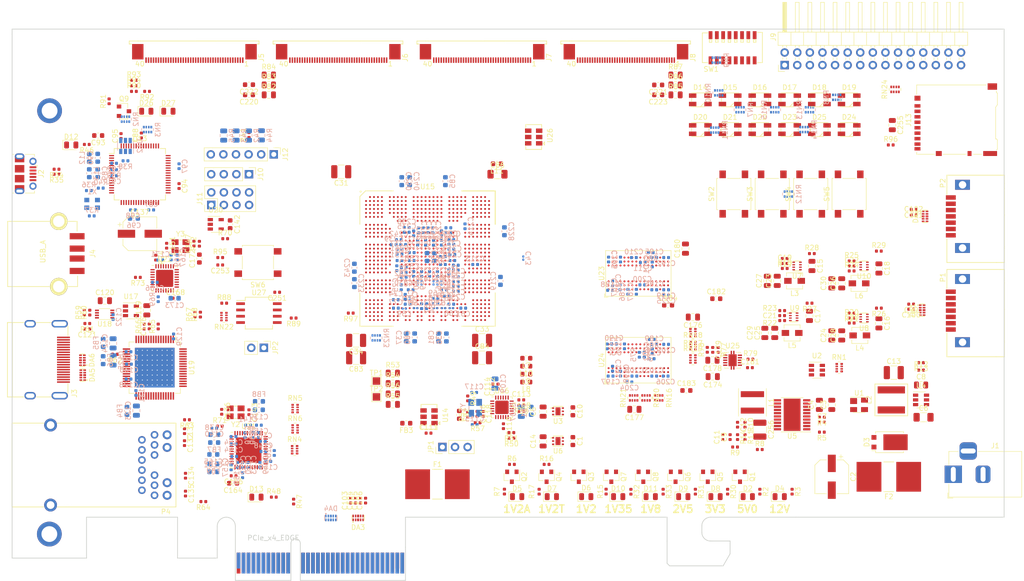
<source format=kicad_pcb>
(kicad_pcb (version 20171130) (host pcbnew 5.0.1)
  (layers (0 F.Cu signal) (31 B.Cu signal) (34 B.Paste user) (35 F.Paste user) (36 B.SilkS user) (37 F.SilkS user) (38 B.Mask user) (39 F.Mask user) (44 Edge.Cuts user))
  (net 0 "")
  (net 1 "/PCIe + SATA/DCU1_REFCLK-")
  (net 2 "/PCIe + SATA/DCU1_REFCLK+")
  (net 3 DDR3_A4)
  (net 4 DDR3_A6)
  (net 5 DDR3_A5)
  (net 6 DDR3_A7)
  (net 7 /DDR3/DDR3_VTT)
  (net 8 "Net-(RN2-Pad5)")
  (net 9 "Net-(RN2-Pad6)")
  (net 10 "Net-(R38-Pad2)")
  (net 11 "Net-(RN2-Pad7)")
  (net 12 +3V3)
  (net 13 /Power/1V2_EN)
  (net 14 /Power/2V5_EN)
  (net 15 /Power/1V35_EN)
  (net 16 "Net-(RN1-Pad4)")
  (net 17 +5V)
  (net 18 "Net-(RN1-Pad5)")
  (net 19 USD_D0)
  (net 20 USD_D3)
  (net 21 USD_CMD)
  (net 22 USD_D2)
  (net 23 "Net-(RN23-Pad1)")
  (net 24 GND)
  (net 25 "/FPGA IO/CFG0")
  (net 26 "Net-(RN23-Pad8)")
  (net 27 "/FPGA IO/CFG1")
  (net 28 "/FPGA IO/CFG2")
  (net 29 "/FPGA IO/FLASH_D3")
  (net 30 "/FPGA IO/FLASH_D1")
  (net 31 "/FPGA IO/FLASH_D2")
  (net 32 "/FPGA IO/FLASH_D0")
  (net 33 DDR3_WE)
  (net 34 DDR3_CKE)
  (net 35 DDR3_CS)
  (net 36 DDR3_ODT)
  (net 37 DDR3_CAS)
  (net 38 DDR3_BA2)
  (net 39 DDR3_RAS)
  (net 40 DDR3_BA1)
  (net 41 DDR3_A12)
  (net 42 DDR3_A14)
  (net 43 DDR3_A13)
  (net 44 DDR3_BA0)
  (net 45 DDR3_A11)
  (net 46 DDR3_A9)
  (net 47 DDR3_A10)
  (net 48 DDR3_A8)
  (net 49 DDR3_A0)
  (net 50 DDR3_A2)
  (net 51 DDR3_A1)
  (net 52 DDR3_A3)
  (net 53 "/HDMI, GbE, USB/ETH_LED2")
  (net 54 ETH_~RESET)
  (net 55 "/HDMI, GbE, USB/ETH_LED1")
  (net 56 RGMII_REF_CLK)
  (net 57 "Net-(D18-Pad4)")
  (net 58 "Net-(D20-Pad4)")
  (net 59 "Net-(D19-Pad4)")
  (net 60 "Net-(D21-Pad4)")
  (net 61 "Net-(D25-Pad4)")
  (net 62 "Net-(D23-Pad4)")
  (net 63 "Net-(D24-Pad4)")
  (net 64 "Net-(D22-Pad4)")
  (net 65 FTDI_D1_RX)
  (net 66 FTDI_~WR)
  (net 67 FTDI_~RD)
  (net 68 FTDI_~SIWU)
  (net 69 RGMII_RXD0)
  (net 70 RGMII_RXD2)
  (net 71 RGMII_RXD1)
  (net 72 RGMII_RXD3)
  (net 73 RGMII_RX_DV)
  (net 74 ETH_MDIO)
  (net 75 RGMII_RX_CLK)
  (net 76 ETH_INT_N)
  (net 77 "Net-(D17-Pad1)")
  (net 78 "Net-(D16-Pad1)")
  (net 79 "Net-(D14-Pad1)")
  (net 80 "Net-(D15-Pad1)")
  (net 81 DIP_SW1)
  (net 82 DIP_SW0)
  (net 83 DIP_SW2)
  (net 84 DIP_SW3)
  (net 85 DIP_SW7)
  (net 86 DIP_SW6)
  (net 87 DIP_SW4)
  (net 88 DIP_SW5)
  (net 89 "Net-(D14-Pad4)")
  (net 90 "Net-(D16-Pad4)")
  (net 91 "Net-(D15-Pad4)")
  (net 92 "Net-(D17-Pad4)")
  (net 93 "Net-(D21-Pad1)")
  (net 94 "Net-(D20-Pad1)")
  (net 95 "Net-(D18-Pad1)")
  (net 96 "Net-(D19-Pad1)")
  (net 97 BTN1)
  (net 98 BTN0)
  (net 99 BTN2)
  (net 100 BTN3)
  (net 101 "Net-(D25-Pad1)")
  (net 102 "Net-(D24-Pad1)")
  (net 103 "Net-(D22-Pad1)")
  (net 104 "Net-(D23-Pad1)")
  (net 105 "/FPGA IO/VCCIO7")
  (net 106 "Net-(R44-Pad2)")
  (net 107 JTAG_TDO)
  (net 108 JTAG_TDI)
  (net 109 "Net-(R43-Pad2)")
  (net 110 "Net-(R42-Pad2)")
  (net 111 JTAG_TCK)
  (net 112 JTAG_TMS)
  (net 113 "Net-(R45-Pad2)")
  (net 114 "/PCIe + SATA/CLKAUXO+")
  (net 115 "/PCIe + SATA/CLK150M-")
  (net 116 +1V8)
  (net 117 +2V5)
  (net 118 "/PCIe + SATA/CLKAUXO-")
  (net 119 "/FPGA IO/VCCIO6")
  (net 120 "/PCIe + SATA/CLK150M+")
  (net 121 CLK_SDA)
  (net 122 "Net-(R36-Pad2)")
  (net 123 FPGA_12MHz)
  (net 124 "/PCIe + SATA/PCIe_REFCLK+")
  (net 125 "/PCIe + SATA/PCIe_REFCLK-")
  (net 126 PCIe_12V)
  (net 127 "Net-(D13-Pad2)")
  (net 128 ~PERST)
  (net 129 "Net-(P3-PadA11)")
  (net 130 "Net-(D12-Pad2)")
  (net 131 "Net-(R40-Pad1)")
  (net 132 "Net-(R39-Pad1)")
  (net 133 "Net-(R38-Pad1)")
  (net 134 "Net-(R12-Pad2)")
  (net 135 "/PCIe + SATA/3V3_C")
  (net 136 "/PCIe + SATA/3V3_CA")
  (net 137 "Net-(R57-Pad1)")
  (net 138 "Net-(R58-Pad2)")
  (net 139 FABRIC_REFCLK)
  (net 140 "/HDMI, GbE, USB/PORT_SCL")
  (net 141 "/HDMI, GbE, USB/PORT_SDA")
  (net 142 "Net-(C121-Pad1)")
  (net 143 "Net-(R62-Pad1)")
  (net 144 /Power/3V3_PG)
  (net 145 "Net-(D27-Pad2)")
  (net 146 "/FPGA IO/~PROGRAM")
  (net 147 "Net-(R80-Pad1)")
  (net 148 "Net-(R81-Pad1)")
  (net 149 "/FPGA IO/FLASH_~CS")
  (net 150 "/FPGA IO/FLASH_CLK")
  (net 151 "/FPGA IO/DONE")
  (net 152 "Net-(Q9-Pad1)")
  (net 153 "Net-(D26-Pad2)")
  (net 154 "Net-(R79-Pad1)")
  (net 155 "/FPGA IO/~INIT")
  (net 156 "Net-(C9-Pad1)")
  (net 157 "Net-(C11-Pad1)")
  (net 158 "Net-(Q2-Pad3)")
  (net 159 "Net-(D5-Pad1)")
  (net 160 /Power/1V2_PG)
  (net 161 USD_D1)
  (net 162 USD_CLK)
  (net 163 "Net-(R97-Pad1)")
  (net 164 "Net-(Q2-Pad1)")
  (net 165 +1V2A)
  (net 166 "Net-(R5-Pad2)")
  (net 167 "Net-(D2-Pad2)")
  (net 168 "Net-(C7-Pad1)")
  (net 169 "Net-(D4-Pad2)")
  (net 170 +12V)
  (net 171 "Net-(R74-Pad1)")
  (net 172 "/Debug Interface/PORT_D-")
  (net 173 "/Debug Interface/FTDI_D-")
  (net 174 "/Debug Interface/FTDI_D+")
  (net 175 "/Debug Interface/PORT_D+")
  (net 176 "Net-(C22-Pad2)")
  (net 177 "Net-(R71-Pad2)")
  (net 178 "/HDMI, GbE, USB/USB_XO")
  (net 179 "/HDMI, GbE, USB/USB_XI")
  (net 180 "Net-(R73-Pad1)")
  (net 181 "/HDMI, GbE, USB/USBA_VBUS")
  (net 182 "/HDMI, GbE, USB/EXTVBUS")
  (net 183 DVI_SCL)
  (net 184 DVI_SDA)
  (net 185 CLK_SCL)
  (net 186 "Net-(R70-Pad1)")
  (net 187 "Net-(C175-Pad2)")
  (net 188 DDR3_CLK+)
  (net 189 "Net-(P4-Pad16)")
  (net 190 "Net-(R66-Pad1)")
  (net 191 "Net-(R65-Pad1)")
  (net 192 "/HDMI, GbE, USB/HDMI_HPD")
  (net 193 DDR3_CLK-)
  (net 194 "Net-(C179-Pad1)")
  (net 195 +1V35)
  (net 196 +1V2)
  (net 197 "Net-(D10-Pad2)")
  (net 198 "Net-(P4-Pad14)")
  (net 199 "Net-(C12-Pad2)")
  (net 200 "Net-(D6-Pad2)")
  (net 201 +1V2T)
  (net 202 "Net-(Q4-Pad1)")
  (net 203 "Net-(Q4-Pad3)")
  (net 204 "Net-(D7-Pad1)")
  (net 205 "Net-(C19-Pad2)")
  (net 206 "Net-(C20-Pad2)")
  (net 207 "Net-(C21-Pad2)")
  (net 208 "/Debug Interface/FTDI_12MHz")
  (net 209 "Net-(D11-Pad2)")
  (net 210 /Power/2V5_PG)
  (net 211 /Power/1V35_PG)
  (net 212 /Power/1V8_PG)
  (net 213 "Net-(D8-Pad2)")
  (net 214 "Net-(D9-Pad2)")
  (net 215 "Net-(C8-Pad2)")
  (net 216 "Net-(C8-Pad1)")
  (net 217 /Power/PWR_EN)
  (net 218 "/HDMI, GbE, USB/HDMI_5V")
  (net 219 "Net-(U17-Pad3)")
  (net 220 "Net-(D9-Pad1)")
  (net 221 "Net-(D11-Pad1)")
  (net 222 "Net-(D26-Pad1)")
  (net 223 "Net-(D2-Pad1)")
  (net 224 "Net-(D6-Pad1)")
  (net 225 "Net-(D10-Pad1)")
  (net 226 "Net-(D8-Pad1)")
  (net 227 "Net-(U1-Pad3)")
  (net 228 DDR3_Vref)
  (net 229 DDR3_Vtt_EN)
  (net 230 "Net-(U5-Pad2)")
  (net 231 "Net-(L1-Pad1)")
  (net 232 "Net-(C11-Pad2)")
  (net 233 "Net-(U13-Pad3)")
  (net 234 "/Debug Interface/Vphy")
  (net 235 "/Debug Interface/Vpll")
  (net 236 "/Debug Interface/JTAG_ACT")
  (net 237 "Net-(U13-Pad22)")
  (net 238 "Net-(U13-Pad23)")
  (net 239 "Net-(U13-Pad24)")
  (net 240 "Net-(U13-Pad26)")
  (net 241 "Net-(U13-Pad27)")
  (net 242 "Net-(U13-Pad28)")
  (net 243 "Net-(U13-Pad29)")
  (net 244 "Net-(U13-Pad30)")
  (net 245 "Net-(U13-Pad32)")
  (net 246 "Net-(U13-Pad33)")
  (net 247 "Net-(U13-Pad34)")
  (net 248 "Net-(U13-Pad36)")
  (net 249 FTDI_D0_TX)
  (net 250 FTDI_D2)
  (net 251 FTDI_D3)
  (net 252 FTDI_D4)
  (net 253 FTDI_D5)
  (net 254 FTDI_D6)
  (net 255 FTDI_D7)
  (net 256 FTDI_~RXF)
  (net 257 "Net-(U13-Pad49)")
  (net 258 "Net-(U13-Pad50)")
  (net 259 FTDI_~TXE)
  (net 260 "Net-(U13-Pad57)")
  (net 261 "Net-(U13-Pad58)")
  (net 262 "Net-(U13-Pad59)")
  (net 263 "Net-(U13-Pad60)")
  (net 264 "/HDMI, GbE, USB/DVI_DVDD")
  (net 265 DVI_DE)
  (net 266 DVI_HSYNC)
  (net 267 DVI_VSYNC)
  (net 268 "Net-(U19-Pad11)")
  (net 269 "/HDMI, GbE, USB/DVI_PVDD")
  (net 270 "/HDMI, GbE, USB/TMDS_CLK-")
  (net 271 "/HDMI, GbE, USB/TMDS_CLK+")
  (net 272 "/HDMI, GbE, USB/DVI_TVDD")
  (net 273 "/HDMI, GbE, USB/TMDS_D0-")
  (net 274 "/HDMI, GbE, USB/TMDS_D0+")
  (net 275 "/HDMI, GbE, USB/TMDS_D1-")
  (net 276 "/HDMI, GbE, USB/TMDS_D1+")
  (net 277 "/HDMI, GbE, USB/TMDS_D2-")
  (net 278 "/HDMI, GbE, USB/TMDS_D2+")
  (net 279 DVI_D23)
  (net 280 DVI_D22)
  (net 281 DVI_D21)
  (net 282 DVI_D20)
  (net 283 DVI_D19)
  (net 284 DVI_D18)
  (net 285 DVI_D17)
  (net 286 DVI_D16)
  (net 287 DVI_D15)
  (net 288 DVI_D14)
  (net 289 DVI_D13)
  (net 290 DVI_D12)
  (net 291 "Net-(U19-Pad49)")
  (net 292 DVI_D11)
  (net 293 DVI_D10)
  (net 294 DVI_D9)
  (net 295 DVI_D8)
  (net 296 DVI_D7)
  (net 297 DVI_D6)
  (net 298 DVI_CLK)
  (net 299 DVI_D5)
  (net 300 DVI_D4)
  (net 301 DVI_D3)
  (net 302 DVI_D2)
  (net 303 DVI_D1)
  (net 304 DVI_D0)
  (net 305 "/HDMI, GbE, USB/AVDDH")
  (net 306 "/HDMI, GbE, USB/MX4-")
  (net 307 "/HDMI, GbE, USB/MX4+")
  (net 308 "/HDMI, GbE, USB/AVDDL")
  (net 309 "/HDMI, GbE, USB/MX3-")
  (net 310 "/HDMI, GbE, USB/MX3+")
  (net 311 "/HDMI, GbE, USB/MX2-")
  (net 312 "/HDMI, GbE, USB/MX2+")
  (net 313 "/HDMI, GbE, USB/MX1-")
  (net 314 "/HDMI, GbE, USB/MX1+")
  (net 315 "Net-(U21-Pad13)")
  (net 316 RGMII_TXD0)
  (net 317 RGMII_TXD1)
  (net 318 RGMII_TXD2)
  (net 319 RGMII_TXD3)
  (net 320 RGMII_TX_CLK)
  (net 321 RGMII_TX_EN)
  (net 322 ETH_MDC)
  (net 323 "Net-(U21-Pad43)")
  (net 324 "/HDMI, GbE, USB/AVDDL_PLL")
  (net 325 "/HDMI, GbE, USB/ETH_XO")
  (net 326 "/HDMI, GbE, USB/ETH_XI")
  (net 327 "Net-(U21-Pad47)")
  (net 328 "Net-(U22-Pad3)")
  (net 329 "Net-(U22-Pad5)")
  (net 330 "/HDMI, GbE, USB/USBA_D+")
  (net 331 "/HDMI, GbE, USB/USBA_D-")
  (net 332 ULPI_RESET)
  (net 333 ULPI_NXT)
  (net 334 ULPI_DIR)
  (net 335 ULPI_STP)
  (net 336 ULPI_CLKO)
  (net 337 "/HDMI, GbE, USB/USB1V8")
  (net 338 ULPI_D7)
  (net 339 ULPI_D6)
  (net 340 ULPI_D5)
  (net 341 ULPI_D4)
  (net 342 ULPI_D3)
  (net 343 ULPI_D2)
  (net 344 ULPI_D1)
  (net 345 ULPI_D0)
  (net 346 "Net-(C117-Pad1)")
  (net 347 "Net-(C115-Pad2)")
  (net 348 CLK_SD_OE)
  (net 349 "Net-(U16-Pad11)")
  (net 350 "Net-(U16-Pad12)")
  (net 351 "/PCIe + SATA/1V8_C")
  (net 352 "Net-(U16-Pad16)")
  (net 353 "/PCIe + SATA/DCU0_REFCLK-")
  (net 354 "/PCIe + SATA/DCU0_REFCLK+")
  (net 355 "Net-(U16-Pad24)")
  (net 356 DDR3_DQ13)
  (net 357 DDR3_DQ15)
  (net 358 DDR3_DQ12)
  (net 359 DDR3_DQS1-)
  (net 360 DDR3_DQ14)
  (net 361 DDR3_DQ11)
  (net 362 DDR3_DQ9)
  (net 363 DDR3_DQS1+)
  (net 364 DDR3_DQ10)
  (net 365 DDR3_DM1)
  (net 366 DDR3_DQ8)
  (net 367 DDR3_DQ0)
  (net 368 DDR3_DM0)
  (net 369 DDR3_DQ2)
  (net 370 DDR3_DQS0+)
  (net 371 DDR3_DQ1)
  (net 372 DDR3_DQ3)
  (net 373 DDR3_DQ6)
  (net 374 DDR3_DQS0-)
  (net 375 DDR3_DQ4)
  (net 376 DDR3_DQ7)
  (net 377 DDR3_DQ5)
  (net 378 "Net-(U23-PadJ1)")
  (net 379 "Net-(U23-PadJ9)")
  (net 380 "Net-(U23-PadL1)")
  (net 381 "Net-(U23-PadL9)")
  (net 382 "Net-(U23-PadM7)")
  (net 383 DDR3_RESET)
  (net 384 "Net-(U24-PadM7)")
  (net 385 "Net-(U24-PadL9)")
  (net 386 "Net-(U24-PadL1)")
  (net 387 "Net-(U24-PadJ9)")
  (net 388 "Net-(U24-PadJ1)")
  (net 389 DDR3_DQ21)
  (net 390 DDR3_DQ23)
  (net 391 DDR3_DQ20)
  (net 392 DDR3_DQS2-)
  (net 393 DDR3_DQ22)
  (net 394 DDR3_DQ19)
  (net 395 DDR3_DQ17)
  (net 396 DDR3_DQS2+)
  (net 397 DDR3_DQ18)
  (net 398 DDR3_DM2)
  (net 399 DDR3_DQ16)
  (net 400 DDR3_DQ24)
  (net 401 DDR3_DM3)
  (net 402 DDR3_DQ26)
  (net 403 DDR3_DQS3+)
  (net 404 DDR3_DQ25)
  (net 405 DDR3_DQ27)
  (net 406 DDR3_DQ30)
  (net 407 DDR3_DQS3-)
  (net 408 DDR3_DQ28)
  (net 409 DDR3_DQ31)
  (net 410 DDR3_DQ29)
  (net 411 "Net-(X1-Pad1)")
  (net 412 "Net-(L4-Pad1)")
  (net 413 "Net-(L5-Pad1)")
  (net 414 "Net-(L3-Pad1)")
  (net 415 "Net-(L6-Pad1)")
  (net 416 "Net-(C111-Pad1)")
  (net 417 "/FPGA Core Power/VCCHTX1")
  (net 418 "/FPGA Core Power/VCCHTX0")
  (net 419 "/FPGA Core Power/VCCA0")
  (net 420 "/FPGA Core Power/VCCAUX")
  (net 421 "/FPGA Core Power/VCCA1")
  (net 422 "/PCIe + SATA/SATA1_A+")
  (net 423 "/PCIe + SATA/SATA1_A-")
  (net 424 "/PCIe + SATA/DCU1_RX1-")
  (net 425 "/PCIe + SATA/DCU1_RX1+")
  (net 426 "/PCIe + SATA/SATA0_A+")
  (net 427 "/PCIe + SATA/SATA0_A-")
  (net 428 "/PCIe + SATA/DCU1_RX0-")
  (net 429 "/PCIe + SATA/DCU1_RX0+")
  (net 430 "/PCIe + SATA/PCIe_HSI0+")
  (net 431 "/PCIe + SATA/PCIe_HSI0-")
  (net 432 "/PCIe + SATA/PCIe_HSI1+")
  (net 433 "/PCIe + SATA/PCIe_HSI1-")
  (net 434 "/PCIe + SATA/DCU0_RX0+")
  (net 435 "/PCIe + SATA/DCU0_RX0-")
  (net 436 "/PCIe + SATA/DCU0_RX1+")
  (net 437 "/PCIe + SATA/DCU0_RX1-")
  (net 438 "Net-(U6-Pad2)")
  (net 439 "Net-(U6-Pad5)")
  (net 440 "Net-(U3-Pad5)")
  (net 441 "Net-(U3-Pad2)")
  (net 442 "Net-(U10-Pad4)")
  (net 443 "Net-(U9-Pad4)")
  (net 444 "Net-(U8-Pad4)")
  (net 445 "Net-(U7-Pad4)")
  (net 446 "Net-(J5-Pad38)")
  (net 447 "/FPGA IO/EXT0_11-")
  (net 448 "/FPGA IO/EXT0_11+")
  (net 449 "/FPGA IO/EXT0_10-")
  (net 450 "/FPGA IO/EXT0_10+")
  (net 451 "/FPGA IO/EXT0_9-")
  (net 452 "/FPGA IO/EXT0_9+")
  (net 453 "/FPGA IO/EXT0_8-")
  (net 454 "/FPGA IO/EXT0_8+")
  (net 455 "/FPGA IO/EXT0_7-")
  (net 456 "/FPGA IO/EXT0_7+")
  (net 457 "/FPGA IO/EXT0_6-")
  (net 458 "/FPGA IO/EXT0_6+")
  (net 459 "/FPGA IO/EXT0_5-")
  (net 460 "/FPGA IO/EXT0_5+")
  (net 461 "/FPGA IO/EXT0_4-")
  (net 462 "/FPGA IO/EXT0_4+")
  (net 463 "/FPGA IO/EXT0_3-")
  (net 464 "/FPGA IO/EXT0_3+")
  (net 465 "/FPGA IO/EXT0_2-")
  (net 466 "/FPGA IO/EXT0_2+")
  (net 467 "/FPGA IO/EXT0_1-")
  (net 468 "/FPGA IO/EXT0_1+")
  (net 469 "/FPGA IO/EXT0_0-")
  (net 470 "/FPGA IO/EXT0_0+")
  (net 471 "/FPGA IO/EXT3_0+")
  (net 472 "/FPGA IO/EXT3_0-")
  (net 473 "/FPGA IO/EXT3_1+")
  (net 474 "/FPGA IO/EXT3_1-")
  (net 475 "/FPGA IO/EXT3_2+")
  (net 476 "/FPGA IO/EXT3_2-")
  (net 477 "/FPGA IO/EXT3_3+")
  (net 478 "/FPGA IO/EXT3_3-")
  (net 479 "/FPGA IO/EXT3_4+")
  (net 480 "/FPGA IO/EXT3_4-")
  (net 481 "/FPGA IO/EXT3_5+")
  (net 482 "/FPGA IO/EXT3_5-")
  (net 483 "/FPGA IO/EXT3_6+")
  (net 484 "/FPGA IO/EXT3_6-")
  (net 485 "/FPGA IO/EXT3_7+")
  (net 486 "/FPGA IO/EXT3_7-")
  (net 487 "/FPGA IO/EXT3_8+")
  (net 488 "/FPGA IO/EXT3_8-")
  (net 489 "/FPGA IO/EXT3_9+")
  (net 490 "/FPGA IO/EXT3_9-")
  (net 491 "/FPGA IO/EXT3_10+")
  (net 492 "/FPGA IO/EXT3_10-")
  (net 493 "/FPGA IO/EXT3_11+")
  (net 494 "/FPGA IO/EXT3_11-")
  (net 495 "Net-(J8-Pad38)")
  (net 496 "Net-(J6-Pad38)")
  (net 497 "/FPGA IO/EXT1_11-")
  (net 498 "/FPGA IO/EXT1_11+")
  (net 499 "/FPGA IO/EXT1_10-")
  (net 500 "/FPGA IO/EXT1_10+")
  (net 501 "/FPGA IO/EXT1_9-")
  (net 502 "/FPGA IO/EXT1_9+")
  (net 503 "/FPGA IO/EXT1_8-")
  (net 504 "/FPGA IO/EXT1_8+")
  (net 505 "/FPGA IO/EXT1_7-")
  (net 506 "/FPGA IO/EXT1_7+")
  (net 507 "/FPGA IO/EXT1_6-")
  (net 508 "/FPGA IO/EXT1_6+")
  (net 509 "/FPGA IO/EXT1_5-")
  (net 510 "/FPGA IO/EXT1_5+")
  (net 511 "/FPGA IO/EXT1_4-")
  (net 512 "/FPGA IO/EXT1_4+")
  (net 513 "/FPGA IO/EXT1_3-")
  (net 514 "/FPGA IO/EXT1_3+")
  (net 515 "/FPGA IO/EXT1_2-")
  (net 516 "/FPGA IO/EXT1_2+")
  (net 517 "/FPGA IO/EXT1_1-")
  (net 518 "/FPGA IO/EXT1_1+")
  (net 519 "/FPGA IO/EXT1_0-")
  (net 520 "/FPGA IO/EXT1_0+")
  (net 521 "/FPGA IO/EXT2_0+")
  (net 522 "/FPGA IO/EXT2_0-")
  (net 523 "/FPGA IO/EXT2_1+")
  (net 524 "/FPGA IO/EXT2_1-")
  (net 525 "/FPGA IO/EXT2_2+")
  (net 526 "/FPGA IO/EXT2_2-")
  (net 527 "/FPGA IO/EXT2_3+")
  (net 528 "/FPGA IO/EXT2_3-")
  (net 529 "/FPGA IO/EXT2_4+")
  (net 530 "/FPGA IO/EXT2_4-")
  (net 531 "/FPGA IO/EXT2_5+")
  (net 532 "/FPGA IO/EXT2_5-")
  (net 533 "/FPGA IO/EXT2_6+")
  (net 534 "/FPGA IO/EXT2_6-")
  (net 535 "/FPGA IO/EXT2_7+")
  (net 536 "/FPGA IO/EXT2_7-")
  (net 537 "/FPGA IO/EXT2_8+")
  (net 538 "/FPGA IO/EXT2_8-")
  (net 539 "/FPGA IO/EXT2_9+")
  (net 540 "/FPGA IO/EXT2_9-")
  (net 541 "/FPGA IO/EXT2_10+")
  (net 542 "/FPGA IO/EXT2_10-")
  (net 543 "/FPGA IO/EXT2_11+")
  (net 544 "/FPGA IO/EXT2_11-")
  (net 545 "Net-(J7-Pad38)")
  (net 546 "Net-(C132-Pad1)")
  (net 547 "Net-(C135-Pad1)")
  (net 548 "Net-(C133-Pad1)")
  (net 549 "Net-(C134-Pad1)")
  (net 550 "Net-(P3-PadB5)")
  (net 551 "Net-(P3-PadB6)")
  (net 552 "Net-(P3-PadB8)")
  (net 553 "Net-(P3-PadB9)")
  (net 554 "Net-(P3-PadB10)")
  (net 555 PCIe_~WAKE)
  (net 556 "Net-(P3-PadB12)")
  (net 557 "/PCIe + SATA/~PRSNT2~_X1")
  (net 558 "Net-(P3-PadB23)")
  (net 559 "Net-(P3-PadB24)")
  (net 560 "Net-(P3-PadB27)")
  (net 561 "Net-(P3-PadB28)")
  (net 562 "Net-(P3-PadB30)")
  (net 563 "/PCIe + SATA/~PRSNT2~_X4")
  (net 564 "/PCIe + SATA/~PRSNT1")
  (net 565 "Net-(P3-PadA5)")
  (net 566 "Net-(P3-PadA6)")
  (net 567 "Net-(P3-PadA7)")
  (net 568 "Net-(P3-PadA8)")
  (net 569 "Net-(P3-PadA9)")
  (net 570 "Net-(P3-PadA10)")
  (net 571 "Net-(P3-PadA19)")
  (net 572 "Net-(P3-PadA25)")
  (net 573 "Net-(P3-PadA26)")
  (net 574 "Net-(P3-PadA29)")
  (net 575 "Net-(P3-PadA30)")
  (net 576 "Net-(P3-PadA32)")
  (net 577 "Net-(U14-Pad2)")
  (net 578 "Net-(U14-Pad1)")
  (net 579 "Net-(U26-Pad1)")
  (net 580 "Net-(U26-Pad2)")
  (net 581 "/FPGA IO/CLK100+")
  (net 582 "/FPGA IO/CLK100-")
  (net 583 "Net-(J3-Pad14)")
  (net 584 "Net-(J3-Pad13)")
  (net 585 LED2)
  (net 586 LED11)
  (net 587 LED10)
  (net 588 LED0)
  (net 589 LED1)
  (net 590 LED3)
  (net 591 LED4)
  (net 592 LED5)
  (net 593 LED6)
  (net 594 LED7)
  (net 595 LED8)
  (net 596 LED9)
  (net 597 "Net-(F2-Pad2)")
  (net 598 "Net-(U15-PadR1)")
  (net 599 "Net-(U15-PadY1)")
  (net 600 "Net-(U15-PadAB1)")
  (net 601 "Net-(U15-PadAC1)")
  (net 602 "Net-(U15-PadAD1)")
  (net 603 "Net-(U15-PadAE1)")
  (net 604 "Net-(U15-PadA2)")
  (net 605 "Net-(U15-PadT2)")
  (net 606 "Net-(U15-PadW2)")
  (net 607 "Net-(U15-PadAB2)")
  (net 608 "Net-(U15-PadAC2)")
  (net 609 "Net-(U15-PadAE2)")
  (net 610 "Net-(U15-PadAG2)")
  (net 611 "Net-(U15-PadA3)")
  (net 612 "Net-(U15-PadV3)")
  (net 613 "Net-(U15-PadW3)")
  (net 614 "Net-(U15-PadY3)")
  (net 615 "Net-(U15-PadAC3)")
  (net 616 "Net-(U15-PadAD3)")
  (net 617 "Net-(U15-PadAE3)")
  (net 618 "Net-(U15-PadAG3)")
  (net 619 "Net-(U15-PadAL3)")
  (net 620 "Net-(U15-PadB4)")
  (net 621 "Net-(U15-PadH4)")
  (net 622 "Net-(U15-PadAC4)")
  (net 623 "Net-(U15-PadA5)")
  (net 624 "Net-(U15-PadL5)")
  (net 625 "Net-(U15-PadW6)")
  (net 626 "Net-(U15-PadD7)")
  (net 627 "Net-(U15-PadE7)")
  (net 628 "Net-(U15-PadAE7)")
  (net 629 "Net-(U15-PadG9)")
  (net 630 "/PCIe + SATA/DCU0_TX0+")
  (net 631 "Net-(U15-PadG10)")
  (net 632 "/PCIe + SATA/DCU0_TX0-")
  (net 633 "Net-(U15-PadG11)")
  (net 634 "/PCIe + SATA/DCU0_TX1+")
  (net 635 "/PCIe + SATA/DCU0_TX1-")
  (net 636 "/FPGA IO/PMOD1_10")
  (net 637 "/FPGA IO/PMOD1_9")
  (net 638 "Net-(U15-PadG14)")
  (net 639 "Net-(U15-PadG15)")
  (net 640 "Net-(U15-PadAK15)")
  (net 641 "Net-(U15-PadG16)")
  (net 642 "Net-(U15-PadAK16)")
  (net 643 "Net-(U15-PadG17)")
  (net 644 "Net-(U15-PadG18)")
  (net 645 "/PCIe + SATA/DCU1_TX0+")
  (net 646 "Net-(U15-PadG19)")
  (net 647 "/PCIe + SATA/DCU1_TX0-")
  (net 648 "/FPGA IO/PMOD1_8")
  (net 649 "/FPGA IO/PMOD1_7")
  (net 650 "/PCIe + SATA/DCU1_TX1+")
  (net 651 "/PCIe + SATA/DCU1_TX1-")
  (net 652 "/FPGA IO/EXIO_5")
  (net 653 "/FPGA IO/EXIO_4")
  (net 654 "/FPGA IO/EXIO_3")
  (net 655 "Net-(U15-PadG22)")
  (net 656 "/FPGA IO/PMOD1_3")
  (net 657 "/FPGA IO/PMOD1_2")
  (net 658 "/FPGA IO/PMOD1_0")
  (net 659 "/FPGA IO/PMOD1_1")
  (net 660 "/FPGA IO/EXIO_2")
  (net 661 "Net-(U15-PadG23)")
  (net 662 "/FPGA IO/EXIO_1")
  (net 663 "/FPGA IO/PMOD0_10")
  (net 664 "/FPGA IO/EXIO_0")
  (net 665 "/FPGA IO/PMOD0_9")
  (net 666 "Net-(U15-PadG24)")
  (net 667 "Net-(U15-PadAG24)")
  (net 668 "Net-(U15-PadAK24)")
  (net 669 "/FPGA IO/PMOD0_8")
  (net 670 "/FPGA IO/PMOD0_3")
  (net 671 "/FPGA IO/PMOD0_7")
  (net 672 "/FPGA IO/PMOD0_2")
  (net 673 "/FPGA IO/PMOD0_1")
  (net 674 "Net-(U15-PadAK25)")
  (net 675 "/FPGA IO/PMOD0_0")
  (net 676 "Net-(U15-PadB26)")
  (net 677 "Net-(U15-PadE26)")
  (net 678 "Net-(U15-PadR26)")
  (net 679 "Net-(U15-PadT26)")
  (net 680 "Net-(U15-PadAE26)")
  (net 681 "Net-(U15-PadH27)")
  (net 682 "Net-(U15-PadJ27)")
  (net 683 "Net-(U15-PadK27)")
  (net 684 "Net-(U15-PadW27)")
  (net 685 "Net-(U15-PadC28)")
  (net 686 "Net-(U15-PadD28)")
  (net 687 "Net-(U15-PadH28)")
  (net 688 "Net-(U15-PadL28)")
  (net 689 "Net-(U15-PadP28)")
  (net 690 "Net-(U15-PadAC28)")
  (net 691 "Net-(U15-PadAE28)")
  (net 692 "Net-(U15-PadC29)")
  (net 693 "Net-(U15-PadD29)")
  (net 694 "Net-(U15-PadH29)")
  (net 695 "Net-(U15-PadP29)")
  (net 696 "Net-(U15-PadAB29)")
  (net 697 "Net-(U15-PadAC29)")
  (net 698 "Net-(U15-PadAE29)")
  (net 699 "Net-(U15-PadAJ29)")
  (net 700 "Net-(U15-PadC30)")
  (net 701 "Net-(U15-PadP30)")
  (net 702 "Net-(U15-PadR30)")
  (net 703 "Net-(U15-PadV30)")
  (net 704 "Net-(U15-PadAB30)")
  (net 705 "Net-(U15-PadAE30)")
  (net 706 "Net-(U15-PadAJ30)")
  (net 707 "Net-(U15-PadA31)")
  (net 708 "Net-(U15-PadF31)")
  (net 709 "Net-(U15-PadH31)")
  (net 710 "Net-(U15-PadP31)")
  (net 711 "Net-(U15-PadAG31)")
  (net 712 "Net-(U15-PadAK31)")
  (net 713 "Net-(U15-PadE32)")
  (net 714 "Net-(U15-PadF32)")
  (net 715 "Net-(U15-PadH32)")
  (net 716 "Net-(U15-PadAG32)")
  (net 717 "Net-(J2-Pad1)")
  (net 718 "Net-(J2-Pad4)")
  (module "Custom Parts:TE_FPC_40pin_p0.5mm_4-1734839-0" (layer F.Cu) (at 135 30 180)
    (fp_text reference J7 (at -13.5 0.5 270) (layer F.SilkS))
    (fp_text value EXT2)
    (fp_text user 1 (at -10.5 -0.75 180) (layer F.SilkS))
    (fp_text user 40 (at 11 -0.75 180) (layer F.SilkS))
    (pad "" smd rect (at -11.42 1.7 180) (size 2.3 3.1) (layers F.Cu F.Paste F.Mask))
    (pad "" smd rect (at 11.42 1.7 180) (size 2.3 3.1) (layers F.Cu F.Paste F.Mask))
    (pad 40 smd rect (at 9.75 0 180) (size 0.3 1.1) (layers F.Cu F.Paste F.Mask) (net 105 "/FPGA IO/VCCIO7"))
    (pad 39 smd rect (at 9.25 0 180) (size 0.3 1.1) (layers F.Cu F.Paste F.Mask) (net 105 "/FPGA IO/VCCIO7"))
    (pad 38 smd rect (at 8.75 0 180) (size 0.3 1.1) (layers F.Cu F.Paste F.Mask) (net 545 "Net-(J7-Pad38)"))
    (pad 37 smd rect (at 8.25 0 180) (size 0.3 1.1) (layers F.Cu F.Paste F.Mask) (net 544 "/FPGA IO/EXT2_11-"))
    (pad 36 smd rect (at 7.75 0 180) (size 0.3 1.1) (layers F.Cu F.Paste F.Mask) (net 543 "/FPGA IO/EXT2_11+"))
    (pad 35 smd rect (at 7.25 0 180) (size 0.3 1.1) (layers F.Cu F.Paste F.Mask) (net 24 GND))
    (pad 34 smd rect (at 6.75 0 180) (size 0.3 1.1) (layers F.Cu F.Paste F.Mask) (net 542 "/FPGA IO/EXT2_10-"))
    (pad 33 smd rect (at 6.25 0 180) (size 0.3 1.1) (layers F.Cu F.Paste F.Mask) (net 541 "/FPGA IO/EXT2_10+"))
    (pad 32 smd rect (at 5.75 0 180) (size 0.3 1.1) (layers F.Cu F.Paste F.Mask) (net 24 GND))
    (pad 31 smd rect (at 5.25 0 180) (size 0.3 1.1) (layers F.Cu F.Paste F.Mask) (net 540 "/FPGA IO/EXT2_9-"))
    (pad 30 smd rect (at 4.75 0 180) (size 0.3 1.1) (layers F.Cu F.Paste F.Mask) (net 539 "/FPGA IO/EXT2_9+"))
    (pad 29 smd rect (at 4.25 0 180) (size 0.3 1.1) (layers F.Cu F.Paste F.Mask) (net 24 GND))
    (pad 28 smd rect (at 3.75 0 180) (size 0.3 1.1) (layers F.Cu F.Paste F.Mask) (net 538 "/FPGA IO/EXT2_8-"))
    (pad 27 smd rect (at 3.25 0 180) (size 0.3 1.1) (layers F.Cu F.Paste F.Mask) (net 537 "/FPGA IO/EXT2_8+"))
    (pad 26 smd rect (at 2.75 0 180) (size 0.3 1.1) (layers F.Cu F.Paste F.Mask) (net 24 GND))
    (pad 25 smd rect (at 2.25 0 180) (size 0.3 1.1) (layers F.Cu F.Paste F.Mask) (net 536 "/FPGA IO/EXT2_7-"))
    (pad 24 smd rect (at 1.75 0 180) (size 0.3 1.1) (layers F.Cu F.Paste F.Mask) (net 535 "/FPGA IO/EXT2_7+"))
    (pad 23 smd rect (at 1.25 0 180) (size 0.3 1.1) (layers F.Cu F.Paste F.Mask) (net 24 GND))
    (pad 22 smd rect (at 0.75 0 180) (size 0.3 1.1) (layers F.Cu F.Paste F.Mask) (net 534 "/FPGA IO/EXT2_6-"))
    (pad 21 smd rect (at 0.25 0 180) (size 0.3 1.1) (layers F.Cu F.Paste F.Mask) (net 533 "/FPGA IO/EXT2_6+"))
    (pad 20 smd rect (at -0.25 0 180) (size 0.3 1.1) (layers F.Cu F.Paste F.Mask) (net 24 GND))
    (pad 19 smd rect (at -0.75 0 180) (size 0.3 1.1) (layers F.Cu F.Paste F.Mask) (net 532 "/FPGA IO/EXT2_5-"))
    (pad 18 smd rect (at -1.25 0 180) (size 0.3 1.1) (layers F.Cu F.Paste F.Mask) (net 531 "/FPGA IO/EXT2_5+"))
    (pad 17 smd rect (at -1.75 0 180) (size 0.3 1.1) (layers F.Cu F.Paste F.Mask) (net 24 GND))
    (pad 16 smd rect (at -2.25 0 180) (size 0.3 1.1) (layers F.Cu F.Paste F.Mask) (net 530 "/FPGA IO/EXT2_4-"))
    (pad 15 smd rect (at -2.75 0 180) (size 0.3 1.1) (layers F.Cu F.Paste F.Mask) (net 529 "/FPGA IO/EXT2_4+"))
    (pad 14 smd rect (at -3.25 0 180) (size 0.3 1.1) (layers F.Cu F.Paste F.Mask) (net 24 GND))
    (pad 13 smd rect (at -3.75 0 180) (size 0.3 1.1) (layers F.Cu F.Paste F.Mask) (net 528 "/FPGA IO/EXT2_3-"))
    (pad 12 smd rect (at -4.25 0 180) (size 0.3 1.1) (layers F.Cu F.Paste F.Mask) (net 527 "/FPGA IO/EXT2_3+"))
    (pad 11 smd rect (at -4.75 0 180) (size 0.3 1.1) (layers F.Cu F.Paste F.Mask) (net 24 GND))
    (pad 10 smd rect (at -5.25 0 180) (size 0.3 1.1) (layers F.Cu F.Paste F.Mask) (net 526 "/FPGA IO/EXT2_2-"))
    (pad 9 smd rect (at -5.75 0 180) (size 0.3 1.1) (layers F.Cu F.Paste F.Mask) (net 525 "/FPGA IO/EXT2_2+"))
    (pad 8 smd rect (at -6.25 0 180) (size 0.3 1.1) (layers F.Cu F.Paste F.Mask) (net 24 GND))
    (pad 7 smd rect (at -6.75 0 180) (size 0.3 1.1) (layers F.Cu F.Paste F.Mask) (net 524 "/FPGA IO/EXT2_1-"))
    (pad 6 smd rect (at -7.25 0 180) (size 0.3 1.1) (layers F.Cu F.Paste F.Mask) (net 523 "/FPGA IO/EXT2_1+"))
    (pad 5 smd rect (at -7.75 0 180) (size 0.3 1.1) (layers F.Cu F.Paste F.Mask) (net 24 GND))
    (pad 4 smd rect (at -8.25 0 180) (size 0.3 1.1) (layers F.Cu F.Paste F.Mask) (net 522 "/FPGA IO/EXT2_0-"))
    (pad 3 smd rect (at -8.75 0 180) (size 0.3 1.1) (layers F.Cu F.Paste F.Mask) (net 521 "/FPGA IO/EXT2_0+"))
    (pad 2 smd rect (at -9.25 0 180) (size 0.3 1.1) (layers F.Cu F.Paste F.Mask) (net 105 "/FPGA IO/VCCIO7"))
    (pad 1 smd rect (at -9.75 0 180) (size 0.3 1.1) (layers F.Cu F.Paste F.Mask) (net 105 "/FPGA IO/VCCIO7"))
  )
  (module "Custom Parts:TE_FPC_40pin_p0.5mm_4-1734839-0" (layer F.Cu) (at 106 30 180)
    (fp_text reference J6 (at -13.5 0.5 270) (layer F.SilkS))
    (fp_text value EXT1)
    (fp_text user 1 (at -10.5 -0.75 180) (layer F.SilkS))
    (fp_text user 40 (at 11 -0.75 180) (layer F.SilkS))
    (pad "" smd rect (at -11.42 1.7 180) (size 2.3 3.1) (layers F.Cu F.Paste F.Mask))
    (pad "" smd rect (at 11.42 1.7 180) (size 2.3 3.1) (layers F.Cu F.Paste F.Mask))
    (pad 40 smd rect (at 9.75 0 180) (size 0.3 1.1) (layers F.Cu F.Paste F.Mask) (net 119 "/FPGA IO/VCCIO6"))
    (pad 39 smd rect (at 9.25 0 180) (size 0.3 1.1) (layers F.Cu F.Paste F.Mask) (net 119 "/FPGA IO/VCCIO6"))
    (pad 38 smd rect (at 8.75 0 180) (size 0.3 1.1) (layers F.Cu F.Paste F.Mask) (net 496 "Net-(J6-Pad38)"))
    (pad 37 smd rect (at 8.25 0 180) (size 0.3 1.1) (layers F.Cu F.Paste F.Mask) (net 497 "/FPGA IO/EXT1_11-"))
    (pad 36 smd rect (at 7.75 0 180) (size 0.3 1.1) (layers F.Cu F.Paste F.Mask) (net 498 "/FPGA IO/EXT1_11+"))
    (pad 35 smd rect (at 7.25 0 180) (size 0.3 1.1) (layers F.Cu F.Paste F.Mask) (net 24 GND))
    (pad 34 smd rect (at 6.75 0 180) (size 0.3 1.1) (layers F.Cu F.Paste F.Mask) (net 499 "/FPGA IO/EXT1_10-"))
    (pad 33 smd rect (at 6.25 0 180) (size 0.3 1.1) (layers F.Cu F.Paste F.Mask) (net 500 "/FPGA IO/EXT1_10+"))
    (pad 32 smd rect (at 5.75 0 180) (size 0.3 1.1) (layers F.Cu F.Paste F.Mask) (net 24 GND))
    (pad 31 smd rect (at 5.25 0 180) (size 0.3 1.1) (layers F.Cu F.Paste F.Mask) (net 501 "/FPGA IO/EXT1_9-"))
    (pad 30 smd rect (at 4.75 0 180) (size 0.3 1.1) (layers F.Cu F.Paste F.Mask) (net 502 "/FPGA IO/EXT1_9+"))
    (pad 29 smd rect (at 4.25 0 180) (size 0.3 1.1) (layers F.Cu F.Paste F.Mask) (net 24 GND))
    (pad 28 smd rect (at 3.75 0 180) (size 0.3 1.1) (layers F.Cu F.Paste F.Mask) (net 503 "/FPGA IO/EXT1_8-"))
    (pad 27 smd rect (at 3.25 0 180) (size 0.3 1.1) (layers F.Cu F.Paste F.Mask) (net 504 "/FPGA IO/EXT1_8+"))
    (pad 26 smd rect (at 2.75 0 180) (size 0.3 1.1) (layers F.Cu F.Paste F.Mask) (net 24 GND))
    (pad 25 smd rect (at 2.25 0 180) (size 0.3 1.1) (layers F.Cu F.Paste F.Mask) (net 505 "/FPGA IO/EXT1_7-"))
    (pad 24 smd rect (at 1.75 0 180) (size 0.3 1.1) (layers F.Cu F.Paste F.Mask) (net 506 "/FPGA IO/EXT1_7+"))
    (pad 23 smd rect (at 1.25 0 180) (size 0.3 1.1) (layers F.Cu F.Paste F.Mask) (net 24 GND))
    (pad 22 smd rect (at 0.75 0 180) (size 0.3 1.1) (layers F.Cu F.Paste F.Mask) (net 507 "/FPGA IO/EXT1_6-"))
    (pad 21 smd rect (at 0.25 0 180) (size 0.3 1.1) (layers F.Cu F.Paste F.Mask) (net 508 "/FPGA IO/EXT1_6+"))
    (pad 20 smd rect (at -0.25 0 180) (size 0.3 1.1) (layers F.Cu F.Paste F.Mask) (net 24 GND))
    (pad 19 smd rect (at -0.75 0 180) (size 0.3 1.1) (layers F.Cu F.Paste F.Mask) (net 509 "/FPGA IO/EXT1_5-"))
    (pad 18 smd rect (at -1.25 0 180) (size 0.3 1.1) (layers F.Cu F.Paste F.Mask) (net 510 "/FPGA IO/EXT1_5+"))
    (pad 17 smd rect (at -1.75 0 180) (size 0.3 1.1) (layers F.Cu F.Paste F.Mask) (net 24 GND))
    (pad 16 smd rect (at -2.25 0 180) (size 0.3 1.1) (layers F.Cu F.Paste F.Mask) (net 511 "/FPGA IO/EXT1_4-"))
    (pad 15 smd rect (at -2.75 0 180) (size 0.3 1.1) (layers F.Cu F.Paste F.Mask) (net 512 "/FPGA IO/EXT1_4+"))
    (pad 14 smd rect (at -3.25 0 180) (size 0.3 1.1) (layers F.Cu F.Paste F.Mask) (net 24 GND))
    (pad 13 smd rect (at -3.75 0 180) (size 0.3 1.1) (layers F.Cu F.Paste F.Mask) (net 513 "/FPGA IO/EXT1_3-"))
    (pad 12 smd rect (at -4.25 0 180) (size 0.3 1.1) (layers F.Cu F.Paste F.Mask) (net 514 "/FPGA IO/EXT1_3+"))
    (pad 11 smd rect (at -4.75 0 180) (size 0.3 1.1) (layers F.Cu F.Paste F.Mask) (net 24 GND))
    (pad 10 smd rect (at -5.25 0 180) (size 0.3 1.1) (layers F.Cu F.Paste F.Mask) (net 515 "/FPGA IO/EXT1_2-"))
    (pad 9 smd rect (at -5.75 0 180) (size 0.3 1.1) (layers F.Cu F.Paste F.Mask) (net 516 "/FPGA IO/EXT1_2+"))
    (pad 8 smd rect (at -6.25 0 180) (size 0.3 1.1) (layers F.Cu F.Paste F.Mask) (net 24 GND))
    (pad 7 smd rect (at -6.75 0 180) (size 0.3 1.1) (layers F.Cu F.Paste F.Mask) (net 517 "/FPGA IO/EXT1_1-"))
    (pad 6 smd rect (at -7.25 0 180) (size 0.3 1.1) (layers F.Cu F.Paste F.Mask) (net 518 "/FPGA IO/EXT1_1+"))
    (pad 5 smd rect (at -7.75 0 180) (size 0.3 1.1) (layers F.Cu F.Paste F.Mask) (net 24 GND))
    (pad 4 smd rect (at -8.25 0 180) (size 0.3 1.1) (layers F.Cu F.Paste F.Mask) (net 519 "/FPGA IO/EXT1_0-"))
    (pad 3 smd rect (at -8.75 0 180) (size 0.3 1.1) (layers F.Cu F.Paste F.Mask) (net 520 "/FPGA IO/EXT1_0+"))
    (pad 2 smd rect (at -9.25 0 180) (size 0.3 1.1) (layers F.Cu F.Paste F.Mask) (net 119 "/FPGA IO/VCCIO6"))
    (pad 1 smd rect (at -9.75 0 180) (size 0.3 1.1) (layers F.Cu F.Paste F.Mask) (net 119 "/FPGA IO/VCCIO6"))
  )
  (module "Custom Parts:TE_FPC_40pin_p0.5mm_4-1734839-0" (layer F.Cu) (at 164 30 180)
    (fp_text reference J8 (at -13.5 0.5 270) (layer F.SilkS))
    (fp_text value EXT3)
    (fp_text user 1 (at -10.5 -0.75 180) (layer F.SilkS))
    (fp_text user 40 (at 11 -0.75 180) (layer F.SilkS))
    (pad "" smd rect (at -11.42 1.7 180) (size 2.3 3.1) (layers F.Cu F.Paste F.Mask))
    (pad "" smd rect (at 11.42 1.7 180) (size 2.3 3.1) (layers F.Cu F.Paste F.Mask))
    (pad 40 smd rect (at 9.75 0 180) (size 0.3 1.1) (layers F.Cu F.Paste F.Mask) (net 105 "/FPGA IO/VCCIO7"))
    (pad 39 smd rect (at 9.25 0 180) (size 0.3 1.1) (layers F.Cu F.Paste F.Mask) (net 105 "/FPGA IO/VCCIO7"))
    (pad 38 smd rect (at 8.75 0 180) (size 0.3 1.1) (layers F.Cu F.Paste F.Mask) (net 495 "Net-(J8-Pad38)"))
    (pad 37 smd rect (at 8.25 0 180) (size 0.3 1.1) (layers F.Cu F.Paste F.Mask) (net 494 "/FPGA IO/EXT3_11-"))
    (pad 36 smd rect (at 7.75 0 180) (size 0.3 1.1) (layers F.Cu F.Paste F.Mask) (net 493 "/FPGA IO/EXT3_11+"))
    (pad 35 smd rect (at 7.25 0 180) (size 0.3 1.1) (layers F.Cu F.Paste F.Mask) (net 24 GND))
    (pad 34 smd rect (at 6.75 0 180) (size 0.3 1.1) (layers F.Cu F.Paste F.Mask) (net 492 "/FPGA IO/EXT3_10-"))
    (pad 33 smd rect (at 6.25 0 180) (size 0.3 1.1) (layers F.Cu F.Paste F.Mask) (net 491 "/FPGA IO/EXT3_10+"))
    (pad 32 smd rect (at 5.75 0 180) (size 0.3 1.1) (layers F.Cu F.Paste F.Mask) (net 24 GND))
    (pad 31 smd rect (at 5.25 0 180) (size 0.3 1.1) (layers F.Cu F.Paste F.Mask) (net 490 "/FPGA IO/EXT3_9-"))
    (pad 30 smd rect (at 4.75 0 180) (size 0.3 1.1) (layers F.Cu F.Paste F.Mask) (net 489 "/FPGA IO/EXT3_9+"))
    (pad 29 smd rect (at 4.25 0 180) (size 0.3 1.1) (layers F.Cu F.Paste F.Mask) (net 24 GND))
    (pad 28 smd rect (at 3.75 0 180) (size 0.3 1.1) (layers F.Cu F.Paste F.Mask) (net 488 "/FPGA IO/EXT3_8-"))
    (pad 27 smd rect (at 3.25 0 180) (size 0.3 1.1) (layers F.Cu F.Paste F.Mask) (net 487 "/FPGA IO/EXT3_8+"))
    (pad 26 smd rect (at 2.75 0 180) (size 0.3 1.1) (layers F.Cu F.Paste F.Mask) (net 24 GND))
    (pad 25 smd rect (at 2.25 0 180) (size 0.3 1.1) (layers F.Cu F.Paste F.Mask) (net 486 "/FPGA IO/EXT3_7-"))
    (pad 24 smd rect (at 1.75 0 180) (size 0.3 1.1) (layers F.Cu F.Paste F.Mask) (net 485 "/FPGA IO/EXT3_7+"))
    (pad 23 smd rect (at 1.25 0 180) (size 0.3 1.1) (layers F.Cu F.Paste F.Mask) (net 24 GND))
    (pad 22 smd rect (at 0.75 0 180) (size 0.3 1.1) (layers F.Cu F.Paste F.Mask) (net 484 "/FPGA IO/EXT3_6-"))
    (pad 21 smd rect (at 0.25 0 180) (size 0.3 1.1) (layers F.Cu F.Paste F.Mask) (net 483 "/FPGA IO/EXT3_6+"))
    (pad 20 smd rect (at -0.25 0 180) (size 0.3 1.1) (layers F.Cu F.Paste F.Mask) (net 24 GND))
    (pad 19 smd rect (at -0.75 0 180) (size 0.3 1.1) (layers F.Cu F.Paste F.Mask) (net 482 "/FPGA IO/EXT3_5-"))
    (pad 18 smd rect (at -1.25 0 180) (size 0.3 1.1) (layers F.Cu F.Paste F.Mask) (net 481 "/FPGA IO/EXT3_5+"))
    (pad 17 smd rect (at -1.75 0 180) (size 0.3 1.1) (layers F.Cu F.Paste F.Mask) (net 24 GND))
    (pad 16 smd rect (at -2.25 0 180) (size 0.3 1.1) (layers F.Cu F.Paste F.Mask) (net 480 "/FPGA IO/EXT3_4-"))
    (pad 15 smd rect (at -2.75 0 180) (size 0.3 1.1) (layers F.Cu F.Paste F.Mask) (net 479 "/FPGA IO/EXT3_4+"))
    (pad 14 smd rect (at -3.25 0 180) (size 0.3 1.1) (layers F.Cu F.Paste F.Mask) (net 24 GND))
    (pad 13 smd rect (at -3.75 0 180) (size 0.3 1.1) (layers F.Cu F.Paste F.Mask) (net 478 "/FPGA IO/EXT3_3-"))
    (pad 12 smd rect (at -4.25 0 180) (size 0.3 1.1) (layers F.Cu F.Paste F.Mask) (net 477 "/FPGA IO/EXT3_3+"))
    (pad 11 smd rect (at -4.75 0 180) (size 0.3 1.1) (layers F.Cu F.Paste F.Mask) (net 24 GND))
    (pad 10 smd rect (at -5.25 0 180) (size 0.3 1.1) (layers F.Cu F.Paste F.Mask) (net 476 "/FPGA IO/EXT3_2-"))
    (pad 9 smd rect (at -5.75 0 180) (size 0.3 1.1) (layers F.Cu F.Paste F.Mask) (net 475 "/FPGA IO/EXT3_2+"))
    (pad 8 smd rect (at -6.25 0 180) (size 0.3 1.1) (layers F.Cu F.Paste F.Mask) (net 24 GND))
    (pad 7 smd rect (at -6.75 0 180) (size 0.3 1.1) (layers F.Cu F.Paste F.Mask) (net 474 "/FPGA IO/EXT3_1-"))
    (pad 6 smd rect (at -7.25 0 180) (size 0.3 1.1) (layers F.Cu F.Paste F.Mask) (net 473 "/FPGA IO/EXT3_1+"))
    (pad 5 smd rect (at -7.75 0 180) (size 0.3 1.1) (layers F.Cu F.Paste F.Mask) (net 24 GND))
    (pad 4 smd rect (at -8.25 0 180) (size 0.3 1.1) (layers F.Cu F.Paste F.Mask) (net 472 "/FPGA IO/EXT3_0-"))
    (pad 3 smd rect (at -8.75 0 180) (size 0.3 1.1) (layers F.Cu F.Paste F.Mask) (net 471 "/FPGA IO/EXT3_0+"))
    (pad 2 smd rect (at -9.25 0 180) (size 0.3 1.1) (layers F.Cu F.Paste F.Mask) (net 105 "/FPGA IO/VCCIO7"))
    (pad 1 smd rect (at -9.75 0 180) (size 0.3 1.1) (layers F.Cu F.Paste F.Mask) (net 105 "/FPGA IO/VCCIO7"))
  )
  (module "Custom Parts:TE_FPC_40pin_p0.5mm_4-1734839-0" (layer F.Cu) (at 77 30 180)
    (fp_text reference J5 (at -13.5 0.5 270) (layer F.SilkS))
    (fp_text value EXT0)
    (fp_text user 1 (at -10.5 -0.75 180) (layer F.SilkS))
    (fp_text user 40 (at 11 -0.75 180) (layer F.SilkS))
    (pad "" smd rect (at -11.42 1.7 180) (size 2.3 3.1) (layers F.Cu F.Paste F.Mask))
    (pad "" smd rect (at 11.42 1.7 180) (size 2.3 3.1) (layers F.Cu F.Paste F.Mask))
    (pad 40 smd rect (at 9.75 0 180) (size 0.3 1.1) (layers F.Cu F.Paste F.Mask) (net 119 "/FPGA IO/VCCIO6"))
    (pad 39 smd rect (at 9.25 0 180) (size 0.3 1.1) (layers F.Cu F.Paste F.Mask) (net 119 "/FPGA IO/VCCIO6"))
    (pad 38 smd rect (at 8.75 0 180) (size 0.3 1.1) (layers F.Cu F.Paste F.Mask) (net 446 "Net-(J5-Pad38)"))
    (pad 37 smd rect (at 8.25 0 180) (size 0.3 1.1) (layers F.Cu F.Paste F.Mask) (net 447 "/FPGA IO/EXT0_11-"))
    (pad 36 smd rect (at 7.75 0 180) (size 0.3 1.1) (layers F.Cu F.Paste F.Mask) (net 448 "/FPGA IO/EXT0_11+"))
    (pad 35 smd rect (at 7.25 0 180) (size 0.3 1.1) (layers F.Cu F.Paste F.Mask) (net 24 GND))
    (pad 34 smd rect (at 6.75 0 180) (size 0.3 1.1) (layers F.Cu F.Paste F.Mask) (net 449 "/FPGA IO/EXT0_10-"))
    (pad 33 smd rect (at 6.25 0 180) (size 0.3 1.1) (layers F.Cu F.Paste F.Mask) (net 450 "/FPGA IO/EXT0_10+"))
    (pad 32 smd rect (at 5.75 0 180) (size 0.3 1.1) (layers F.Cu F.Paste F.Mask) (net 24 GND))
    (pad 31 smd rect (at 5.25 0 180) (size 0.3 1.1) (layers F.Cu F.Paste F.Mask) (net 451 "/FPGA IO/EXT0_9-"))
    (pad 30 smd rect (at 4.75 0 180) (size 0.3 1.1) (layers F.Cu F.Paste F.Mask) (net 452 "/FPGA IO/EXT0_9+"))
    (pad 29 smd rect (at 4.25 0 180) (size 0.3 1.1) (layers F.Cu F.Paste F.Mask) (net 24 GND))
    (pad 28 smd rect (at 3.75 0 180) (size 0.3 1.1) (layers F.Cu F.Paste F.Mask) (net 453 "/FPGA IO/EXT0_8-"))
    (pad 27 smd rect (at 3.25 0 180) (size 0.3 1.1) (layers F.Cu F.Paste F.Mask) (net 454 "/FPGA IO/EXT0_8+"))
    (pad 26 smd rect (at 2.75 0 180) (size 0.3 1.1) (layers F.Cu F.Paste F.Mask) (net 24 GND))
    (pad 25 smd rect (at 2.25 0 180) (size 0.3 1.1) (layers F.Cu F.Paste F.Mask) (net 455 "/FPGA IO/EXT0_7-"))
    (pad 24 smd rect (at 1.75 0 180) (size 0.3 1.1) (layers F.Cu F.Paste F.Mask) (net 456 "/FPGA IO/EXT0_7+"))
    (pad 23 smd rect (at 1.25 0 180) (size 0.3 1.1) (layers F.Cu F.Paste F.Mask) (net 24 GND))
    (pad 22 smd rect (at 0.75 0 180) (size 0.3 1.1) (layers F.Cu F.Paste F.Mask) (net 457 "/FPGA IO/EXT0_6-"))
    (pad 21 smd rect (at 0.25 0 180) (size 0.3 1.1) (layers F.Cu F.Paste F.Mask) (net 458 "/FPGA IO/EXT0_6+"))
    (pad 20 smd rect (at -0.25 0 180) (size 0.3 1.1) (layers F.Cu F.Paste F.Mask) (net 24 GND))
    (pad 19 smd rect (at -0.75 0 180) (size 0.3 1.1) (layers F.Cu F.Paste F.Mask) (net 459 "/FPGA IO/EXT0_5-"))
    (pad 18 smd rect (at -1.25 0 180) (size 0.3 1.1) (layers F.Cu F.Paste F.Mask) (net 460 "/FPGA IO/EXT0_5+"))
    (pad 17 smd rect (at -1.75 0 180) (size 0.3 1.1) (layers F.Cu F.Paste F.Mask) (net 24 GND))
    (pad 16 smd rect (at -2.25 0 180) (size 0.3 1.1) (layers F.Cu F.Paste F.Mask) (net 461 "/FPGA IO/EXT0_4-"))
    (pad 15 smd rect (at -2.75 0 180) (size 0.3 1.1) (layers F.Cu F.Paste F.Mask) (net 462 "/FPGA IO/EXT0_4+"))
    (pad 14 smd rect (at -3.25 0 180) (size 0.3 1.1) (layers F.Cu F.Paste F.Mask) (net 24 GND))
    (pad 13 smd rect (at -3.75 0 180) (size 0.3 1.1) (layers F.Cu F.Paste F.Mask) (net 463 "/FPGA IO/EXT0_3-"))
    (pad 12 smd rect (at -4.25 0 180) (size 0.3 1.1) (layers F.Cu F.Paste F.Mask) (net 464 "/FPGA IO/EXT0_3+"))
    (pad 11 smd rect (at -4.75 0 180) (size 0.3 1.1) (layers F.Cu F.Paste F.Mask) (net 24 GND))
    (pad 10 smd rect (at -5.25 0 180) (size 0.3 1.1) (layers F.Cu F.Paste F.Mask) (net 465 "/FPGA IO/EXT0_2-"))
    (pad 9 smd rect (at -5.75 0 180) (size 0.3 1.1) (layers F.Cu F.Paste F.Mask) (net 466 "/FPGA IO/EXT0_2+"))
    (pad 8 smd rect (at -6.25 0 180) (size 0.3 1.1) (layers F.Cu F.Paste F.Mask) (net 24 GND))
    (pad 7 smd rect (at -6.75 0 180) (size 0.3 1.1) (layers F.Cu F.Paste F.Mask) (net 467 "/FPGA IO/EXT0_1-"))
    (pad 6 smd rect (at -7.25 0 180) (size 0.3 1.1) (layers F.Cu F.Paste F.Mask) (net 468 "/FPGA IO/EXT0_1+"))
    (pad 5 smd rect (at -7.75 0 180) (size 0.3 1.1) (layers F.Cu F.Paste F.Mask) (net 24 GND))
    (pad 4 smd rect (at -8.25 0 180) (size 0.3 1.1) (layers F.Cu F.Paste F.Mask) (net 469 "/FPGA IO/EXT0_0-"))
    (pad 3 smd rect (at -8.75 0 180) (size 0.3 1.1) (layers F.Cu F.Paste F.Mask) (net 470 "/FPGA IO/EXT0_0+"))
    (pad 2 smd rect (at -9.25 0 180) (size 0.3 1.1) (layers F.Cu F.Paste F.Mask) (net 119 "/FPGA IO/VCCIO6"))
    (pad 1 smd rect (at -9.75 0 180) (size 0.3 1.1) (layers F.Cu F.Paste F.Mask) (net 119 "/FPGA IO/VCCIO6"))
  )
  (module Capacitor_SMD:C_0402_1005Metric (layer B.Cu) (at 164.7 94.9)
    (fp_text reference C204 (at 0 1.17) (layer B.SilkS) (effects (justify mirror)))
    (fp_text value 470n)
    (pad 1 smd roundrect (at -0.485 0) (size 0.59 0.64) (layers B.Cu B.Paste B.Mask) (net 195 +1V35))
    (pad 2 smd roundrect (at 0.485 0) (size 0.59 0.64) (layers B.Cu B.Paste B.Mask) (net 24 GND))
  )
  (module Connector_PinHeader_2.54mm:PinHeader_2x04_P2.54mm_Vertical (layer F.Cu) (at 80.4 59.2 90)
    (fp_text reference J11 (at 1.27 -2.33 90) (layer F.SilkS))
    (fp_text value FLASH)
    (pad 1 thru_hole rect (at 0 0 90) (size 1.7 1.7) (drill 1) (layers *.Cu *.Mask) (net 12 +3V3))
    (pad 2 thru_hole oval (at 2.54 0 90) (size 1.7 1.7) (drill 1) (layers *.Cu *.Mask) (net 32 "/FPGA IO/FLASH_D0"))
    (pad 3 thru_hole oval (at 0 2.54 90) (size 1.7 1.7) (drill 1) (layers *.Cu *.Mask) (net 149 "/FPGA IO/FLASH_~CS"))
    (pad 4 thru_hole oval (at 2.54 2.54 90) (size 1.7 1.7) (drill 1) (layers *.Cu *.Mask) (net 30 "/FPGA IO/FLASH_D1"))
    (pad 5 thru_hole oval (at 0 5.08 90) (size 1.7 1.7) (drill 1) (layers *.Cu *.Mask) (net 150 "/FPGA IO/FLASH_CLK"))
    (pad 6 thru_hole oval (at 2.54 5.08 90) (size 1.7 1.7) (drill 1) (layers *.Cu *.Mask) (net 31 "/FPGA IO/FLASH_D2"))
    (pad 7 thru_hole oval (at 0 7.62 90) (size 1.7 1.7) (drill 1) (layers *.Cu *.Mask) (net 24 GND))
    (pad 8 thru_hole oval (at 2.54 7.62 90) (size 1.7 1.7) (drill 1) (layers *.Cu *.Mask) (net 29 "/FPGA IO/FLASH_D3"))
  )
  (module Capacitor_SMD:C_0201_0603Metric (layer B.Cu) (at 126 74.9 90)
    (fp_text reference C47 (at 0 1.05 90) (layer B.SilkS) (effects (justify mirror)))
    (fp_text value 10n)
    (pad 2 smd roundrect (at 0.32 0 90) (size 0.46 0.4) (layers B.Cu B.Mask) (net 24 GND))
    (pad 1 smd roundrect (at -0.32 0 90) (size 0.46 0.4) (layers B.Cu B.Mask) (net 421 "/FPGA Core Power/VCCA1"))
  )
  (module Capacitor_SMD:C_0201_0603Metric (layer B.Cu) (at 119.3 80.1)
    (fp_text reference C59 (at 0 1.05) (layer B.SilkS) (effects (justify mirror)))
    (fp_text value 1n)
    (pad 1 smd roundrect (at -0.32 0) (size 0.46 0.4) (layers B.Cu B.Mask) (net 419 "/FPGA Core Power/VCCA0"))
    (pad 2 smd roundrect (at 0.32 0) (size 0.46 0.4) (layers B.Cu B.Mask) (net 24 GND))
  )
  (module Capacitor_SMD:C_0201_0603Metric (layer B.Cu) (at 122.8 74.9 270)
    (fp_text reference C60 (at 0 1.05 270) (layer B.SilkS) (effects (justify mirror)))
    (fp_text value 1n)
    (pad 2 smd roundrect (at 0.32 0 270) (size 0.46 0.4) (layers B.Cu B.Mask) (net 24 GND))
    (pad 1 smd roundrect (at -0.32 0 270) (size 0.46 0.4) (layers B.Cu B.Mask) (net 421 "/FPGA Core Power/VCCA1"))
  )
  (module Capacitor_SMD:C_0201_0603Metric (layer B.Cu) (at 125.6 80 180)
    (fp_text reference C50 (at 0 1.05 180) (layer B.SilkS) (effects (justify mirror)))
    (fp_text value 1n)
    (pad 1 smd roundrect (at -0.32 0 180) (size 0.46 0.4) (layers B.Cu B.Mask) (net 421 "/FPGA Core Power/VCCA1"))
    (pad 2 smd roundrect (at 0.32 0 180) (size 0.46 0.4) (layers B.Cu B.Mask) (net 24 GND))
  )
  (module Capacitor_SMD:C_0201_0603Metric (layer B.Cu) (at 121.6 80 180)
    (fp_text reference C65 (at 0 1.05 180) (layer B.SilkS) (effects (justify mirror)))
    (fp_text value 10n)
    (pad 2 smd roundrect (at 0.32 0 180) (size 0.46 0.4) (layers B.Cu B.Mask) (net 24 GND))
    (pad 1 smd roundrect (at -0.32 0 180) (size 0.46 0.4) (layers B.Cu B.Mask) (net 419 "/FPGA Core Power/VCCA0"))
  )
  (module Capacitor_SMD:C_0201_0603Metric (layer B.Cu) (at 126.8 74.9 90)
    (fp_text reference C42 (at 0 1.05 90) (layer B.SilkS) (effects (justify mirror)))
    (fp_text value 10n)
    (pad 1 smd roundrect (at -0.32 0 90) (size 0.46 0.4) (layers B.Cu B.Mask) (net 417 "/FPGA Core Power/VCCHTX1"))
    (pad 2 smd roundrect (at 0.32 0 90) (size 0.46 0.4) (layers B.Cu B.Mask) (net 24 GND))
  )
  (module Capacitor_SMD:C_0201_0603Metric (layer B.Cu) (at 143.3 69.915 90)
    (fp_text reference C43 (at 0 1.05 90) (layer B.SilkS) (effects (justify mirror)))
    (fp_text value 10n)
    (pad 2 smd roundrect (at 0.32 0 90) (size 0.46 0.4) (layers B.Cu B.Mask) (net 24 GND))
    (pad 1 smd roundrect (at -0.32 0 90) (size 0.46 0.4) (layers B.Cu B.Mask) (net 418 "/FPGA Core Power/VCCHTX0"))
  )
  (module Capacitor_SMD:C_0201_0603Metric (layer B.Cu) (at 122 74.9 90)
    (fp_text reference C49 (at 0 1.05 90) (layer B.SilkS) (effects (justify mirror)))
    (fp_text value 1n)
    (pad 1 smd roundrect (at -0.32 0 90) (size 0.46 0.4) (layers B.Cu B.Mask) (net 419 "/FPGA Core Power/VCCA0"))
    (pad 2 smd roundrect (at 0.32 0 90) (size 0.46 0.4) (layers B.Cu B.Mask) (net 24 GND))
  )
  (module Capacitor_SMD:C_0201_0603Metric (layer B.Cu) (at 127.22 80 180)
    (fp_text reference C63 (at 0 1.05 180) (layer B.SilkS) (effects (justify mirror)))
    (fp_text value 10n)
    (pad 2 smd roundrect (at 0.32 0 180) (size 0.46 0.4) (layers B.Cu B.Mask) (net 24 GND))
    (pad 1 smd roundrect (at -0.32 0 180) (size 0.46 0.4) (layers B.Cu B.Mask) (net 421 "/FPGA Core Power/VCCA1"))
  )
  (module Capacitor_SMD:C_0201_0603Metric (layer B.Cu) (at 125.2 74.9 90)
    (fp_text reference C46 (at 0 1.05 90) (layer B.SilkS) (effects (justify mirror)))
    (fp_text value 10n)
    (pad 1 smd roundrect (at -0.32 0 90) (size 0.46 0.4) (layers B.Cu B.Mask) (net 419 "/FPGA Core Power/VCCA0"))
    (pad 2 smd roundrect (at 0.32 0 90) (size 0.46 0.4) (layers B.Cu B.Mask) (net 24 GND))
  )
  (module Capacitor_SMD:C_0201_0603Metric (layer B.Cu) (at 120.4 78 90)
    (fp_text reference C62 (at 0 1.05 90) (layer B.SilkS) (effects (justify mirror)))
    (fp_text value 10n)
    (pad 2 smd roundrect (at 0.32 0 90) (size 0.46 0.4) (layers B.Cu B.Mask) (net 24 GND))
    (pad 1 smd roundrect (at -0.32 0 90) (size 0.46 0.4) (layers B.Cu B.Mask) (net 419 "/FPGA Core Power/VCCA0"))
  )
  (module Capacitor_SMD:C_0201_0603Metric (layer B.Cu) (at 128.8 80)
    (fp_text reference C66 (at 0 1.05) (layer B.SilkS) (effects (justify mirror)))
    (fp_text value 10n)
    (pad 1 smd roundrect (at -0.32 0) (size 0.46 0.4) (layers B.Cu B.Mask) (net 421 "/FPGA Core Power/VCCA1"))
    (pad 2 smd roundrect (at 0.32 0) (size 0.46 0.4) (layers B.Cu B.Mask) (net 24 GND))
  )
  (module "Custom Parts:Wurth_BiLED_150141_3528" (layer F.Cu) (at 203 38 180)
    (fp_text reference D18 (at 0 2.5 180) (layer F.SilkS))
    (fp_text value " 150141YB73100")
    (pad 3 smd rect (at -1.55 -0.85 180) (size 1.5 0.9) (layers F.Cu F.Paste F.Mask) (net 591 LED4))
    (pad 4 smd rect (at -1.55 0.85 180) (size 1.5 0.9) (layers F.Cu F.Paste F.Mask) (net 57 "Net-(D18-Pad4)"))
    (pad 2 smd rect (at 1.55 0.85 180) (size 1.5 0.9) (layers F.Cu F.Paste F.Mask) (net 591 LED4))
    (pad 1 smd rect (at 1.55 -0.85 180) (size 1.5 0.9) (layers F.Cu F.Paste F.Mask) (net 95 "Net-(D18-Pad1)"))
  )
  (module "Custom Parts:Wurth_BiLED_150141_3528" (layer F.Cu) (at 197 38 180)
    (fp_text reference D17 (at 0 2.5 180) (layer F.SilkS))
    (fp_text value " 150141YB73100")
    (pad 3 smd rect (at -1.55 -0.85 180) (size 1.5 0.9) (layers F.Cu F.Paste F.Mask) (net 590 LED3))
    (pad 4 smd rect (at -1.55 0.85 180) (size 1.5 0.9) (layers F.Cu F.Paste F.Mask) (net 92 "Net-(D17-Pad4)"))
    (pad 2 smd rect (at 1.55 0.85 180) (size 1.5 0.9) (layers F.Cu F.Paste F.Mask) (net 590 LED3))
    (pad 1 smd rect (at 1.55 -0.85 180) (size 1.5 0.9) (layers F.Cu F.Paste F.Mask) (net 77 "Net-(D17-Pad1)"))
  )
  (module "Custom Parts:Wurth_BiLED_150141_3528" (layer F.Cu) (at 209 38 180)
    (fp_text reference D19 (at 0 2.5 180) (layer F.SilkS))
    (fp_text value " 150141YB73100")
    (pad 3 smd rect (at -1.55 -0.85 180) (size 1.5 0.9) (layers F.Cu F.Paste F.Mask) (net 592 LED5))
    (pad 4 smd rect (at -1.55 0.85 180) (size 1.5 0.9) (layers F.Cu F.Paste F.Mask) (net 59 "Net-(D19-Pad4)"))
    (pad 2 smd rect (at 1.55 0.85 180) (size 1.5 0.9) (layers F.Cu F.Paste F.Mask) (net 592 LED5))
    (pad 1 smd rect (at 1.55 -0.85 180) (size 1.5 0.9) (layers F.Cu F.Paste F.Mask) (net 96 "Net-(D19-Pad1)"))
  )
  (module "Custom Parts:Wurth_BiLED_150141_3528" (layer F.Cu) (at 191 44 180)
    (fp_text reference D22 (at 0 2.5 180) (layer F.SilkS))
    (fp_text value 150141RV73100)
    (pad 3 smd rect (at -1.55 -0.85 180) (size 1.5 0.9) (layers F.Cu F.Paste F.Mask) (net 595 LED8))
    (pad 4 smd rect (at -1.55 0.85 180) (size 1.5 0.9) (layers F.Cu F.Paste F.Mask) (net 64 "Net-(D22-Pad4)"))
    (pad 2 smd rect (at 1.55 0.85 180) (size 1.5 0.9) (layers F.Cu F.Paste F.Mask) (net 595 LED8))
    (pad 1 smd rect (at 1.55 -0.85 180) (size 1.5 0.9) (layers F.Cu F.Paste F.Mask) (net 103 "Net-(D22-Pad1)"))
  )
  (module "Custom Parts:Wurth_BiLED_150141_3528" (layer F.Cu) (at 185 44 180)
    (fp_text reference D21 (at 0 2.5 180) (layer F.SilkS))
    (fp_text value 150141RV73100)
    (pad 3 smd rect (at -1.55 -0.85 180) (size 1.5 0.9) (layers F.Cu F.Paste F.Mask) (net 594 LED7))
    (pad 4 smd rect (at -1.55 0.85 180) (size 1.5 0.9) (layers F.Cu F.Paste F.Mask) (net 60 "Net-(D21-Pad4)"))
    (pad 2 smd rect (at 1.55 0.85 180) (size 1.5 0.9) (layers F.Cu F.Paste F.Mask) (net 594 LED7))
    (pad 1 smd rect (at 1.55 -0.85 180) (size 1.5 0.9) (layers F.Cu F.Paste F.Mask) (net 93 "Net-(D21-Pad1)"))
  )
  (module "Custom Parts:Wurth_BiLED_150141_3528" (layer F.Cu) (at 191 38 180)
    (fp_text reference D16 (at 0 2.5 180) (layer F.SilkS))
    (fp_text value " 150141YB73100")
    (pad 3 smd rect (at -1.55 -0.85 180) (size 1.5 0.9) (layers F.Cu F.Paste F.Mask) (net 585 LED2))
    (pad 4 smd rect (at -1.55 0.85 180) (size 1.5 0.9) (layers F.Cu F.Paste F.Mask) (net 90 "Net-(D16-Pad4)"))
    (pad 2 smd rect (at 1.55 0.85 180) (size 1.5 0.9) (layers F.Cu F.Paste F.Mask) (net 585 LED2))
    (pad 1 smd rect (at 1.55 -0.85 180) (size 1.5 0.9) (layers F.Cu F.Paste F.Mask) (net 78 "Net-(D16-Pad1)"))
  )
  (module "Custom Parts:Wurth_BiLED_150141_3528" (layer F.Cu) (at 185 38 180)
    (fp_text reference D15 (at 0 2.5 180) (layer F.SilkS))
    (fp_text value " 150141YB73100")
    (pad 3 smd rect (at -1.55 -0.85 180) (size 1.5 0.9) (layers F.Cu F.Paste F.Mask) (net 589 LED1))
    (pad 4 smd rect (at -1.55 0.85 180) (size 1.5 0.9) (layers F.Cu F.Paste F.Mask) (net 91 "Net-(D15-Pad4)"))
    (pad 2 smd rect (at 1.55 0.85 180) (size 1.5 0.9) (layers F.Cu F.Paste F.Mask) (net 589 LED1))
    (pad 1 smd rect (at 1.55 -0.85 180) (size 1.5 0.9) (layers F.Cu F.Paste F.Mask) (net 80 "Net-(D15-Pad1)"))
  )
  (module "Custom Parts:Wurth_BiLED_150141_3528" (layer F.Cu) (at 179 38 180)
    (fp_text reference D14 (at 0 2.5 180) (layer F.SilkS))
    (fp_text value " 150141YB73100")
    (pad 3 smd rect (at -1.55 -0.85 180) (size 1.5 0.9) (layers F.Cu F.Paste F.Mask) (net 588 LED0))
    (pad 4 smd rect (at -1.55 0.85 180) (size 1.5 0.9) (layers F.Cu F.Paste F.Mask) (net 89 "Net-(D14-Pad4)"))
    (pad 2 smd rect (at 1.55 0.85 180) (size 1.5 0.9) (layers F.Cu F.Paste F.Mask) (net 588 LED0))
    (pad 1 smd rect (at 1.55 -0.85 180) (size 1.5 0.9) (layers F.Cu F.Paste F.Mask) (net 79 "Net-(D14-Pad1)"))
  )
  (module "Custom Parts:Wurth_BiLED_150141_3528" (layer F.Cu) (at 197 44 180)
    (fp_text reference D23 (at 0 2.5 180) (layer F.SilkS))
    (fp_text value 150141RV73100)
    (pad 3 smd rect (at -1.55 -0.85 180) (size 1.5 0.9) (layers F.Cu F.Paste F.Mask) (net 596 LED9))
    (pad 4 smd rect (at -1.55 0.85 180) (size 1.5 0.9) (layers F.Cu F.Paste F.Mask) (net 62 "Net-(D23-Pad4)"))
    (pad 2 smd rect (at 1.55 0.85 180) (size 1.5 0.9) (layers F.Cu F.Paste F.Mask) (net 596 LED9))
    (pad 1 smd rect (at 1.55 -0.85 180) (size 1.5 0.9) (layers F.Cu F.Paste F.Mask) (net 104 "Net-(D23-Pad1)"))
  )
  (module "Custom Parts:Wurth_BiLED_150141_3528" (layer F.Cu) (at 209 44 180)
    (fp_text reference D24 (at 0 2.5 180) (layer F.SilkS))
    (fp_text value 150141RV73100)
    (pad 3 smd rect (at -1.55 -0.85 180) (size 1.5 0.9) (layers F.Cu F.Paste F.Mask) (net 587 LED10))
    (pad 4 smd rect (at -1.55 0.85 180) (size 1.5 0.9) (layers F.Cu F.Paste F.Mask) (net 63 "Net-(D24-Pad4)"))
    (pad 2 smd rect (at 1.55 0.85 180) (size 1.5 0.9) (layers F.Cu F.Paste F.Mask) (net 587 LED10))
    (pad 1 smd rect (at 1.55 -0.85 180) (size 1.5 0.9) (layers F.Cu F.Paste F.Mask) (net 102 "Net-(D24-Pad1)"))
  )
  (module "Custom Parts:Wurth_BiLED_150141_3528" (layer F.Cu) (at 203 44 180)
    (fp_text reference D25 (at 0 2.5 180) (layer F.SilkS))
    (fp_text value 150141RV73100)
    (pad 3 smd rect (at -1.55 -0.85 180) (size 1.5 0.9) (layers F.Cu F.Paste F.Mask) (net 586 LED11))
    (pad 4 smd rect (at -1.55 0.85 180) (size 1.5 0.9) (layers F.Cu F.Paste F.Mask) (net 61 "Net-(D25-Pad4)"))
    (pad 2 smd rect (at 1.55 0.85 180) (size 1.5 0.9) (layers F.Cu F.Paste F.Mask) (net 586 LED11))
    (pad 1 smd rect (at 1.55 -0.85 180) (size 1.5 0.9) (layers F.Cu F.Paste F.Mask) (net 101 "Net-(D25-Pad1)"))
  )
  (module "Custom Parts:Wurth_BiLED_150141_3528" (layer F.Cu) (at 179 44 180)
    (fp_text reference D20 (at 0 2.5 180) (layer F.SilkS))
    (fp_text value 150141RV73100)
    (pad 3 smd rect (at -1.55 -0.85 180) (size 1.5 0.9) (layers F.Cu F.Paste F.Mask) (net 593 LED6))
    (pad 4 smd rect (at -1.55 0.85 180) (size 1.5 0.9) (layers F.Cu F.Paste F.Mask) (net 58 "Net-(D20-Pad4)"))
    (pad 2 smd rect (at 1.55 0.85 180) (size 1.5 0.9) (layers F.Cu F.Paste F.Mask) (net 593 LED6))
    (pad 1 smd rect (at 1.55 -0.85 180) (size 1.5 0.9) (layers F.Cu F.Paste F.Mask) (net 94 "Net-(D20-Pad1)"))
  )
  (module Capacitor_SMD:C_1210_3225Metric (layer F.Cu) (at 191 104.5 270)
    (fp_text reference C256 (at 0 -2.28 270) (layer F.SilkS))
    (fp_text value 47µ)
    (pad 1 smd roundrect (at -1.4 0 270) (size 1.25 2.65) (layers F.Cu F.Paste F.Mask) (roundrect_rratio 0.2) (net 196 +1V2))
    (pad 2 smd roundrect (at 1.4 0 270) (size 1.25 2.65) (layers F.Cu F.Paste F.Mask) (roundrect_rratio 0.2) (net 24 GND))
  )
  (module Button_Switch_SMD:SW_SPST_B3S-1000 (layer F.Cu) (at 89.8 70.8 180)
    (fp_text reference SW6 (at 0 -4.5 180) (layer F.SilkS))
    (fp_text value SW_Push)
    (pad 2 smd rect (at 3.975 2.25 180) (size 1.55 1.3) (layers F.Cu F.Paste F.Mask) (net 146 "/FPGA IO/~PROGRAM"))
    (pad 2 smd rect (at -3.975 2.25 180) (size 1.55 1.3) (layers F.Cu F.Paste F.Mask) (net 146 "/FPGA IO/~PROGRAM"))
    (pad 1 smd rect (at 3.975 -2.25 180) (size 1.55 1.3) (layers F.Cu F.Paste F.Mask) (net 24 GND))
    (pad 1 smd rect (at -3.975 -2.25 180) (size 1.55 1.3) (layers F.Cu F.Paste F.Mask) (net 24 GND))
  )
  (module Button_Switch_SMD:SW_SPST_B3S-1000 (layer F.Cu) (at 209 57 90)
    (fp_text reference SW5 (at 0 -4.5 90) (layer F.SilkS))
    (fp_text value SW_Push)
    (pad 2 smd rect (at 3.975 2.25 90) (size 1.55 1.3) (layers F.Cu F.Paste F.Mask) (net 195 +1V35))
    (pad 2 smd rect (at -3.975 2.25 90) (size 1.55 1.3) (layers F.Cu F.Paste F.Mask) (net 195 +1V35))
    (pad 1 smd rect (at 3.975 -2.25 90) (size 1.55 1.3) (layers F.Cu F.Paste F.Mask) (net 100 BTN3))
    (pad 1 smd rect (at -3.975 -2.25 90) (size 1.55 1.3) (layers F.Cu F.Paste F.Mask) (net 100 BTN3))
  )
  (module Button_Switch_SMD:SW_SPST_B3S-1000 (layer F.Cu) (at 201.25 57 90)
    (fp_text reference SW4 (at 0 -4.5 90) (layer F.SilkS))
    (fp_text value SW_Push)
    (pad 2 smd rect (at 3.975 2.25 90) (size 1.55 1.3) (layers F.Cu F.Paste F.Mask) (net 195 +1V35))
    (pad 2 smd rect (at -3.975 2.25 90) (size 1.55 1.3) (layers F.Cu F.Paste F.Mask) (net 195 +1V35))
    (pad 1 smd rect (at 3.975 -2.25 90) (size 1.55 1.3) (layers F.Cu F.Paste F.Mask) (net 99 BTN2))
    (pad 1 smd rect (at -3.975 -2.25 90) (size 1.55 1.3) (layers F.Cu F.Paste F.Mask) (net 99 BTN2))
  )
  (module Button_Switch_SMD:SW_SPST_B3S-1000 (layer F.Cu) (at 193.5 57 90)
    (fp_text reference SW3 (at 0 -4.5 90) (layer F.SilkS))
    (fp_text value SW_Push)
    (pad 2 smd rect (at 3.975 2.25 90) (size 1.55 1.3) (layers F.Cu F.Paste F.Mask) (net 195 +1V35))
    (pad 2 smd rect (at -3.975 2.25 90) (size 1.55 1.3) (layers F.Cu F.Paste F.Mask) (net 195 +1V35))
    (pad 1 smd rect (at 3.975 -2.25 90) (size 1.55 1.3) (layers F.Cu F.Paste F.Mask) (net 97 BTN1))
    (pad 1 smd rect (at -3.975 -2.25 90) (size 1.55 1.3) (layers F.Cu F.Paste F.Mask) (net 97 BTN1))
  )
  (module Button_Switch_SMD:SW_SPST_B3S-1000 (layer F.Cu) (at 185.75 57 90)
    (fp_text reference SW2 (at 0 -4.5 90) (layer F.SilkS))
    (fp_text value SW_Push)
    (pad 2 smd rect (at 3.975 2.25 90) (size 1.55 1.3) (layers F.Cu F.Paste F.Mask) (net 195 +1V35))
    (pad 2 smd rect (at -3.975 2.25 90) (size 1.55 1.3) (layers F.Cu F.Paste F.Mask) (net 195 +1V35))
    (pad 1 smd rect (at 3.975 -2.25 90) (size 1.55 1.3) (layers F.Cu F.Paste F.Mask) (net 98 BTN0))
    (pad 1 smd rect (at -3.975 -2.25 90) (size 1.55 1.3) (layers F.Cu F.Paste F.Mask) (net 98 BTN0))
  )
  (module Capacitor_SMD:CP_Elec_6.3x5.8 (layer F.Cu) (at 205.5 114 270)
    (fp_text reference C2 (at 0 -4.35 270) (layer F.SilkS))
    (fp_text value 100µF/25V)
    (pad 2 smd rect (at 2.7 0 270) (size 3.5 1.6) (layers F.Cu F.Paste F.Mask) (net 24 GND))
    (pad 1 smd rect (at -2.7 0 270) (size 3.5 1.6) (layers F.Cu F.Paste F.Mask) (net 170 +12V))
  )
  (module Capacitor_SMD:CP_Elec_6.3x5.8 (layer F.Cu) (at 66 65)
    (fp_text reference C137 (at 0 -4.35) (layer F.SilkS))
    (fp_text value 100u)
    (pad 2 smd rect (at 2.7 0) (size 3.5 1.6) (layers F.Cu F.Paste F.Mask) (net 24 GND))
    (pad 1 smd rect (at -2.7 0) (size 3.5 1.6) (layers F.Cu F.Paste F.Mask) (net 181 "/HDMI, GbE, USB/USBA_VBUS"))
  )
  (module Capacitor_SMD:C_0402_1005Metric (layer F.Cu) (at 196 71)
    (fp_text reference C19 (at 0 -1.17) (layer F.SilkS))
    (fp_text value 120p)
    (pad 2 smd roundrect (at 0.485 0) (size 0.59 0.64) (layers F.Cu F.Paste F.Mask) (net 205 "Net-(C19-Pad2)"))
    (pad 1 smd roundrect (at -0.485 0) (size 0.59 0.64) (layers F.Cu F.Paste F.Mask) (net 195 +1V35))
  )
  (module Capacitor_SMD:C_0402_1005Metric (layer F.Cu) (at 183.5 106 90)
    (fp_text reference C11 (at 0 -1.17 90) (layer F.SilkS))
    (fp_text value 180p)
    (pad 2 smd roundrect (at 0.485 0 90) (size 0.59 0.64) (layers F.Cu F.Paste F.Mask) (net 232 "Net-(C11-Pad2)"))
    (pad 1 smd roundrect (at -0.485 0 90) (size 0.59 0.64) (layers F.Cu F.Paste F.Mask) (net 157 "Net-(C11-Pad1)"))
  )
  (module Capacitor_SMD:C_0402_1005Metric (layer F.Cu) (at 185 106 90)
    (fp_text reference C9 (at 0 -1.17 90) (layer F.SilkS))
    (fp_text value 1.8n)
    (pad 2 smd roundrect (at 0.485 0 90) (size 0.59 0.64) (layers F.Cu F.Paste F.Mask) (net 232 "Net-(C11-Pad2)"))
    (pad 1 smd roundrect (at -0.485 0 90) (size 0.59 0.64) (layers F.Cu F.Paste F.Mask) (net 156 "Net-(C9-Pad1)"))
  )
  (module Capacitor_SMD:C_0402_1005Metric (layer F.Cu) (at 203.5 103)
    (fp_text reference C7 (at 0 -1.17) (layer F.SilkS))
    (fp_text value 100n)
    (pad 2 smd roundrect (at 0.485 0) (size 0.59 0.64) (layers F.Cu F.Paste F.Mask) (net 24 GND))
    (pad 1 smd roundrect (at -0.485 0) (size 0.59 0.64) (layers F.Cu F.Paste F.Mask) (net 168 "Net-(C7-Pad1)"))
  )
  (module Capacitor_SMD:C_0402_1005Metric (layer B.Cu) (at 125.585 79.1 180)
    (fp_text reference C78 (at 0 1.17 180) (layer B.SilkS) (effects (justify mirror)))
    (fp_text value 470n)
    (pad 2 smd roundrect (at 0.485 0 180) (size 0.59 0.64) (layers B.Cu B.Paste B.Mask) (net 24 GND))
    (pad 1 smd roundrect (at -0.485 0 180) (size 0.59 0.64) (layers B.Cu B.Paste B.Mask) (net 421 "/FPGA Core Power/VCCA1"))
  )
  (module Capacitor_SMD:C_0402_1005Metric (layer B.Cu) (at 117.615 80 180)
    (fp_text reference C77 (at 0 1.17 180) (layer B.SilkS) (effects (justify mirror)))
    (fp_text value 470n)
    (pad 2 smd roundrect (at 0.485 0 180) (size 0.59 0.64) (layers B.Cu B.Paste B.Mask) (net 24 GND))
    (pad 1 smd roundrect (at -0.485 0 180) (size 0.59 0.64) (layers B.Cu B.Paste B.Mask) (net 419 "/FPGA Core Power/VCCA0"))
  )
  (module Capacitor_SMD:C_0402_1005Metric (layer B.Cu) (at 126.8 64.9 270)
    (fp_text reference C76 (at 0 1.17 270) (layer B.SilkS) (effects (justify mirror)))
    (fp_text value 470n)
    (pad 2 smd roundrect (at 0.485 0 270) (size 0.59 0.64) (layers B.Cu B.Paste B.Mask) (net 24 GND))
    (pad 1 smd roundrect (at -0.485 0 270) (size 0.59 0.64) (layers B.Cu B.Paste B.Mask) (net 420 "/FPGA Core Power/VCCAUX"))
  )
  (module Capacitor_SMD:C_0402_1005Metric (layer B.Cu) (at 128.785 79.2 180)
    (fp_text reference C75 (at 0 1.17 180) (layer B.SilkS) (effects (justify mirror)))
    (fp_text value 470n)
    (pad 2 smd roundrect (at 0.485 0 180) (size 0.59 0.64) (layers B.Cu B.Paste B.Mask) (net 24 GND))
    (pad 1 smd roundrect (at -0.485 0 180) (size 0.59 0.64) (layers B.Cu B.Paste B.Mask) (net 421 "/FPGA Core Power/VCCA1"))
  )
  (module Capacitor_SMD:C_0402_1005Metric (layer F.Cu) (at 82.2 71.3 180)
    (fp_text reference C253 (at 0 -1.17 180) (layer F.SilkS))
    (fp_text value 100n)
    (pad 2 smd roundrect (at 0.485 0 180) (size 0.59 0.64) (layers F.Cu F.Paste F.Mask) (net 24 GND))
    (pad 1 smd roundrect (at -0.485 0 180) (size 0.59 0.64) (layers F.Cu F.Paste F.Mask) (net 146 "/FPGA IO/~PROGRAM"))
  )
  (module Capacitor_SMD:C_0402_1005Metric (layer F.Cu) (at 186.5 103.5 270)
    (fp_text reference C12 (at 0 -1.17 270) (layer F.SilkS))
    (fp_text value 750p)
    (pad 2 smd roundrect (at 0.485 0 270) (size 0.59 0.64) (layers F.Cu F.Paste F.Mask) (net 199 "Net-(C12-Pad2)"))
    (pad 1 smd roundrect (at -0.485 0 270) (size 0.59 0.64) (layers F.Cu F.Paste F.Mask) (net 196 +1V2))
  )
  (module Capacitor_SMD:C_0402_1005Metric (layer F.Cu) (at 209.515 83)
    (fp_text reference C20 (at 0 -1.17) (layer F.SilkS))
    (fp_text value 120p)
    (pad 2 smd roundrect (at 0.485 0) (size 0.59 0.64) (layers F.Cu F.Paste F.Mask) (net 206 "Net-(C20-Pad2)"))
    (pad 1 smd roundrect (at -0.485 0) (size 0.59 0.64) (layers F.Cu F.Paste F.Mask) (net 12 +3V3))
  )
  (module Capacitor_SMD:C_0402_1005Metric (layer F.Cu) (at 195.485 81.5)
    (fp_text reference C21 (at -2.485 0) (layer F.SilkS))
    (fp_text value 120p)
    (pad 2 smd roundrect (at 0.485 0) (size 0.59 0.64) (layers F.Cu F.Paste F.Mask) (net 207 "Net-(C21-Pad2)"))
    (pad 1 smd roundrect (at -0.485 0) (size 0.59 0.64) (layers F.Cu F.Paste F.Mask) (net 117 +2V5))
  )
  (module Capacitor_SMD:C_0402_1005Metric (layer F.Cu) (at 209.5 71.5)
    (fp_text reference C22 (at 0 -1.17) (layer F.SilkS))
    (fp_text value 120p)
    (pad 2 smd roundrect (at 0.485 0) (size 0.59 0.64) (layers F.Cu F.Paste F.Mask) (net 176 "Net-(C22-Pad2)"))
    (pad 1 smd roundrect (at -0.485 0) (size 0.59 0.64) (layers F.Cu F.Paste F.Mask) (net 116 +1V8))
  )
  (module Capacitor_SMD:C_0402_1005Metric (layer B.Cu) (at 126 73.115 90)
    (fp_text reference C38 (at 0 1.17 90) (layer B.SilkS) (effects (justify mirror)))
    (fp_text value 470n)
    (pad 2 smd roundrect (at 0.485 0 90) (size 0.59 0.64) (layers B.Cu B.Paste B.Mask) (net 24 GND))
    (pad 1 smd roundrect (at -0.485 0 90) (size 0.59 0.64) (layers B.Cu B.Paste B.Mask) (net 196 +1V2))
  )
  (module Capacitor_SMD:C_0402_1005Metric (layer B.Cu) (at 127.315 76.3)
    (fp_text reference C39 (at 0 1.17) (layer B.SilkS) (effects (justify mirror)))
    (fp_text value 470n)
    (pad 1 smd roundrect (at -0.485 0) (size 0.59 0.64) (layers B.Cu B.Paste B.Mask) (net 417 "/FPGA Core Power/VCCHTX1"))
    (pad 2 smd roundrect (at 0.485 0) (size 0.59 0.64) (layers B.Cu B.Paste B.Mask) (net 24 GND))
  )
  (module Capacitor_SMD:C_0402_1005Metric (layer B.Cu) (at 120.6 76.3 180)
    (fp_text reference C40 (at 0 1.17 180) (layer B.SilkS) (effects (justify mirror)))
    (fp_text value 470n)
    (pad 2 smd roundrect (at 0.485 0 180) (size 0.59 0.64) (layers B.Cu B.Paste B.Mask) (net 24 GND))
    (pad 1 smd roundrect (at -0.485 0 180) (size 0.59 0.64) (layers B.Cu B.Paste B.Mask) (net 418 "/FPGA Core Power/VCCHTX0"))
  )
  (module Capacitor_SMD:C_0402_1005Metric (layer B.Cu) (at 125.2 66.815 270)
    (fp_text reference C54 (at 0 1.17 270) (layer B.SilkS) (effects (justify mirror)))
    (fp_text value 470n)
    (pad 2 smd roundrect (at 0.485 0 270) (size 0.59 0.64) (layers B.Cu B.Paste B.Mask) (net 24 GND))
    (pad 1 smd roundrect (at -0.485 0 270) (size 0.59 0.64) (layers B.Cu B.Paste B.Mask) (net 196 +1V2))
  )
  (module Capacitor_SMD:C_0402_1005Metric (layer B.Cu) (at 121.2 73.1 90)
    (fp_text reference C45 (at 0 1.17 90) (layer B.SilkS) (effects (justify mirror)))
    (fp_text value 470n)
    (pad 2 smd roundrect (at 0.485 0 90) (size 0.59 0.64) (layers B.Cu B.Paste B.Mask) (net 24 GND))
    (pad 1 smd roundrect (at -0.485 0 90) (size 0.59 0.64) (layers B.Cu B.Paste B.Mask) (net 196 +1V2))
  )
  (module Capacitor_SMD:C_0402_1005Metric (layer B.Cu) (at 117.6 78.3 180)
    (fp_text reference C74 (at 0 1.17 180) (layer B.SilkS) (effects (justify mirror)))
    (fp_text value 470n)
    (pad 2 smd roundrect (at 0.485 0 180) (size 0.59 0.64) (layers B.Cu B.Paste B.Mask) (net 24 GND))
    (pad 1 smd roundrect (at -0.485 0 180) (size 0.59 0.64) (layers B.Cu B.Paste B.Mask) (net 419 "/FPGA Core Power/VCCA0"))
  )
  (module Capacitor_SMD:C_0402_1005Metric (layer B.Cu) (at 128.8 68.1 180)
    (fp_text reference C215 (at 0 1.17 180) (layer B.SilkS) (effects (justify mirror)))
    (fp_text value 470n)
    (pad 2 smd roundrect (at 0.485 0 180) (size 0.59 0.64) (layers B.Cu B.Paste B.Mask) (net 24 GND))
    (pad 1 smd roundrect (at -0.485 0 180) (size 0.59 0.64) (layers B.Cu B.Paste B.Mask) (net 195 +1V35))
  )
  (module Capacitor_SMD:C_0402_1005Metric (layer B.Cu) (at 129 69.2 180)
    (fp_text reference C217 (at 0 1.17 180) (layer B.SilkS) (effects (justify mirror)))
    (fp_text value 470n)
    (pad 2 smd roundrect (at 0.485 0 180) (size 0.59 0.64) (layers B.Cu B.Paste B.Mask) (net 24 GND))
    (pad 1 smd roundrect (at -0.485 0 180) (size 0.59 0.64) (layers B.Cu B.Paste B.Mask) (net 195 +1V35))
  )
  (module Capacitor_SMD:C_0402_1005Metric (layer B.Cu) (at 129 70.4 180)
    (fp_text reference C218 (at 0 1.17 180) (layer B.SilkS) (effects (justify mirror)))
    (fp_text value 470n)
    (pad 2 smd roundrect (at 0.485 0 180) (size 0.59 0.64) (layers B.Cu B.Paste B.Mask) (net 24 GND))
    (pad 1 smd roundrect (at -0.485 0 180) (size 0.59 0.64) (layers B.Cu B.Paste B.Mask) (net 195 +1V35))
  )
  (module Capacitor_SMD:C_0402_1005Metric (layer B.Cu) (at 129.7 72.3)
    (fp_text reference C224 (at 0 1.17) (layer B.SilkS) (effects (justify mirror)))
    (fp_text value 470n)
    (pad 2 smd roundrect (at 0.485 0) (size 0.59 0.64) (layers B.Cu B.Paste B.Mask) (net 24 GND))
    (pad 1 smd roundrect (at -0.485 0) (size 0.59 0.64) (layers B.Cu B.Paste B.Mask) (net 195 +1V35))
  )
  (module Capacitor_SMD:C_0402_1005Metric (layer B.Cu) (at 166.1 76.7 270)
    (fp_text reference C207 (at 0 1.17 270) (layer B.SilkS) (effects (justify mirror)))
    (fp_text value 100n)
    (pad 2 smd roundrect (at 0.485 0 270) (size 0.59 0.64) (layers B.Cu B.Paste B.Mask) (net 24 GND))
    (pad 1 smd roundrect (at -0.485 0 270) (size 0.59 0.64) (layers B.Cu B.Paste B.Mask) (net 228 DDR3_Vref))
  )
  (module Capacitor_SMD:C_0402_1005Metric (layer B.Cu) (at 120.8 70.4)
    (fp_text reference C55 (at 0 1.17) (layer B.SilkS) (effects (justify mirror)))
    (fp_text value 470n)
    (pad 2 smd roundrect (at 0.485 0) (size 0.59 0.64) (layers B.Cu B.Paste B.Mask) (net 24 GND))
    (pad 1 smd roundrect (at -0.485 0) (size 0.59 0.64) (layers B.Cu B.Paste B.Mask) (net 196 +1V2))
  )
  (module Capacitor_SMD:C_0402_1005Metric (layer B.Cu) (at 120.815 68.8)
    (fp_text reference C56 (at 0 1.17) (layer B.SilkS) (effects (justify mirror)))
    (fp_text value 470n)
    (pad 2 smd roundrect (at 0.485 0) (size 0.59 0.64) (layers B.Cu B.Paste B.Mask) (net 24 GND))
    (pad 1 smd roundrect (at -0.485 0) (size 0.59 0.64) (layers B.Cu B.Paste B.Mask) (net 196 +1V2))
  )
  (module Capacitor_SMD:C_0402_1005Metric (layer B.Cu) (at 127.1 69.6 180)
    (fp_text reference C57 (at 0 1.17 180) (layer B.SilkS) (effects (justify mirror)))
    (fp_text value 470n)
    (pad 2 smd roundrect (at 0.485 0 180) (size 0.59 0.64) (layers B.Cu B.Paste B.Mask) (net 24 GND))
    (pad 1 smd roundrect (at -0.485 0 180) (size 0.59 0.64) (layers B.Cu B.Paste B.Mask) (net 196 +1V2))
  )
  (module Capacitor_SMD:C_0402_1005Metric (layer B.Cu) (at 128.3 72.65 90)
    (fp_text reference C58 (at 0 1.17 90) (layer B.SilkS) (effects (justify mirror)))
    (fp_text value 470n)
    (pad 2 smd roundrect (at 0.485 0 90) (size 0.59 0.64) (layers B.Cu B.Paste B.Mask) (net 24 GND))
    (pad 1 smd roundrect (at -0.485 0 90) (size 0.59 0.64) (layers B.Cu B.Paste B.Mask) (net 420 "/FPGA Core Power/VCCAUX"))
  )
  (module Capacitor_SMD:C_0402_1005Metric (layer B.Cu) (at 126.8 66.8 270)
    (fp_text reference C44 (at 0 1.17 270) (layer B.SilkS) (effects (justify mirror)))
    (fp_text value 470n)
    (pad 1 smd roundrect (at -0.485 0 270) (size 0.59 0.64) (layers B.Cu B.Paste B.Mask) (net 196 +1V2))
    (pad 2 smd roundrect (at 0.485 0 270) (size 0.59 0.64) (layers B.Cu B.Paste B.Mask) (net 24 GND))
  )
  (module Capacitor_SMD:C_0402_1005Metric (layer B.Cu) (at 131.2 80)
    (fp_text reference C61 (at 0 1.17) (layer B.SilkS) (effects (justify mirror)))
    (fp_text value 470n)
    (pad 2 smd roundrect (at 0.485 0) (size 0.59 0.64) (layers B.Cu B.Paste B.Mask) (net 24 GND))
    (pad 1 smd roundrect (at -0.485 0) (size 0.59 0.64) (layers B.Cu B.Paste B.Mask) (net 420 "/FPGA Core Power/VCCAUX"))
  )
  (module Capacitor_SMD:C_0402_1005Metric (layer B.Cu) (at 123.8 79.6 90)
    (fp_text reference C64 (at 0 1.17 90) (layer B.SilkS) (effects (justify mirror)))
    (fp_text value 470n)
    (pad 2 smd roundrect (at 0.485 0 90) (size 0.59 0.64) (layers B.Cu B.Paste B.Mask) (net 24 GND))
    (pad 1 smd roundrect (at -0.485 0 90) (size 0.59 0.64) (layers B.Cu B.Paste B.Mask) (net 420 "/FPGA Core Power/VCCAUX"))
  )
  (module Capacitor_SMD:C_0402_1005Metric (layer B.Cu) (at 128.8 67.15 180)
    (fp_text reference C79 (at 0 1.17 180) (layer B.SilkS) (effects (justify mirror)))
    (fp_text value 470n)
    (pad 2 smd roundrect (at 0.485 0 180) (size 0.59 0.64) (layers B.Cu B.Paste B.Mask) (net 24 GND))
    (pad 1 smd roundrect (at -0.485 0 180) (size 0.59 0.64) (layers B.Cu B.Paste B.Mask) (net 420 "/FPGA Core Power/VCCAUX"))
  )
  (module Capacitor_SMD:C_0402_1005Metric (layer B.Cu) (at 122.8 79.6 90)
    (fp_text reference C67 (at 0 1.17 90) (layer B.SilkS) (effects (justify mirror)))
    (fp_text value 470n)
    (pad 2 smd roundrect (at 0.485 0 90) (size 0.59 0.64) (layers B.Cu B.Paste B.Mask) (net 24 GND))
    (pad 1 smd roundrect (at -0.485 0 90) (size 0.59 0.64) (layers B.Cu B.Paste B.Mask) (net 420 "/FPGA Core Power/VCCAUX"))
  )
  (module Capacitor_SMD:C_0402_1005Metric (layer B.Cu) (at 119.5 77.715 90)
    (fp_text reference C68 (at 0 1.17 90) (layer B.SilkS) (effects (justify mirror)))
    (fp_text value 100n)
    (pad 2 smd roundrect (at 0.485 0 90) (size 0.59 0.64) (layers B.Cu B.Paste B.Mask) (net 24 GND))
    (pad 1 smd roundrect (at -0.485 0 90) (size 0.59 0.64) (layers B.Cu B.Paste B.Mask) (net 419 "/FPGA Core Power/VCCA0"))
  )
  (module Capacitor_SMD:C_0402_1005Metric (layer B.Cu) (at 125.585 78.1 180)
    (fp_text reference C69 (at 0 1.17 180) (layer B.SilkS) (effects (justify mirror)))
    (fp_text value 100n)
    (pad 2 smd roundrect (at 0.485 0 180) (size 0.59 0.64) (layers B.Cu B.Paste B.Mask) (net 24 GND))
    (pad 1 smd roundrect (at -0.485 0 180) (size 0.59 0.64) (layers B.Cu B.Paste B.Mask) (net 421 "/FPGA Core Power/VCCA1"))
  )
  (module Capacitor_SMD:C_0402_1005Metric (layer B.Cu) (at 119.985 79.2 180)
    (fp_text reference C71 (at 0 1.17 180) (layer B.SilkS) (effects (justify mirror)))
    (fp_text value 470n)
    (pad 2 smd roundrect (at 0.485 0 180) (size 0.59 0.64) (layers B.Cu B.Paste B.Mask) (net 24 GND))
    (pad 1 smd roundrect (at -0.485 0 180) (size 0.59 0.64) (layers B.Cu B.Paste B.Mask) (net 419 "/FPGA Core Power/VCCA0"))
  )
  (module Capacitor_SMD:C_0402_1005Metric (layer B.Cu) (at 127.915 77.6 180)
    (fp_text reference C72 (at 0 1.17 180) (layer B.SilkS) (effects (justify mirror)))
    (fp_text value 470n)
    (pad 2 smd roundrect (at 0.485 0 180) (size 0.59 0.64) (layers B.Cu B.Paste B.Mask) (net 24 GND))
    (pad 1 smd roundrect (at -0.485 0 180) (size 0.59 0.64) (layers B.Cu B.Paste B.Mask) (net 421 "/FPGA Core Power/VCCA1"))
  )
  (module Capacitor_SMD:C_0402_1005Metric (layer F.Cu) (at 138.2 95.8 90)
    (fp_text reference C112 (at 0 -1.17 90) (layer F.SilkS))
    (fp_text value 470n)
    (pad 2 smd roundrect (at 0.485 0 90) (size 0.59 0.64) (layers F.Cu F.Paste F.Mask) (net 24 GND))
    (pad 1 smd roundrect (at -0.485 0 90) (size 0.59 0.64) (layers F.Cu F.Paste F.Mask) (net 135 "/PCIe + SATA/3V3_C"))
  )
  (module Capacitor_SMD:C_0402_1005Metric (layer B.Cu) (at 133.4 97 180)
    (fp_text reference C117 (at 0 1.17 180) (layer B.SilkS) (effects (justify mirror)))
    (fp_text value DNP)
    (pad 2 smd roundrect (at 0.485 0 180) (size 0.59 0.64) (layers B.Cu B.Paste B.Mask) (net 24 GND))
    (pad 1 smd roundrect (at -0.485 0 180) (size 0.59 0.64) (layers B.Cu B.Paste B.Mask) (net 346 "Net-(C117-Pad1)"))
  )
  (module Capacitor_SMD:C_0402_1005Metric (layer F.Cu) (at 142.9 98.5)
    (fp_text reference C113 (at 0 -1.17) (layer F.SilkS))
    (fp_text value 470n)
    (pad 2 smd roundrect (at 0.485 0) (size 0.59 0.64) (layers F.Cu F.Paste F.Mask) (net 24 GND))
    (pad 1 smd roundrect (at -0.485 0) (size 0.59 0.64) (layers F.Cu F.Paste F.Mask) (net 135 "/PCIe + SATA/3V3_C"))
  )
  (module Capacitor_SMD:C_0402_1005Metric (layer F.Cu) (at 137.2 95.8 90)
    (fp_text reference C114 (at 0 -1.17 90) (layer F.SilkS))
    (fp_text value 470n)
    (pad 2 smd roundrect (at 0.485 0 90) (size 0.59 0.64) (layers F.Cu F.Paste F.Mask) (net 24 GND))
    (pad 1 smd roundrect (at -0.485 0 90) (size 0.59 0.64) (layers F.Cu F.Paste F.Mask) (net 135 "/PCIe + SATA/3V3_C"))
  )
  (module Capacitor_SMD:C_0402_1005Metric (layer B.Cu) (at 133.5 103.5 180)
    (fp_text reference C115 (at 0 1.17 180) (layer B.SilkS) (effects (justify mirror)))
    (fp_text value DNP)
    (pad 2 smd roundrect (at 0.485 0 180) (size 0.59 0.64) (layers B.Cu B.Paste B.Mask) (net 347 "Net-(C115-Pad2)"))
    (pad 1 smd roundrect (at -0.485 0 180) (size 0.59 0.64) (layers B.Cu B.Paste B.Mask) (net 24 GND))
  )
  (module Capacitor_SMD:C_0402_1005Metric (layer F.Cu) (at 134 101.3 270)
    (fp_text reference C116 (at 0 -1.17 270) (layer F.SilkS))
    (fp_text value 470n)
    (pad 2 smd roundrect (at 0.485 0 270) (size 0.59 0.64) (layers F.Cu F.Paste F.Mask) (net 24 GND))
    (pad 1 smd roundrect (at -0.485 0 270) (size 0.59 0.64) (layers F.Cu F.Paste F.Mask) (net 136 "/PCIe + SATA/3V3_CA"))
  )
  (module Capacitor_SMD:C_0402_1005Metric (layer F.Cu) (at 55.4 84.2 180)
    (fp_text reference C121 (at 0 -1.17 180) (layer F.SilkS))
    (fp_text value 100p)
    (pad 2 smd roundrect (at 0.485 0 180) (size 0.59 0.64) (layers F.Cu F.Paste F.Mask) (net 24 GND))
    (pad 1 smd roundrect (at -0.485 0 180) (size 0.59 0.64) (layers F.Cu F.Paste F.Mask) (net 142 "Net-(C121-Pad1)"))
  )
  (module Capacitor_SMD:C_0402_1005Metric (layer B.Cu) (at 63.8 91.3)
    (fp_text reference C130 (at 0 1.17) (layer B.SilkS) (effects (justify mirror)))
    (fp_text value 10n)
    (pad 2 smd roundrect (at 0.485 0) (size 0.59 0.64) (layers B.Cu B.Paste B.Mask) (net 24 GND))
    (pad 1 smd roundrect (at -0.485 0) (size 0.59 0.64) (layers B.Cu B.Paste B.Mask) (net 272 "/HDMI, GbE, USB/DVI_TVDD"))
  )
  (module Capacitor_SMD:C_0402_1005Metric (layer B.Cu) (at 72.8 85.7 90)
    (fp_text reference C129 (at 0 1.17 90) (layer B.SilkS) (effects (justify mirror)))
    (fp_text value 10n)
    (pad 2 smd roundrect (at 0.485 0 90) (size 0.59 0.64) (layers B.Cu B.Paste B.Mask) (net 24 GND))
    (pad 1 smd roundrect (at -0.485 0 90) (size 0.59 0.64) (layers B.Cu B.Paste B.Mask) (net 264 "/HDMI, GbE, USB/DVI_DVDD"))
  )
  (module Capacitor_SMD:C_0402_1005Metric (layer B.Cu) (at 121.2 64.915 90)
    (fp_text reference C82 (at 0 1.17 90) (layer B.SilkS) (effects (justify mirror)))
    (fp_text value 470n)
    (pad 2 smd roundrect (at 0.485 0 90) (size 0.59 0.64) (layers B.Cu B.Paste B.Mask) (net 24 GND))
    (pad 1 smd roundrect (at -0.485 0 90) (size 0.59 0.64) (layers B.Cu B.Paste B.Mask) (net 420 "/FPGA Core Power/VCCAUX"))
  )
  (module Capacitor_SMD:C_0402_1005Metric (layer B.Cu) (at 129.7 71.35)
    (fp_text reference C216 (at 0 1.17) (layer B.SilkS) (effects (justify mirror)))
    (fp_text value 470n)
    (pad 2 smd roundrect (at 0.485 0) (size 0.59 0.64) (layers B.Cu B.Paste B.Mask) (net 24 GND))
    (pad 1 smd roundrect (at -0.485 0) (size 0.59 0.64) (layers B.Cu B.Paste B.Mask) (net 195 +1V35))
  )
  (module Capacitor_SMD:C_0402_1005Metric (layer F.Cu) (at 73.9 55.385 270)
    (fp_text reference C94 (at 0 -1.17 270) (layer F.SilkS))
    (fp_text value 470n)
    (pad 2 smd roundrect (at 0.485 0 270) (size 0.59 0.64) (layers F.Cu F.Paste F.Mask) (net 24 GND))
    (pad 1 smd roundrect (at -0.485 0 270) (size 0.59 0.64) (layers F.Cu F.Paste F.Mask) (net 116 +1V8))
  )
  (module Capacitor_SMD:C_0402_1005Metric (layer B.Cu) (at 63.715 94.3)
    (fp_text reference C128 (at 0 1.17) (layer B.SilkS) (effects (justify mirror)))
    (fp_text value 10n)
    (pad 2 smd roundrect (at 0.485 0) (size 0.59 0.64) (layers B.Cu B.Paste B.Mask) (net 24 GND))
    (pad 1 smd roundrect (at -0.485 0) (size 0.59 0.64) (layers B.Cu B.Paste B.Mask) (net 272 "/HDMI, GbE, USB/DVI_TVDD"))
  )
  (module Capacitor_SMD:C_0402_1005Metric (layer B.Cu) (at 60.8 50.8)
    (fp_text reference C92 (at 0 1.17) (layer B.SilkS) (effects (justify mirror)))
    (fp_text value 470n)
    (pad 2 smd roundrect (at 0.485 0) (size 0.59 0.64) (layers B.Cu B.Paste B.Mask) (net 24 GND))
    (pad 1 smd roundrect (at -0.485 0) (size 0.59 0.64) (layers B.Cu B.Paste B.Mask) (net 234 "/Debug Interface/Vphy"))
  )
  (module Capacitor_SMD:C_0402_1005Metric (layer B.Cu) (at 60.8 53.3)
    (fp_text reference C91 (at 0 1.17) (layer B.SilkS) (effects (justify mirror)))
    (fp_text value 470n)
    (pad 2 smd roundrect (at 0.485 0) (size 0.59 0.64) (layers B.Cu B.Paste B.Mask) (net 24 GND))
    (pad 1 smd roundrect (at -0.485 0) (size 0.59 0.64) (layers B.Cu B.Paste B.Mask) (net 235 "/Debug Interface/Vpll"))
  )
  (module Capacitor_SMD:C_0402_1005Metric (layer B.Cu) (at 63.715 88.8)
    (fp_text reference C127 (at 0 1.17) (layer B.SilkS) (effects (justify mirror)))
    (fp_text value 10n)
    (pad 2 smd roundrect (at 0.485 0) (size 0.59 0.64) (layers B.Cu B.Paste B.Mask) (net 24 GND))
    (pad 1 smd roundrect (at -0.485 0) (size 0.59 0.64) (layers B.Cu B.Paste B.Mask) (net 269 "/HDMI, GbE, USB/DVI_PVDD"))
  )
  (module Capacitor_SMD:C_0402_1005Metric (layer B.Cu) (at 68.285 60.2 180)
    (fp_text reference C87 (at 0 1.17 180) (layer B.SilkS) (effects (justify mirror)))
    (fp_text value 470n)
    (pad 2 smd roundrect (at 0.485 0 180) (size 0.59 0.64) (layers B.Cu B.Paste B.Mask) (net 24 GND))
    (pad 1 smd roundrect (at -0.485 0 180) (size 0.59 0.64) (layers B.Cu B.Paste B.Mask) (net 12 +3V3))
  )
  (module Capacitor_SMD:C_0402_1005Metric (layer B.Cu) (at 64.6 60.2)
    (fp_text reference C98 (at 0 1.17) (layer B.SilkS) (effects (justify mirror)))
    (fp_text value 470n)
    (pad 2 smd roundrect (at 0.485 0) (size 0.59 0.64) (layers B.Cu B.Paste B.Mask) (net 24 GND))
    (pad 1 smd roundrect (at -0.485 0) (size 0.59 0.64) (layers B.Cu B.Paste B.Mask) (net 12 +3V3))
  )
  (module Capacitor_SMD:C_0402_1005Metric (layer B.Cu) (at 60.6 81.8 90)
    (fp_text reference C122 (at 0 1.17 90) (layer B.SilkS) (effects (justify mirror)))
    (fp_text value 470n)
    (pad 2 smd roundrect (at 0.485 0 90) (size 0.59 0.64) (layers B.Cu B.Paste B.Mask) (net 24 GND))
    (pad 1 smd roundrect (at -0.485 0 90) (size 0.59 0.64) (layers B.Cu B.Paste B.Mask) (net 12 +3V3))
  )
  (module Capacitor_SMD:C_0402_1005Metric (layer F.Cu) (at 67.9 83.685 90)
    (fp_text reference C126 (at 0 -1.17 90) (layer F.SilkS))
    (fp_text value 10n)
    (pad 2 smd roundrect (at 0.485 0 90) (size 0.59 0.64) (layers F.Cu F.Paste F.Mask) (net 24 GND))
    (pad 1 smd roundrect (at -0.485 0 90) (size 0.59 0.64) (layers F.Cu F.Paste F.Mask) (net 264 "/HDMI, GbE, USB/DVI_DVDD"))
  )
  (module Capacitor_SMD:C_0402_1005Metric (layer F.Cu) (at 66.3 45.185 90)
    (fp_text reference C88 (at 0 -1.17 90) (layer F.SilkS))
    (fp_text value 100n)
    (pad 2 smd roundrect (at 0.485 0 90) (size 0.59 0.64) (layers F.Cu F.Paste F.Mask) (net 24 GND))
    (pad 1 smd roundrect (at -0.485 0 90) (size 0.59 0.64) (layers F.Cu F.Paste F.Mask) (net 12 +3V3))
  )
  (module Capacitor_SMD:C_0402_1005Metric (layer F.Cu) (at 62.2 45.3 90)
    (fp_text reference C95 (at 0 -1.17 90) (layer F.SilkS))
    (fp_text value 470n)
    (pad 2 smd roundrect (at 0.485 0 90) (size 0.59 0.64) (layers F.Cu F.Paste F.Mask) (net 24 GND))
    (pad 1 smd roundrect (at -0.485 0 90) (size 0.59 0.64) (layers F.Cu F.Paste F.Mask) (net 116 +1V8))
  )
  (module Capacitor_SMD:C_0402_1005Metric (layer B.Cu) (at 122.8 73.1 90)
    (fp_text reference C48 (at 0 1.17 90) (layer B.SilkS) (effects (justify mirror)))
    (fp_text value 470n)
    (pad 2 smd roundrect (at 0.485 0 90) (size 0.59 0.64) (layers B.Cu B.Paste B.Mask) (net 24 GND))
    (pad 1 smd roundrect (at -0.485 0 90) (size 0.59 0.64) (layers B.Cu B.Paste B.Mask) (net 196 +1V2))
  )
  (module Capacitor_SMD:C_0402_1005Metric (layer B.Cu) (at 127.1 71.2 180)
    (fp_text reference C51 (at 0 1.17 180) (layer B.SilkS) (effects (justify mirror)))
    (fp_text value 470n)
    (pad 2 smd roundrect (at 0.485 0 180) (size 0.59 0.64) (layers B.Cu B.Paste B.Mask) (net 24 GND))
    (pad 1 smd roundrect (at -0.485 0 180) (size 0.59 0.64) (layers B.Cu B.Paste B.Mask) (net 196 +1V2))
  )
  (module Capacitor_SMD:C_0402_1005Metric (layer B.Cu) (at 123.6 66.8 270)
    (fp_text reference C52 (at 0 1.17 270) (layer B.SilkS) (effects (justify mirror)))
    (fp_text value 470n)
    (pad 2 smd roundrect (at 0.485 0 270) (size 0.59 0.64) (layers B.Cu B.Paste B.Mask) (net 24 GND))
    (pad 1 smd roundrect (at -0.485 0 270) (size 0.59 0.64) (layers B.Cu B.Paste B.Mask) (net 196 +1V2))
  )
  (module Capacitor_SMD:C_0402_1005Metric (layer B.Cu) (at 124.4 73.1 90)
    (fp_text reference C53 (at 0 1.17 90) (layer B.SilkS) (effects (justify mirror)))
    (fp_text value 470n)
    (pad 2 smd roundrect (at 0.485 0 90) (size 0.59 0.64) (layers B.Cu B.Paste B.Mask) (net 24 GND))
    (pad 1 smd roundrect (at -0.485 0 90) (size 0.59 0.64) (layers B.Cu B.Paste B.Mask) (net 196 +1V2))
  )
  (module Capacitor_SMD:C_0402_1005Metric (layer B.Cu) (at 122 66.8 270)
    (fp_text reference C41 (at 0 1.17 270) (layer B.SilkS) (effects (justify mirror)))
    (fp_text value 470n)
    (pad 2 smd roundrect (at 0.485 0 270) (size 0.59 0.64) (layers B.Cu B.Paste B.Mask) (net 24 GND))
    (pad 1 smd roundrect (at -0.485 0 270) (size 0.59 0.64) (layers B.Cu B.Paste B.Mask) (net 196 +1V2))
  )
  (module Capacitor_SMD:C_0402_1005Metric (layer F.Cu) (at 221.5 79.2 180)
    (fp_text reference C99 (at 0 -1.17 180) (layer F.SilkS))
    (fp_text value 100n)
    (pad 2 smd roundrect (at 0.485 0 180) (size 0.59 0.64) (layers F.Cu F.Paste F.Mask) (net 645 "/PCIe + SATA/DCU1_TX0+"))
    (pad 1 smd roundrect (at -0.485 0 180) (size 0.59 0.64) (layers F.Cu F.Paste F.Mask) (net 426 "/PCIe + SATA/SATA0_A+"))
  )
  (module Capacitor_SMD:C_0402_1005Metric (layer F.Cu) (at 124.2 105.2)
    (fp_text reference C111 (at 0 -1.17) (layer F.SilkS))
    (fp_text value 470n)
    (pad 2 smd roundrect (at 0.485 0) (size 0.59 0.64) (layers F.Cu F.Paste F.Mask) (net 24 GND))
    (pad 1 smd roundrect (at -0.485 0) (size 0.59 0.64) (layers F.Cu F.Paste F.Mask) (net 416 "Net-(C111-Pad1)"))
  )
  (module Capacitor_SMD:C_0402_1005Metric (layer F.Cu) (at 222 60.1 180)
    (fp_text reference C101 (at 0 -1.17 180) (layer F.SilkS))
    (fp_text value 100n)
    (pad 2 smd roundrect (at 0.485 0 180) (size 0.59 0.64) (layers F.Cu F.Paste F.Mask) (net 650 "/PCIe + SATA/DCU1_TX1+"))
    (pad 1 smd roundrect (at -0.485 0 180) (size 0.59 0.64) (layers F.Cu F.Paste F.Mask) (net 422 "/PCIe + SATA/SATA1_A+"))
  )
  (module Capacitor_SMD:C_0402_1005Metric (layer F.Cu) (at 222 61.2)
    (fp_text reference C102 (at 0 -1.17) (layer F.SilkS))
    (fp_text value 100n)
    (pad 2 smd roundrect (at 0.485 0) (size 0.59 0.64) (layers F.Cu F.Paste F.Mask) (net 651 "/PCIe + SATA/DCU1_TX1-"))
    (pad 1 smd roundrect (at -0.485 0) (size 0.59 0.64) (layers F.Cu F.Paste F.Mask) (net 423 "/PCIe + SATA/SATA1_A-"))
  )
  (module Capacitor_SMD:C_0402_1005Metric (layer F.Cu) (at 108.5 118.8 90)
    (fp_text reference C103 (at 0 -1.17 90) (layer F.SilkS))
    (fp_text value 100n)
    (pad 2 smd roundrect (at 0.485 0 90) (size 0.59 0.64) (layers F.Cu F.Paste F.Mask) (net 630 "/PCIe + SATA/DCU0_TX0+"))
    (pad 1 smd roundrect (at -0.485 0 90) (size 0.59 0.64) (layers F.Cu F.Paste F.Mask) (net 430 "/PCIe + SATA/PCIe_HSI0+"))
  )
  (module Capacitor_SMD:C_0402_1005Metric (layer F.Cu) (at 109.5 118.8 90)
    (fp_text reference C104 (at 0 -1.17 90) (layer F.SilkS))
    (fp_text value 100n)
    (pad 2 smd roundrect (at 0.485 0 90) (size 0.59 0.64) (layers F.Cu F.Paste F.Mask) (net 632 "/PCIe + SATA/DCU0_TX0-"))
    (pad 1 smd roundrect (at -0.485 0 90) (size 0.59 0.64) (layers F.Cu F.Paste F.Mask) (net 431 "/PCIe + SATA/PCIe_HSI0-"))
  )
  (module Capacitor_SMD:C_0402_1005Metric (layer F.Cu) (at 110.5 118.8 90)
    (fp_text reference C105 (at 0 -1.17 90) (layer F.SilkS))
    (fp_text value 100n)
    (pad 2 smd roundrect (at 0.485 0 90) (size 0.59 0.64) (layers F.Cu F.Paste F.Mask) (net 634 "/PCIe + SATA/DCU0_TX1+"))
    (pad 1 smd roundrect (at -0.485 0 90) (size 0.59 0.64) (layers F.Cu F.Paste F.Mask) (net 432 "/PCIe + SATA/PCIe_HSI1+"))
  )
  (module Capacitor_SMD:C_0402_1005Metric (layer F.Cu) (at 111.5 118.8 90)
    (fp_text reference C106 (at 0 -1.17 90) (layer F.SilkS))
    (fp_text value 100n)
    (pad 2 smd roundrect (at 0.485 0 90) (size 0.59 0.64) (layers F.Cu F.Paste F.Mask) (net 635 "/PCIe + SATA/DCU0_TX1-"))
    (pad 1 smd roundrect (at -0.485 0 90) (size 0.59 0.64) (layers F.Cu F.Paste F.Mask) (net 433 "/PCIe + SATA/PCIe_HSI1-"))
  )
  (module Capacitor_SMD:C_0402_1005Metric (layer B.Cu) (at 119.2 72.8)
    (fp_text reference C73 (at 0 1.17) (layer B.SilkS) (effects (justify mirror)))
    (fp_text value 470n)
    (pad 2 smd roundrect (at 0.485 0) (size 0.59 0.64) (layers B.Cu B.Paste B.Mask) (net 24 GND))
    (pad 1 smd roundrect (at -0.485 0) (size 0.59 0.64) (layers B.Cu B.Paste B.Mask) (net 420 "/FPGA Core Power/VCCAUX"))
  )
  (module Capacitor_SMD:C_0402_1005Metric (layer B.Cu) (at 73.9 51.385 90)
    (fp_text reference C97 (at 0 1.17 90) (layer B.SilkS) (effects (justify mirror)))
    (fp_text value 470n)
    (pad 2 smd roundrect (at 0.485 0 90) (size 0.59 0.64) (layers B.Cu B.Paste B.Mask) (net 24 GND))
    (pad 1 smd roundrect (at -0.485 0 90) (size 0.59 0.64) (layers B.Cu B.Paste B.Mask) (net 12 +3V3))
  )
  (module Capacitor_SMD:C_0402_1005Metric (layer F.Cu) (at 135.2 101.3 270)
    (fp_text reference C118 (at 0 -1.17 270) (layer F.SilkS))
    (fp_text value 100n)
    (pad 2 smd roundrect (at 0.485 0 270) (size 0.59 0.64) (layers F.Cu F.Paste F.Mask) (net 24 GND))
    (pad 1 smd roundrect (at -0.485 0 270) (size 0.59 0.64) (layers F.Cu F.Paste F.Mask) (net 136 "/PCIe + SATA/3V3_CA"))
  )
  (module Capacitor_SMD:C_0402_1005Metric (layer F.Cu) (at 142.9 100.8)
    (fp_text reference C108 (at 0 -1.17) (layer F.SilkS))
    (fp_text value 470n)
    (pad 2 smd roundrect (at 0.485 0) (size 0.59 0.64) (layers F.Cu F.Paste F.Mask) (net 24 GND))
    (pad 1 smd roundrect (at -0.485 0) (size 0.59 0.64) (layers F.Cu F.Paste F.Mask) (net 351 "/PCIe + SATA/1V8_C"))
  )
  (module Capacitor_SMD:C_0402_1005Metric (layer F.Cu) (at 139.3 103.8 270)
    (fp_text reference C110 (at 0 -1.17 270) (layer F.SilkS))
    (fp_text value 470n)
    (pad 2 smd roundrect (at 0.485 0 270) (size 0.59 0.64) (layers F.Cu F.Paste F.Mask) (net 24 GND))
    (pad 1 smd roundrect (at -0.485 0 270) (size 0.59 0.64) (layers F.Cu F.Paste F.Mask) (net 135 "/PCIe + SATA/3V3_C"))
  )
  (module Capacitor_SMD:C_0402_1005Metric (layer F.Cu) (at 221.5 80.2 180)
    (fp_text reference C100 (at 0 -1.17 180) (layer F.SilkS))
    (fp_text value 100n)
    (pad 2 smd roundrect (at 0.485 0 180) (size 0.59 0.64) (layers F.Cu F.Paste F.Mask) (net 647 "/PCIe + SATA/DCU1_TX0-"))
    (pad 1 smd roundrect (at -0.485 0 180) (size 0.59 0.64) (layers F.Cu F.Paste F.Mask) (net 427 "/PCIe + SATA/SATA0_A-"))
  )
  (module Capacitor_SMD:C_0402_1005Metric (layer F.Cu) (at 75.2 113.785 270)
    (fp_text reference C134 (at 0 -1.17 270) (layer F.SilkS))
    (fp_text value 100n)
    (pad 2 smd roundrect (at 0.485 0 270) (size 0.59 0.64) (layers F.Cu F.Paste F.Mask) (net 24 GND))
    (pad 1 smd roundrect (at -0.485 0 270) (size 0.59 0.64) (layers F.Cu F.Paste F.Mask) (net 549 "Net-(C134-Pad1)"))
  )
  (module Capacitor_SMD:C_0402_1005Metric (layer F.Cu) (at 75.2 117.385 270)
    (fp_text reference C135 (at 0 -1.17 270) (layer F.SilkS))
    (fp_text value 100n)
    (pad 2 smd roundrect (at 0.485 0 270) (size 0.59 0.64) (layers F.Cu F.Paste F.Mask) (net 24 GND))
    (pad 1 smd roundrect (at -0.485 0 270) (size 0.59 0.64) (layers F.Cu F.Paste F.Mask) (net 547 "Net-(C135-Pad1)"))
  )
  (module Capacitor_SMD:C_0402_1005Metric (layer F.Cu) (at 82.5 100.9 270)
    (fp_text reference C136 (at 0 -1.17 270) (layer F.SilkS))
    (fp_text value 22p)
    (pad 2 smd roundrect (at 0.485 0 270) (size 0.59 0.64) (layers F.Cu F.Paste F.Mask) (net 326 "/HDMI, GbE, USB/ETH_XI"))
    (pad 1 smd roundrect (at -0.485 0 270) (size 0.59 0.64) (layers F.Cu F.Paste F.Mask) (net 24 GND))
  )
  (module Capacitor_SMD:C_0402_1005Metric (layer B.Cu) (at 81 104.2)
    (fp_text reference C140 (at 0 1.17) (layer B.SilkS) (effects (justify mirror)))
    (fp_text value 470n)
    (pad 2 smd roundrect (at 0.485 0) (size 0.59 0.64) (layers B.Cu B.Paste B.Mask) (net 308 "/HDMI, GbE, USB/AVDDL"))
    (pad 1 smd roundrect (at -0.485 0) (size 0.59 0.64) (layers B.Cu B.Paste B.Mask) (net 24 GND))
  )
  (module Capacitor_SMD:C_0402_1005Metric (layer B.Cu) (at 87.815 103.6 180)
    (fp_text reference C141 (at 0 1.17 180) (layer B.SilkS) (effects (justify mirror)))
    (fp_text value 100n)
    (pad 2 smd roundrect (at 0.485 0 180) (size 0.59 0.64) (layers B.Cu B.Paste B.Mask) (net 324 "/HDMI, GbE, USB/AVDDL_PLL"))
    (pad 1 smd roundrect (at -0.485 0 180) (size 0.59 0.64) (layers B.Cu B.Paste B.Mask) (net 24 GND))
  )
  (module Capacitor_SMD:C_0402_1005Metric (layer F.Cu) (at 88 100.985 270)
    (fp_text reference C143 (at 0 -1.17 270) (layer F.SilkS))
    (fp_text value 22p)
    (pad 2 smd roundrect (at 0.485 0 270) (size 0.59 0.64) (layers F.Cu F.Paste F.Mask) (net 24 GND))
    (pad 1 smd roundrect (at -0.485 0 270) (size 0.59 0.64) (layers F.Cu F.Paste F.Mask) (net 325 "/HDMI, GbE, USB/ETH_XO"))
  )
  (module Capacitor_SMD:C_0402_1005Metric (layer B.Cu) (at 84.915 107.4)
    (fp_text reference C144 (at 0 1.17) (layer B.SilkS) (effects (justify mirror)))
    (fp_text value 10n)
    (pad 2 smd roundrect (at 0.485 0) (size 0.59 0.64) (layers B.Cu B.Paste B.Mask) (net 24 GND))
    (pad 1 smd roundrect (at -0.485 0) (size 0.59 0.64) (layers B.Cu B.Paste B.Mask) (net 308 "/HDMI, GbE, USB/AVDDL"))
  )
  (module Capacitor_SMD:C_0402_1005Metric (layer B.Cu) (at 87.2 105.615 90)
    (fp_text reference C145 (at 0 1.17 90) (layer B.SilkS) (effects (justify mirror)))
    (fp_text value 10n)
    (pad 2 smd roundrect (at 0.485 0 90) (size 0.59 0.64) (layers B.Cu B.Paste B.Mask) (net 324 "/HDMI, GbE, USB/AVDDL_PLL"))
    (pad 1 smd roundrect (at -0.485 0 90) (size 0.59 0.64) (layers B.Cu B.Paste B.Mask) (net 24 GND))
  )
  (module Capacitor_SMD:C_0402_1005Metric (layer B.Cu) (at 85.015 109.9)
    (fp_text reference C146 (at 0 1.17) (layer B.SilkS) (effects (justify mirror)))
    (fp_text value 10n)
    (pad 2 smd roundrect (at 0.485 0) (size 0.59 0.64) (layers B.Cu B.Paste B.Mask) (net 24 GND))
    (pad 1 smd roundrect (at -0.485 0) (size 0.59 0.64) (layers B.Cu B.Paste B.Mask) (net 308 "/HDMI, GbE, USB/AVDDL"))
  )
  (module Capacitor_SMD:C_0402_1005Metric (layer F.Cu) (at 76.9 66.985 90)
    (fp_text reference C147 (at 0 -1.17 90) (layer F.SilkS))
    (fp_text value 12p)
    (pad 2 smd roundrect (at 0.485 0 90) (size 0.59 0.64) (layers F.Cu F.Paste F.Mask) (net 178 "/HDMI, GbE, USB/USB_XO"))
    (pad 1 smd roundrect (at -0.485 0 90) (size 0.59 0.64) (layers F.Cu F.Paste F.Mask) (net 24 GND))
  )
  (module Capacitor_SMD:C_0402_1005Metric (layer B.Cu) (at 86.7 111.6 90)
    (fp_text reference C160 (at 0 1.17 90) (layer B.SilkS) (effects (justify mirror)))
    (fp_text value 10n)
    (pad 2 smd roundrect (at 0.485 0 90) (size 0.59 0.64) (layers B.Cu B.Paste B.Mask) (net 24 GND))
    (pad 1 smd roundrect (at -0.485 0 90) (size 0.59 0.64) (layers B.Cu B.Paste B.Mask) (net 12 +3V3))
  )
  (module Capacitor_SMD:C_0402_1005Metric (layer B.Cu) (at 90.2 111.585 90)
    (fp_text reference C149 (at 0 1.17 90) (layer B.SilkS) (effects (justify mirror)))
    (fp_text value 10n)
    (pad 2 smd roundrect (at 0.485 0 90) (size 0.59 0.64) (layers B.Cu B.Paste B.Mask) (net 24 GND))
    (pad 1 smd roundrect (at -0.485 0 90) (size 0.59 0.64) (layers B.Cu B.Paste B.Mask) (net 196 +1V2))
  )
  (module Capacitor_SMD:C_0402_1005Metric (layer B.Cu) (at 89.9 105.6 270)
    (fp_text reference C150 (at 0 1.17 270) (layer B.SilkS) (effects (justify mirror)))
    (fp_text value 10n)
    (pad 2 smd roundrect (at 0.485 0 270) (size 0.59 0.64) (layers B.Cu B.Paste B.Mask) (net 24 GND))
    (pad 1 smd roundrect (at -0.485 0 270) (size 0.59 0.64) (layers B.Cu B.Paste B.Mask) (net 196 +1V2))
  )
  (module Capacitor_SMD:C_0402_1005Metric (layer F.Cu) (at 71.4 67.415 270)
    (fp_text reference C151 (at 0 -1.17 270) (layer F.SilkS))
    (fp_text value 12p)
    (pad 2 smd roundrect (at 0.485 0 270) (size 0.59 0.64) (layers F.Cu F.Paste F.Mask) (net 179 "/HDMI, GbE, USB/USB_XI"))
    (pad 1 smd roundrect (at -0.485 0 270) (size 0.59 0.64) (layers F.Cu F.Paste F.Mask) (net 24 GND))
  )
  (module Capacitor_SMD:C_0402_1005Metric (layer B.Cu) (at 85.7 111.6 90)
    (fp_text reference C152 (at 0 1.17 90) (layer B.SilkS) (effects (justify mirror)))
    (fp_text value 10n)
    (pad 2 smd roundrect (at 0.485 0 90) (size 0.59 0.64) (layers B.Cu B.Paste B.Mask) (net 24 GND))
    (pad 1 smd roundrect (at -0.485 0 90) (size 0.59 0.64) (layers B.Cu B.Paste B.Mask) (net 196 +1V2))
  )
  (module Capacitor_SMD:C_0402_1005Metric (layer B.Cu) (at 87.8 111.6 90)
    (fp_text reference C153 (at 0 1.17 90) (layer B.SilkS) (effects (justify mirror)))
    (fp_text value 10n)
    (pad 2 smd roundrect (at 0.485 0 90) (size 0.59 0.64) (layers B.Cu B.Paste B.Mask) (net 24 GND))
    (pad 1 smd roundrect (at -0.485 0 90) (size 0.59 0.64) (layers B.Cu B.Paste B.Mask) (net 196 +1V2))
  )
  (module Capacitor_SMD:C_0402_1005Metric (layer B.Cu) (at 84.885 105.9)
    (fp_text reference C154 (at 0 1.17) (layer B.SilkS) (effects (justify mirror)))
    (fp_text value 10n)
    (pad 2 smd roundrect (at 0.485 0) (size 0.59 0.64) (layers B.Cu B.Paste B.Mask) (net 24 GND))
    (pad 1 smd roundrect (at -0.485 0) (size 0.59 0.64) (layers B.Cu B.Paste B.Mask) (net 305 "/HDMI, GbE, USB/AVDDH"))
  )
  (module Capacitor_SMD:C_0402_1005Metric (layer B.Cu) (at 90 103.6)
    (fp_text reference C155 (at 0 1.17) (layer B.SilkS) (effects (justify mirror)))
    (fp_text value 10n)
    (pad 2 smd roundrect (at 0.485 0) (size 0.59 0.64) (layers B.Cu B.Paste B.Mask) (net 24 GND))
    (pad 1 smd roundrect (at -0.485 0) (size 0.59 0.64) (layers B.Cu B.Paste B.Mask) (net 12 +3V3))
  )
  (module Capacitor_SMD:C_0402_1005Metric (layer F.Cu) (at 84.9 113.8 180)
    (fp_text reference C156 (at 0 -1.17 180) (layer F.SilkS))
    (fp_text value 470n)
    (pad 2 smd roundrect (at 0.485 0 180) (size 0.59 0.64) (layers F.Cu F.Paste F.Mask) (net 24 GND))
    (pad 1 smd roundrect (at -0.485 0 180) (size 0.59 0.64) (layers F.Cu F.Paste F.Mask) (net 196 +1V2))
  )
  (module Capacitor_SMD:C_0402_1005Metric (layer B.Cu) (at 84.4 112.1 270)
    (fp_text reference C157 (at 0 1.17 270) (layer B.SilkS) (effects (justify mirror)))
    (fp_text value 10n)
    (pad 2 smd roundrect (at 0.485 0 270) (size 0.59 0.64) (layers B.Cu B.Paste B.Mask) (net 24 GND))
    (pad 1 smd roundrect (at -0.485 0 270) (size 0.59 0.64) (layers B.Cu B.Paste B.Mask) (net 305 "/HDMI, GbE, USB/AVDDH"))
  )
  (module Capacitor_SMD:C_0402_1005Metric (layer B.Cu) (at 86.7 113.7 270)
    (fp_text reference C158 (at 0 1.17 270) (layer B.SilkS) (effects (justify mirror)))
    (fp_text value 10n)
    (pad 2 smd roundrect (at 0.485 0 270) (size 0.59 0.64) (layers B.Cu B.Paste B.Mask) (net 24 GND))
    (pad 1 smd roundrect (at -0.485 0 270) (size 0.59 0.64) (layers B.Cu B.Paste B.Mask) (net 12 +3V3))
  )
  (module Capacitor_SMD:C_0402_1005Metric (layer B.Cu) (at 91.9 110.9)
    (fp_text reference C159 (at 0 1.17) (layer B.SilkS) (effects (justify mirror)))
    (fp_text value 470n)
    (pad 2 smd roundrect (at 0.485 0) (size 0.59 0.64) (layers B.Cu B.Paste B.Mask) (net 24 GND))
    (pad 1 smd roundrect (at -0.485 0) (size 0.59 0.64) (layers B.Cu B.Paste B.Mask) (net 196 +1V2))
  )
  (module Capacitor_SMD:C_0402_1005Metric (layer B.Cu) (at 160.5 70.2 90)
    (fp_text reference C194 (at 0 1.17 90) (layer B.SilkS) (effects (justify mirror)))
    (fp_text value 470n)
    (pad 2 smd roundrect (at 0.485 0 90) (size 0.59 0.64) (layers B.Cu B.Paste B.Mask) (net 24 GND))
    (pad 1 smd roundrect (at -0.485 0 90) (size 0.59 0.64) (layers B.Cu B.Paste B.Mask) (net 195 +1V35))
  )
  (module Capacitor_SMD:C_0402_1005Metric (layer B.Cu) (at 93.1 109.2 270)
    (fp_text reference C162 (at 0 1.17 270) (layer B.SilkS) (effects (justify mirror)))
    (fp_text value 470n)
    (pad 2 smd roundrect (at 0.485 0 270) (size 0.59 0.64) (layers B.Cu B.Paste B.Mask) (net 24 GND))
    (pad 1 smd roundrect (at -0.485 0 270) (size 0.59 0.64) (layers B.Cu B.Paste B.Mask) (net 196 +1V2))
  )
  (module Capacitor_SMD:C_0402_1005Metric (layer B.Cu) (at 69.015 74.8)
    (fp_text reference C166 (at 0 1.17) (layer B.SilkS) (effects (justify mirror)))
    (fp_text value 100n)
    (pad 2 smd roundrect (at 0.485 0) (size 0.59 0.64) (layers B.Cu B.Paste B.Mask) (net 24 GND))
    (pad 1 smd roundrect (at -0.485 0) (size 0.59 0.64) (layers B.Cu B.Paste B.Mask) (net 12 +3V3))
  )
  (module Capacitor_SMD:C_0402_1005Metric (layer B.Cu) (at 73.5 69.785 90)
    (fp_text reference C167 (at 0 1.17 90) (layer B.SilkS) (effects (justify mirror)))
    (fp_text value 100n)
    (pad 2 smd roundrect (at 0.485 0 90) (size 0.59 0.64) (layers B.Cu B.Paste B.Mask) (net 24 GND))
    (pad 1 smd roundrect (at -0.485 0 90) (size 0.59 0.64) (layers B.Cu B.Paste B.Mask) (net 12 +3V3))
  )
  (module Capacitor_SMD:C_0402_1005Metric (layer F.Cu) (at 73.185 78)
    (fp_text reference C168 (at 0 -1.17) (layer F.SilkS))
    (fp_text value 100n)
    (pad 2 smd roundrect (at 0.485 0) (size 0.59 0.64) (layers F.Cu F.Paste F.Mask) (net 24 GND))
    (pad 1 smd roundrect (at -0.485 0) (size 0.59 0.64) (layers F.Cu F.Paste F.Mask) (net 12 +3V3))
  )
  (module Capacitor_SMD:C_0402_1005Metric (layer B.Cu) (at 72.3 69.785 90)
    (fp_text reference C169 (at 0 1.17 90) (layer B.SilkS) (effects (justify mirror)))
    (fp_text value 100n)
    (pad 2 smd roundrect (at 0.485 0 90) (size 0.59 0.64) (layers B.Cu B.Paste B.Mask) (net 24 GND))
    (pad 1 smd roundrect (at -0.485 0 90) (size 0.59 0.64) (layers B.Cu B.Paste B.Mask) (net 337 "/HDMI, GbE, USB/USB1V8"))
  )
  (module Capacitor_SMD:C_0402_1005Metric (layer B.Cu) (at 88.9 105.6 270)
    (fp_text reference C170 (at 0 1.17 270) (layer B.SilkS) (effects (justify mirror)))
    (fp_text value 100n)
    (pad 2 smd roundrect (at 0.485 0 270) (size 0.59 0.64) (layers B.Cu B.Paste B.Mask) (net 24 GND))
    (pad 1 smd roundrect (at -0.485 0 270) (size 0.59 0.64) (layers B.Cu B.Paste B.Mask) (net 12 +3V3))
  )
  (module Capacitor_SMD:C_0402_1005Metric (layer B.Cu) (at 70.115 70.3 180)
    (fp_text reference C171 (at 0 1.17 180) (layer B.SilkS) (effects (justify mirror)))
    (fp_text value 100n)
    (pad 2 smd roundrect (at 0.485 0 180) (size 0.59 0.64) (layers B.Cu B.Paste B.Mask) (net 24 GND))
    (pad 1 smd roundrect (at -0.485 0 180) (size 0.59 0.64) (layers B.Cu B.Paste B.Mask) (net 337 "/HDMI, GbE, USB/USB1V8"))
  )
  (module Capacitor_SMD:C_0402_1005Metric (layer B.Cu) (at 169.185 90.2 180)
    (fp_text reference C175 (at 0 1.17 180) (layer B.SilkS) (effects (justify mirror)))
    (fp_text value 100n)
    (pad 2 smd roundrect (at 0.485 0 180) (size 0.59 0.64) (layers B.Cu B.Paste B.Mask) (net 187 "Net-(C175-Pad2)"))
    (pad 1 smd roundrect (at -0.485 0 180) (size 0.59 0.64) (layers B.Cu B.Paste B.Mask) (net 24 GND))
  )
  (module Capacitor_SMD:C_0402_1005Metric (layer F.Cu) (at 181.5 88.415 270)
    (fp_text reference C179 (at 0 -1.17 270) (layer F.SilkS))
    (fp_text value 100n)
    (pad 2 smd roundrect (at 0.485 0 270) (size 0.59 0.64) (layers F.Cu F.Paste F.Mask) (net 24 GND))
    (pad 1 smd roundrect (at -0.485 0 270) (size 0.59 0.64) (layers F.Cu F.Paste F.Mask) (net 194 "Net-(C179-Pad1)"))
  )
  (module Capacitor_SMD:C_0402_1005Metric (layer F.Cu) (at 189 92)
    (fp_text reference C181 (at 0 -1.17) (layer F.SilkS))
    (fp_text value 100n)
    (pad 2 smd roundrect (at 0.485 0) (size 0.59 0.64) (layers F.Cu F.Paste F.Mask) (net 24 GND))
    (pad 1 smd roundrect (at -0.485 0) (size 0.59 0.64) (layers F.Cu F.Paste F.Mask) (net 228 DDR3_Vref))
  )
  (module Capacitor_SMD:C_0402_1005Metric (layer F.Cu) (at 75 104.8 270)
    (fp_text reference C133 (at 0 -1.17 270) (layer F.SilkS))
    (fp_text value 100n)
    (pad 2 smd roundrect (at 0.485 0 270) (size 0.59 0.64) (layers F.Cu F.Paste F.Mask) (net 24 GND))
    (pad 1 smd roundrect (at -0.485 0 270) (size 0.59 0.64) (layers F.Cu F.Paste F.Mask) (net 548 "Net-(C133-Pad1)"))
  )
  (module Capacitor_SMD:C_0402_1005Metric (layer B.Cu) (at 164.4 76.7 270)
    (fp_text reference C186 (at 0 1.17 270) (layer B.SilkS) (effects (justify mirror)))
    (fp_text value 470n)
    (pad 2 smd roundrect (at 0.485 0 270) (size 0.59 0.64) (layers B.Cu B.Paste B.Mask) (net 24 GND))
    (pad 1 smd roundrect (at -0.485 0 270) (size 0.59 0.64) (layers B.Cu B.Paste B.Mask) (net 195 +1V35))
  )
  (module Capacitor_SMD:C_0402_1005Metric (layer B.Cu) (at 162.8 75.8 270)
    (fp_text reference C187 (at 0 1.17 270) (layer B.SilkS) (effects (justify mirror)))
    (fp_text value 470n)
    (pad 2 smd roundrect (at 0.485 0 270) (size 0.59 0.64) (layers B.Cu B.Paste B.Mask) (net 24 GND))
    (pad 1 smd roundrect (at -0.485 0 270) (size 0.59 0.64) (layers B.Cu B.Paste B.Mask) (net 195 +1V35))
  )
  (module Capacitor_SMD:C_0402_1005Metric (layer B.Cu) (at 160.8 76.4 180)
    (fp_text reference C188 (at 0 1.17 180) (layer B.SilkS) (effects (justify mirror)))
    (fp_text value 470n)
    (pad 2 smd roundrect (at 0.485 0 180) (size 0.59 0.64) (layers B.Cu B.Paste B.Mask) (net 24 GND))
    (pad 1 smd roundrect (at -0.485 0 180) (size 0.59 0.64) (layers B.Cu B.Paste B.Mask) (net 195 +1V35))
  )
  (module Capacitor_SMD:C_0402_1005Metric (layer B.Cu) (at 169.7 87.3 180)
    (fp_text reference C189 (at 0 1.17 180) (layer B.SilkS) (effects (justify mirror)))
    (fp_text value 470n)
    (pad 2 smd roundrect (at 0.485 0 180) (size 0.59 0.64) (layers B.Cu B.Paste B.Mask) (net 24 GND))
    (pad 1 smd roundrect (at -0.485 0 180) (size 0.59 0.64) (layers B.Cu B.Paste B.Mask) (net 195 +1V35))
  )
  (module Capacitor_SMD:C_0402_1005Metric (layer B.Cu) (at 161.6 87.2 180)
    (fp_text reference C190 (at 0 1.17 180) (layer B.SilkS) (effects (justify mirror)))
    (fp_text value 470n)
    (pad 2 smd roundrect (at 0.485 0 180) (size 0.59 0.64) (layers B.Cu B.Paste B.Mask) (net 24 GND))
    (pad 1 smd roundrect (at -0.485 0 180) (size 0.59 0.64) (layers B.Cu B.Paste B.Mask) (net 195 +1V35))
  )
  (module Capacitor_SMD:C_0402_1005Metric (layer B.Cu) (at 161.3 92.2 90)
    (fp_text reference C191 (at 0 1.17 90) (layer B.SilkS) (effects (justify mirror)))
    (fp_text value 470n)
    (pad 2 smd roundrect (at 0.485 0 90) (size 0.59 0.64) (layers B.Cu B.Paste B.Mask) (net 24 GND))
    (pad 1 smd roundrect (at -0.485 0 90) (size 0.59 0.64) (layers B.Cu B.Paste B.Mask) (net 195 +1V35))
  )
  (module Capacitor_SMD:C_0402_1005Metric (layer B.Cu) (at 172.1 69.8)
    (fp_text reference C192 (at 0 1.17) (layer B.SilkS) (effects (justify mirror)))
    (fp_text value 470n)
    (pad 2 smd roundrect (at 0.485 0) (size 0.59 0.64) (layers B.Cu B.Paste B.Mask) (net 24 GND))
    (pad 1 smd roundrect (at -0.485 0) (size 0.59 0.64) (layers B.Cu B.Paste B.Mask) (net 195 +1V35))
  )
  (module Capacitor_SMD:C_0402_1005Metric (layer B.Cu) (at 160.2 87.715 90)
    (fp_text reference C193 (at 0 1.17 90) (layer B.SilkS) (effects (justify mirror)))
    (fp_text value 470n)
    (pad 2 smd roundrect (at 0.485 0 90) (size 0.59 0.64) (layers B.Cu B.Paste B.Mask) (net 24 GND))
    (pad 1 smd roundrect (at -0.485 0 90) (size 0.59 0.64) (layers B.Cu B.Paste B.Mask) (net 195 +1V35))
  )
  (module Capacitor_SMD:C_0402_1005Metric (layer B.Cu) (at 169.7 69.8 180)
    (fp_text reference C195 (at 0 1.17 180) (layer B.SilkS) (effects (justify mirror)))
    (fp_text value 470n)
    (pad 2 smd roundrect (at 0.485 0 180) (size 0.59 0.64) (layers B.Cu B.Paste B.Mask) (net 24 GND))
    (pad 1 smd roundrect (at -0.485 0 180) (size 0.59 0.64) (layers B.Cu B.Paste B.Mask) (net 195 +1V35))
  )
  (module Capacitor_SMD:C_0402_1005Metric (layer B.Cu) (at 90.8 106.9 180)
    (fp_text reference C163 (at 0 1.17 180) (layer B.SilkS) (effects (justify mirror)))
    (fp_text value 470n)
    (pad 2 smd roundrect (at 0.485 0 180) (size 0.59 0.64) (layers B.Cu B.Paste B.Mask) (net 24 GND))
    (pad 1 smd roundrect (at -0.485 0 180) (size 0.59 0.64) (layers B.Cu B.Paste B.Mask) (net 12 +3V3))
  )
  (module Capacitor_SMD:C_0402_1005Metric (layer B.Cu) (at 65.2 97.1 90)
    (fp_text reference C131 (at 0 1.17 90) (layer B.SilkS) (effects (justify mirror)))
    (fp_text value 10n)
    (pad 2 smd roundrect (at 0.485 0 90) (size 0.59 0.64) (layers B.Cu B.Paste B.Mask) (net 24 GND))
    (pad 1 smd roundrect (at -0.485 0 90) (size 0.59 0.64) (layers B.Cu B.Paste B.Mask) (net 264 "/HDMI, GbE, USB/DVI_DVDD"))
  )
  (module Capacitor_SMD:C_0402_1005Metric (layer B.Cu) (at 169.7 76.3 180)
    (fp_text reference C185 (at 0 1.17 180) (layer B.SilkS) (effects (justify mirror)))
    (fp_text value 470n)
    (pad 2 smd roundrect (at 0.485 0 180) (size 0.59 0.64) (layers B.Cu B.Paste B.Mask) (net 24 GND))
    (pad 1 smd roundrect (at -0.485 0 180) (size 0.59 0.64) (layers B.Cu B.Paste B.Mask) (net 195 +1V35))
  )
  (module Capacitor_SMD:C_0402_1005Metric (layer B.Cu) (at 118.7 75.8 270)
    (fp_text reference C254 (at 0 1.17 270) (layer B.SilkS) (effects (justify mirror)))
    (fp_text value 470n)
    (pad 2 smd roundrect (at 0.485 0 270) (size 0.59 0.64) (layers B.Cu B.Paste B.Mask) (net 24 GND))
    (pad 1 smd roundrect (at -0.485 0 270) (size 0.59 0.64) (layers B.Cu B.Paste B.Mask) (net 12 +3V3))
  )
  (module Capacitor_SMD:C_0402_1005Metric (layer B.Cu) (at 117.185 67.2 180)
    (fp_text reference C239 (at 0 1.17 180) (layer B.SilkS) (effects (justify mirror)))
    (fp_text value 470n)
    (pad 2 smd roundrect (at 0.485 0 180) (size 0.59 0.64) (layers B.Cu B.Paste B.Mask) (net 24 GND))
    (pad 1 smd roundrect (at -0.485 0 180) (size 0.59 0.64) (layers B.Cu B.Paste B.Mask) (net 105 "/FPGA IO/VCCIO7"))
  )
  (module Capacitor_SMD:C_0402_1005Metric (layer B.Cu) (at 163.7 87.7 270)
    (fp_text reference C196 (at 0 1.17 270) (layer B.SilkS) (effects (justify mirror)))
    (fp_text value 470n)
    (pad 2 smd roundrect (at 0.485 0 270) (size 0.59 0.64) (layers B.Cu B.Paste B.Mask) (net 24 GND))
    (pad 1 smd roundrect (at -0.485 0 270) (size 0.59 0.64) (layers B.Cu B.Paste B.Mask) (net 195 +1V35))
  )
  (module Capacitor_SMD:C_0402_1005Metric (layer B.Cu) (at 160.9 93.7)
    (fp_text reference C197 (at 0 1.17) (layer B.SilkS) (effects (justify mirror)))
    (fp_text value 470n)
    (pad 2 smd roundrect (at 0.485 0) (size 0.59 0.64) (layers B.Cu B.Paste B.Mask) (net 24 GND))
    (pad 1 smd roundrect (at -0.485 0) (size 0.59 0.64) (layers B.Cu B.Paste B.Mask) (net 195 +1V35))
  )
  (module Capacitor_SMD:C_0402_1005Metric (layer B.Cu) (at 162.9 93.2 90)
    (fp_text reference C198 (at 0 1.17 90) (layer B.SilkS) (effects (justify mirror)))
    (fp_text value 470n)
    (pad 2 smd roundrect (at 0.485 0 90) (size 0.59 0.64) (layers B.Cu B.Paste B.Mask) (net 24 GND))
    (pad 1 smd roundrect (at -0.485 0 90) (size 0.59 0.64) (layers B.Cu B.Paste B.Mask) (net 195 +1V35))
  )
  (module Capacitor_SMD:C_0402_1005Metric (layer B.Cu) (at 172.1 76.3)
    (fp_text reference C199 (at 0 1.17) (layer B.SilkS) (effects (justify mirror)))
    (fp_text value 470n)
    (pad 2 smd roundrect (at 0.485 0) (size 0.59 0.64) (layers B.Cu B.Paste B.Mask) (net 24 GND))
    (pad 1 smd roundrect (at -0.485 0) (size 0.59 0.64) (layers B.Cu B.Paste B.Mask) (net 195 +1V35))
  )
  (module Capacitor_SMD:C_0402_1005Metric (layer B.Cu) (at 167.3 75.3 180)
    (fp_text reference C200 (at 0 1.17 180) (layer B.SilkS) (effects (justify mirror)))
    (fp_text value 470n)
    (pad 2 smd roundrect (at 0.485 0 180) (size 0.59 0.64) (layers B.Cu B.Paste B.Mask) (net 24 GND))
    (pad 1 smd roundrect (at -0.485 0 180) (size 0.59 0.64) (layers B.Cu B.Paste B.Mask) (net 195 +1V35))
  )
  (module Capacitor_SMD:C_0402_1005Metric (layer B.Cu) (at 169.3 71.2 270)
    (fp_text reference C201 (at 0 1.17 270) (layer B.SilkS) (effects (justify mirror)))
    (fp_text value 100n)
    (pad 2 smd roundrect (at 0.485 0 270) (size 0.59 0.64) (layers B.Cu B.Paste B.Mask) (net 24 GND))
    (pad 1 smd roundrect (at -0.485 0 270) (size 0.59 0.64) (layers B.Cu B.Paste B.Mask) (net 228 DDR3_Vref))
  )
  (module Capacitor_SMD:C_0402_1005Metric (layer B.Cu) (at 169.3 88.7 270)
    (fp_text reference C202 (at 0 1.17 270) (layer B.SilkS) (effects (justify mirror)))
    (fp_text value 100n)
    (pad 2 smd roundrect (at 0.485 0 270) (size 0.59 0.64) (layers B.Cu B.Paste B.Mask) (net 24 GND))
    (pad 1 smd roundrect (at -0.485 0 270) (size 0.59 0.64) (layers B.Cu B.Paste B.Mask) (net 228 DDR3_Vref))
  )
  (module Capacitor_SMD:C_0402_1005Metric (layer B.Cu) (at 169.7 93.7 180)
    (fp_text reference C203 (at 0 1.17 180) (layer B.SilkS) (effects (justify mirror)))
    (fp_text value 470n)
    (pad 2 smd roundrect (at 0.485 0 180) (size 0.59 0.64) (layers B.Cu B.Paste B.Mask) (net 24 GND))
    (pad 1 smd roundrect (at -0.485 0 180) (size 0.59 0.64) (layers B.Cu B.Paste B.Mask) (net 195 +1V35))
  )
  (module Capacitor_SMD:C_0402_1005Metric (layer B.Cu) (at 129.715 76.6)
    (fp_text reference C252 (at 0 1.17) (layer B.SilkS) (effects (justify mirror)))
    (fp_text value 470n)
    (pad 2 smd roundrect (at 0.485 0) (size 0.59 0.64) (layers B.Cu B.Paste B.Mask) (net 24 GND))
    (pad 1 smd roundrect (at -0.485 0) (size 0.59 0.64) (layers B.Cu B.Paste B.Mask) (net 12 +3V3))
  )
  (module Capacitor_SMD:C_0402_1005Metric (layer B.Cu) (at 162.9 70.2 270)
    (fp_text reference C205 (at 0 1.17 270) (layer B.SilkS) (effects (justify mirror)))
    (fp_text value 470n)
    (pad 2 smd roundrect (at 0.485 0 270) (size 0.59 0.64) (layers B.Cu B.Paste B.Mask) (net 24 GND))
    (pad 1 smd roundrect (at -0.485 0 270) (size 0.59 0.64) (layers B.Cu B.Paste B.Mask) (net 195 +1V35))
  )
  (module Capacitor_SMD:C_0402_1005Metric (layer B.Cu) (at 172 93.7)
    (fp_text reference C206 (at 0 1.17) (layer B.SilkS) (effects (justify mirror)))
    (fp_text value 470n)
    (pad 2 smd roundrect (at 0.485 0) (size 0.59 0.64) (layers B.Cu B.Paste B.Mask) (net 24 GND))
    (pad 1 smd roundrect (at -0.485 0) (size 0.59 0.64) (layers B.Cu B.Paste B.Mask) (net 195 +1V35))
  )
  (module Capacitor_SMD:C_0402_1005Metric (layer B.Cu) (at 172.115 77.4)
    (fp_text reference C225 (at 0 1.17) (layer B.SilkS) (effects (justify mirror)))
    (fp_text value 470n)
    (pad 2 smd roundrect (at 0.485 0) (size 0.59 0.64) (layers B.Cu B.Paste B.Mask) (net 24 GND))
    (pad 1 smd roundrect (at -0.485 0) (size 0.59 0.64) (layers B.Cu B.Paste B.Mask) (net 195 +1V35))
  )
  (module Capacitor_SMD:C_0402_1005Metric (layer B.Cu) (at 165.7 93.7 180)
    (fp_text reference C208 (at 0 1.17 180) (layer B.SilkS) (effects (justify mirror)))
    (fp_text value 100n)
    (pad 2 smd roundrect (at 0.485 0 180) (size 0.59 0.64) (layers B.Cu B.Paste B.Mask) (net 24 GND))
    (pad 1 smd roundrect (at -0.485 0 180) (size 0.59 0.64) (layers B.Cu B.Paste B.Mask) (net 228 DDR3_Vref))
  )
  (module Capacitor_SMD:C_0402_1005Metric (layer B.Cu) (at 172.1 87.3)
    (fp_text reference C209 (at 0 1.17) (layer B.SilkS) (effects (justify mirror)))
    (fp_text value 470n)
    (pad 2 smd roundrect (at 0.485 0) (size 0.59 0.64) (layers B.Cu B.Paste B.Mask) (net 24 GND))
    (pad 1 smd roundrect (at -0.485 0) (size 0.59 0.64) (layers B.Cu B.Paste B.Mask) (net 195 +1V35))
  )
  (module Capacitor_SMD:C_0402_1005Metric (layer B.Cu) (at 165.6 69.8 180)
    (fp_text reference C210 (at 0 1.17 180) (layer B.SilkS) (effects (justify mirror)))
    (fp_text value 470n)
    (pad 2 smd roundrect (at 0.485 0 180) (size 0.59 0.64) (layers B.Cu B.Paste B.Mask) (net 24 GND))
    (pad 1 smd roundrect (at -0.485 0 180) (size 0.59 0.64) (layers B.Cu B.Paste B.Mask) (net 195 +1V35))
  )
  (module Capacitor_SMD:C_0402_1005Metric (layer B.Cu) (at 167.4 70.8)
    (fp_text reference C211 (at 0 1.17) (layer B.SilkS) (effects (justify mirror)))
    (fp_text value 470n)
    (pad 2 smd roundrect (at 0.485 0) (size 0.59 0.64) (layers B.Cu B.Paste B.Mask) (net 24 GND))
    (pad 1 smd roundrect (at -0.485 0) (size 0.59 0.64) (layers B.Cu B.Paste B.Mask) (net 195 +1V35))
  )
  (module Capacitor_SMD:C_0402_1005Metric (layer B.Cu) (at 161.3 75 90)
    (fp_text reference C212 (at 0 1.17 90) (layer B.SilkS) (effects (justify mirror)))
    (fp_text value 470n)
    (pad 2 smd roundrect (at 0.485 0 90) (size 0.59 0.64) (layers B.Cu B.Paste B.Mask) (net 24 GND))
    (pad 1 smd roundrect (at -0.485 0 90) (size 0.59 0.64) (layers B.Cu B.Paste B.Mask) (net 195 +1V35))
  )
  (module Capacitor_SMD:C_0402_1005Metric (layer B.Cu) (at 133.6 71.2 180)
    (fp_text reference C213 (at 0 1.17 180) (layer B.SilkS) (effects (justify mirror)))
    (fp_text value 100n)
    (pad 2 smd roundrect (at 0.485 0 180) (size 0.59 0.64) (layers B.Cu B.Paste B.Mask) (net 24 GND))
    (pad 1 smd roundrect (at -0.485 0 180) (size 0.59 0.64) (layers B.Cu B.Paste B.Mask) (net 228 DDR3_Vref))
  )
  (module Capacitor_SMD:C_0402_1005Metric (layer B.Cu) (at 119.085 67.2)
    (fp_text reference C70 (at 0 1.17) (layer B.SilkS) (effects (justify mirror)))
    (fp_text value 470n)
    (pad 2 smd roundrect (at 0.485 0) (size 0.59 0.64) (layers B.Cu B.Paste B.Mask) (net 24 GND))
    (pad 1 smd roundrect (at -0.485 0) (size 0.59 0.64) (layers B.Cu B.Paste B.Mask) (net 420 "/FPGA Core Power/VCCAUX"))
  )
  (module Capacitor_SMD:C_0402_1005Metric (layer B.Cu) (at 131.55 63.5 90)
    (fp_text reference C214 (at 0 1.17 90) (layer B.SilkS) (effects (justify mirror)))
    (fp_text value 100n)
    (pad 2 smd roundrect (at 0.485 0 90) (size 0.59 0.64) (layers B.Cu B.Paste B.Mask) (net 24 GND))
    (pad 1 smd roundrect (at -0.485 0 90) (size 0.59 0.64) (layers B.Cu B.Paste B.Mask) (net 228 DDR3_Vref))
  )
  (module Capacitor_SMD:C_0402_1005Metric (layer B.Cu) (at 129.7 73.7)
    (fp_text reference C226 (at 0 1.17) (layer B.SilkS) (effects (justify mirror)))
    (fp_text value 470n)
    (pad 2 smd roundrect (at 0.485 0) (size 0.59 0.64) (layers B.Cu B.Paste B.Mask) (net 24 GND))
    (pad 1 smd roundrect (at -0.485 0) (size 0.59 0.64) (layers B.Cu B.Paste B.Mask) (net 195 +1V35))
  )
  (module Capacitor_SMD:C_0402_1005Metric (layer B.Cu) (at 128.785 66.2 180)
    (fp_text reference C227 (at 0 1.17 180) (layer B.SilkS) (effects (justify mirror)))
    (fp_text value 470n)
    (pad 2 smd roundrect (at 0.485 0 180) (size 0.59 0.64) (layers B.Cu B.Paste B.Mask) (net 24 GND))
    (pad 1 smd roundrect (at -0.485 0 180) (size 0.59 0.64) (layers B.Cu B.Paste B.Mask) (net 195 +1V35))
  )
  (module Capacitor_SMD:C_0402_1005Metric (layer B.Cu) (at 117.8 71.95 90)
    (fp_text reference C229 (at 0 1.17 90) (layer B.SilkS) (effects (justify mirror)))
    (fp_text value 470n)
    (pad 2 smd roundrect (at 0.485 0 90) (size 0.59 0.64) (layers B.Cu B.Paste B.Mask) (net 24 GND))
    (pad 1 smd roundrect (at -0.485 0 90) (size 0.59 0.64) (layers B.Cu B.Paste B.Mask) (net 119 "/FPGA IO/VCCIO6"))
  )
  (module Capacitor_SMD:C_0402_1005Metric (layer B.Cu) (at 119.2 73.75)
    (fp_text reference C230 (at 0 1.17) (layer B.SilkS) (effects (justify mirror)))
    (fp_text value 470n)
    (pad 2 smd roundrect (at 0.485 0) (size 0.59 0.64) (layers B.Cu B.Paste B.Mask) (net 24 GND))
    (pad 1 smd roundrect (at -0.485 0) (size 0.59 0.64) (layers B.Cu B.Paste B.Mask) (net 119 "/FPGA IO/VCCIO6"))
  )
  (module Capacitor_SMD:C_0402_1005Metric (layer B.Cu) (at 118.35 70.4 180)
    (fp_text reference C231 (at 0 1.17 180) (layer B.SilkS) (effects (justify mirror)))
    (fp_text value 470n)
    (pad 2 smd roundrect (at 0.485 0 180) (size 0.59 0.64) (layers B.Cu B.Paste B.Mask) (net 24 GND))
    (pad 1 smd roundrect (at -0.485 0 180) (size 0.59 0.64) (layers B.Cu B.Paste B.Mask) (net 119 "/FPGA IO/VCCIO6"))
  )
  (module Capacitor_SMD:C_0402_1005Metric (layer B.Cu) (at 119.2 71.8)
    (fp_text reference C232 (at 0 1.17) (layer B.SilkS) (effects (justify mirror)))
    (fp_text value 470n)
    (pad 2 smd roundrect (at 0.485 0) (size 0.59 0.64) (layers B.Cu B.Paste B.Mask) (net 24 GND))
    (pad 1 smd roundrect (at -0.485 0) (size 0.59 0.64) (layers B.Cu B.Paste B.Mask) (net 119 "/FPGA IO/VCCIO6"))
  )
  (module Capacitor_SMD:C_0402_1005Metric (layer B.Cu) (at 124.1 64.3 90)
    (fp_text reference C234 (at 0 1.17 90) (layer B.SilkS) (effects (justify mirror)))
    (fp_text value 470n)
    (pad 2 smd roundrect (at 0.485 0 90) (size 0.59 0.64) (layers B.Cu B.Paste B.Mask) (net 24 GND))
    (pad 1 smd roundrect (at -0.485 0 90) (size 0.59 0.64) (layers B.Cu B.Paste B.Mask) (net 12 +3V3))
  )
  (module Capacitor_SMD:C_0402_1005Metric (layer B.Cu) (at 119.8 64.7 180)
    (fp_text reference C235 (at 0 1.17 180) (layer B.SilkS) (effects (justify mirror)))
    (fp_text value 470n)
    (pad 2 smd roundrect (at 0.485 0 180) (size 0.59 0.64) (layers B.Cu B.Paste B.Mask) (net 24 GND))
    (pad 1 smd roundrect (at -0.485 0 180) (size 0.59 0.64) (layers B.Cu B.Paste B.Mask) (net 12 +3V3))
  )
  (module Capacitor_SMD:C_0402_1005Metric (layer B.Cu) (at 123.15 64.3 90)
    (fp_text reference C236 (at 0 1.17 90) (layer B.SilkS) (effects (justify mirror)))
    (fp_text value 470n)
    (pad 2 smd roundrect (at 0.485 0 90) (size 0.59 0.64) (layers B.Cu B.Paste B.Mask) (net 24 GND))
    (pad 1 smd roundrect (at -0.485 0 90) (size 0.59 0.64) (layers B.Cu B.Paste B.Mask) (net 12 +3V3))
  )
  (module Capacitor_SMD:C_0402_1005Metric (layer B.Cu) (at 118.35 68.15 180)
    (fp_text reference C237 (at 0 1.17 180) (layer B.SilkS) (effects (justify mirror)))
    (fp_text value 470n)
    (pad 2 smd roundrect (at 0.485 0 180) (size 0.59 0.64) (layers B.Cu B.Paste B.Mask) (net 24 GND))
    (pad 1 smd roundrect (at -0.485 0 180) (size 0.59 0.64) (layers B.Cu B.Paste B.Mask) (net 105 "/FPGA IO/VCCIO7"))
  )
  (module Capacitor_SMD:C_0402_1005Metric (layer B.Cu) (at 119.8 63.75 180)
    (fp_text reference C238 (at 0 1.17 180) (layer B.SilkS) (effects (justify mirror)))
    (fp_text value 470n)
    (pad 2 smd roundrect (at 0.485 0 180) (size 0.59 0.64) (layers B.Cu B.Paste B.Mask) (net 24 GND))
    (pad 1 smd roundrect (at -0.485 0 180) (size 0.59 0.64) (layers B.Cu B.Paste B.Mask) (net 12 +3V3))
  )
  (module Capacitor_SMD:C_0402_1005Metric (layer F.Cu) (at 93.685 76.8 180)
    (fp_text reference C251 (at 0 -1.17 180) (layer F.SilkS))
    (fp_text value 470n)
    (pad 2 smd roundrect (at 0.485 0 180) (size 0.59 0.64) (layers F.Cu F.Paste F.Mask) (net 24 GND))
    (pad 1 smd roundrect (at -0.485 0 180) (size 0.59 0.64) (layers F.Cu F.Paste F.Mask) (net 12 +3V3))
  )
  (module Capacitor_SMD:C_0402_1005Metric (layer B.Cu) (at 129.7 74.65)
    (fp_text reference C249 (at 0 1.17) (layer B.SilkS) (effects (justify mirror)))
    (fp_text value 470n)
    (pad 2 smd roundrect (at 0.485 0) (size 0.59 0.64) (layers B.Cu B.Paste B.Mask) (net 24 GND))
    (pad 1 smd roundrect (at -0.485 0) (size 0.59 0.64) (layers B.Cu B.Paste B.Mask) (net 12 +3V3))
  )
  (module Capacitor_SMD:C_0402_1005Metric (layer B.Cu) (at 128.215 64.8)
    (fp_text reference C248 (at 0 1.17) (layer B.SilkS) (effects (justify mirror)))
    (fp_text value 470n)
    (pad 2 smd roundrect (at 0.485 0) (size 0.59 0.64) (layers B.Cu B.Paste B.Mask) (net 24 GND))
    (pad 1 smd roundrect (at -0.485 0) (size 0.59 0.64) (layers B.Cu B.Paste B.Mask) (net 12 +3V3))
  )
  (module Capacitor_SMD:C_0402_1005Metric (layer B.Cu) (at 129.7 75.6)
    (fp_text reference C247 (at 0 1.17) (layer B.SilkS) (effects (justify mirror)))
    (fp_text value 470n)
    (pad 2 smd roundrect (at 0.485 0) (size 0.59 0.64) (layers B.Cu B.Paste B.Mask) (net 24 GND))
    (pad 1 smd roundrect (at -0.485 0) (size 0.59 0.64) (layers B.Cu B.Paste B.Mask) (net 12 +3V3))
  )
  (module Capacitor_SMD:C_0402_1005Metric (layer B.Cu) (at 122.2 64.3 90)
    (fp_text reference C246 (at 0 1.17 90) (layer B.SilkS) (effects (justify mirror)))
    (fp_text value 470n)
    (pad 2 smd roundrect (at 0.485 0 90) (size 0.59 0.64) (layers B.Cu B.Paste B.Mask) (net 24 GND))
    (pad 1 smd roundrect (at -0.485 0 90) (size 0.59 0.64) (layers B.Cu B.Paste B.Mask) (net 12 +3V3))
  )
  (module Capacitor_SMD:C_0402_1005Metric (layer B.Cu) (at 125.05 64.3 90)
    (fp_text reference C245 (at 0 1.17 90) (layer B.SilkS) (effects (justify mirror)))
    (fp_text value 470n)
    (pad 2 smd roundrect (at 0.485 0 90) (size 0.59 0.64) (layers B.Cu B.Paste B.Mask) (net 24 GND))
    (pad 1 smd roundrect (at -0.485 0 90) (size 0.59 0.64) (layers B.Cu B.Paste B.Mask) (net 12 +3V3))
  )
  (module Capacitor_SMD:C_0402_1005Metric (layer B.Cu) (at 128.2 63.8)
    (fp_text reference C244 (at 0 1.17) (layer B.SilkS) (effects (justify mirror)))
    (fp_text value 470n)
    (pad 2 smd roundrect (at 0.485 0) (size 0.59 0.64) (layers B.Cu B.Paste B.Mask) (net 24 GND))
    (pad 1 smd roundrect (at -0.485 0) (size 0.59 0.64) (layers B.Cu B.Paste B.Mask) (net 12 +3V3))
  )
  (module Capacitor_SMD:C_0402_1005Metric (layer B.Cu) (at 118.2 66.2 180)
    (fp_text reference C242 (at 0 1.17 180) (layer B.SilkS) (effects (justify mirror)))
    (fp_text value 470n)
    (pad 2 smd roundrect (at 0.485 0 180) (size 0.59 0.64) (layers B.Cu B.Paste B.Mask) (net 24 GND))
    (pad 1 smd roundrect (at -0.485 0 180) (size 0.59 0.64) (layers B.Cu B.Paste B.Mask) (net 105 "/FPGA IO/VCCIO7"))
  )
  (module Capacitor_SMD:C_0402_1005Metric (layer B.Cu) (at 118.35 69.1 180)
    (fp_text reference C241 (at 0 1.17 180) (layer B.SilkS) (effects (justify mirror)))
    (fp_text value 470n)
    (pad 2 smd roundrect (at 0.485 0 180) (size 0.59 0.64) (layers B.Cu B.Paste B.Mask) (net 24 GND))
    (pad 1 smd roundrect (at -0.485 0 180) (size 0.59 0.64) (layers B.Cu B.Paste B.Mask) (net 105 "/FPGA IO/VCCIO7"))
  )
  (module Capacitor_SMD:C_0402_1005Metric (layer B.Cu) (at 90.9 108.9 180)
    (fp_text reference C148 (at 0 1.17 180) (layer B.SilkS) (effects (justify mirror)))
    (fp_text value 10n)
    (pad 2 smd roundrect (at 0.485 0 180) (size 0.59 0.64) (layers B.Cu B.Paste B.Mask) (net 24 GND))
    (pad 1 smd roundrect (at -0.485 0 180) (size 0.59 0.64) (layers B.Cu B.Paste B.Mask) (net 196 +1V2))
  )
  (module Capacitor_SMD:C_0402_1005Metric (layer F.Cu) (at 75 107.215 270)
    (fp_text reference C132 (at 0 -1.17 270) (layer F.SilkS))
    (fp_text value 100n)
    (pad 2 smd roundrect (at 0.485 0 270) (size 0.59 0.64) (layers F.Cu F.Paste F.Mask) (net 24 GND))
    (pad 1 smd roundrect (at -0.485 0 270) (size 0.59 0.64) (layers F.Cu F.Paste F.Mask) (net 546 "Net-(C132-Pad1)"))
  )
  (module Capacitor_SMD:C_0603_1608Metric (layer B.Cu) (at 80.8125 113 180)
    (fp_text reference C161 (at 0 1.43 180) (layer B.SilkS) (effects (justify mirror)))
    (fp_text value 4.7µ)
    (pad 2 smd roundrect (at 0.7875 0 180) (size 0.875 0.95) (layers B.Cu B.Paste B.Mask) (net 24 GND))
    (pad 1 smd roundrect (at -0.7875 0 180) (size 0.875 0.95) (layers B.Cu B.Paste B.Mask) (net 305 "/HDMI, GbE, USB/AVDDH"))
  )
  (module Capacitor_SMD:C_0603_1608Metric (layer B.Cu) (at 73.0125 78)
    (fp_text reference C173 (at 0 1.43) (layer B.SilkS) (effects (justify mirror)))
    (fp_text value 4.7µ)
    (pad 2 smd roundrect (at 0.7875 0) (size 0.875 0.95) (layers B.Cu B.Paste B.Mask) (net 24 GND))
    (pad 1 smd roundrect (at -0.7875 0) (size 0.875 0.95) (layers B.Cu B.Paste B.Mask) (net 337 "/HDMI, GbE, USB/USB1V8"))
  )
  (module Capacitor_SMD:C_0603_1608Metric (layer F.Cu) (at 78 70 90)
    (fp_text reference C172 (at 0 -1.43 90) (layer F.SilkS))
    (fp_text value 4.7µ)
    (pad 2 smd roundrect (at 0.7875 0 90) (size 0.875 0.95) (layers F.Cu F.Paste F.Mask) (net 24 GND))
    (pad 1 smd roundrect (at -0.7875 0 90) (size 0.875 0.95) (layers F.Cu F.Paste F.Mask) (net 12 +3V3))
  )
  (module Capacitor_SMD:C_0603_1608Metric (layer F.Cu) (at 88 37 180)
    (fp_text reference C220 (at 0 -1.43 180) (layer F.SilkS))
    (fp_text value 4.7µ)
    (pad 2 smd roundrect (at 0.7875 0 180) (size 0.875 0.95) (layers F.Cu F.Paste F.Mask) (net 24 GND))
    (pad 1 smd roundrect (at -0.7875 0 180) (size 0.875 0.95) (layers F.Cu F.Paste F.Mask) (net 119 "/FPGA IO/VCCIO6"))
  )
  (module Capacitor_SMD:C_0603_1608Metric (layer F.Cu) (at 57.6 45.2 180)
    (fp_text reference C93 (at 0 -1.43 180) (layer F.SilkS))
    (fp_text value 4.7µ)
    (pad 2 smd roundrect (at 0.7875 0 180) (size 0.875 0.95) (layers F.Cu F.Paste F.Mask) (net 24 GND))
    (pad 1 smd roundrect (at -0.7875 0 180) (size 0.875 0.95) (layers F.Cu F.Paste F.Mask) (net 116 +1V8))
  )
  (module Capacitor_SMD:C_0603_1608Metric (layer B.Cu) (at 80.8125 109.5)
    (fp_text reference C165 (at 0 1.43) (layer B.SilkS) (effects (justify mirror)))
    (fp_text value 4.7µ)
    (pad 2 smd roundrect (at 0.7875 0) (size 0.875 0.95) (layers B.Cu B.Paste B.Mask) (net 24 GND))
    (pad 1 smd roundrect (at -0.7875 0) (size 0.875 0.95) (layers B.Cu B.Paste B.Mask) (net 12 +3V3))
  )
  (module Capacitor_SMD:C_0603_1608Metric (layer F.Cu) (at 84.7875 115.3 180)
    (fp_text reference C164 (at 0 -1.43 180) (layer F.SilkS))
    (fp_text value 4.7µ)
    (pad 2 smd roundrect (at 0.7875 0 180) (size 0.875 0.95) (layers F.Cu F.Paste F.Mask) (net 24 GND))
    (pad 1 smd roundrect (at -0.7875 0 180) (size 0.875 0.95) (layers F.Cu F.Paste F.Mask) (net 196 +1V2))
  )
  (module Capacitor_SMD:C_0603_1608Metric (layer B.Cu) (at 64.8 61.9)
    (fp_text reference C96 (at 0 1.43) (layer B.SilkS) (effects (justify mirror)))
    (fp_text value 4.7µ)
    (pad 2 smd roundrect (at 0.7875 0) (size 0.875 0.95) (layers B.Cu B.Paste B.Mask) (net 24 GND))
    (pad 1 smd roundrect (at -0.7875 0) (size 0.875 0.95) (layers B.Cu B.Paste B.Mask) (net 12 +3V3))
  )
  (module Capacitor_SMD:C_0603_1608Metric (layer B.Cu) (at 138.7 74.5 270)
    (fp_text reference C219 (at 0 1.43 270) (layer B.SilkS) (effects (justify mirror)))
    (fp_text value 4.7µ)
    (pad 2 smd roundrect (at 0.7875 0 270) (size 0.875 0.95) (layers B.Cu B.Paste B.Mask) (net 24 GND))
    (pad 1 smd roundrect (at -0.7875 0 270) (size 0.875 0.95) (layers B.Cu B.Paste B.Mask) (net 195 +1V35))
  )
  (module Capacitor_SMD:C_0603_1608Metric (layer F.Cu) (at 170.5 35 180)
    (fp_text reference C221 (at 0 -1.43 180) (layer F.SilkS))
    (fp_text value 4.7µ)
    (pad 2 smd roundrect (at 0.7875 0 180) (size 0.875 0.95) (layers F.Cu F.Paste F.Mask) (net 24 GND))
    (pad 1 smd roundrect (at -0.7875 0 180) (size 0.875 0.95) (layers F.Cu F.Paste F.Mask) (net 105 "/FPGA IO/VCCIO7"))
  )
  (module Capacitor_SMD:C_0603_1608Metric (layer F.Cu) (at 88 34.95 180)
    (fp_text reference C222 (at 0 -1.43 180) (layer F.SilkS))
    (fp_text value 4.7µ)
    (pad 2 smd roundrect (at 0.7875 0 180) (size 0.875 0.95) (layers F.Cu F.Paste F.Mask) (net 24 GND))
    (pad 1 smd roundrect (at -0.7875 0 180) (size 0.875 0.95) (layers F.Cu F.Paste F.Mask) (net 119 "/FPGA IO/VCCIO6"))
  )
  (module Capacitor_SMD:C_0603_1608Metric (layer F.Cu) (at 170.5 37 180)
    (fp_text reference C223 (at 0 -1.43 180) (layer F.SilkS))
    (fp_text value 4.7µ)
    (pad 2 smd roundrect (at 0.7875 0 180) (size 0.875 0.95) (layers F.Cu F.Paste F.Mask) (net 24 GND))
    (pad 1 smd roundrect (at -0.7875 0 180) (size 0.875 0.95) (layers F.Cu F.Paste F.Mask) (net 105 "/FPGA IO/VCCIO7"))
  )
  (module Capacitor_SMD:C_0603_1608Metric (layer B.Cu) (at 139.5 64.5 90)
    (fp_text reference C228 (at 0 1.43 90) (layer B.SilkS) (effects (justify mirror)))
    (fp_text value 4.7µ)
    (pad 2 smd roundrect (at 0.7875 0 90) (size 0.875 0.95) (layers B.Cu B.Paste B.Mask) (net 24 GND))
    (pad 1 smd roundrect (at -0.7875 0 90) (size 0.875 0.95) (layers B.Cu B.Paste B.Mask) (net 195 +1V35))
  )
  (module Capacitor_SMD:C_0603_1608Metric (layer F.Cu) (at 182.2125 78.1)
    (fp_text reference C182 (at 0 -1.43) (layer F.SilkS))
    (fp_text value 10µ)
    (pad 2 smd roundrect (at 0.7875 0) (size 0.875 0.95) (layers F.Cu F.Paste F.Mask) (net 24 GND))
    (pad 1 smd roundrect (at -0.7875 0) (size 0.875 0.95) (layers F.Cu F.Paste F.Mask) (net 12 +3V3))
  )
  (module Capacitor_SMD:C_0603_1608Metric (layer B.Cu) (at 57.5 49.6875 270)
    (fp_text reference C90 (at 0 1.43 270) (layer B.SilkS) (effects (justify mirror)))
    (fp_text value 4.7µ)
    (pad 2 smd roundrect (at 0.7875 0 270) (size 0.875 0.95) (layers B.Cu B.Paste B.Mask) (net 24 GND))
    (pad 1 smd roundrect (at -0.7875 0 270) (size 0.875 0.95) (layers B.Cu B.Paste B.Mask) (net 234 "/Debug Interface/Vphy"))
  )
  (module Capacitor_SMD:C_0603_1608Metric (layer B.Cu) (at 118.8 54.4 90)
    (fp_text reference C250 (at 0 1.43 90) (layer B.SilkS) (effects (justify mirror)))
    (fp_text value 4.7µ)
    (pad 2 smd roundrect (at 0.7875 0 90) (size 0.875 0.95) (layers B.Cu B.Paste B.Mask) (net 24 GND))
    (pad 1 smd roundrect (at -0.7875 0 90) (size 0.875 0.95) (layers B.Cu B.Paste B.Mask) (net 12 +3V3))
  )
  (module Capacitor_SMD:C_0603_1608Metric (layer B.Cu) (at 57.5 52.8 90)
    (fp_text reference C89 (at 0 1.43 90) (layer B.SilkS) (effects (justify mirror)))
    (fp_text value 4.7µ)
    (pad 2 smd roundrect (at 0.7875 0 90) (size 0.875 0.95) (layers B.Cu B.Paste B.Mask) (net 24 GND))
    (pad 1 smd roundrect (at -0.7875 0 90) (size 0.875 0.95) (layers B.Cu B.Paste B.Mask) (net 235 "/Debug Interface/Vpll"))
  )
  (module Capacitor_SMD:C_0603_1608Metric (layer F.Cu) (at 153.3 100.8 270)
    (fp_text reference C10 (at 0 -1.43 270) (layer F.SilkS))
    (fp_text value 1µ)
    (pad 2 smd roundrect (at 0.7875 0 270) (size 0.875 0.95) (layers F.Cu F.Paste F.Mask) (net 24 GND))
    (pad 1 smd roundrect (at -0.7875 0 270) (size 0.875 0.95) (layers F.Cu F.Paste F.Mask) (net 117 +2V5))
  )
  (module Capacitor_SMD:C_0603_1608Metric (layer F.Cu) (at 84.2 63.1 270)
    (fp_text reference C142 (at 0 -1.43 270) (layer F.SilkS))
    (fp_text value 4.7µ)
    (pad 2 smd roundrect (at 0.7875 0 270) (size 0.875 0.95) (layers F.Cu F.Paste F.Mask) (net 24 GND))
    (pad 1 smd roundrect (at -0.7875 0 270) (size 0.875 0.95) (layers F.Cu F.Paste F.Mask) (net 17 +5V))
  )
  (module Capacitor_SMD:C_0603_1608Metric (layer B.Cu) (at 119.7 85.9 270)
    (fp_text reference C37 (at 0 1.43 270) (layer B.SilkS) (effects (justify mirror)))
    (fp_text value 4.7µ)
    (pad 2 smd roundrect (at 0.7875 0 270) (size 0.875 0.95) (layers B.Cu B.Paste B.Mask) (net 24 GND))
    (pad 1 smd roundrect (at -0.7875 0 270) (size 0.875 0.95) (layers B.Cu B.Paste B.Mask) (net 418 "/FPGA Core Power/VCCHTX0"))
  )
  (module Capacitor_SMD:C_0603_1608Metric (layer B.Cu) (at 89.9875 100.5)
    (fp_text reference C139 (at 0 1.43) (layer B.SilkS) (effects (justify mirror)))
    (fp_text value 4.7µ)
    (pad 2 smd roundrect (at 0.7875 0) (size 0.875 0.95) (layers B.Cu B.Paste B.Mask) (net 24 GND))
    (pad 1 smd roundrect (at -0.7875 0) (size 0.875 0.95) (layers B.Cu B.Paste B.Mask) (net 324 "/HDMI, GbE, USB/AVDDL_PLL"))
  )
  (module Capacitor_SMD:C_0603_1608Metric (layer B.Cu) (at 109.25 71.85 270)
    (fp_text reference C243 (at 0 1.43 270) (layer B.SilkS) (effects (justify mirror)))
    (fp_text value 4.7µ)
    (pad 2 smd roundrect (at 0.7875 0 270) (size 0.875 0.95) (layers B.Cu B.Paste B.Mask) (net 24 GND))
    (pad 1 smd roundrect (at -0.7875 0 270) (size 0.875 0.95) (layers B.Cu B.Paste B.Mask) (net 105 "/FPGA IO/VCCIO7"))
  )
  (module Capacitor_SMD:C_0603_1608Metric (layer B.Cu) (at 125.4 69.7 90)
    (fp_text reference C32 (at 0 1.43 90) (layer B.SilkS) (effects (justify mirror)))
    (fp_text value 4.7µ)
    (pad 2 smd roundrect (at 0.7875 0 90) (size 0.875 0.95) (layers B.Cu B.Paste B.Mask) (net 24 GND))
    (pad 1 smd roundrect (at -0.7875 0 90) (size 0.875 0.95) (layers B.Cu B.Paste B.Mask) (net 196 +1V2))
  )
  (module Capacitor_SMD:C_0603_1608Metric (layer B.Cu) (at 123.9 69.6875 90)
    (fp_text reference C35 (at 0 1.43 90) (layer B.SilkS) (effects (justify mirror)))
    (fp_text value 4.7µ)
    (pad 2 smd roundrect (at 0.7875 0 90) (size 0.875 0.95) (layers B.Cu B.Paste B.Mask) (net 24 GND))
    (pad 1 smd roundrect (at -0.7875 0 90) (size 0.875 0.95) (layers B.Cu B.Paste B.Mask) (net 196 +1V2))
  )
  (module Capacitor_SMD:C_0603_1608Metric (layer B.Cu) (at 109.25 74.95 90)
    (fp_text reference C233 (at 0 1.43 90) (layer B.SilkS) (effects (justify mirror)))
    (fp_text value 4.7µ)
    (pad 2 smd roundrect (at 0.7875 0 90) (size 0.875 0.95) (layers B.Cu B.Paste B.Mask) (net 24 GND))
    (pad 1 smd roundrect (at -0.7875 0 90) (size 0.875 0.95) (layers B.Cu B.Paste B.Mask) (net 119 "/FPGA IO/VCCIO6"))
  )
  (module Capacitor_SMD:C_0603_1608Metric (layer B.Cu) (at 127.8 85.9125 270)
    (fp_text reference C36 (at 0 1.43 270) (layer B.SilkS) (effects (justify mirror)))
    (fp_text value 4.7µ)
    (pad 2 smd roundrect (at 0.7875 0 270) (size 0.875 0.95) (layers B.Cu B.Paste B.Mask) (net 24 GND))
    (pad 1 smd roundrect (at -0.7875 0 270) (size 0.875 0.95) (layers B.Cu B.Paste B.Mask) (net 417 "/FPGA Core Power/VCCHTX1"))
  )
  (module Capacitor_SMD:C_0603_1608Metric (layer B.Cu) (at 120.4 54.4 90)
    (fp_text reference C240 (at 0 1.43 90) (layer B.SilkS) (effects (justify mirror)))
    (fp_text value 4.7µ)
    (pad 2 smd roundrect (at 0.7875 0 90) (size 0.875 0.95) (layers B.Cu B.Paste B.Mask) (net 24 GND))
    (pad 1 smd roundrect (at -0.7875 0 90) (size 0.875 0.95) (layers B.Cu B.Paste B.Mask) (net 12 +3V3))
  )
  (module Capacitor_SMD:C_0603_1608Metric (layer B.Cu) (at 81 105.5 180)
    (fp_text reference C138 (at 0 1.43 180) (layer B.SilkS) (effects (justify mirror)))
    (fp_text value 4.7µ)
    (pad 2 smd roundrect (at 0.7875 0 180) (size 0.875 0.95) (layers B.Cu B.Paste B.Mask) (net 24 GND))
    (pad 1 smd roundrect (at -0.7875 0 180) (size 0.875 0.95) (layers B.Cu B.Paste B.Mask) (net 308 "/HDMI, GbE, USB/AVDDL"))
  )
  (module Capacitor_SMD:C_0603_1608Metric (layer B.Cu) (at 126.2 85.9125 270)
    (fp_text reference C81 (at 0 1.43 270) (layer B.SilkS) (effects (justify mirror)))
    (fp_text value 4.7µ)
    (pad 2 smd roundrect (at 0.7875 0 270) (size 0.875 0.95) (layers B.Cu B.Paste B.Mask) (net 24 GND))
    (pad 1 smd roundrect (at -0.7875 0 270) (size 0.875 0.95) (layers B.Cu B.Paste B.Mask) (net 421 "/FPGA Core Power/VCCA1"))
  )
  (module Capacitor_SMD:C_0603_1608Metric (layer B.Cu) (at 121.4 85.9 270)
    (fp_text reference C80 (at 0 1.43 270) (layer B.SilkS) (effects (justify mirror)))
    (fp_text value 4.7µ)
    (pad 2 smd roundrect (at 0.7875 0 270) (size 0.875 0.95) (layers B.Cu B.Paste B.Mask) (net 24 GND))
    (pad 1 smd roundrect (at -0.7875 0 270) (size 0.875 0.95) (layers B.Cu B.Paste B.Mask) (net 419 "/FPGA Core Power/VCCA0"))
  )
  (module Capacitor_SMD:C_0603_1608Metric (layer B.Cu) (at 127.6 54.4 90)
    (fp_text reference C85 (at 0 1.43 90) (layer B.SilkS) (effects (justify mirror)))
    (fp_text value 4.7µ)
    (pad 2 smd roundrect (at 0.7875 0 90) (size 0.875 0.95) (layers B.Cu B.Paste B.Mask) (net 24 GND))
    (pad 1 smd roundrect (at -0.7875 0 90) (size 0.875 0.95) (layers B.Cu B.Paste B.Mask) (net 420 "/FPGA Core Power/VCCAUX"))
  )
  (module Capacitor_SMD:C_0603_1608Metric (layer F.Cu) (at 172.5 79.4)
    (fp_text reference C184 (at 0 -1.43) (layer F.SilkS))
    (fp_text value 4.7µ)
    (pad 2 smd roundrect (at 0.7875 0) (size 0.875 0.95) (layers F.Cu F.Paste F.Mask) (net 24 GND))
    (pad 1 smd roundrect (at -0.7875 0) (size 0.875 0.95) (layers F.Cu F.Paste F.Mask) (net 195 +1V35))
  )
  (module Capacitor_SMD:C_0603_1608Metric (layer F.Cu) (at 153.3 106.8 270)
    (fp_text reference C1 (at 0 -1.43 270) (layer F.SilkS))
    (fp_text value 1µ)
    (pad 2 smd roundrect (at 0.7875 0 270) (size 0.875 0.95) (layers F.Cu F.Paste F.Mask) (net 24 GND))
    (pad 1 smd roundrect (at -0.7875 0 270) (size 0.875 0.95) (layers F.Cu F.Paste F.Mask) (net 117 +2V5))
  )
  (module Capacitor_SMD:C_0603_1608Metric (layer F.Cu) (at 176.1875 96.6)
    (fp_text reference C183 (at 0 -1.43) (layer F.SilkS))
    (fp_text value 4.7µ)
    (pad 2 smd roundrect (at 0.7875 0) (size 0.875 0.95) (layers F.Cu F.Paste F.Mask) (net 24 GND))
    (pad 1 smd roundrect (at -0.7875 0) (size 0.875 0.95) (layers F.Cu F.Paste F.Mask) (net 195 +1V35))
  )
  (module Capacitor_SMD:C_0805_2012Metric (layer F.Cu) (at 192.5 74.5 90)
    (fp_text reference C27 (at 0 -1.65 90) (layer F.SilkS))
    (fp_text value 10µ)
    (pad 2 smd roundrect (at 0.9375 0 90) (size 0.975 1.4) (layers F.Cu F.Paste F.Mask) (net 24 GND))
    (pad 1 smd roundrect (at -0.9375 0 90) (size 0.975 1.4) (layers F.Cu F.Paste F.Mask) (net 195 +1V35))
  )
  (module Capacitor_SMD:C_0805_2012Metric (layer F.Cu) (at 194 85 90)
    (fp_text reference C25 (at 0 -3.5 90) (layer F.SilkS))
    (fp_text value 10µ)
    (pad 2 smd roundrect (at 0.9375 0 90) (size 0.975 1.4) (layers F.Cu F.Paste F.Mask) (net 24 GND))
    (pad 1 smd roundrect (at -0.9375 0 90) (size 0.975 1.4) (layers F.Cu F.Paste F.Mask) (net 117 +2V5))
  )
  (module Capacitor_SMD:C_0805_2012Metric (layer F.Cu) (at 205.5 85.5 90)
    (fp_text reference C24 (at 0 -1.65 90) (layer F.SilkS))
    (fp_text value 10µ)
    (pad 2 smd roundrect (at 0.9375 0 90) (size 0.975 1.4) (layers F.Cu F.Paste F.Mask) (net 24 GND))
    (pad 1 smd roundrect (at -0.9375 0 90) (size 0.975 1.4) (layers F.Cu F.Paste F.Mask) (net 12 +3V3))
  )
  (module Capacitor_SMD:C_0805_2012Metric (layer F.Cu) (at 194.5 74.5 90)
    (fp_text reference C23 (at 0 -1.65 90) (layer F.SilkS))
    (fp_text value 10µ)
    (pad 2 smd roundrect (at 0.9375 0 90) (size 0.975 1.4) (layers F.Cu F.Paste F.Mask) (net 24 GND))
    (pad 1 smd roundrect (at -0.9375 0 90) (size 0.975 1.4) (layers F.Cu F.Paste F.Mask) (net 195 +1V35))
  )
  (module Capacitor_SMD:C_0805_2012Metric (layer F.Cu) (at 215 72 270)
    (fp_text reference C18 (at 0 -1.65 270) (layer F.SilkS))
    (fp_text value 10µ)
    (pad 2 smd roundrect (at 0.9375 0 270) (size 0.975 1.4) (layers F.Cu F.Paste F.Mask) (net 24 GND))
    (pad 1 smd roundrect (at -0.9375 0 270) (size 0.975 1.4) (layers F.Cu F.Paste F.Mask) (net 17 +5V))
  )
  (module Capacitor_SMD:C_0805_2012Metric (layer F.Cu) (at 201 81.5625 270)
    (fp_text reference C17 (at 0 -1.65 270) (layer F.SilkS))
    (fp_text value 10µ)
    (pad 2 smd roundrect (at 0.9375 0 270) (size 0.975 1.4) (layers F.Cu F.Paste F.Mask) (net 24 GND))
    (pad 1 smd roundrect (at -0.9375 0 270) (size 0.975 1.4) (layers F.Cu F.Paste F.Mask) (net 17 +5V))
  )
  (module Capacitor_SMD:C_0805_2012Metric (layer F.Cu) (at 215 83.0625 270)
    (fp_text reference C16 (at 0 -1.65 270) (layer F.SilkS))
    (fp_text value 10µ)
    (pad 2 smd roundrect (at 0.9375 0 270) (size 0.975 1.4) (layers F.Cu F.Paste F.Mask) (net 24 GND))
    (pad 1 smd roundrect (at -0.9375 0 270) (size 0.975 1.4) (layers F.Cu F.Paste F.Mask) (net 17 +5V))
  )
  (module Capacitor_SMD:C_0805_2012Metric (layer F.Cu) (at 205.5 99.5 90)
    (fp_text reference C3 (at 0 -1.65 90) (layer F.SilkS))
    (fp_text value 10µ)
    (pad 2 smd roundrect (at 0.9375 0 90) (size 0.975 1.4) (layers F.Cu F.Paste F.Mask) (net 24 GND))
    (pad 1 smd roundrect (at -0.9375 0 90) (size 0.975 1.4) (layers F.Cu F.Paste F.Mask) (net 17 +5V))
  )
  (module Capacitor_SMD:C_0805_2012Metric (layer F.Cu) (at 203 99.5 90)
    (fp_text reference C4 (at 0 -1.65 90) (layer F.SilkS))
    (fp_text value 10µ)
    (pad 2 smd roundrect (at 0.9375 0 90) (size 0.975 1.4) (layers F.Cu F.Paste F.Mask) (net 24 GND))
    (pad 1 smd roundrect (at -0.9375 0 90) (size 0.975 1.4) (layers F.Cu F.Paste F.Mask) (net 17 +5V))
  )
  (module Capacitor_SMD:C_0805_2012Metric (layer F.Cu) (at 147.3 100.8625 270)
    (fp_text reference C5 (at 0 2 270) (layer F.SilkS))
    (fp_text value 10µ)
    (pad 2 smd roundrect (at 0.9375 0 270) (size 0.975 1.4) (layers F.Cu F.Paste F.Mask) (net 24 GND))
    (pad 1 smd roundrect (at -0.9375 0 270) (size 0.975 1.4) (layers F.Cu F.Paste F.Mask) (net 165 +1V2A))
  )
  (module Capacitor_SMD:C_0805_2012Metric (layer F.Cu) (at 201.5 71.5 270)
    (fp_text reference C15 (at 0 -1.65 270) (layer F.SilkS))
    (fp_text value 10µ)
    (pad 2 smd roundrect (at 0.9375 0 270) (size 0.975 1.4) (layers F.Cu F.Paste F.Mask) (net 24 GND))
    (pad 1 smd roundrect (at -0.9375 0 270) (size 0.975 1.4) (layers F.Cu F.Paste F.Mask) (net 17 +5V))
  )
  (module Capacitor_SMD:C_0805_2012Metric (layer F.Cu) (at 181.5 93.8 180)
    (fp_text reference C174 (at 0 -1.65 180) (layer F.SilkS))
    (fp_text value 10µ)
    (pad 2 smd roundrect (at 0.9375 0 180) (size 0.975 1.4) (layers F.Cu F.Paste F.Mask) (net 24 GND))
    (pad 1 smd roundrect (at -0.9375 0 180) (size 0.975 1.4) (layers F.Cu F.Paste F.Mask) (net 7 /DDR3/DDR3_VTT))
  )
  (module Capacitor_SMD:C_0805_2012Metric (layer F.Cu) (at 147.3 106.8625 270)
    (fp_text reference C14 (at 0 2 270) (layer F.SilkS))
    (fp_text value 10µ)
    (pad 2 smd roundrect (at 0.9375 0 270) (size 0.975 1.4) (layers F.Cu F.Paste F.Mask) (net 24 GND))
    (pad 1 smd roundrect (at -0.9375 0 270) (size 0.975 1.4) (layers F.Cu F.Paste F.Mask) (net 201 +1V2T))
  )
  (module Capacitor_SMD:C_0805_2012Metric (layer B.Cu) (at 60.6 90.5375 90)
    (fp_text reference C125 (at 0 1.65 90) (layer B.SilkS) (effects (justify mirror)))
    (fp_text value 10µ)
    (pad 2 smd roundrect (at 0.9375 0 90) (size 0.975 1.4) (layers B.Cu B.Paste B.Mask) (net 24 GND))
    (pad 1 smd roundrect (at -0.9375 0 90) (size 0.975 1.4) (layers B.Cu B.Paste B.Mask) (net 272 "/HDMI, GbE, USB/DVI_TVDD"))
  )
  (module Capacitor_SMD:C_0805_2012Metric (layer F.Cu) (at 177.5 81.8 180)
    (fp_text reference C176 (at 0 -1.65 180) (layer F.SilkS))
    (fp_text value 10µ)
    (pad 2 smd roundrect (at 0.9375 0 180) (size 0.975 1.4) (layers F.Cu F.Paste F.Mask) (net 24 GND))
    (pad 1 smd roundrect (at -0.9375 0 180) (size 0.975 1.4) (layers F.Cu F.Paste F.Mask) (net 7 /DDR3/DDR3_VTT))
  )
  (module Capacitor_SMD:C_0805_2012Metric (layer F.Cu) (at 207.5 75 90)
    (fp_text reference C26 (at 0 -1.65 90) (layer F.SilkS))
    (fp_text value 10µ)
    (pad 2 smd roundrect (at 0.9375 0 90) (size 0.975 1.4) (layers F.Cu F.Paste F.Mask) (net 24 GND))
    (pad 1 smd roundrect (at -0.9375 0 90) (size 0.975 1.4) (layers F.Cu F.Paste F.Mask) (net 116 +1V8))
  )
  (module Capacitor_SMD:C_0805_2012Metric (layer F.Cu) (at 207.5 85.5 90)
    (fp_text reference C28 (at 0 -1.65 90) (layer F.SilkS))
    (fp_text value 10µ)
    (pad 2 smd roundrect (at 0.9375 0 90) (size 0.975 1.4) (layers F.Cu F.Paste F.Mask) (net 24 GND))
    (pad 1 smd roundrect (at -0.9375 0 90) (size 0.975 1.4) (layers F.Cu F.Paste F.Mask) (net 12 +3V3))
  )
  (module Capacitor_SMD:C_0805_2012Metric (layer F.Cu) (at 223.5 95.5)
    (fp_text reference C8 (at 0 -1.65) (layer F.SilkS))
    (fp_text value 100n/25V)
    (pad 2 smd roundrect (at 0.9375 0) (size 0.975 1.4) (layers F.Cu F.Paste F.Mask) (net 215 "Net-(C8-Pad2)"))
    (pad 1 smd roundrect (at -0.9375 0) (size 0.975 1.4) (layers F.Cu F.Paste F.Mask) (net 216 "Net-(C8-Pad1)"))
  )
  (module Capacitor_SMD:C_0805_2012Metric (layer F.Cu) (at 192 85 90)
    (fp_text reference C29 (at 0 -3 90) (layer F.SilkS))
    (fp_text value 10µ)
    (pad 2 smd roundrect (at 0.9375 0 90) (size 0.975 1.4) (layers F.Cu F.Paste F.Mask) (net 24 GND))
    (pad 1 smd roundrect (at -0.9375 0 90) (size 0.975 1.4) (layers F.Cu F.Paste F.Mask) (net 117 +2V5))
  )
  (module Capacitor_SMD:C_0805_2012Metric (layer F.Cu) (at 205.5 75 90)
    (fp_text reference C30 (at 0 -1.65 90) (layer F.SilkS))
    (fp_text value 10µ)
    (pad 2 smd roundrect (at 0.9375 0 90) (size 0.975 1.4) (layers F.Cu F.Paste F.Mask) (net 24 GND))
    (pad 1 smd roundrect (at -0.9375 0 90) (size 0.975 1.4) (layers F.Cu F.Paste F.Mask) (net 116 +1V8))
  )
  (module Capacitor_SMD:C_0805_2012Metric (layer F.Cu) (at 217.7 43.1 270)
    (fp_text reference C255 (at 0 -1.65 270) (layer F.SilkS))
    (fp_text value 10µ)
    (pad 2 smd roundrect (at 0.9375 0 270) (size 0.975 1.4) (layers F.Cu F.Paste F.Mask) (net 24 GND))
    (pad 1 smd roundrect (at -0.9375 0 270) (size 0.975 1.4) (layers F.Cu F.Paste F.Mask) (net 12 +3V3))
  )
  (module Capacitor_SMD:C_0805_2012Metric (layer F.Cu) (at 176 68 90)
    (fp_text reference C180 (at 0 -1.65 90) (layer F.SilkS))
    (fp_text value 10µ)
    (pad 2 smd roundrect (at 0.9375 0 90) (size 0.975 1.4) (layers F.Cu F.Paste F.Mask) (net 24 GND))
    (pad 1 smd roundrect (at -0.9375 0 90) (size 0.975 1.4) (layers F.Cu F.Paste F.Mask) (net 195 +1V35))
  )
  (module Capacitor_SMD:C_0805_2012Metric (layer B.Cu) (at 142.9 100.9 270)
    (fp_text reference C107 (at 0 1.65 270) (layer B.SilkS) (effects (justify mirror)))
    (fp_text value 10µ)
    (pad 2 smd roundrect (at 0.9375 0 270) (size 0.975 1.4) (layers B.Cu B.Paste B.Mask) (net 24 GND))
    (pad 1 smd roundrect (at -0.9375 0 270) (size 0.975 1.4) (layers B.Cu B.Paste B.Mask) (net 351 "/PCIe + SATA/1V8_C"))
  )
  (module Capacitor_SMD:C_0805_2012Metric (layer B.Cu) (at 137.6 95.2 90)
    (fp_text reference C109 (at 0 1.65 90) (layer B.SilkS) (effects (justify mirror)))
    (fp_text value 10µ)
    (pad 2 smd roundrect (at 0.9375 0 90) (size 0.975 1.4) (layers B.Cu B.Paste B.Mask) (net 24 GND))
    (pad 1 smd roundrect (at -0.9375 0 90) (size 0.975 1.4) (layers B.Cu B.Paste B.Mask) (net 135 "/PCIe + SATA/3V3_C"))
  )
  (module Capacitor_SMD:C_0805_2012Metric (layer F.Cu) (at 181.4375 90.5 180)
    (fp_text reference C178 (at 0 -1.65 180) (layer F.SilkS))
    (fp_text value 10µ)
    (pad 2 smd roundrect (at 0.9375 0 180) (size 0.975 1.4) (layers F.Cu F.Paste F.Mask) (net 24 GND))
    (pad 1 smd roundrect (at -0.9375 0 180) (size 0.975 1.4) (layers F.Cu F.Paste F.Mask) (net 195 +1V35))
  )
  (module Capacitor_SMD:C_0805_2012Metric (layer F.Cu) (at 165.7 100.4 180)
    (fp_text reference C177 (at 0 -1.65 180) (layer F.SilkS))
    (fp_text value 10µ)
    (pad 2 smd roundrect (at 0.9375 0 180) (size 0.975 1.4) (layers F.Cu F.Paste F.Mask) (net 24 GND))
    (pad 1 smd roundrect (at -0.9375 0 180) (size 0.975 1.4) (layers F.Cu F.Paste F.Mask) (net 7 /DDR3/DDR3_VTT))
  )
  (module Capacitor_SMD:C_0805_2012Metric (layer F.Cu) (at 67.4 80.4375 90)
    (fp_text reference C119 (at 0 -1.65 90) (layer F.SilkS))
    (fp_text value 10µ)
    (pad 2 smd roundrect (at 0.9375 0 90) (size 0.975 1.4) (layers F.Cu F.Paste F.Mask) (net 17 +5V))
    (pad 1 smd roundrect (at -0.9375 0 90) (size 0.975 1.4) (layers F.Cu F.Paste F.Mask) (net 24 GND))
  )
  (module Capacitor_SMD:C_0805_2012Metric (layer F.Cu) (at 58.9375 78.5)
    (fp_text reference C120 (at 0 -1.65) (layer F.SilkS))
    (fp_text value 10µ)
    (pad 2 smd roundrect (at 0.9375 0) (size 0.975 1.4) (layers F.Cu F.Paste F.Mask) (net 218 "/HDMI, GbE, USB/HDMI_5V"))
    (pad 1 smd roundrect (at -0.9375 0) (size 0.975 1.4) (layers F.Cu F.Paste F.Mask) (net 24 GND))
  )
  (module Capacitor_SMD:C_0805_2012Metric (layer B.Cu) (at 65.3 100.6625 270)
    (fp_text reference C123 (at 0 1.65 270) (layer B.SilkS) (effects (justify mirror)))
    (fp_text value 10µ)
    (pad 2 smd roundrect (at 0.9375 0 270) (size 0.975 1.4) (layers B.Cu B.Paste B.Mask) (net 24 GND))
    (pad 1 smd roundrect (at -0.9375 0 270) (size 0.975 1.4) (layers B.Cu B.Paste B.Mask) (net 264 "/HDMI, GbE, USB/DVI_DVDD"))
  )
  (module Capacitor_SMD:C_0805_2012Metric (layer B.Cu) (at 60.6 87.1 270)
    (fp_text reference C124 (at 0 1.65 270) (layer B.SilkS) (effects (justify mirror)))
    (fp_text value 10µ)
    (pad 2 smd roundrect (at 0.9375 0 270) (size 0.975 1.4) (layers B.Cu B.Paste B.Mask) (net 24 GND))
    (pad 1 smd roundrect (at -0.9375 0 270) (size 0.975 1.4) (layers B.Cu B.Paste B.Mask) (net 269 "/HDMI, GbE, USB/DVI_PVDD"))
  )
  (module Capacitor_SMD:C_1206_3216Metric (layer F.Cu) (at 224 102)
    (fp_text reference C6 (at 0 -1.82) (layer F.SilkS))
    (fp_text value 22µ/25V)
    (pad 2 smd roundrect (at 1.4 0) (size 1.25 1.75) (layers F.Cu F.Paste F.Mask) (roundrect_rratio 0.2) (net 24 GND))
    (pad 1 smd roundrect (at -1.4 0) (size 1.25 1.75) (layers F.Cu F.Paste F.Mask) (roundrect_rratio 0.2) (net 170 +12V))
  )
  (module Capacitor_SMD:C_1206_3216Metric (layer F.Cu) (at 138.1 53)
    (fp_text reference C86 (at 0 -1.82) (layer F.SilkS))
    (fp_text value 47µ)
    (pad 2 smd roundrect (at 1.4 0) (size 1.25 1.75) (layers F.Cu F.Paste F.Mask) (roundrect_rratio 0.2) (net 24 GND))
    (pad 1 smd roundrect (at -1.4 0) (size 1.25 1.75) (layers F.Cu F.Paste F.Mask) (roundrect_rratio 0.2) (net 420 "/FPGA Core Power/VCCAUX"))
  )
  (module Capacitor_SMD:C_1210_3225Metric (layer F.Cu) (at 135 90)
    (fp_text reference C84 (at 0 -2.28) (layer F.SilkS))
    (fp_text value 47µ)
    (pad 2 smd roundrect (at 1.4 0) (size 1.25 2.65) (layers F.Cu F.Paste F.Mask) (roundrect_rratio 0.2) (net 24 GND))
    (pad 1 smd roundrect (at -1.4 0) (size 1.25 2.65) (layers F.Cu F.Paste F.Mask) (roundrect_rratio 0.2) (net 421 "/FPGA Core Power/VCCA1"))
  )
  (module Capacitor_SMD:C_1210_3225Metric (layer F.Cu) (at 106.6 52.5 180)
    (fp_text reference C31 (at 0 -2.28 180) (layer F.SilkS))
    (fp_text value 47µ)
    (pad 2 smd roundrect (at 1.4 0 180) (size 1.25 2.65) (layers F.Cu F.Paste F.Mask) (roundrect_rratio 0.2) (net 24 GND))
    (pad 1 smd roundrect (at -1.4 0 180) (size 1.25 2.65) (layers F.Cu F.Paste F.Mask) (roundrect_rratio 0.2) (net 196 +1V2))
  )
  (module Capacitor_SMD:C_1210_3225Metric (layer F.Cu) (at 135 86.5)
    (fp_text reference C33 (at 0 -2.28) (layer F.SilkS))
    (fp_text value 47µ)
    (pad 2 smd roundrect (at 1.4 0) (size 1.25 2.65) (layers F.Cu F.Paste F.Mask) (roundrect_rratio 0.2) (net 24 GND))
    (pad 1 smd roundrect (at -1.4 0) (size 1.25 2.65) (layers F.Cu F.Paste F.Mask) (roundrect_rratio 0.2) (net 417 "/FPGA Core Power/VCCHTX1"))
  )
  (module Capacitor_SMD:C_1210_3225Metric (layer F.Cu) (at 109.6 86.5 180)
    (fp_text reference C34 (at 0 -2.28 180) (layer F.SilkS))
    (fp_text value 47µ)
    (pad 2 smd roundrect (at 1.4 0 180) (size 1.25 2.65) (layers F.Cu F.Paste F.Mask) (roundrect_rratio 0.2) (net 24 GND))
    (pad 1 smd roundrect (at -1.4 0 180) (size 1.25 2.65) (layers F.Cu F.Paste F.Mask) (roundrect_rratio 0.2) (net 418 "/FPGA Core Power/VCCHTX0"))
  )
  (module Capacitor_SMD:C_1210_3225Metric (layer F.Cu) (at 218 93)
    (fp_text reference C13 (at 0 -2.28) (layer F.SilkS))
    (fp_text value 47µ)
    (pad 2 smd roundrect (at 1.4 0) (size 1.25 2.65) (layers F.Cu F.Paste F.Mask) (roundrect_rratio 0.2) (net 24 GND))
    (pad 1 smd roundrect (at -1.4 0) (size 1.25 2.65) (layers F.Cu F.Paste F.Mask) (roundrect_rratio 0.2) (net 17 +5V))
  )
  (module Capacitor_SMD:C_1210_3225Metric (layer F.Cu) (at 109.6 90 180)
    (fp_text reference C83 (at 0 -2.28 180) (layer F.SilkS))
    (fp_text value 47µ)
    (pad 2 smd roundrect (at 1.4 0 180) (size 1.25 2.65) (layers F.Cu F.Paste F.Mask) (roundrect_rratio 0.2) (net 24 GND))
    (pad 1 smd roundrect (at -1.4 0 180) (size 1.25 2.65) (layers F.Cu F.Paste F.Mask) (roundrect_rratio 0.2) (net 419 "/FPGA Core Power/VCCA0"))
  )
  (module Connector_BarrelJack:BarrelJack_Horizontal (layer F.Cu) (at 230 113.5 180)
    (fp_text reference J1 (at -8.45 5.75 180) (layer F.SilkS))
    (fp_text value 12V_EXT)
    (pad 3 thru_hole roundrect (at -3 4.7 180) (size 3.5 3.5) (drill oval 3 1) (layers *.Cu *.Mask) (net 24 GND))
    (pad 2 thru_hole roundrect (at -6 0 180) (size 3 3.5) (drill oval 1 3) (layers *.Cu *.Mask) (net 24 GND))
    (pad 1 thru_hole rect (at 0 0 180) (size 3.5 3.5) (drill oval 1 3) (layers *.Cu *.Mask) (net 597 "Net-(F2-Pad2)"))
  )
  (module Connector_Card:microSD_HC_Hirose_DM3AT-SF-PEJM5 (layer F.Cu) (at 230.5 42 90)
    (fp_text reference J13 (at -0.075 -9.525 90) (layer F.SilkS))
    (fp_text value Micro_SD_Card)
    (pad 11 smd rect (at 6.675 7.375 90) (size 1.3 1.9) (layers F.Cu F.Paste F.Mask))
    (pad 11 smd rect (at -6.825 6.925 90) (size 1 2.8) (layers F.Cu F.Paste F.Mask))
    (pad 10 smd rect (at -6.825 2.775 90) (size 1 0.8) (layers F.Cu F.Paste F.Mask))
    (pad 11 smd rect (at -6.825 -3.425 90) (size 1 1.2) (layers F.Cu F.Paste F.Mask))
    (pad 11 smd rect (at 4.325 -7.725 90) (size 1 1.2) (layers F.Cu F.Paste F.Mask))
    (pad 7 smd rect (at -3.825 -7.725 90) (size 0.7 1.2) (layers F.Cu F.Paste F.Mask) (net 19 USD_D0))
    (pad 6 smd rect (at -2.725 -7.725 90) (size 0.7 1.2) (layers F.Cu F.Paste F.Mask) (net 24 GND))
    (pad 5 smd rect (at -1.625 -7.725 90) (size 0.7 1.2) (layers F.Cu F.Paste F.Mask) (net 162 USD_CLK))
    (pad 4 smd rect (at -0.525 -7.725 90) (size 0.7 1.2) (layers F.Cu F.Paste F.Mask) (net 12 +3V3))
    (pad 3 smd rect (at 0.575 -7.725 90) (size 0.7 1.2) (layers F.Cu F.Paste F.Mask) (net 21 USD_CMD))
    (pad 2 smd rect (at 1.675 -7.725 90) (size 0.7 1.2) (layers F.Cu F.Paste F.Mask) (net 20 USD_D3))
    (pad 1 smd rect (at 2.775 -7.725 90) (size 0.7 1.2) (layers F.Cu F.Paste F.Mask) (net 22 USD_D2))
    (pad 8 smd rect (at -4.925 -7.725 90) (size 0.7 1.2) (layers F.Cu F.Paste F.Mask) (net 161 USD_D1))
    (pad 9 smd rect (at -5.875 -7.725 90) (size 0.7 1.2) (layers F.Cu F.Paste F.Mask) (net 24 GND))
  )
  (module Connector_PinHeader_2.54mm:PinHeader_1x02_P2.54mm_Vertical (layer F.Cu) (at 91 88 270)
    (fp_text reference JP2 (at 0 -2.33 270) (layer F.SilkS))
    (fp_text value CFG1)
    (pad 2 thru_hole oval (at 0 2.54 270) (size 1.7 1.7) (drill 1) (layers *.Cu *.Mask) (net 27 "/FPGA IO/CFG1"))
    (pad 1 thru_hole rect (at 0 0 270) (size 1.7 1.7) (drill 1) (layers *.Cu *.Mask) (net 12 +3V3))
  )
  (module Connector_PinHeader_2.54mm:PinHeader_1x03_P2.54mm_Vertical (layer F.Cu) (at 127 108 90)
    (fp_text reference JP1 (at 0 -2.33 90) (layer F.SilkS))
    (fp_text value PRSNT)
    (pad 3 thru_hole oval (at 0 5.08 90) (size 1.7 1.7) (drill 1) (layers *.Cu *.Mask) (net 563 "/PCIe + SATA/~PRSNT2~_X4"))
    (pad 2 thru_hole oval (at 0 2.54 90) (size 1.7 1.7) (drill 1) (layers *.Cu *.Mask) (net 564 "/PCIe + SATA/~PRSNT1"))
    (pad 1 thru_hole rect (at 0 0 90) (size 1.7 1.7) (drill 1) (layers *.Cu *.Mask) (net 557 "/PCIe + SATA/~PRSNT2~_X1"))
  )
  (module Connector_PinHeader_2.54mm:PinHeader_1x04_P2.54mm_Vertical (layer F.Cu) (at 88 53 270)
    (fp_text reference J10 (at 0 -2.33 270) (layer F.SilkS))
    (fp_text value UART)
    (pad 4 thru_hole oval (at 0 7.62 270) (size 1.7 1.7) (drill 1) (layers *.Cu *.Mask) (net 24 GND))
    (pad 3 thru_hole oval (at 0 5.08 270) (size 1.7 1.7) (drill 1) (layers *.Cu *.Mask) (net 249 FTDI_D0_TX))
    (pad 2 thru_hole oval (at 0 2.54 270) (size 1.7 1.7) (drill 1) (layers *.Cu *.Mask) (net 65 FTDI_D1_RX))
    (pad 1 thru_hole rect (at 0 0 270) (size 1.7 1.7) (drill 1) (layers *.Cu *.Mask) (net 12 +3V3))
  )
  (module Connector_PinHeader_2.54mm:PinHeader_1x06_P2.54mm_Vertical (layer F.Cu) (at 93 49 270)
    (fp_text reference J12 (at 0 -2.33 270) (layer F.SilkS))
    (fp_text value JTAG)
    (pad 6 thru_hole oval (at 0 12.7 270) (size 1.7 1.7) (drill 1) (layers *.Cu *.Mask) (net 24 GND))
    (pad 5 thru_hole oval (at 0 10.16 270) (size 1.7 1.7) (drill 1) (layers *.Cu *.Mask) (net 112 JTAG_TMS))
    (pad 4 thru_hole oval (at 0 7.62 270) (size 1.7 1.7) (drill 1) (layers *.Cu *.Mask) (net 108 JTAG_TDI))
    (pad 3 thru_hole oval (at 0 5.08 270) (size 1.7 1.7) (drill 1) (layers *.Cu *.Mask) (net 111 JTAG_TCK))
    (pad 2 thru_hole oval (at 0 2.54 270) (size 1.7 1.7) (drill 1) (layers *.Cu *.Mask) (net 107 JTAG_TDO))
    (pad 1 thru_hole rect (at 0 0 270) (size 1.7 1.7) (drill 1) (layers *.Cu *.Mask) (net 12 +3V3))
  )
  (module Connector_PinHeader_2.54mm:PinHeader_2x15_P2.54mm_Horizontal (layer F.Cu) (at 196 31 90)
    (fp_text reference J9 (at 5.655 -2.27 90) (layer F.SilkS))
    (fp_text value PMOD_01)
    (pad 30 thru_hole oval (at 2.54 35.56 90) (size 1.7 1.7) (drill 1) (layers *.Cu *.Mask) (net 12 +3V3))
    (pad 29 thru_hole oval (at 0 35.56 90) (size 1.7 1.7) (drill 1) (layers *.Cu *.Mask) (net 12 +3V3))
    (pad 28 thru_hole oval (at 2.54 33.02 90) (size 1.7 1.7) (drill 1) (layers *.Cu *.Mask) (net 24 GND))
    (pad 27 thru_hole oval (at 0 33.02 90) (size 1.7 1.7) (drill 1) (layers *.Cu *.Mask) (net 24 GND))
    (pad 26 thru_hole oval (at 2.54 30.48 90) (size 1.7 1.7) (drill 1) (layers *.Cu *.Mask) (net 636 "/FPGA IO/PMOD1_10"))
    (pad 25 thru_hole oval (at 0 30.48 90) (size 1.7 1.7) (drill 1) (layers *.Cu *.Mask) (net 656 "/FPGA IO/PMOD1_3"))
    (pad 24 thru_hole oval (at 2.54 27.94 90) (size 1.7 1.7) (drill 1) (layers *.Cu *.Mask) (net 637 "/FPGA IO/PMOD1_9"))
    (pad 23 thru_hole oval (at 0 27.94 90) (size 1.7 1.7) (drill 1) (layers *.Cu *.Mask) (net 657 "/FPGA IO/PMOD1_2"))
    (pad 22 thru_hole oval (at 2.54 25.4 90) (size 1.7 1.7) (drill 1) (layers *.Cu *.Mask) (net 648 "/FPGA IO/PMOD1_8"))
    (pad 21 thru_hole oval (at 0 25.4 90) (size 1.7 1.7) (drill 1) (layers *.Cu *.Mask) (net 659 "/FPGA IO/PMOD1_1"))
    (pad 20 thru_hole oval (at 2.54 22.86 90) (size 1.7 1.7) (drill 1) (layers *.Cu *.Mask) (net 649 "/FPGA IO/PMOD1_7"))
    (pad 19 thru_hole oval (at 0 22.86 90) (size 1.7 1.7) (drill 1) (layers *.Cu *.Mask) (net 658 "/FPGA IO/PMOD1_0"))
    (pad 18 thru_hole oval (at 2.54 20.32 90) (size 1.7 1.7) (drill 1) (layers *.Cu *.Mask) (net 652 "/FPGA IO/EXIO_5"))
    (pad 17 thru_hole oval (at 0 20.32 90) (size 1.7 1.7) (drill 1) (layers *.Cu *.Mask) (net 660 "/FPGA IO/EXIO_2"))
    (pad 16 thru_hole oval (at 2.54 17.78 90) (size 1.7 1.7) (drill 1) (layers *.Cu *.Mask) (net 653 "/FPGA IO/EXIO_4"))
    (pad 15 thru_hole oval (at 0 17.78 90) (size 1.7 1.7) (drill 1) (layers *.Cu *.Mask) (net 662 "/FPGA IO/EXIO_1"))
    (pad 14 thru_hole oval (at 2.54 15.24 90) (size 1.7 1.7) (drill 1) (layers *.Cu *.Mask) (net 654 "/FPGA IO/EXIO_3"))
    (pad 13 thru_hole oval (at 0 15.24 90) (size 1.7 1.7) (drill 1) (layers *.Cu *.Mask) (net 664 "/FPGA IO/EXIO_0"))
    (pad 12 thru_hole oval (at 2.54 12.7 90) (size 1.7 1.7) (drill 1) (layers *.Cu *.Mask) (net 12 +3V3))
    (pad 11 thru_hole oval (at 0 12.7 90) (size 1.7 1.7) (drill 1) (layers *.Cu *.Mask) (net 12 +3V3))
    (pad 10 thru_hole oval (at 2.54 10.16 90) (size 1.7 1.7) (drill 1) (layers *.Cu *.Mask) (net 24 GND))
    (pad 9 thru_hole oval (at 0 10.16 90) (size 1.7 1.7) (drill 1) (layers *.Cu *.Mask) (net 24 GND))
    (pad 8 thru_hole oval (at 2.54 7.62 90) (size 1.7 1.7) (drill 1) (layers *.Cu *.Mask) (net 663 "/FPGA IO/PMOD0_10"))
    (pad 7 thru_hole oval (at 0 7.62 90) (size 1.7 1.7) (drill 1) (layers *.Cu *.Mask) (net 670 "/FPGA IO/PMOD0_3"))
    (pad 6 thru_hole oval (at 2.54 5.08 90) (size 1.7 1.7) (drill 1) (layers *.Cu *.Mask) (net 665 "/FPGA IO/PMOD0_9"))
    (pad 5 thru_hole oval (at 0 5.08 90) (size 1.7 1.7) (drill 1) (layers *.Cu *.Mask) (net 672 "/FPGA IO/PMOD0_2"))
    (pad 4 thru_hole oval (at 2.54 2.54 90) (size 1.7 1.7) (drill 1) (layers *.Cu *.Mask) (net 669 "/FPGA IO/PMOD0_8"))
    (pad 3 thru_hole oval (at 0 2.54 90) (size 1.7 1.7) (drill 1) (layers *.Cu *.Mask) (net 673 "/FPGA IO/PMOD0_1"))
    (pad 2 thru_hole oval (at 2.54 0 90) (size 1.7 1.7) (drill 1) (layers *.Cu *.Mask) (net 671 "/FPGA IO/PMOD0_7"))
    (pad 1 thru_hole rect (at 0 0 90) (size 1.7 1.7) (drill 1) (layers *.Cu *.Mask) (net 675 "/FPGA IO/PMOD0_0"))
  )
  (module Connector_USB:USB_Micro-B_Molex-105017-0001 (layer F.Cu) (at 42.9875 52.9 270)
    (fp_text reference J2 (at 0 -3.1125 270) (layer F.SilkS))
    (fp_text value USB_B_Micro)
    (pad 6 smd rect (at -2.9 1.2375 270) (size 1.2 1.9) (layers F.Cu F.Mask) (net 24 GND))
    (pad 6 smd rect (at 2.9 1.2375 270) (size 1.2 1.9) (layers F.Cu F.Mask) (net 24 GND))
    (pad 6 thru_hole oval (at 3.5 1.2375 270) (size 1.2 1.9) (drill oval 0.6 1.3) (layers *.Cu *.Mask) (net 24 GND))
    (pad 6 thru_hole oval (at -3.5 1.2375 90) (size 1.2 1.9) (drill oval 0.6 1.3) (layers *.Cu *.Mask) (net 24 GND))
    (pad 6 smd rect (at -1 1.2375 270) (size 1.5 1.9) (layers F.Cu F.Paste F.Mask) (net 24 GND))
    (pad 6 thru_hole circle (at 2.5 -1.4625 270) (size 1.45 1.45) (drill 0.85) (layers *.Cu *.Mask) (net 24 GND))
    (pad 3 smd rect (at 0 -1.4625 270) (size 0.4 1.35) (layers F.Cu F.Paste F.Mask) (net 175 "/Debug Interface/PORT_D+"))
    (pad 4 smd rect (at 0.65 -1.4625 270) (size 0.4 1.35) (layers F.Cu F.Paste F.Mask) (net 718 "Net-(J2-Pad4)"))
    (pad 5 smd rect (at 1.3 -1.4625 270) (size 0.4 1.35) (layers F.Cu F.Paste F.Mask) (net 24 GND))
    (pad 1 smd rect (at -1.3 -1.4625 270) (size 0.4 1.35) (layers F.Cu F.Paste F.Mask) (net 717 "Net-(J2-Pad1)"))
    (pad 2 smd rect (at -0.65 -1.4625 270) (size 0.4 1.35) (layers F.Cu F.Paste F.Mask) (net 172 "/Debug Interface/PORT_D-"))
    (pad 6 thru_hole circle (at -2.5 -1.4625 270) (size 1.45 1.45) (drill 0.85) (layers *.Cu *.Mask) (net 24 GND))
    (pad 6 smd rect (at 1 1.2375 270) (size 1.5 1.9) (layers F.Cu F.Paste F.Mask) (net 24 GND))
  )
  (module "Custom Parts:292303-7" (layer F.Cu) (at 46.35 69)
    (fp_text reference J4 (at 10.15 0 90) (layer F.SilkS))
    (fp_text value USB_A (at 0.1 -0.4 270) (layer F.SilkS))
    (pad 5 thru_hole circle (at 3.3 -6.5) (size 3.5 3.5) (drill 2.3) (layers *.Cu *.Mask F.SilkS) (net 24 GND))
    (pad 5 thru_hole circle (at 3.3 6.65) (size 3.5 3.5) (drill 2.3) (layers *.Cu *.Mask F.SilkS) (net 24 GND))
    (pad 4 smd rect (at 7 3.5) (size 3 1.25) (layers F.Cu F.Paste F.Mask) (net 24 GND))
    (pad 3 smd rect (at 7 1) (size 3 1.25) (layers F.Cu F.Paste F.Mask) (net 330 "/HDMI, GbE, USB/USBA_D+"))
    (pad 2 smd rect (at 7 -1) (size 3 1.25) (layers F.Cu F.Paste F.Mask) (net 331 "/HDMI, GbE, USB/USBA_D-"))
    (pad 1 smd rect (at 7 -3.5) (size 3 1.25) (layers F.Cu F.Paste F.Mask) (net 181 "/HDMI, GbE, USB/USBA_VBUS"))
  )
  (module "Custom Parts:CABGA756_27x27mm_p0.8mm" (layer F.Cu) (at 124 70)
    (fp_text reference U15 (at 0 -14.5) (layer F.SilkS))
    (fp_text value ECP5UM5G_85_CABGA756)
    (pad AL32 smd circle (at 12.4 11.6) (size 0.4 0.4) (layers F.Cu F.Paste F.Mask) (net 67 FTDI_~RD))
    (pad AK32 smd circle (at 12.4 10.8) (size 0.4 0.4) (layers F.Cu F.Paste F.Mask) (net 252 FTDI_D4))
    (pad AJ32 smd circle (at 12.4 10) (size 0.4 0.4) (layers F.Cu F.Paste F.Mask) (net 254 FTDI_D6))
    (pad AH32 smd circle (at 12.4 9.2) (size 0.4 0.4) (layers F.Cu F.Paste F.Mask) (net 593 LED6))
    (pad AG32 smd circle (at 12.4 8.4) (size 0.4 0.4) (layers F.Cu F.Paste F.Mask) (net 716 "Net-(U15-PadAG32)"))
    (pad AE32 smd circle (at 12.4 6.8) (size 0.4 0.4) (layers F.Cu F.Paste F.Mask) (net 82 DIP_SW0))
    (pad AD32 smd circle (at 12.4 6) (size 0.4 0.4) (layers F.Cu F.Paste F.Mask) (net 81 DIP_SW1))
    (pad AC32 smd circle (at 12.4 5.2) (size 0.4 0.4) (layers F.Cu F.Paste F.Mask) (net 83 DIP_SW2))
    (pad AB32 smd circle (at 12.4 4.4) (size 0.4 0.4) (layers F.Cu F.Paste F.Mask) (net 84 DIP_SW3))
    (pad Y32 smd circle (at 12.4 2.8) (size 0.4 0.4) (layers F.Cu F.Paste F.Mask) (net 98 BTN0))
    (pad W32 smd circle (at 12.4 2) (size 0.4 0.4) (layers F.Cu F.Paste F.Mask) (net 49 DDR3_A0))
    (pad V32 smd circle (at 12.4 1.2) (size 0.4 0.4) (layers F.Cu F.Paste F.Mask) (net 50 DDR3_A2))
    (pad U32 smd circle (at 12.4 0.4) (size 0.4 0.4) (layers F.Cu F.Paste F.Mask) (net 51 DDR3_A1))
    (pad T32 smd circle (at 12.4 -0.4) (size 0.4 0.4) (layers F.Cu F.Paste F.Mask) (net 52 DDR3_A3))
    (pad R32 smd circle (at 12.4 -1.2) (size 0.4 0.4) (layers F.Cu F.Paste F.Mask) (net 6 DDR3_A7))
    (pad P32 smd circle (at 12.4 -2) (size 0.4 0.4) (layers F.Cu F.Paste F.Mask) (net 46 DDR3_A9))
    (pad N32 smd circle (at 12.4 -2.8) (size 0.4 0.4) (layers F.Cu F.Paste F.Mask) (net 45 DDR3_A11))
    (pad L32 smd circle (at 12.4 -4.4) (size 0.4 0.4) (layers F.Cu F.Paste F.Mask) (net 358 DDR3_DQ12))
    (pad K32 smd circle (at 12.4 -5.2) (size 0.4 0.4) (layers F.Cu F.Paste F.Mask) (net 356 DDR3_DQ13))
    (pad J32 smd circle (at 12.4 -6) (size 0.4 0.4) (layers F.Cu F.Paste F.Mask) (net 359 DDR3_DQS1-))
    (pad H32 smd circle (at 12.4 -6.8) (size 0.4 0.4) (layers F.Cu F.Paste F.Mask) (net 715 "Net-(U15-PadH32)"))
    (pad F32 smd circle (at 12.4 -8.4) (size 0.4 0.4) (layers F.Cu F.Paste F.Mask) (net 714 "Net-(U15-PadF32)"))
    (pad E32 smd circle (at 12.4 -9.2) (size 0.4 0.4) (layers F.Cu F.Paste F.Mask) (net 713 "Net-(U15-PadE32)"))
    (pad D32 smd circle (at 12.4 -10) (size 0.4 0.4) (layers F.Cu F.Paste F.Mask) (net 399 DDR3_DQ16))
    (pad C32 smd circle (at 12.4 -10.8) (size 0.4 0.4) (layers F.Cu F.Paste F.Mask) (net 397 DDR3_DQ18))
    (pad B32 smd circle (at 12.4 -11.6) (size 0.4 0.4) (layers F.Cu F.Paste F.Mask) (net 396 DDR3_DQS2+))
    (pad AM31 smd circle (at 11.6 12.4) (size 0.4 0.4) (layers F.Cu F.Paste F.Mask) (net 256 FTDI_~RXF))
    (pad AL31 smd circle (at 11.6 11.6) (size 0.4 0.4) (layers F.Cu F.Paste F.Mask) (net 24 GND))
    (pad AK31 smd circle (at 11.6 10.8) (size 0.4 0.4) (layers F.Cu F.Paste F.Mask) (net 712 "Net-(U15-PadAK31)"))
    (pad AJ31 smd circle (at 11.6 10) (size 0.4 0.4) (layers F.Cu F.Paste F.Mask) (net 259 FTDI_~TXE))
    (pad AH31 smd circle (at 11.6 9.2) (size 0.4 0.4) (layers F.Cu F.Paste F.Mask) (net 24 GND))
    (pad AG31 smd circle (at 11.6 8.4) (size 0.4 0.4) (layers F.Cu F.Paste F.Mask) (net 711 "Net-(U15-PadAG31)"))
    (pad AE31 smd circle (at 11.6 6.8) (size 0.4 0.4) (layers F.Cu F.Paste F.Mask) (net 87 DIP_SW4))
    (pad AD31 smd circle (at 11.6 6) (size 0.4 0.4) (layers F.Cu F.Paste F.Mask) (net 24 GND))
    (pad AC31 smd circle (at 11.6 5.2) (size 0.4 0.4) (layers F.Cu F.Paste F.Mask) (net 86 DIP_SW6))
    (pad AB31 smd circle (at 11.6 4.4) (size 0.4 0.4) (layers F.Cu F.Paste F.Mask) (net 88 DIP_SW5))
    (pad Y31 smd circle (at 11.6 2.8) (size 0.4 0.4) (layers F.Cu F.Paste F.Mask) (net 24 GND))
    (pad W31 smd circle (at 11.6 2) (size 0.4 0.4) (layers F.Cu F.Paste F.Mask) (net 99 BTN2))
    (pad V31 smd circle (at 11.6 1.2) (size 0.4 0.4) (layers F.Cu F.Paste F.Mask) (net 24 GND))
    (pad U31 smd circle (at 11.6 0.4) (size 0.4 0.4) (layers F.Cu F.Paste F.Mask) (net 47 DDR3_A10))
    (pad T31 smd circle (at 11.6 -0.4) (size 0.4 0.4) (layers F.Cu F.Paste F.Mask) (net 5 DDR3_A5))
    (pad R31 smd circle (at 11.6 -1.2) (size 0.4 0.4) (layers F.Cu F.Paste F.Mask) (net 24 GND))
    (pad P31 smd circle (at 11.6 -2) (size 0.4 0.4) (layers F.Cu F.Paste F.Mask) (net 710 "Net-(U15-PadP31)"))
    (pad N31 smd circle (at 11.6 -2.8) (size 0.4 0.4) (layers F.Cu F.Paste F.Mask) (net 24 GND))
    (pad L31 smd circle (at 11.6 -4.4) (size 0.4 0.4) (layers F.Cu F.Paste F.Mask) (net 361 DDR3_DQ11))
    (pad K31 smd circle (at 11.6 -5.2) (size 0.4 0.4) (layers F.Cu F.Paste F.Mask) (net 363 DDR3_DQS1+))
    (pad J31 smd circle (at 11.6 -6) (size 0.4 0.4) (layers F.Cu F.Paste F.Mask) (net 24 GND))
    (pad H31 smd circle (at 11.6 -6.8) (size 0.4 0.4) (layers F.Cu F.Paste F.Mask) (net 709 "Net-(U15-PadH31)"))
    (pad F31 smd circle (at 11.6 -8.4) (size 0.4 0.4) (layers F.Cu F.Paste F.Mask) (net 708 "Net-(U15-PadF31)"))
    (pad E31 smd circle (at 11.6 -9.2) (size 0.4 0.4) (layers F.Cu F.Paste F.Mask) (net 24 GND))
    (pad D31 smd circle (at 11.6 -10) (size 0.4 0.4) (layers F.Cu F.Paste F.Mask) (net 391 DDR3_DQ20))
    (pad C31 smd circle (at 11.6 -10.8) (size 0.4 0.4) (layers F.Cu F.Paste F.Mask) (net 392 DDR3_DQS2-))
    (pad B31 smd circle (at 11.6 -11.6) (size 0.4 0.4) (layers F.Cu F.Paste F.Mask) (net 24 GND))
    (pad A31 smd circle (at 11.6 -12.4) (size 0.4 0.4) (layers F.Cu F.Paste F.Mask) (net 707 "Net-(U15-PadA31)"))
    (pad AM30 smd circle (at 10.8 12.4) (size 0.4 0.4) (layers F.Cu F.Paste F.Mask) (net 253 FTDI_D5))
    (pad AL30 smd circle (at 10.8 11.6) (size 0.4 0.4) (layers F.Cu F.Paste F.Mask) (net 255 FTDI_D7))
    (pad AK30 smd circle (at 10.8 10.8) (size 0.4 0.4) (layers F.Cu F.Paste F.Mask) (net 592 LED5))
    (pad AJ30 smd circle (at 10.8 10) (size 0.4 0.4) (layers F.Cu F.Paste F.Mask) (net 706 "Net-(U15-PadAJ30)"))
    (pad AH30 smd circle (at 10.8 9.2) (size 0.4 0.4) (layers F.Cu F.Paste F.Mask) (net 585 LED2))
    (pad AG30 smd circle (at 10.8 8.4) (size 0.4 0.4) (layers F.Cu F.Paste F.Mask) (net 591 LED4))
    (pad AE30 smd circle (at 10.8 6.8) (size 0.4 0.4) (layers F.Cu F.Paste F.Mask) (net 705 "Net-(U15-PadAE30)"))
    (pad AD30 smd circle (at 10.8 6) (size 0.4 0.4) (layers F.Cu F.Paste F.Mask) (net 97 BTN1))
    (pad AC30 smd circle (at 10.8 5.2) (size 0.4 0.4) (layers F.Cu F.Paste F.Mask) (net 85 DIP_SW7))
    (pad AB30 smd circle (at 10.8 4.4) (size 0.4 0.4) (layers F.Cu F.Paste F.Mask) (net 704 "Net-(U15-PadAB30)"))
    (pad Y30 smd circle (at 10.8 2.8) (size 0.4 0.4) (layers F.Cu F.Paste F.Mask) (net 3 DDR3_A4))
    (pad W30 smd circle (at 10.8 2) (size 0.4 0.4) (layers F.Cu F.Paste F.Mask) (net 4 DDR3_A6))
    (pad V30 smd circle (at 10.8 1.2) (size 0.4 0.4) (layers F.Cu F.Paste F.Mask) (net 703 "Net-(U15-PadV30)"))
    (pad U30 smd circle (at 10.8 0.4) (size 0.4 0.4) (layers F.Cu F.Paste F.Mask) (net 48 DDR3_A8))
    (pad T30 smd circle (at 10.8 -0.4) (size 0.4 0.4) (layers F.Cu F.Paste F.Mask) (net 41 DDR3_A12))
    (pad R30 smd circle (at 10.8 -1.2) (size 0.4 0.4) (layers F.Cu F.Paste F.Mask) (net 702 "Net-(U15-PadR30)"))
    (pad P30 smd circle (at 10.8 -2) (size 0.4 0.4) (layers F.Cu F.Paste F.Mask) (net 701 "Net-(U15-PadP30)"))
    (pad N30 smd circle (at 10.8 -2.8) (size 0.4 0.4) (layers F.Cu F.Paste F.Mask) (net 370 DDR3_DQS0+))
    (pad L30 smd circle (at 10.8 -4.4) (size 0.4 0.4) (layers F.Cu F.Paste F.Mask) (net 362 DDR3_DQ9))
    (pad K30 smd circle (at 10.8 -5.2) (size 0.4 0.4) (layers F.Cu F.Paste F.Mask) (net 360 DDR3_DQ14))
    (pad J30 smd circle (at 10.8 -6) (size 0.4 0.4) (layers F.Cu F.Paste F.Mask) (net 365 DDR3_DM1))
    (pad H30 smd circle (at 10.8 -6.8) (size 0.4 0.4) (layers F.Cu F.Paste F.Mask) (net 357 DDR3_DQ15))
    (pad F30 smd circle (at 10.8 -8.4) (size 0.4 0.4) (layers F.Cu F.Paste F.Mask) (net 394 DDR3_DQ19))
    (pad E30 smd circle (at 10.8 -9.2) (size 0.4 0.4) (layers F.Cu F.Paste F.Mask) (net 395 DDR3_DQ17))
    (pad D30 smd circle (at 10.8 -10) (size 0.4 0.4) (layers F.Cu F.Paste F.Mask) (net 389 DDR3_DQ21))
    (pad C30 smd circle (at 10.8 -10.8) (size 0.4 0.4) (layers F.Cu F.Paste F.Mask) (net 700 "Net-(U15-PadC30)"))
    (pad B30 smd circle (at 10.8 -11.6) (size 0.4 0.4) (layers F.Cu F.Paste F.Mask) (net 582 "/FPGA IO/CLK100-"))
    (pad A30 smd circle (at 10.8 -12.4) (size 0.4 0.4) (layers F.Cu F.Paste F.Mask) (net 594 LED7))
    (pad AM29 smd circle (at 10 12.4) (size 0.4 0.4) (layers F.Cu F.Paste F.Mask) (net 250 FTDI_D2))
    (pad AL29 smd circle (at 10 11.6) (size 0.4 0.4) (layers F.Cu F.Paste F.Mask) (net 24 GND))
    (pad AK29 smd circle (at 10 10.8) (size 0.4 0.4) (layers F.Cu F.Paste F.Mask) (net 590 LED3))
    (pad AJ29 smd circle (at 10 10) (size 0.4 0.4) (layers F.Cu F.Paste F.Mask) (net 699 "Net-(U15-PadAJ29)"))
    (pad AH29 smd circle (at 10 9.2) (size 0.4 0.4) (layers F.Cu F.Paste F.Mask) (net 24 GND))
    (pad AG29 smd circle (at 10 8.4) (size 0.4 0.4) (layers F.Cu F.Paste F.Mask) (net 588 LED0))
    (pad AE29 smd circle (at 10 6.8) (size 0.4 0.4) (layers F.Cu F.Paste F.Mask) (net 698 "Net-(U15-PadAE29)"))
    (pad AD29 smd circle (at 10 6) (size 0.4 0.4) (layers F.Cu F.Paste F.Mask) (net 100 BTN3))
    (pad AC29 smd circle (at 10 5.2) (size 0.4 0.4) (layers F.Cu F.Paste F.Mask) (net 697 "Net-(U15-PadAC29)"))
    (pad AB29 smd circle (at 10 4.4) (size 0.4 0.4) (layers F.Cu F.Paste F.Mask) (net 696 "Net-(U15-PadAB29)"))
    (pad Y29 smd circle (at 10 2.8) (size 0.4 0.4) (layers F.Cu F.Paste F.Mask) (net 38 DDR3_BA2))
    (pad W29 smd circle (at 10 2) (size 0.4 0.4) (layers F.Cu F.Paste F.Mask) (net 37 DDR3_CAS))
    (pad V29 smd circle (at 10 1.2) (size 0.4 0.4) (layers F.Cu F.Paste F.Mask) (net 228 DDR3_Vref))
    (pad U29 smd circle (at 10 0.4) (size 0.4 0.4) (layers F.Cu F.Paste F.Mask) (net 402 DDR3_DQ26))
    (pad T29 smd circle (at 10 -0.4) (size 0.4 0.4) (layers F.Cu F.Paste F.Mask) (net 408 DDR3_DQ28))
    (pad R29 smd circle (at 10 -1.2) (size 0.4 0.4) (layers F.Cu F.Paste F.Mask) (net 403 DDR3_DQS3+))
    (pad P29 smd circle (at 10 -2) (size 0.4 0.4) (layers F.Cu F.Paste F.Mask) (net 695 "Net-(U15-PadP29)"))
    (pad N29 smd circle (at 10 -2.8) (size 0.4 0.4) (layers F.Cu F.Paste F.Mask) (net 374 DDR3_DQS0-))
    (pad L29 smd circle (at 10 -4.4) (size 0.4 0.4) (layers F.Cu F.Paste F.Mask) (net 373 DDR3_DQ6))
    (pad K29 smd circle (at 10 -5.2) (size 0.4 0.4) (layers F.Cu F.Paste F.Mask) (net 366 DDR3_DQ8))
    (pad J29 smd circle (at 10 -6) (size 0.4 0.4) (layers F.Cu F.Paste F.Mask) (net 364 DDR3_DQ10))
    (pad H29 smd circle (at 10 -6.8) (size 0.4 0.4) (layers F.Cu F.Paste F.Mask) (net 694 "Net-(U15-PadH29)"))
    (pad F29 smd circle (at 10 -8.4) (size 0.4 0.4) (layers F.Cu F.Paste F.Mask) (net 398 DDR3_DM2))
    (pad E29 smd circle (at 10 -9.2) (size 0.4 0.4) (layers F.Cu F.Paste F.Mask) (net 390 DDR3_DQ23))
    (pad D29 smd circle (at 10 -10) (size 0.4 0.4) (layers F.Cu F.Paste F.Mask) (net 693 "Net-(U15-PadD29)"))
    (pad C29 smd circle (at 10 -10.8) (size 0.4 0.4) (layers F.Cu F.Paste F.Mask) (net 692 "Net-(U15-PadC29)"))
    (pad B29 smd circle (at 10 -11.6) (size 0.4 0.4) (layers F.Cu F.Paste F.Mask) (net 581 "/FPGA IO/CLK100+"))
    (pad A29 smd circle (at 10 -12.4) (size 0.4 0.4) (layers F.Cu F.Paste F.Mask) (net 595 LED8))
    (pad AM28 smd circle (at 9.2 12.4) (size 0.4 0.4) (layers F.Cu F.Paste F.Mask) (net 249 FTDI_D0_TX))
    (pad AL28 smd circle (at 9.2 11.6) (size 0.4 0.4) (layers F.Cu F.Paste F.Mask) (net 65 FTDI_D1_RX))
    (pad AK28 smd circle (at 9.2 10.8) (size 0.4 0.4) (layers F.Cu F.Paste F.Mask) (net 251 FTDI_D3))
    (pad AJ28 smd circle (at 9.2 10) (size 0.4 0.4) (layers F.Cu F.Paste F.Mask) (net 68 FTDI_~SIWU))
    (pad AH28 smd circle (at 9.2 9.2) (size 0.4 0.4) (layers F.Cu F.Paste F.Mask) (net 589 LED1))
    (pad AG28 smd circle (at 9.2 8.4) (size 0.4 0.4) (layers F.Cu F.Paste F.Mask) (net 66 FTDI_~WR))
    (pad AE28 smd circle (at 9.2 6.8) (size 0.4 0.4) (layers F.Cu F.Paste F.Mask) (net 691 "Net-(U15-PadAE28)"))
    (pad AD28 smd circle (at 9.2 6) (size 0.4 0.4) (layers F.Cu F.Paste F.Mask) (net 24 GND))
    (pad AC28 smd circle (at 9.2 5.2) (size 0.4 0.4) (layers F.Cu F.Paste F.Mask) (net 690 "Net-(U15-PadAC28)"))
    (pad AB28 smd circle (at 9.2 4.4) (size 0.4 0.4) (layers F.Cu F.Paste F.Mask) (net 34 DDR3_CKE))
    (pad Y28 smd circle (at 9.2 2.8) (size 0.4 0.4) (layers F.Cu F.Paste F.Mask) (net 43 DDR3_A13))
    (pad W28 smd circle (at 9.2 2) (size 0.4 0.4) (layers F.Cu F.Paste F.Mask) (net 40 DDR3_BA1))
    (pad V28 smd circle (at 9.2 1.2) (size 0.4 0.4) (layers F.Cu F.Paste F.Mask) (net 24 GND))
    (pad U28 smd circle (at 9.2 0.4) (size 0.4 0.4) (layers F.Cu F.Paste F.Mask) (net 405 DDR3_DQ27))
    (pad T28 smd circle (at 9.2 -0.4) (size 0.4 0.4) (layers F.Cu F.Paste F.Mask) (net 407 DDR3_DQS3-))
    (pad R28 smd circle (at 9.2 -1.2) (size 0.4 0.4) (layers F.Cu F.Paste F.Mask) (net 24 GND))
    (pad P28 smd circle (at 9.2 -2) (size 0.4 0.4) (layers F.Cu F.Paste F.Mask) (net 689 "Net-(U15-PadP28)"))
    (pad N28 smd circle (at 9.2 -2.8) (size 0.4 0.4) (layers F.Cu F.Paste F.Mask) (net 24 GND))
    (pad L28 smd circle (at 9.2 -4.4) (size 0.4 0.4) (layers F.Cu F.Paste F.Mask) (net 688 "Net-(U15-PadL28)"))
    (pad K28 smd circle (at 9.2 -5.2) (size 0.4 0.4) (layers F.Cu F.Paste F.Mask) (net 368 DDR3_DM0))
    (pad J28 smd circle (at 9.2 -6) (size 0.4 0.4) (layers F.Cu F.Paste F.Mask) (net 24 GND))
    (pad H28 smd circle (at 9.2 -6.8) (size 0.4 0.4) (layers F.Cu F.Paste F.Mask) (net 687 "Net-(U15-PadH28)"))
    (pad F28 smd circle (at 9.2 -8.4) (size 0.4 0.4) (layers F.Cu F.Paste F.Mask) (net 393 DDR3_DQ22))
    (pad E28 smd circle (at 9.2 -9.2) (size 0.4 0.4) (layers F.Cu F.Paste F.Mask) (net 24 GND))
    (pad D28 smd circle (at 9.2 -10) (size 0.4 0.4) (layers F.Cu F.Paste F.Mask) (net 686 "Net-(U15-PadD28)"))
    (pad C28 smd circle (at 9.2 -10.8) (size 0.4 0.4) (layers F.Cu F.Paste F.Mask) (net 685 "Net-(U15-PadC28)"))
    (pad B28 smd circle (at 9.2 -11.6) (size 0.4 0.4) (layers F.Cu F.Paste F.Mask) (net 24 GND))
    (pad A28 smd circle (at 9.2 -12.4) (size 0.4 0.4) (layers F.Cu F.Paste F.Mask) (net 587 LED10))
    (pad AE27 smd circle (at 8.4 6.8) (size 0.4 0.4) (layers F.Cu F.Paste F.Mask) (net 193 DDR3_CLK-))
    (pad AD27 smd circle (at 8.4 6) (size 0.4 0.4) (layers F.Cu F.Paste F.Mask) (net 188 DDR3_CLK+))
    (pad AC27 smd circle (at 8.4 5.2) (size 0.4 0.4) (layers F.Cu F.Paste F.Mask) (net 35 DDR3_CS))
    (pad AB27 smd circle (at 8.4 4.4) (size 0.4 0.4) (layers F.Cu F.Paste F.Mask) (net 36 DDR3_ODT))
    (pad Y27 smd circle (at 8.4 2.8) (size 0.4 0.4) (layers F.Cu F.Paste F.Mask) (net 44 DDR3_BA0))
    (pad W27 smd circle (at 8.4 2) (size 0.4 0.4) (layers F.Cu F.Paste F.Mask) (net 684 "Net-(U15-PadW27)"))
    (pad V27 smd circle (at 8.4 1.2) (size 0.4 0.4) (layers F.Cu F.Paste F.Mask) (net 404 DDR3_DQ25))
    (pad U27 smd circle (at 8.4 0.4) (size 0.4 0.4) (layers F.Cu F.Paste F.Mask) (net 409 DDR3_DQ31))
    (pad T27 smd circle (at 8.4 -0.4) (size 0.4 0.4) (layers F.Cu F.Paste F.Mask) (net 406 DDR3_DQ30))
    (pad R27 smd circle (at 8.4 -1.2) (size 0.4 0.4) (layers F.Cu F.Paste F.Mask) (net 401 DDR3_DM3))
    (pad P27 smd circle (at 8.4 -2) (size 0.4 0.4) (layers F.Cu F.Paste F.Mask) (net 369 DDR3_DQ2))
    (pad N27 smd circle (at 8.4 -2.8) (size 0.4 0.4) (layers F.Cu F.Paste F.Mask) (net 372 DDR3_DQ3))
    (pad L27 smd circle (at 8.4 -4.4) (size 0.4 0.4) (layers F.Cu F.Paste F.Mask) (net 375 DDR3_DQ4))
    (pad K27 smd circle (at 8.4 -5.2) (size 0.4 0.4) (layers F.Cu F.Paste F.Mask) (net 683 "Net-(U15-PadK27)"))
    (pad J27 smd circle (at 8.4 -6) (size 0.4 0.4) (layers F.Cu F.Paste F.Mask) (net 682 "Net-(U15-PadJ27)"))
    (pad H27 smd circle (at 8.4 -6.8) (size 0.4 0.4) (layers F.Cu F.Paste F.Mask) (net 681 "Net-(U15-PadH27)"))
    (pad AM26 smd circle (at 7.6 12.4) (size 0.4 0.4) (layers F.Cu F.Paste F.Mask) (net 24 GND))
    (pad AL26 smd circle (at 7.6 11.6) (size 0.4 0.4) (layers F.Cu F.Paste F.Mask) (net 24 GND))
    (pad AK26 smd circle (at 7.6 10.8) (size 0.4 0.4) (layers F.Cu F.Paste F.Mask) (net 24 GND))
    (pad AJ26 smd circle (at 7.6 10) (size 0.4 0.4) (layers F.Cu F.Paste F.Mask) (net 24 GND))
    (pad AH26 smd circle (at 7.6 9.2) (size 0.4 0.4) (layers F.Cu F.Paste F.Mask) (net 24 GND))
    (pad AE26 smd circle (at 7.6 6.8) (size 0.4 0.4) (layers F.Cu F.Paste F.Mask) (net 680 "Net-(U15-PadAE26)"))
    (pad AD26 smd circle (at 7.6 6) (size 0.4 0.4) (layers F.Cu F.Paste F.Mask) (net 383 DDR3_RESET))
    (pad AC26 smd circle (at 7.6 5.2) (size 0.4 0.4) (layers F.Cu F.Paste F.Mask) (net 33 DDR3_WE))
    (pad AB26 smd circle (at 7.6 4.4) (size 0.4 0.4) (layers F.Cu F.Paste F.Mask) (net 39 DDR3_RAS))
    (pad Y26 smd circle (at 7.6 2.8) (size 0.4 0.4) (layers F.Cu F.Paste F.Mask) (net 42 DDR3_A14))
    (pad V26 smd circle (at 7.6 1.2) (size 0.4 0.4) (layers F.Cu F.Paste F.Mask) (net 400 DDR3_DQ24))
    (pad U26 smd circle (at 7.6 0.4) (size 0.4 0.4) (layers F.Cu F.Paste F.Mask) (net 410 DDR3_DQ29))
    (pad T26 smd circle (at 7.6 -0.4) (size 0.4 0.4) (layers F.Cu F.Paste F.Mask) (net 679 "Net-(U15-PadT26)"))
    (pad R26 smd circle (at 7.6 -1.2) (size 0.4 0.4) (layers F.Cu F.Paste F.Mask) (net 678 "Net-(U15-PadR26)"))
    (pad P26 smd circle (at 7.6 -2) (size 0.4 0.4) (layers F.Cu F.Paste F.Mask) (net 367 DDR3_DQ0))
    (pad N26 smd circle (at 7.6 -2.8) (size 0.4 0.4) (layers F.Cu F.Paste F.Mask) (net 371 DDR3_DQ1))
    (pad L26 smd circle (at 7.6 -4.4) (size 0.4 0.4) (layers F.Cu F.Paste F.Mask) (net 377 DDR3_DQ5))
    (pad K26 smd circle (at 7.6 -5.2) (size 0.4 0.4) (layers F.Cu F.Paste F.Mask) (net 376 DDR3_DQ7))
    (pad J26 smd circle (at 7.6 -6) (size 0.4 0.4) (layers F.Cu F.Paste F.Mask) (net 228 DDR3_Vref))
    (pad E26 smd circle (at 7.6 -9.2) (size 0.4 0.4) (layers F.Cu F.Paste F.Mask) (net 677 "Net-(U15-PadE26)"))
    (pad D26 smd circle (at 7.6 -10) (size 0.4 0.4) (layers F.Cu F.Paste F.Mask) (net 596 LED9))
    (pad C26 smd circle (at 7.6 -10.8) (size 0.4 0.4) (layers F.Cu F.Paste F.Mask) (net 586 LED11))
    (pad B26 smd circle (at 7.6 -11.6) (size 0.4 0.4) (layers F.Cu F.Paste F.Mask) (net 676 "Net-(U15-PadB26)"))
    (pad A26 smd circle (at 7.6 -12.4) (size 0.4 0.4) (layers F.Cu F.Paste F.Mask) (net 675 "/FPGA IO/PMOD0_0"))
    (pad AK25 smd circle (at 6.8 10.8) (size 0.4 0.4) (layers F.Cu F.Paste F.Mask) (net 674 "Net-(U15-PadAK25)"))
    (pad AJ25 smd circle (at 6.8 10) (size 0.4 0.4) (layers F.Cu F.Paste F.Mask) (net 420 "/FPGA Core Power/VCCAUX"))
    (pad AH25 smd circle (at 6.8 9.2) (size 0.4 0.4) (layers F.Cu F.Paste F.Mask) (net 24 GND))
    (pad F25 smd circle (at 6.8 -8.4) (size 0.4 0.4) (layers F.Cu F.Paste F.Mask) (net 229 DDR3_Vtt_EN))
    (pad E25 smd circle (at 6.8 -9.2) (size 0.4 0.4) (layers F.Cu F.Paste F.Mask) (net 673 "/FPGA IO/PMOD0_1"))
    (pad D25 smd circle (at 6.8 -10) (size 0.4 0.4) (layers F.Cu F.Paste F.Mask) (net 672 "/FPGA IO/PMOD0_2"))
    (pad C25 smd circle (at 6.8 -10.8) (size 0.4 0.4) (layers F.Cu F.Paste F.Mask) (net 671 "/FPGA IO/PMOD0_7"))
    (pad B25 smd circle (at 6.8 -11.6) (size 0.4 0.4) (layers F.Cu F.Paste F.Mask) (net 670 "/FPGA IO/PMOD0_3"))
    (pad A25 smd circle (at 6.8 -12.4) (size 0.4 0.4) (layers F.Cu F.Paste F.Mask) (net 669 "/FPGA IO/PMOD0_8"))
    (pad AM24 smd circle (at 6 12.4) (size 0.4 0.4) (layers F.Cu F.Paste F.Mask) (net 1 "/PCIe + SATA/DCU1_REFCLK-"))
    (pad AL24 smd circle (at 6 11.6) (size 0.4 0.4) (layers F.Cu F.Paste F.Mask) (net 24 GND))
    (pad AK24 smd circle (at 6 10.8) (size 0.4 0.4) (layers F.Cu F.Paste F.Mask) (net 668 "Net-(U15-PadAK24)"))
    (pad AJ24 smd circle (at 6 10) (size 0.4 0.4) (layers F.Cu F.Paste F.Mask) (net 420 "/FPGA Core Power/VCCAUX"))
    (pad AH24 smd circle (at 6 9.2) (size 0.4 0.4) (layers F.Cu F.Paste F.Mask) (net 24 GND))
    (pad AG24 smd circle (at 6 8.4) (size 0.4 0.4) (layers F.Cu F.Paste F.Mask) (net 667 "Net-(U15-PadAG24)"))
    (pad G24 smd circle (at 6 -7.6) (size 0.4 0.4) (layers F.Cu F.Paste F.Mask) (net 666 "Net-(U15-PadG24)"))
    (pad F24 smd circle (at 6 -8.4) (size 0.4 0.4) (layers F.Cu F.Paste F.Mask) (net 665 "/FPGA IO/PMOD0_9"))
    (pad E24 smd circle (at 6 -9.2) (size 0.4 0.4) (layers F.Cu F.Paste F.Mask) (net 24 GND))
    (pad D24 smd circle (at 6 -10) (size 0.4 0.4) (layers F.Cu F.Paste F.Mask) (net 664 "/FPGA IO/EXIO_0"))
    (pad C24 smd circle (at 6 -10.8) (size 0.4 0.4) (layers F.Cu F.Paste F.Mask) (net 663 "/FPGA IO/PMOD0_10"))
    (pad B24 smd circle (at 6 -11.6) (size 0.4 0.4) (layers F.Cu F.Paste F.Mask) (net 24 GND))
    (pad A24 smd circle (at 6 -12.4) (size 0.4 0.4) (layers F.Cu F.Paste F.Mask) (net 662 "/FPGA IO/EXIO_1"))
    (pad AM23 smd circle (at 5.2 12.4) (size 0.4 0.4) (layers F.Cu F.Paste F.Mask) (net 2 "/PCIe + SATA/DCU1_REFCLK+"))
    (pad AL23 smd circle (at 5.2 11.6) (size 0.4 0.4) (layers F.Cu F.Paste F.Mask) (net 24 GND))
    (pad AK23 smd circle (at 5.2 10.8) (size 0.4 0.4) (layers F.Cu F.Paste F.Mask) (net 24 GND))
    (pad AJ23 smd circle (at 5.2 10) (size 0.4 0.4) (layers F.Cu F.Paste F.Mask) (net 24 GND))
    (pad AH23 smd circle (at 5.2 9.2) (size 0.4 0.4) (layers F.Cu F.Paste F.Mask) (net 24 GND))
    (pad AG23 smd circle (at 5.2 8.4) (size 0.4 0.4) (layers F.Cu F.Paste F.Mask) (net 24 GND))
    (pad AF23 smd circle (at 5.2 7.6) (size 0.4 0.4) (layers F.Cu F.Paste F.Mask) (net 24 GND))
    (pad AC23 smd circle (at 5.2 5.2) (size 0.4 0.4) (layers F.Cu F.Paste F.Mask) (net 12 +3V3))
    (pad AB23 smd circle (at 5.2 4.4) (size 0.4 0.4) (layers F.Cu F.Paste F.Mask) (net 12 +3V3))
    (pad AA23 smd circle (at 5.2 3.6) (size 0.4 0.4) (layers F.Cu F.Paste F.Mask) (net 195 +1V35))
    (pad Y23 smd circle (at 5.2 2.8) (size 0.4 0.4) (layers F.Cu F.Paste F.Mask) (net 420 "/FPGA Core Power/VCCAUX"))
    (pad W23 smd circle (at 5.2 2) (size 0.4 0.4) (layers F.Cu F.Paste F.Mask) (net 195 +1V35))
    (pad V23 smd circle (at 5.2 1.2) (size 0.4 0.4) (layers F.Cu F.Paste F.Mask) (net 195 +1V35))
    (pad U23 smd circle (at 5.2 0.4) (size 0.4 0.4) (layers F.Cu F.Paste F.Mask) (net 195 +1V35))
    (pad T23 smd circle (at 5.2 -0.4) (size 0.4 0.4) (layers F.Cu F.Paste F.Mask) (net 195 +1V35))
    (pad R23 smd circle (at 5.2 -1.2) (size 0.4 0.4) (layers F.Cu F.Paste F.Mask) (net 195 +1V35))
    (pad P23 smd circle (at 5.2 -2) (size 0.4 0.4) (layers F.Cu F.Paste F.Mask) (net 195 +1V35))
    (pad N23 smd circle (at 5.2 -2.8) (size 0.4 0.4) (layers F.Cu F.Paste F.Mask) (net 420 "/FPGA Core Power/VCCAUX"))
    (pad M23 smd circle (at 5.2 -3.6) (size 0.4 0.4) (layers F.Cu F.Paste F.Mask) (net 195 +1V35))
    (pad L23 smd circle (at 5.2 -4.4) (size 0.4 0.4) (layers F.Cu F.Paste F.Mask) (net 24 GND))
    (pad K23 smd circle (at 5.2 -5.2) (size 0.4 0.4) (layers F.Cu F.Paste F.Mask) (net 24 GND))
    (pad G23 smd circle (at 5.2 -7.6) (size 0.4 0.4) (layers F.Cu F.Paste F.Mask) (net 661 "Net-(U15-PadG23)"))
    (pad F23 smd circle (at 5.2 -8.4) (size 0.4 0.4) (layers F.Cu F.Paste F.Mask) (net 660 "/FPGA IO/EXIO_2"))
    (pad E23 smd circle (at 5.2 -9.2) (size 0.4 0.4) (layers F.Cu F.Paste F.Mask) (net 659 "/FPGA IO/PMOD1_1"))
    (pad D23 smd circle (at 5.2 -10) (size 0.4 0.4) (layers F.Cu F.Paste F.Mask) (net 658 "/FPGA IO/PMOD1_0"))
    (pad C23 smd circle (at 5.2 -10.8) (size 0.4 0.4) (layers F.Cu F.Paste F.Mask) (net 657 "/FPGA IO/PMOD1_2"))
    (pad B23 smd circle (at 5.2 -11.6) (size 0.4 0.4) (layers F.Cu F.Paste F.Mask) (net 656 "/FPGA IO/PMOD1_3"))
    (pad A23 smd circle (at 5.2 -12.4) (size 0.4 0.4) (layers F.Cu F.Paste F.Mask) (net 555 PCIe_~WAKE))
    (pad AK22 smd circle (at 4.4 10.8) (size 0.4 0.4) (layers F.Cu F.Paste F.Mask) (net 424 "/PCIe + SATA/DCU1_RX1-"))
    (pad AJ22 smd circle (at 4.4 10) (size 0.4 0.4) (layers F.Cu F.Paste F.Mask) (net 421 "/FPGA Core Power/VCCA1"))
    (pad AH22 smd circle (at 4.4 9.2) (size 0.4 0.4) (layers F.Cu F.Paste F.Mask) (net 421 "/FPGA Core Power/VCCA1"))
    (pad AG22 smd circle (at 4.4 8.4) (size 0.4 0.4) (layers F.Cu F.Paste F.Mask) (net 421 "/FPGA Core Power/VCCA1"))
    (pad AF22 smd circle (at 4.4 7.6) (size 0.4 0.4) (layers F.Cu F.Paste F.Mask) (net 421 "/FPGA Core Power/VCCA1"))
    (pad AC22 smd circle (at 4.4 5.2) (size 0.4 0.4) (layers F.Cu F.Paste F.Mask) (net 420 "/FPGA Core Power/VCCAUX"))
    (pad AB22 smd circle (at 4.4 4.4) (size 0.4 0.4) (layers F.Cu F.Paste F.Mask) (net 24 GND))
    (pad AA22 smd circle (at 4.4 3.6) (size 0.4 0.4) (layers F.Cu F.Paste F.Mask) (net 24 GND))
    (pad Y22 smd circle (at 4.4 2.8) (size 0.4 0.4) (layers F.Cu F.Paste F.Mask) (net 24 GND))
    (pad W22 smd circle (at 4.4 2) (size 0.4 0.4) (layers F.Cu F.Paste F.Mask) (net 24 GND))
    (pad V22 smd circle (at 4.4 1.2) (size 0.4 0.4) (layers F.Cu F.Paste F.Mask) (net 24 GND))
    (pad U22 smd circle (at 4.4 0.4) (size 0.4 0.4) (layers F.Cu F.Paste F.Mask) (net 24 GND))
    (pad T22 smd circle (at 4.4 -0.4) (size 0.4 0.4) (layers F.Cu F.Paste F.Mask) (net 24 GND))
    (pad R22 smd circle (at 4.4 -1.2) (size 0.4 0.4) (layers F.Cu F.Paste F.Mask) (net 24 GND))
    (pad P22 smd circle (at 4.4 -2) (size 0.4 0.4) (layers F.Cu F.Paste F.Mask) (net 24 GND))
    (pad N22 smd circle (at 4.4 -2.8) (size 0.4 0.4) (layers F.Cu F.Paste F.Mask) (net 24 GND))
    (pad M22 smd circle (at 4.4 -3.6) (size 0.4 0.4) (layers F.Cu F.Paste F.Mask) (net 24 GND))
    (pad L22 smd circle (at 4.4 -4.4) (size 0.4 0.4) (layers F.Cu F.Paste F.Mask) (net 24 GND))
    (pad K22 smd circle (at 4.4 -5.2) (size 0.4 0.4) (layers F.Cu F.Paste F.Mask) (net 24 GND))
    (pad G22 smd circle (at 4.4 -7.6) (size 0.4 0.4) (layers F.Cu F.Paste F.Mask) (net 655 "Net-(U15-PadG22)"))
    (pad F22 smd circle (at 4.4 -8.4) (size 0.4 0.4) (layers F.Cu F.Paste F.Mask) (net 654 "/FPGA IO/EXIO_3"))
    (pad E22 smd circle (at 4.4 -9.2) (size 0.4 0.4) (layers F.Cu F.Paste F.Mask) (net 653 "/FPGA IO/EXIO_4"))
    (pad D22 smd circle (at 4.4 -10) (size 0.4 0.4) (layers F.Cu F.Paste F.Mask) (net 128 ~PERST))
    (pad C22 smd circle (at 4.4 -10.8) (size 0.4 0.4) (layers F.Cu F.Paste F.Mask) (net 121 CLK_SDA))
    (pad B22 smd circle (at 4.4 -11.6) (size 0.4 0.4) (layers F.Cu F.Paste F.Mask) (net 652 "/FPGA IO/EXIO_5"))
    (pad A22 smd circle (at 4.4 -12.4) (size 0.4 0.4) (layers F.Cu F.Paste F.Mask) (net 185 CLK_SCL))
    (pad AM21 smd circle (at 3.6 12.4) (size 0.4 0.4) (layers F.Cu F.Paste F.Mask) (net 651 "/PCIe + SATA/DCU1_TX1-"))
    (pad AL21 smd circle (at 3.6 11.6) (size 0.4 0.4) (layers F.Cu F.Paste F.Mask) (net 24 GND))
    (pad AK21 smd circle (at 3.6 10.8) (size 0.4 0.4) (layers F.Cu F.Paste F.Mask) (net 425 "/PCIe + SATA/DCU1_RX1+"))
    (pad AJ21 smd circle (at 3.6 10) (size 0.4 0.4) (layers F.Cu F.Paste F.Mask) (net 421 "/FPGA Core Power/VCCA1"))
    (pad AC21 smd circle (at 3.6 5.2) (size 0.4 0.4) (layers F.Cu F.Paste F.Mask) (net 24 GND))
    (pad AB21 smd circle (at 3.6 4.4) (size 0.4 0.4) (layers F.Cu F.Paste F.Mask) (net 24 GND))
    (pad AA21 smd circle (at 3.6 3.6) (size 0.4 0.4) (layers F.Cu F.Paste F.Mask) (net 196 +1V2))
    (pad Y21 smd circle (at 3.6 2.8) (size 0.4 0.4) (layers F.Cu F.Paste F.Mask) (net 196 +1V2))
    (pad W21 smd circle (at 3.6 2) (size 0.4 0.4) (layers F.Cu F.Paste F.Mask) (net 196 +1V2))
    (pad V21 smd circle (at 3.6 1.2) (size 0.4 0.4) (layers F.Cu F.Paste F.Mask) (net 196 +1V2))
    (pad U21 smd circle (at 3.6 0.4) (size 0.4 0.4) (layers F.Cu F.Paste F.Mask) (net 196 +1V2))
    (pad T21 smd circle (at 3.6 -0.4) (size 0.4 0.4) (layers F.Cu F.Paste F.Mask) (net 196 +1V2))
    (pad R21 smd circle (at 3.6 -1.2) (size 0.4 0.4) (layers F.Cu F.Paste F.Mask) (net 196 +1V2))
    (pad P21 smd circle (at 3.6 -2) (size 0.4 0.4) (layers F.Cu F.Paste F.Mask) (net 196 +1V2))
    (pad N21 smd circle (at 3.6 -2.8) (size 0.4 0.4) (layers F.Cu F.Paste F.Mask) (net 196 +1V2))
    (pad M21 smd circle (at 3.6 -3.6) (size 0.4 0.4) (layers F.Cu F.Paste F.Mask) (net 196 +1V2))
    (pad L21 smd circle (at 3.6 -4.4) (size 0.4 0.4) (layers F.Cu F.Paste F.Mask) (net 24 GND))
    (pad K21 smd circle (at 3.6 -5.2) (size 0.4 0.4) (layers F.Cu F.Paste F.Mask) (net 12 +3V3))
    (pad AM20 smd circle (at 2.8 12.4) (size 0.4 0.4) (layers F.Cu F.Paste F.Mask) (net 650 "/PCIe + SATA/DCU1_TX1+"))
    (pad AL20 smd circle (at 2.8 11.6) (size 0.4 0.4) (layers F.Cu F.Paste F.Mask) (net 24 GND))
    (pad AK20 smd circle (at 2.8 10.8) (size 0.4 0.4) (layers F.Cu F.Paste F.Mask) (net 24 GND))
    (pad AJ20 smd circle (at 2.8 10) (size 0.4 0.4) (layers F.Cu F.Paste F.Mask) (net 24 GND))
    (pad AH20 smd circle (at 2.8 9.2) (size 0.4 0.4) (layers F.Cu F.Paste F.Mask) (net 24 GND))
    (pad AG20 smd circle (at 2.8 8.4) (size 0.4 0.4) (layers F.Cu F.Paste F.Mask) (net 24 GND))
    (pad AF20 smd circle (at 2.8 7.6) (size 0.4 0.4) (layers F.Cu F.Paste F.Mask) (net 24 GND))
    (pad AC20 smd circle (at 2.8 5.2) (size 0.4 0.4) (layers F.Cu F.Paste F.Mask) (net 417 "/FPGA Core Power/VCCHTX1"))
    (pad AB20 smd circle (at 2.8 4.4) (size 0.4 0.4) (layers F.Cu F.Paste F.Mask) (net 24 GND))
    (pad AA20 smd circle (at 2.8 3.6) (size 0.4 0.4) (layers F.Cu F.Paste F.Mask) (net 196 +1V2))
    (pad Y20 smd circle (at 2.8 2.8) (size 0.4 0.4) (layers F.Cu F.Paste F.Mask) (net 24 GND))
    (pad W20 smd circle (at 2.8 2) (size 0.4 0.4) (layers F.Cu F.Paste F.Mask) (net 24 GND))
    (pad V20 smd circle (at 2.8 1.2) (size 0.4 0.4) (layers F.Cu F.Paste F.Mask) (net 24 GND))
    (pad U20 smd circle (at 2.8 0.4) (size 0.4 0.4) (layers F.Cu F.Paste F.Mask) (net 24 GND))
    (pad T20 smd circle (at 2.8 -0.4) (size 0.4 0.4) (layers F.Cu F.Paste F.Mask) (net 24 GND))
    (pad R20 smd circle (at 2.8 -1.2) (size 0.4 0.4) (layers F.Cu F.Paste F.Mask) (net 24 GND))
    (pad P20 smd circle (at 2.8 -2) (size 0.4 0.4) (layers F.Cu F.Paste F.Mask) (net 24 GND))
    (pad N20 smd circle (at 2.8 -2.8) (size 0.4 0.4) (layers F.Cu F.Paste F.Mask) (net 24 GND))
    (pad M20 smd circle (at 2.8 -3.6) (size 0.4 0.4) (layers F.Cu F.Paste F.Mask) (net 196 +1V2))
    (pad L20 smd circle (at 2.8 -4.4) (size 0.4 0.4) (layers F.Cu F.Paste F.Mask) (net 24 GND))
    (pad K20 smd circle (at 2.8 -5.2) (size 0.4 0.4) (layers F.Cu F.Paste F.Mask) (net 420 "/FPGA Core Power/VCCAUX"))
    (pad F20 smd circle (at 2.8 -8.4) (size 0.4 0.4) (layers F.Cu F.Paste F.Mask) (net 649 "/FPGA IO/PMOD1_7"))
    (pad E20 smd circle (at 2.8 -9.2) (size 0.4 0.4) (layers F.Cu F.Paste F.Mask) (net 24 GND))
    (pad D20 smd circle (at 2.8 -10) (size 0.4 0.4) (layers F.Cu F.Paste F.Mask) (net 338 ULPI_D7))
    (pad C20 smd circle (at 2.8 -10.8) (size 0.4 0.4) (layers F.Cu F.Paste F.Mask) (net 648 "/FPGA IO/PMOD1_8"))
    (pad B20 smd circle (at 2.8 -11.6) (size 0.4 0.4) (layers F.Cu F.Paste F.Mask) (net 24 GND))
    (pad A20 smd circle (at 2.8 -12.4) (size 0.4 0.4) (layers F.Cu F.Paste F.Mask) (net 339 ULPI_D6))
    (pad AK19 smd circle (at 2 10.8) (size 0.4 0.4) (layers F.Cu F.Paste F.Mask) (net 647 "/PCIe + SATA/DCU1_TX0-"))
    (pad AJ19 smd circle (at 2 10) (size 0.4 0.4) (layers F.Cu F.Paste F.Mask) (net 421 "/FPGA Core Power/VCCA1"))
    (pad AH19 smd circle (at 2 9.2) (size 0.4 0.4) (layers F.Cu F.Paste F.Mask) (net 421 "/FPGA Core Power/VCCA1"))
    (pad AG19 smd circle (at 2 8.4) (size 0.4 0.4) (layers F.Cu F.Paste F.Mask) (net 421 "/FPGA Core Power/VCCA1"))
    (pad AF19 smd circle (at 2 7.6) (size 0.4 0.4) (layers F.Cu F.Paste F.Mask) (net 24 GND))
    (pad AC19 smd circle (at 2 5.2) (size 0.4 0.4) (layers F.Cu F.Paste F.Mask) (net 421 "/FPGA Core Power/VCCA1"))
    (pad AB19 smd circle (at 2 4.4) (size 0.4 0.4) (layers F.Cu F.Paste F.Mask) (net 24 GND))
    (pad AA19 smd circle (at 2 3.6) (size 0.4 0.4) (layers F.Cu F.Paste F.Mask) (net 196 +1V2))
    (pad Y19 smd circle (at 2 2.8) (size 0.4 0.4) (layers F.Cu F.Paste F.Mask) (net 24 GND))
    (pad W19 smd circle (at 2 2) (size 0.4 0.4) (layers F.Cu F.Paste F.Mask) (net 24 GND))
    (pad V19 smd circle (at 2 1.2) (size 0.4 0.4) (layers F.Cu F.Paste F.Mask) (net 24 GND))
    (pad U19 smd circle (at 2 0.4) (size 0.4 0.4) (layers F.Cu F.Paste F.Mask) (net 24 GND))
    (pad T19 smd circle (at 2 -0.4) (size 0.4 0.4) (layers F.Cu F.Paste F.Mask) (net 24 GND))
    (pad R19 smd circle (at 2 -1.2) (size 0.4 0.4) (layers F.Cu F.Paste F.Mask) (net 24 GND))
    (pad P19 smd circle (at 2 -2) (size 0.4 0.4) (layers F.Cu F.Paste F.Mask) (net 24 GND))
    (pad N19 smd circle (at 2 -2.8) (size 0.4 0.4) (layers F.Cu F.Paste F.Mask) (net 24 GND))
    (pad M19 smd circle (at 2 -3.6) (size 0.4 0.4) (layers F.Cu F.Paste F.Mask) (net 196 +1V2))
    (pad L19 smd circle (at 2 -4.4) (size 0.4 0.4) (layers F.Cu F.Paste F.Mask) (net 24 GND))
    (pad K19 smd circle (at 2 -5.2) (size 0.4 0.4) (layers F.Cu F.Paste F.Mask) (net 12 +3V3))
    (pad G19 smd circle (at 2 -7.6) (size 0.4 0.4) (layers F.Cu F.Paste F.Mask) (net 646 "Net-(U15-PadG19)"))
    (pad F19 smd circle (at 2 -8.4) (size 0.4 0.4) (layers F.Cu F.Paste F.Mask) (net 340 ULPI_D5))
    (pad E19 smd circle (at 2 -9.2) (size 0.4 0.4) (layers F.Cu F.Paste F.Mask) (net 342 ULPI_D3))
    (pad D19 smd circle (at 2 -10) (size 0.4 0.4) (layers F.Cu F.Paste F.Mask) (net 341 ULPI_D4))
    (pad C19 smd circle (at 2 -10.8) (size 0.4 0.4) (layers F.Cu F.Paste F.Mask) (net 343 ULPI_D2))
    (pad B19 smd circle (at 2 -11.6) (size 0.4 0.4) (layers F.Cu F.Paste F.Mask) (net 344 ULPI_D1))
    (pad A19 smd circle (at 2 -12.4) (size 0.4 0.4) (layers F.Cu F.Paste F.Mask) (net 333 ULPI_NXT))
    (pad AM18 smd circle (at 1.2 12.4) (size 0.4 0.4) (layers F.Cu F.Paste F.Mask) (net 428 "/PCIe + SATA/DCU1_RX0-"))
    (pad AL18 smd circle (at 1.2 11.6) (size 0.4 0.4) (layers F.Cu F.Paste F.Mask) (net 24 GND))
    (pad AK18 smd circle (at 1.2 10.8) (size 0.4 0.4) (layers F.Cu F.Paste F.Mask) (net 645 "/PCIe + SATA/DCU1_TX0+"))
    (pad AJ18 smd circle (at 1.2 10) (size 0.4 0.4) (layers F.Cu F.Paste F.Mask) (net 421 "/FPGA Core Power/VCCA1"))
    (pad AC18 smd circle (at 1.2 5.2) (size 0.4 0.4) (layers F.Cu F.Paste F.Mask) (net 419 "/FPGA Core Power/VCCA0"))
    (pad AB18 smd circle (at 1.2 4.4) (size 0.4 0.4) (layers F.Cu F.Paste F.Mask) (net 24 GND))
    (pad AA18 smd circle (at 1.2 3.6) (size 0.4 0.4) (layers F.Cu F.Paste F.Mask) (net 196 +1V2))
    (pad Y18 smd circle (at 1.2 2.8) (size 0.4 0.4) (layers F.Cu F.Paste F.Mask) (net 24 GND))
    (pad W18 smd circle (at 1.2 2) (size 0.4 0.4) (layers F.Cu F.Paste F.Mask) (net 24 GND))
    (pad V18 smd circle (at 1.2 1.2) (size 0.4 0.4) (layers F.Cu F.Paste F.Mask) (net 24 GND))
    (pad U18 smd circle (at 1.2 0.4) (size 0.4 0.4) (layers F.Cu F.Paste F.Mask) (net 24 GND))
    (pad T18 smd circle (at 1.2 -0.4) (size 0.4 0.4) (layers F.Cu F.Paste F.Mask) (net 24 GND))
    (pad R18 smd circle (at 1.2 -1.2) (size 0.4 0.4) (layers F.Cu F.Paste F.Mask) (net 24 GND))
    (pad P18 smd circle (at 1.2 -2) (size 0.4 0.4) (layers F.Cu F.Paste F.Mask) (net 24 GND))
    (pad N18 smd circle (at 1.2 -2.8) (size 0.4 0.4) (layers F.Cu F.Paste F.Mask) (net 24 GND))
    (pad M18 smd circle (at 1.2 -3.6) (size 0.4 0.4) (layers F.Cu F.Paste F.Mask) (net 196 +1V2))
    (pad L18 smd circle (at 1.2 -4.4) (size 0.4 0.4) (layers F.Cu F.Paste F.Mask) (net 24 GND))
    (pad K18 smd circle (at 1.2 -5.2) (size 0.4 0.4) (layers F.Cu F.Paste F.Mask) (net 12 +3V3))
    (pad G18 smd circle (at 1.2 -7.6) (size 0.4 0.4) (layers F.Cu F.Paste F.Mask) (net 644 "Net-(U15-PadG18)"))
    (pad F18 smd circle (at 1.2 -8.4) (size 0.4 0.4) (layers F.Cu F.Paste F.Mask) (net 345 ULPI_D0))
    (pad E18 smd circle (at 1.2 -9.2) (size 0.4 0.4) (layers F.Cu F.Paste F.Mask) (net 24 GND))
    (pad D18 smd circle (at 1.2 -10) (size 0.4 0.4) (layers F.Cu F.Paste F.Mask) (net 334 ULPI_DIR))
    (pad C18 smd circle (at 1.2 -10.8) (size 0.4 0.4) (layers F.Cu F.Paste F.Mask) (net 335 ULPI_STP))
    (pad B18 smd circle (at 1.2 -11.6) (size 0.4 0.4) (layers F.Cu F.Paste F.Mask) (net 24 GND))
    (pad A18 smd circle (at 1.2 -12.4) (size 0.4 0.4) (layers F.Cu F.Paste F.Mask) (net 336 ULPI_CLKO))
    (pad AM17 smd circle (at 0.4 12.4) (size 0.4 0.4) (layers F.Cu F.Paste F.Mask) (net 429 "/PCIe + SATA/DCU1_RX0+"))
    (pad AL17 smd circle (at 0.4 11.6) (size 0.4 0.4) (layers F.Cu F.Paste F.Mask) (net 24 GND))
    (pad AK17 smd circle (at 0.4 10.8) (size 0.4 0.4) (layers F.Cu F.Paste F.Mask) (net 24 GND))
    (pad AJ17 smd circle (at 0.4 10) (size 0.4 0.4) (layers F.Cu F.Paste F.Mask) (net 24 GND))
    (pad AH17 smd circle (at 0.4 9.2) (size 0.4 0.4) (layers F.Cu F.Paste F.Mask) (net 24 GND))
    (pad AG17 smd circle (at 0.4 8.4) (size 0.4 0.4) (layers F.Cu F.Paste F.Mask) (net 24 GND))
    (pad AF17 smd circle (at 0.4 7.6) (size 0.4 0.4) (layers F.Cu F.Paste F.Mask) (net 24 GND))
    (pad AC17 smd circle (at 0.4 5.2) (size 0.4 0.4) (layers F.Cu F.Paste F.Mask) (net 418 "/FPGA Core Power/VCCHTX0"))
    (pad AB17 smd circle (at 0.4 4.4) (size 0.4 0.4) (layers F.Cu F.Paste F.Mask) (net 24 GND))
    (pad AA17 smd circle (at 0.4 3.6) (size 0.4 0.4) (layers F.Cu F.Paste F.Mask) (net 196 +1V2))
    (pad Y17 smd circle (at 0.4 2.8) (size 0.4 0.4) (layers F.Cu F.Paste F.Mask) (net 24 GND))
    (pad W17 smd circle (at 0.4 2) (size 0.4 0.4) (layers F.Cu F.Paste F.Mask) (net 24 GND))
    (pad V17 smd circle (at 0.4 1.2) (size 0.4 0.4) (layers F.Cu F.Paste F.Mask) (net 24 GND))
    (pad U17 smd circle (at 0.4 0.4) (size 0.4 0.4) (layers F.Cu F.Paste F.Mask) (net 24 GND))
    (pad T17 smd circle (at 0.4 -0.4) (size 0.4 0.4) (layers F.Cu F.Paste F.Mask) (net 24 GND))
    (pad R17 smd circle (at 0.4 -1.2) (size 0.4 0.4) (layers F.Cu F.Paste F.Mask) (net 24 GND))
    (pad P17 smd circle (at 0.4 -2) (size 0.4 0.4) (layers F.Cu F.Paste F.Mask) (net 24 GND))
    (pad N17 smd circle (at 0.4 -2.8) (size 0.4 0.4) (layers F.Cu F.Paste F.Mask) (net 24 GND))
    (pad M17 smd circle (at 0.4 -3.6) (size 0.4 0.4) (layers F.Cu F.Paste F.Mask) (net 196 +1V2))
    (pad L17 smd circle (at 0.4 -4.4) (size 0.4 0.4) (layers F.Cu F.Paste F.Mask) (net 24 GND))
    (pad K17 smd circle (at 0.4 -5.2) (size 0.4 0.4) (layers F.Cu F.Paste F.Mask) (net 12 +3V3))
    (pad G17 smd circle (at 0.4 -7.6) (size 0.4 0.4) (layers F.Cu F.Paste F.Mask) (net 643 "Net-(U15-PadG17)"))
    (pad F17 smd circle (at 0.4 -8.4) (size 0.4 0.4) (layers F.Cu F.Paste F.Mask) (net 332 ULPI_RESET))
    (pad E17 smd circle (at 0.4 -9.2) (size 0.4 0.4) (layers F.Cu F.Paste F.Mask) (net 139 FABRIC_REFCLK))
    (pad D17 smd circle (at 0.4 -10) (size 0.4 0.4) (layers F.Cu F.Paste F.Mask) (net 322 ETH_MDC))
    (pad C17 smd circle (at 0.4 -10.8) (size 0.4 0.4) (layers F.Cu F.Paste F.Mask) (net 75 RGMII_RX_CLK))
    (pad B17 smd circle (at 0.4 -11.6) (size 0.4 0.4) (layers F.Cu F.Paste F.Mask) (net 74 ETH_MDIO))
    (pad A17 smd circle (at 0.4 -12.4) (size 0.4 0.4) (layers F.Cu F.Paste F.Mask) (net 56 RGMII_REF_CLK))
    (pad AK16 smd circle (at -0.4 10.8) (size 0.4 0.4) (layers F.Cu F.Paste F.Mask) (net 642 "Net-(U15-PadAK16)"))
    (pad AJ16 smd circle (at -0.4 10) (size 0.4 0.4) (layers F.Cu F.Paste F.Mask) (net 420 "/FPGA Core Power/VCCAUX"))
    (pad AH16 smd circle (at -0.4 9.2) (size 0.4 0.4) (layers F.Cu F.Paste F.Mask) (net 24 GND))
    (pad AG16 smd circle (at -0.4 8.4) (size 0.4 0.4) (layers F.Cu F.Paste F.Mask) (net 24 GND))
    (pad AF16 smd circle (at -0.4 7.6) (size 0.4 0.4) (layers F.Cu F.Paste F.Mask) (net 24 GND))
    (pad AC16 smd circle (at -0.4 5.2) (size 0.4 0.4) (layers F.Cu F.Paste F.Mask) (net 417 "/FPGA Core Power/VCCHTX1"))
    (pad AB16 smd circle (at -0.4 4.4) (size 0.4 0.4) (layers F.Cu F.Paste F.Mask) (net 24 GND))
    (pad AA16 smd circle (at -0.4 3.6) (size 0.4 0.4) (layers F.Cu F.Paste F.Mask) (net 196 +1V2))
    (pad Y16 smd circle (at -0.4 2.8) (size 0.4 0.4) (layers F.Cu F.Paste F.Mask) (net 24 GND))
    (pad W16 smd circle (at -0.4 2) (size 0.4 0.4) (layers F.Cu F.Paste F.Mask) (net 24 GND))
    (pad V16 smd circle (at -0.4 1.2) (size 0.4 0.4) (layers F.Cu F.Paste F.Mask) (net 24 GND))
    (pad U16 smd circle (at -0.4 0.4) (size 0.4 0.4) (layers F.Cu F.Paste F.Mask) (net 24 GND))
    (pad T16 smd circle (at -0.4 -0.4) (size 0.4 0.4) (layers F.Cu F.Paste F.Mask) (net 24 GND))
    (pad R16 smd circle (at -0.4 -1.2) (size 0.4 0.4) (layers F.Cu F.Paste F.Mask) (net 24 GND))
    (pad P16 smd circle (at -0.4 -2) (size 0.4 0.4) (layers F.Cu F.Paste F.Mask) (net 24 GND))
    (pad N16 smd circle (at -0.4 -2.8) (size 0.4 0.4) (layers F.Cu F.Paste F.Mask) (net 24 GND))
    (pad M16 smd circle (at -0.4 -3.6) (size 0.4 0.4) (layers F.Cu F.Paste F.Mask) (net 196 +1V2))
    (pad L16 smd circle (at -0.4 -4.4) (size 0.4 0.4) (layers F.Cu F.Paste F.Mask) (net 24 GND))
    (pad K16 smd circle (at -0.4 -5.2) (size 0.4 0.4) (layers F.Cu F.Paste F.Mask) (net 12 +3V3))
    (pad G16 smd circle (at -0.4 -7.6) (size 0.4 0.4) (layers F.Cu F.Paste F.Mask) (net 641 "Net-(U15-PadG16)"))
    (pad F16 smd circle (at -0.4 -8.4) (size 0.4 0.4) (layers F.Cu F.Paste F.Mask) (net 73 RGMII_RX_DV))
    (pad E16 smd circle (at -0.4 -9.2) (size 0.4 0.4) (layers F.Cu F.Paste F.Mask) (net 320 RGMII_TX_CLK))
    (pad D16 smd circle (at -0.4 -10) (size 0.4 0.4) (layers F.Cu F.Paste F.Mask) (net 319 RGMII_TXD3))
    (pad C16 smd circle (at -0.4 -10.8) (size 0.4 0.4) (layers F.Cu F.Paste F.Mask) (net 317 RGMII_TXD1))
    (pad B16 smd circle (at -0.4 -11.6) (size 0.4 0.4) (layers F.Cu F.Paste F.Mask) (net 318 RGMII_TXD2))
    (pad A16 smd circle (at -0.4 -12.4) (size 0.4 0.4) (layers F.Cu F.Paste F.Mask) (net 316 RGMII_TXD0))
    (pad AM15 smd circle (at -1.2 12.4) (size 0.4 0.4) (layers F.Cu F.Paste F.Mask) (net 353 "/PCIe + SATA/DCU0_REFCLK-"))
    (pad AL15 smd circle (at -1.2 11.6) (size 0.4 0.4) (layers F.Cu F.Paste F.Mask) (net 24 GND))
    (pad AK15 smd circle (at -1.2 10.8) (size 0.4 0.4) (layers F.Cu F.Paste F.Mask) (net 640 "Net-(U15-PadAK15)"))
    (pad AJ15 smd circle (at -1.2 10) (size 0.4 0.4) (layers F.Cu F.Paste F.Mask) (net 420 "/FPGA Core Power/VCCAUX"))
    (pad AH15 smd circle (at -1.2 9.2) (size 0.4 0.4) (layers F.Cu F.Paste F.Mask) (net 24 GND))
    (pad AG15 smd circle (at -1.2 8.4) (size 0.4 0.4) (layers F.Cu F.Paste F.Mask) (net 24 GND))
    (pad AF15 smd circle (at -1.2 7.6) (size 0.4 0.4) (layers F.Cu F.Paste F.Mask) (net 24 GND))
    (pad AC15 smd circle (at -1.2 5.2) (size 0.4 0.4) (layers F.Cu F.Paste F.Mask) (net 421 "/FPGA Core Power/VCCA1"))
    (pad AB15 smd circle (at -1.2 4.4) (size 0.4 0.4) (layers F.Cu F.Paste F.Mask) (net 24 GND))
    (pad AA15 smd circle (at -1.2 3.6) (size 0.4 0.4) (layers F.Cu F.Paste F.Mask) (net 196 +1V2))
    (pad Y15 smd circle (at -1.2 2.8) (size 0.4 0.4) (layers F.Cu F.Paste F.Mask) (net 24 GND))
    (pad W15 smd circle (at -1.2 2) (size 0.4 0.4) (layers F.Cu F.Paste F.Mask) (net 24 GND))
    (pad V15 smd circle (at -1.2 1.2) (size 0.4 0.4) (layers F.Cu F.Paste F.Mask) (net 24 GND))
    (pad U15 smd circle (at -1.2 0.4) (size 0.4 0.4) (layers F.Cu F.Paste F.Mask) (net 24 GND))
    (pad T15 smd circle (at -1.2 -0.4) (size 0.4 0.4) (layers F.Cu F.Paste F.Mask) (net 24 GND))
    (pad R15 smd circle (at -1.2 -1.2) (size 0.4 0.4) (layers F.Cu F.Paste F.Mask) (net 24 GND))
    (pad P15 smd circle (at -1.2 -2) (size 0.4 0.4) (layers F.Cu F.Paste F.Mask) (net 24 GND))
    (pad N15 smd circle (at -1.2 -2.8) (size 0.4 0.4) (layers F.Cu F.Paste F.Mask) (net 24 GND))
    (pad M15 smd circle (at -1.2 -3.6) (size 0.4 0.4) (layers F.Cu F.Paste F.Mask) (net 196 +1V2))
    (pad L15 smd circle (at -1.2 -4.4) (size 0.4 0.4) (layers F.Cu F.Paste F.Mask) (net 24 GND))
    (pad K15 smd circle (at -1.2 -5.2) (size 0.4 0.4) (layers F.Cu F.Paste F.Mask) (net 12 +3V3))
    (pad G15 smd circle (at -1.2 -7.6) (size 0.4 0.4) (layers F.Cu F.Paste F.Mask) (net 639 "Net-(U15-PadG15)"))
    (pad F15 smd circle (at -1.2 -8.4) (size 0.4 0.4) (layers F.Cu F.Paste F.Mask) (net 72 RGMII_RXD3))
    (pad E15 smd circle (at -1.2 -9.2) (size 0.4 0.4) (layers F.Cu F.Paste F.Mask) (net 24 GND))
    (pad D15 smd circle (at -1.2 -10) (size 0.4 0.4) (layers F.Cu F.Paste F.Mask) (net 71 RGMII_RXD1))
    (pad C15 smd circle (at -1.2 -10.8) (size 0.4 0.4) (layers F.Cu F.Paste F.Mask) (net 69 RGMII_RXD0))
    (pad B15 smd circle (at -1.2 -11.6) (size 0.4 0.4) (layers F.Cu F.Paste F.Mask) (net 24 GND))
    (pad A15 smd circle (at -1.2 -12.4) (size 0.4 0.4) (layers F.Cu F.Paste F.Mask) (net 321 RGMII_TX_EN))
    (pad AM14 smd circle (at -2 12.4) (size 0.4 0.4) (layers F.Cu F.Paste F.Mask) (net 354 "/PCIe + SATA/DCU0_REFCLK+"))
    (pad AL14 smd circle (at -2 11.6) (size 0.4 0.4) (layers F.Cu F.Paste F.Mask) (net 24 GND))
    (pad AK14 smd circle (at -2 10.8) (size 0.4 0.4) (layers F.Cu F.Paste F.Mask) (net 24 GND))
    (pad AJ14 smd circle (at -2 10) (size 0.4 0.4) (layers F.Cu F.Paste F.Mask) (net 24 GND))
    (pad AH14 smd circle (at -2 9.2) (size 0.4 0.4) (layers F.Cu F.Paste F.Mask) (net 24 GND))
    (pad AG14 smd circle (at -2 8.4) (size 0.4 0.4) (layers F.Cu F.Paste F.Mask) (net 24 GND))
    (pad AF14 smd circle (at -2 7.6) (size 0.4 0.4) (layers F.Cu F.Paste F.Mask) (net 24 GND))
    (pad AC14 smd circle (at -2 5.2) (size 0.4 0.4) (layers F.Cu F.Paste F.Mask) (net 419 "/FPGA Core Power/VCCA0"))
    (pad AB14 smd circle (at -2 4.4) (size 0.4 0.4) (layers F.Cu F.Paste F.Mask) (net 24 GND))
    (pad AA14 smd circle (at -2 3.6) (size 0.4 0.4) (layers F.Cu F.Paste F.Mask) (net 196 +1V2))
    (pad Y14 smd circle (at -2 2.8) (size 0.4 0.4) (layers F.Cu F.Paste F.Mask) (net 24 GND))
    (pad W14 smd circle (at -2 2) (size 0.4 0.4) (layers F.Cu F.Paste F.Mask) (net 24 GND))
    (pad V14 smd circle (at -2 1.2) (size 0.4 0.4) (layers F.Cu F.Paste F.Mask) (net 24 GND))
    (pad U14 smd circle (at -2 0.4) (size 0.4 0.4) (layers F.Cu F.Paste F.Mask) (net 24 GND))
    (pad T14 smd circle (at -2 -0.4) (size 0.4 0.4) (layers F.Cu F.Paste F.Mask) (net 24 GND))
    (pad R14 smd circle (at -2 -1.2) (size 0.4 0.4) (layers F.Cu F.Paste F.Mask) (net 24 GND))
    (pad P14 smd circle (at -2 -2) (size 0.4 0.4) (layers F.Cu F.Paste F.Mask) (net 24 GND))
    (pad N14 smd circle (at -2 -2.8) (size 0.4 0.4) (layers F.Cu F.Paste F.Mask) (net 24 GND))
    (pad M14 smd circle (at -2 -3.6) (size 0.4 0.4) (layers F.Cu F.Paste F.Mask) (net 196 +1V2))
    (pad L14 smd circle (at -2 -4.4) (size 0.4 0.4) (layers F.Cu F.Paste F.Mask) (net 24 GND))
    (pad K14 smd circle (at -2 -5.2) (size 0.4 0.4) (layers F.Cu F.Paste F.Mask) (net 12 +3V3))
    (pad G14 smd circle (at -2 -7.6) (size 0.4 0.4) (layers F.Cu F.Paste F.Mask) (net 638 "Net-(U15-PadG14)"))
    (pad F14 smd circle (at -2 -8.4) (size 0.4 0.4) (layers F.Cu F.Paste F.Mask) (net 304 DVI_D0))
    (pad E14 smd circle (at -2 -9.2) (size 0.4 0.4) (layers F.Cu F.Paste F.Mask) (net 637 "/FPGA IO/PMOD1_9"))
    (pad D14 smd circle (at -2 -10) (size 0.4 0.4) (layers F.Cu F.Paste F.Mask) (net 636 "/FPGA IO/PMOD1_10"))
    (pad C14 smd circle (at -2 -10.8) (size 0.4 0.4) (layers F.Cu F.Paste F.Mask) (net 54 ETH_~RESET))
    (pad B14 smd circle (at -2 -11.6) (size 0.4 0.4) (layers F.Cu F.Paste F.Mask) (net 76 ETH_INT_N))
    (pad A14 smd circle (at -2 -12.4) (size 0.4 0.4) (layers F.Cu F.Paste F.Mask) (net 70 RGMII_RXD2))
    (pad AK13 smd circle (at -2.8 10.8) (size 0.4 0.4) (layers F.Cu F.Paste F.Mask) (net 437 "/PCIe + SATA/DCU0_RX1-"))
    (pad AJ13 smd circle (at -2.8 10) (size 0.4 0.4) (layers F.Cu F.Paste F.Mask) (net 419 "/FPGA Core Power/VCCA0"))
    (pad AC13 smd circle (at -2.8 5.2) (size 0.4 0.4) (layers F.Cu F.Paste F.Mask) (net 418 "/FPGA Core Power/VCCHTX0"))
    (pad AB13 smd circle (at -2.8 4.4) (size 0.4 0.4) (layers F.Cu F.Paste F.Mask) (net 24 GND))
    (pad AA13 smd circle (at -2.8 3.6) (size 0.4 0.4) (layers F.Cu F.Paste F.Mask) (net 196 +1V2))
    (pad Y13 smd circle (at -2.8 2.8) (size 0.4 0.4) (layers F.Cu F.Paste F.Mask) (net 24 GND))
    (pad W13 smd circle (at -2.8 2) (size 0.4 0.4) (layers F.Cu F.Paste F.Mask) (net 24 GND))
    (pad V13 smd circle (at -2.8 1.2) (size 0.4 0.4) (layers F.Cu F.Paste F.Mask) (net 24 GND))
    (pad U13 smd circle (at -2.8 0.4) (size 0.4 0.4) (layers F.Cu F.Paste F.Mask) (net 24 GND))
    (pad T13 smd circle (at -2.8 -0.4) (size 0.4 0.4) (layers F.Cu F.Paste F.Mask) (net 24 GND))
    (pad R13 smd circle (at -2.8 -1.2) (size 0.4 0.4) (layers F.Cu F.Paste F.Mask) (net 24 GND))
    (pad P13 smd circle (at -2.8 -2) (size 0.4 0.4) (layers F.Cu F.Paste F.Mask) (net 24 GND))
    (pad N13 smd circle (at -2.8 -2.8) (size 0.4 0.4) (layers F.Cu F.Paste F.Mask) (net 24 GND))
    (pad M13 smd circle (at -2.8 -3.6) (size 0.4 0.4) (layers F.Cu F.Paste F.Mask) (net 196 +1V2))
    (pad L13 smd circle (at -2.8 -4.4) (size 0.4 0.4) (layers F.Cu F.Paste F.Mask) (net 24 GND))
    (pad K13 smd circle (at -2.8 -5.2) (size 0.4 0.4) (layers F.Cu F.Paste F.Mask) (net 420 "/FPGA Core Power/VCCAUX"))
    (pad F13 smd circle (at -2.8 -8.4) (size 0.4 0.4) (layers F.Cu F.Paste F.Mask) (net 300 DVI_D4))
    (pad E13 smd circle (at -2.8 -9.2) (size 0.4 0.4) (layers F.Cu F.Paste F.Mask) (net 24 GND))
    (pad D13 smd circle (at -2.8 -10) (size 0.4 0.4) (layers F.Cu F.Paste F.Mask) (net 302 DVI_D2))
    (pad C13 smd circle (at -2.8 -10.8) (size 0.4 0.4) (layers F.Cu F.Paste F.Mask) (net 301 DVI_D3))
    (pad B13 smd circle (at -2.8 -11.6) (size 0.4 0.4) (layers F.Cu F.Paste F.Mask) (net 24 GND))
    (pad A13 smd circle (at -2.8 -12.4) (size 0.4 0.4) (layers F.Cu F.Paste F.Mask) (net 303 DVI_D1))
    (pad AM12 smd circle (at -3.6 12.4) (size 0.4 0.4) (layers F.Cu F.Paste F.Mask) (net 635 "/PCIe + SATA/DCU0_TX1-"))
    (pad AL12 smd circle (at -3.6 11.6) (size 0.4 0.4) (layers F.Cu F.Paste F.Mask) (net 24 GND))
    (pad AK12 smd circle (at -3.6 10.8) (size 0.4 0.4) (layers F.Cu F.Paste F.Mask) (net 436 "/PCIe + SATA/DCU0_RX1+"))
    (pad AJ12 smd circle (at -3.6 10) (size 0.4 0.4) (layers F.Cu F.Paste F.Mask) (net 419 "/FPGA Core Power/VCCA0"))
    (pad AH12 smd circle (at -3.6 9.2) (size 0.4 0.4) (layers F.Cu F.Paste F.Mask) (net 419 "/FPGA Core Power/VCCA0"))
    (pad AG12 smd circle (at -3.6 8.4) (size 0.4 0.4) (layers F.Cu F.Paste F.Mask) (net 419 "/FPGA Core Power/VCCA0"))
    (pad AF12 smd circle (at -3.6 7.6) (size 0.4 0.4) (layers F.Cu F.Paste F.Mask) (net 24 GND))
    (pad AC12 smd circle (at -3.6 5.2) (size 0.4 0.4) (layers F.Cu F.Paste F.Mask) (net 24 GND))
    (pad AB12 smd circle (at -3.6 4.4) (size 0.4 0.4) (layers F.Cu F.Paste F.Mask) (net 24 GND))
    (pad AA12 smd circle (at -3.6 3.6) (size 0.4 0.4) (layers F.Cu F.Paste F.Mask) (net 196 +1V2))
    (pad Y12 smd circle (at -3.6 2.8) (size 0.4 0.4) (layers F.Cu F.Paste F.Mask) (net 196 +1V2))
    (pad W12 smd circle (at -3.6 2) (size 0.4 0.4) (layers F.Cu F.Paste F.Mask) (net 196 +1V2))
    (pad V12 smd circle (at -3.6 1.2) (size 0.4 0.4) (layers F.Cu F.Paste F.Mask) (net 196 +1V2))
    (pad U12 smd circle (at -3.6 0.4) (size 0.4 0.4) (layers F.Cu F.Paste F.Mask) (net 196 +1V2))
    (pad T12 smd circle (at -3.6 -0.4) (size 0.4 0.4) (layers F.Cu F.Paste F.Mask) (net 196 +1V2))
    (pad R12 smd circle (at -3.6 -1.2) (size 0.4 0.4) (layers F.Cu F.Paste F.Mask) (net 196 +1V2))
    (pad P12 smd circle (at -3.6 -2) (size 0.4 0.4) (layers F.Cu F.Paste F.Mask) (net 196 +1V2))
    (pad N12 smd circle (at -3.6 -2.8) (size 0.4 0.4) (layers F.Cu F.Paste F.Mask) (net 196 +1V2))
    (pad M12 smd circle (at -3.6 -3.6) (size 0.4 0.4) (layers F.Cu F.Paste F.Mask) (net 196 +1V2))
    (pad L12 smd circle (at -3.6 -4.4) (size 0.4 0.4) (layers F.Cu F.Paste F.Mask) (net 24 GND))
    (pad K12 smd circle (at -3.6 -5.2) (size 0.4 0.4) (layers F.Cu F.Paste F.Mask) (net 12 +3V3))
    (pad AM11 smd circle (at -4.4 12.4) (size 0.4 0.4) (layers F.Cu F.Paste F.Mask) (net 634 "/PCIe + SATA/DCU0_TX1+"))
    (pad AL11 smd circle (at -4.4 11.6) (size 0.4 0.4) (layers F.Cu F.Paste F.Mask) (net 24 GND))
    (pad AK11 smd circle (at -4.4 10.8) (size 0.4 0.4) (layers F.Cu F.Paste F.Mask) (net 24 GND))
    (pad AJ11 smd circle (at -4.4 10) (size 0.4 0.4) (layers F.Cu F.Paste F.Mask) (net 24 GND))
    (pad AH11 smd circle (at -4.4 9.2) (size 0.4 0.4) (layers F.Cu F.Paste F.Mask) (net 24 GND))
    (pad AG11 smd circle (at -4.4 8.4) (size 0.4 0.4) (layers F.Cu F.Paste F.Mask) (net 24 GND))
    (pad AF11 smd circle (at -4.4 7.6) (size 0.4 0.4) (layers F.Cu F.Paste F.Mask) (net 24 GND))
    (pad AC11 smd circle (at -4.4 5.2) (size 0.4 0.4) (layers F.Cu F.Paste F.Mask) (net 420 "/FPGA Core Power/VCCAUX"))
    (pad AB11 smd circle (at -4.4 4.4) (size 0.4 0.4) (layers F.Cu F.Paste F.Mask) (net 24 GND))
    (pad AA11 smd circle (at -4.4 3.6) (size 0.4 0.4) (layers F.Cu F.Paste F.Mask) (net 24 GND))
    (pad Y11 smd circle (at -4.4 2.8) (size 0.4 0.4) (layers F.Cu F.Paste F.Mask) (net 24 GND))
    (pad W11 smd circle (at -4.4 2) (size 0.4 0.4) (layers F.Cu F.Paste F.Mask) (net 24 GND))
    (pad V11 smd circle (at -4.4 1.2) (size 0.4 0.4) (layers F.Cu F.Paste F.Mask) (net 24 GND))
    (pad U11 smd circle (at -4.4 0.4) (size 0.4 0.4) (layers F.Cu F.Paste F.Mask) (net 24 GND))
    (pad T11 smd circle (at -4.4 -0.4) (size 0.4 0.4) (layers F.Cu F.Paste F.Mask) (net 24 GND))
    (pad R11 smd circle (at -4.4 -1.2) (size 0.4 0.4) (layers F.Cu F.Paste F.Mask) (net 24 GND))
    (pad P11 smd circle (at -4.4 -2) (size 0.4 0.4) (layers F.Cu F.Paste F.Mask) (net 24 GND))
    (pad N11 smd circle (at -4.4 -2.8) (size 0.4 0.4) (layers F.Cu F.Paste F.Mask) (net 24 GND))
    (pad M11 smd circle (at -4.4 -3.6) (size 0.4 0.4) (layers F.Cu F.Paste F.Mask) (net 24 GND))
    (pad L11 smd circle (at -4.4 -4.4) (size 0.4 0.4) (layers F.Cu F.Paste F.Mask) (net 24 GND))
    (pad K11 smd circle (at -4.4 -5.2) (size 0.4 0.4) (layers F.Cu F.Paste F.Mask) (net 24 GND))
    (pad G11 smd circle (at -4.4 -7.6) (size 0.4 0.4) (layers F.Cu F.Paste F.Mask) (net 633 "Net-(U15-PadG11)"))
    (pad F11 smd circle (at -4.4 -8.4) (size 0.4 0.4) (layers F.Cu F.Paste F.Mask) (net 292 DVI_D11))
    (pad E11 smd circle (at -4.4 -9.2) (size 0.4 0.4) (layers F.Cu F.Paste F.Mask) (net 294 DVI_D9))
    (pad D11 smd circle (at -4.4 -10) (size 0.4 0.4) (layers F.Cu F.Paste F.Mask) (net 295 DVI_D8))
    (pad C11 smd circle (at -4.4 -10.8) (size 0.4 0.4) (layers F.Cu F.Paste F.Mask) (net 297 DVI_D6))
    (pad B11 smd circle (at -4.4 -11.6) (size 0.4 0.4) (layers F.Cu F.Paste F.Mask) (net 296 DVI_D7))
    (pad A11 smd circle (at -4.4 -12.4) (size 0.4 0.4) (layers F.Cu F.Paste F.Mask) (net 299 DVI_D5))
    (pad AK10 smd circle (at -5.2 10.8) (size 0.4 0.4) (layers F.Cu F.Paste F.Mask) (net 632 "/PCIe + SATA/DCU0_TX0-"))
    (pad AJ10 smd circle (at -5.2 10) (size 0.4 0.4) (layers F.Cu F.Paste F.Mask) (net 419 "/FPGA Core Power/VCCA0"))
    (pad AC10 smd circle (at -5.2 5.2) (size 0.4 0.4) (layers F.Cu F.Paste F.Mask) (net 12 +3V3))
    (pad AB10 smd circle (at -5.2 4.4) (size 0.4 0.4) (layers F.Cu F.Paste F.Mask) (net 12 +3V3))
    (pad AA10 smd circle (at -5.2 3.6) (size 0.4 0.4) (layers F.Cu F.Paste F.Mask) (net 119 "/FPGA IO/VCCIO6"))
    (pad Y10 smd circle (at -5.2 2.8) (size 0.4 0.4) (layers F.Cu F.Paste F.Mask) (net 420 "/FPGA Core Power/VCCAUX"))
    (pad W10 smd circle (at -5.2 2) (size 0.4 0.4) (layers F.Cu F.Paste F.Mask) (net 119 "/FPGA IO/VCCIO6"))
    (pad V10 smd circle (at -5.2 1.2) (size 0.4 0.4) (layers F.Cu F.Paste F.Mask) (net 119 "/FPGA IO/VCCIO6"))
    (pad U10 smd circle (at -5.2 0.4) (size 0.4 0.4) (layers F.Cu F.Paste F.Mask) (net 119 "/FPGA IO/VCCIO6"))
    (pad T10 smd circle (at -5.2 -0.4) (size 0.4 0.4) (layers F.Cu F.Paste F.Mask) (net 105 "/FPGA IO/VCCIO7"))
    (pad R10 smd circle (at -5.2 -1.2) (size 0.4 0.4) (layers F.Cu F.Paste F.Mask) (net 105 "/FPGA IO/VCCIO7"))
    (pad P10 smd circle (at -5.2 -2) (size 0.4 0.4) (layers F.Cu F.Paste F.Mask) (net 105 "/FPGA IO/VCCIO7"))
    (pad N10 smd circle (at -5.2 -2.8) (size 0.4 0.4) (layers F.Cu F.Paste F.Mask) (net 420 "/FPGA Core Power/VCCAUX"))
    (pad M10 smd circle (at -5.2 -3.6) (size 0.4 0.4) (layers F.Cu F.Paste F.Mask) (net 105 "/FPGA IO/VCCIO7"))
    (pad L10 smd circle (at -5.2 -4.4) (size 0.4 0.4) (layers F.Cu F.Paste F.Mask) (net 24 GND))
    (pad K10 smd circle (at -5.2 -5.2) (size 0.4 0.4) (layers F.Cu F.Paste F.Mask) (net 24 GND))
    (pad G10 smd circle (at -5.2 -7.6) (size 0.4 0.4) (layers F.Cu F.Paste F.Mask) (net 631 "Net-(U15-PadG10)"))
    (pad F10 smd circle (at -5.2 -8.4) (size 0.4 0.4) (layers F.Cu F.Paste F.Mask) (net 286 DVI_D16))
    (pad E10 smd circle (at -5.2 -9.2) (size 0.4 0.4) (layers F.Cu F.Paste F.Mask) (net 288 DVI_D14))
    (pad D10 smd circle (at -5.2 -10) (size 0.4 0.4) (layers F.Cu F.Paste F.Mask) (net 287 DVI_D15))
    (pad C10 smd circle (at -5.2 -10.8) (size 0.4 0.4) (layers F.Cu F.Paste F.Mask) (net 289 DVI_D13))
    (pad B10 smd circle (at -5.2 -11.6) (size 0.4 0.4) (layers F.Cu F.Paste F.Mask) (net 290 DVI_D12))
    (pad A10 smd circle (at -5.2 -12.4) (size 0.4 0.4) (layers F.Cu F.Paste F.Mask) (net 293 DVI_D10))
    (pad AM9 smd circle (at -6 12.4) (size 0.4 0.4) (layers F.Cu F.Paste F.Mask) (net 435 "/PCIe + SATA/DCU0_RX0-"))
    (pad AL9 smd circle (at -6 11.6) (size 0.4 0.4) (layers F.Cu F.Paste F.Mask) (net 24 GND))
    (pad AK9 smd circle (at -6 10.8) (size 0.4 0.4) (layers F.Cu F.Paste F.Mask) (net 630 "/PCIe + SATA/DCU0_TX0+"))
    (pad AJ9 smd circle (at -6 10) (size 0.4 0.4) (layers F.Cu F.Paste F.Mask) (net 419 "/FPGA Core Power/VCCA0"))
    (pad AH9 smd circle (at -6 9.2) (size 0.4 0.4) (layers F.Cu F.Paste F.Mask) (net 419 "/FPGA Core Power/VCCA0"))
    (pad AG9 smd circle (at -6 8.4) (size 0.4 0.4) (layers F.Cu F.Paste F.Mask) (net 419 "/FPGA Core Power/VCCA0"))
    (pad G9 smd circle (at -6 -7.6) (size 0.4 0.4) (layers F.Cu F.Paste F.Mask) (net 629 "Net-(U15-PadG9)"))
    (pad F9 smd circle (at -6 -8.4) (size 0.4 0.4) (layers F.Cu F.Paste F.Mask) (net 282 DVI_D20))
    (pad E9 smd circle (at -6 -9.2) (size 0.4 0.4) (layers F.Cu F.Paste F.Mask) (net 24 GND))
    (pad D9 smd circle (at -6 -10) (size 0.4 0.4) (layers F.Cu F.Paste F.Mask) (net 284 DVI_D18))
    (pad C9 smd circle (at -6 -10.8) (size 0.4 0.4) (layers F.Cu F.Paste F.Mask) (net 283 DVI_D19))
    (pad B9 smd circle (at -6 -11.6) (size 0.4 0.4) (layers F.Cu F.Paste F.Mask) (net 24 GND))
    (pad A9 smd circle (at -6 -12.4) (size 0.4 0.4) (layers F.Cu F.Paste F.Mask) (net 285 DVI_D17))
    (pad AM8 smd circle (at -6.8 12.4) (size 0.4 0.4) (layers F.Cu F.Paste F.Mask) (net 434 "/PCIe + SATA/DCU0_RX0+"))
    (pad AL8 smd circle (at -6.8 11.6) (size 0.4 0.4) (layers F.Cu F.Paste F.Mask) (net 24 GND))
    (pad AK8 smd circle (at -6.8 10.8) (size 0.4 0.4) (layers F.Cu F.Paste F.Mask) (net 24 GND))
    (pad AJ8 smd circle (at -6.8 10) (size 0.4 0.4) (layers F.Cu F.Paste F.Mask) (net 24 GND))
    (pad AH8 smd circle (at -6.8 9.2) (size 0.4 0.4) (layers F.Cu F.Paste F.Mask) (net 24 GND))
    (pad F8 smd circle (at -6.8 -8.4) (size 0.4 0.4) (layers F.Cu F.Paste F.Mask) (net 298 DVI_CLK))
    (pad E8 smd circle (at -6.8 -9.2) (size 0.4 0.4) (layers F.Cu F.Paste F.Mask) (net 267 DVI_VSYNC))
    (pad D8 smd circle (at -6.8 -10) (size 0.4 0.4) (layers F.Cu F.Paste F.Mask) (net 265 DVI_DE))
    (pad C8 smd circle (at -6.8 -10.8) (size 0.4 0.4) (layers F.Cu F.Paste F.Mask) (net 280 DVI_D22))
    (pad B8 smd circle (at -6.8 -11.6) (size 0.4 0.4) (layers F.Cu F.Paste F.Mask) (net 279 DVI_D23))
    (pad A8 smd circle (at -6.8 -12.4) (size 0.4 0.4) (layers F.Cu F.Paste F.Mask) (net 281 DVI_D21))
    (pad AM7 smd circle (at -7.6 12.4) (size 0.4 0.4) (layers F.Cu F.Paste F.Mask) (net 24 GND))
    (pad AL7 smd circle (at -7.6 11.6) (size 0.4 0.4) (layers F.Cu F.Paste F.Mask) (net 24 GND))
    (pad AK7 smd circle (at -7.6 10.8) (size 0.4 0.4) (layers F.Cu F.Paste F.Mask) (net 24 GND))
    (pad AJ7 smd circle (at -7.6 10) (size 0.4 0.4) (layers F.Cu F.Paste F.Mask) (net 24 GND))
    (pad AH7 smd circle (at -7.6 9.2) (size 0.4 0.4) (layers F.Cu F.Paste F.Mask) (net 24 GND))
    (pad AE7 smd circle (at -7.6 6.8) (size 0.4 0.4) (layers F.Cu F.Paste F.Mask) (net 628 "Net-(U15-PadAE7)"))
    (pad AD7 smd circle (at -7.6 6) (size 0.4 0.4) (layers F.Cu F.Paste F.Mask) (net 505 "/FPGA IO/EXT1_7-"))
    (pad AC7 smd circle (at -7.6 5.2) (size 0.4 0.4) (layers F.Cu F.Paste F.Mask) (net 506 "/FPGA IO/EXT1_7+"))
    (pad AB7 smd circle (at -7.6 4.4) (size 0.4 0.4) (layers F.Cu F.Paste F.Mask) (net 510 "/FPGA IO/EXT1_5+"))
    (pad Y7 smd circle (at -7.6 2.8) (size 0.4 0.4) (layers F.Cu F.Paste F.Mask) (net 516 "/FPGA IO/EXT1_2+"))
    (pad V7 smd circle (at -7.6 1.2) (size 0.4 0.4) (layers F.Cu F.Paste F.Mask) (net 455 "/FPGA IO/EXT0_7-"))
    (pad U7 smd circle (at -7.6 0.4) (size 0.4 0.4) (layers F.Cu F.Paste F.Mask) (net 463 "/FPGA IO/EXT0_3-"))
    (pad T7 smd circle (at -7.6 -0.4) (size 0.4 0.4) (layers F.Cu F.Paste F.Mask) (net 467 "/FPGA IO/EXT0_1-"))
    (pad R7 smd circle (at -7.6 -1.2) (size 0.4 0.4) (layers F.Cu F.Paste F.Mask) (net 468 "/FPGA IO/EXT0_1+"))
    (pad P7 smd circle (at -7.6 -2) (size 0.4 0.4) (layers F.Cu F.Paste F.Mask) (net 524 "/FPGA IO/EXT2_1-"))
    (pad N7 smd circle (at -7.6 -2.8) (size 0.4 0.4) (layers F.Cu F.Paste F.Mask) (net 522 "/FPGA IO/EXT2_0-"))
    (pad L7 smd circle (at -7.6 -4.4) (size 0.4 0.4) (layers F.Cu F.Paste F.Mask) (net 527 "/FPGA IO/EXT2_3+"))
    (pad K7 smd circle (at -7.6 -5.2) (size 0.4 0.4) (layers F.Cu F.Paste F.Mask) (net 530 "/FPGA IO/EXT2_4-"))
    (pad J7 smd circle (at -7.6 -6) (size 0.4 0.4) (layers F.Cu F.Paste F.Mask) (net 535 "/FPGA IO/EXT2_7+"))
    (pad E7 smd circle (at -7.6 -9.2) (size 0.4 0.4) (layers F.Cu F.Paste F.Mask) (net 627 "Net-(U15-PadE7)"))
    (pad D7 smd circle (at -7.6 -10) (size 0.4 0.4) (layers F.Cu F.Paste F.Mask) (net 626 "Net-(U15-PadD7)"))
    (pad C7 smd circle (at -7.6 -10.8) (size 0.4 0.4) (layers F.Cu F.Paste F.Mask) (net 183 DVI_SCL))
    (pad B7 smd circle (at -7.6 -11.6) (size 0.4 0.4) (layers F.Cu F.Paste F.Mask) (net 184 DVI_SDA))
    (pad A7 smd circle (at -7.6 -12.4) (size 0.4 0.4) (layers F.Cu F.Paste F.Mask) (net 266 DVI_HSYNC))
    (pad AE6 smd circle (at -8.4 6.8) (size 0.4 0.4) (layers F.Cu F.Paste F.Mask) (net 503 "/FPGA IO/EXT1_8-"))
    (pad AD6 smd circle (at -8.4 6) (size 0.4 0.4) (layers F.Cu F.Paste F.Mask) (net 504 "/FPGA IO/EXT1_8+"))
    (pad AC6 smd circle (at -8.4 5.2) (size 0.4 0.4) (layers F.Cu F.Paste F.Mask) (net 509 "/FPGA IO/EXT1_5-"))
    (pad AB6 smd circle (at -8.4 4.4) (size 0.4 0.4) (layers F.Cu F.Paste F.Mask) (net 507 "/FPGA IO/EXT1_6-"))
    (pad Y6 smd circle (at -8.4 2.8) (size 0.4 0.4) (layers F.Cu F.Paste F.Mask) (net 515 "/FPGA IO/EXT1_2-"))
    (pad W6 smd circle (at -8.4 2) (size 0.4 0.4) (layers F.Cu F.Paste F.Mask) (net 625 "Net-(U15-PadW6)"))
    (pad V6 smd circle (at -8.4 1.2) (size 0.4 0.4) (layers F.Cu F.Paste F.Mask) (net 456 "/FPGA IO/EXT0_7+"))
    (pad U6 smd circle (at -8.4 0.4) (size 0.4 0.4) (layers F.Cu F.Paste F.Mask) (net 464 "/FPGA IO/EXT0_3+"))
    (pad T6 smd circle (at -8.4 -0.4) (size 0.4 0.4) (layers F.Cu F.Paste F.Mask) (net 465 "/FPGA IO/EXT0_2-"))
    (pad R6 smd circle (at -8.4 -1.2) (size 0.4 0.4) (layers F.Cu F.Paste F.Mask) (net 466 "/FPGA IO/EXT0_2+"))
    (pad P6 smd circle (at -8.4 -2) (size 0.4 0.4) (layers F.Cu F.Paste F.Mask) (net 523 "/FPGA IO/EXT2_1+"))
    (pad N6 smd circle (at -8.4 -2.8) (size 0.4 0.4) (layers F.Cu F.Paste F.Mask) (net 521 "/FPGA IO/EXT2_0+"))
    (pad L6 smd circle (at -8.4 -4.4) (size 0.4 0.4) (layers F.Cu F.Paste F.Mask) (net 528 "/FPGA IO/EXT2_3-"))
    (pad K6 smd circle (at -8.4 -5.2) (size 0.4 0.4) (layers F.Cu F.Paste F.Mask) (net 529 "/FPGA IO/EXT2_4+"))
    (pad J6 smd circle (at -8.4 -6) (size 0.4 0.4) (layers F.Cu F.Paste F.Mask) (net 536 "/FPGA IO/EXT2_7-"))
    (pad H6 smd circle (at -8.4 -6.8) (size 0.4 0.4) (layers F.Cu F.Paste F.Mask) (net 533 "/FPGA IO/EXT2_6+"))
    (pad AM5 smd circle (at -9.2 12.4) (size 0.4 0.4) (layers F.Cu F.Paste F.Mask) (net 112 JTAG_TMS))
    (pad AL5 smd circle (at -9.2 11.6) (size 0.4 0.4) (layers F.Cu F.Paste F.Mask) (net 24 GND))
    (pad AK5 smd circle (at -9.2 10.8) (size 0.4 0.4) (layers F.Cu F.Paste F.Mask) (net 111 JTAG_TCK))
    (pad AJ5 smd circle (at -9.2 10) (size 0.4 0.4) (layers F.Cu F.Paste F.Mask) (net 108 JTAG_TDI))
    (pad AH5 smd circle (at -9.2 9.2) (size 0.4 0.4) (layers F.Cu F.Paste F.Mask) (net 24 GND))
    (pad AG5 smd circle (at -9.2 8.4) (size 0.4 0.4) (layers F.Cu F.Paste F.Mask) (net 107 JTAG_TDO))
    (pad AE5 smd circle (at -9.2 6.8) (size 0.4 0.4) (layers F.Cu F.Paste F.Mask) (net 502 "/FPGA IO/EXT1_9+"))
    (pad AD5 smd circle (at -9.2 6) (size 0.4 0.4) (layers F.Cu F.Paste F.Mask) (net 24 GND))
    (pad AC5 smd circle (at -9.2 5.2) (size 0.4 0.4) (layers F.Cu F.Paste F.Mask) (net 498 "/FPGA IO/EXT1_11+"))
    (pad AB5 smd circle (at -9.2 4.4) (size 0.4 0.4) (layers F.Cu F.Paste F.Mask) (net 508 "/FPGA IO/EXT1_6+"))
    (pad Y5 smd circle (at -9.2 2.8) (size 0.4 0.4) (layers F.Cu F.Paste F.Mask) (net 514 "/FPGA IO/EXT1_3+"))
    (pad W5 smd circle (at -9.2 2) (size 0.4 0.4) (layers F.Cu F.Paste F.Mask) (net 513 "/FPGA IO/EXT1_3-"))
    (pad V5 smd circle (at -9.2 1.2) (size 0.4 0.4) (layers F.Cu F.Paste F.Mask) (net 24 GND))
    (pad U5 smd circle (at -9.2 0.4) (size 0.4 0.4) (layers F.Cu F.Paste F.Mask) (net 459 "/FPGA IO/EXT0_5-"))
    (pad T5 smd circle (at -9.2 -0.4) (size 0.4 0.4) (layers F.Cu F.Paste F.Mask) (net 461 "/FPGA IO/EXT0_4-"))
    (pad R5 smd circle (at -9.2 -1.2) (size 0.4 0.4) (layers F.Cu F.Paste F.Mask) (net 24 GND))
    (pad P5 smd circle (at -9.2 -2) (size 0.4 0.4) (layers F.Cu F.Paste F.Mask) (net 470 "/FPGA IO/EXT0_0+"))
    (pad N5 smd circle (at -9.2 -2.8) (size 0.4 0.4) (layers F.Cu F.Paste F.Mask) (net 24 GND))
    (pad L5 smd circle (at -9.2 -4.4) (size 0.4 0.4) (layers F.Cu F.Paste F.Mask) (net 624 "Net-(U15-PadL5)"))
    (pad K5 smd circle (at -9.2 -5.2) (size 0.4 0.4) (layers F.Cu F.Paste F.Mask) (net 531 "/FPGA IO/EXT2_5+"))
    (pad J5 smd circle (at -9.2 -6) (size 0.4 0.4) (layers F.Cu F.Paste F.Mask) (net 24 GND))
    (pad H5 smd circle (at -9.2 -6.8) (size 0.4 0.4) (layers F.Cu F.Paste F.Mask) (net 534 "/FPGA IO/EXT2_6-"))
    (pad F5 smd circle (at -9.2 -8.4) (size 0.4 0.4) (layers F.Cu F.Paste F.Mask) (net 478 "/FPGA IO/EXT3_3-"))
    (pad E5 smd circle (at -9.2 -9.2) (size 0.4 0.4) (layers F.Cu F.Paste F.Mask) (net 24 GND))
    (pad D5 smd circle (at -9.2 -10) (size 0.4 0.4) (layers F.Cu F.Paste F.Mask) (net 472 "/FPGA IO/EXT3_0-"))
    (pad C5 smd circle (at -9.2 -10.8) (size 0.4 0.4) (layers F.Cu F.Paste F.Mask) (net 471 "/FPGA IO/EXT3_0+"))
    (pad B5 smd circle (at -9.2 -11.6) (size 0.4 0.4) (layers F.Cu F.Paste F.Mask) (net 24 GND))
    (pad A5 smd circle (at -9.2 -12.4) (size 0.4 0.4) (layers F.Cu F.Paste F.Mask) (net 623 "Net-(U15-PadA5)"))
    (pad AM4 smd circle (at -10 12.4) (size 0.4 0.4) (layers F.Cu F.Paste F.Mask) (net 28 "/FPGA IO/CFG2"))
    (pad AL4 smd circle (at -10 11.6) (size 0.4 0.4) (layers F.Cu F.Paste F.Mask) (net 25 "/FPGA IO/CFG0"))
    (pad AK4 smd circle (at -10 10.8) (size 0.4 0.4) (layers F.Cu F.Paste F.Mask) (net 27 "/FPGA IO/CFG1"))
    (pad AJ4 smd circle (at -10 10) (size 0.4 0.4) (layers F.Cu F.Paste F.Mask) (net 151 "/FPGA IO/DONE"))
    (pad AH4 smd circle (at -10 9.2) (size 0.4 0.4) (layers F.Cu F.Paste F.Mask) (net 146 "/FPGA IO/~PROGRAM"))
    (pad AG4 smd circle (at -10 8.4) (size 0.4 0.4) (layers F.Cu F.Paste F.Mask) (net 155 "/FPGA IO/~INIT"))
    (pad AE4 smd circle (at -10 6.8) (size 0.4 0.4) (layers F.Cu F.Paste F.Mask) (net 501 "/FPGA IO/EXT1_9-"))
    (pad AD4 smd circle (at -10 6) (size 0.4 0.4) (layers F.Cu F.Paste F.Mask) (net 497 "/FPGA IO/EXT1_11-"))
    (pad AC4 smd circle (at -10 5.2) (size 0.4 0.4) (layers F.Cu F.Paste F.Mask) (net 622 "Net-(U15-PadAC4)"))
    (pad AB4 smd circle (at -10 4.4) (size 0.4 0.4) (layers F.Cu F.Paste F.Mask) (net 499 "/FPGA IO/EXT1_10-"))
    (pad Y4 smd circle (at -10 2.8) (size 0.4 0.4) (layers F.Cu F.Paste F.Mask) (net 512 "/FPGA IO/EXT1_4+"))
    (pad W4 smd circle (at -10 2) (size 0.4 0.4) (layers F.Cu F.Paste F.Mask) (net 511 "/FPGA IO/EXT1_4-"))
    (pad V4 smd circle (at -10 1.2) (size 0.4 0.4) (layers F.Cu F.Paste F.Mask) (net 457 "/FPGA IO/EXT0_6-"))
    (pad U4 smd circle (at -10 0.4) (size 0.4 0.4) (layers F.Cu F.Paste F.Mask) (net 458 "/FPGA IO/EXT0_6+"))
    (pad T4 smd circle (at -10 -0.4) (size 0.4 0.4) (layers F.Cu F.Paste F.Mask) (net 460 "/FPGA IO/EXT0_5+"))
    (pad R4 smd circle (at -10 -1.2) (size 0.4 0.4) (layers F.Cu F.Paste F.Mask) (net 462 "/FPGA IO/EXT0_4+"))
    (pad P4 smd circle (at -10 -2) (size 0.4 0.4) (layers F.Cu F.Paste F.Mask) (net 469 "/FPGA IO/EXT0_0-"))
    (pad N4 smd circle (at -10 -2.8) (size 0.4 0.4) (layers F.Cu F.Paste F.Mask) (net 526 "/FPGA IO/EXT2_2-"))
    (pad L4 smd circle (at -10 -4.4) (size 0.4 0.4) (layers F.Cu F.Paste F.Mask) (net 532 "/FPGA IO/EXT2_5-"))
    (pad K4 smd circle (at -10 -5.2) (size 0.4 0.4) (layers F.Cu F.Paste F.Mask) (net 540 "/FPGA IO/EXT2_9-"))
    (pad J4 smd circle (at -10 -6) (size 0.4 0.4) (layers F.Cu F.Paste F.Mask) (net 539 "/FPGA IO/EXT2_9+"))
    (pad H4 smd circle (at -10 -6.8) (size 0.4 0.4) (layers F.Cu F.Paste F.Mask) (net 621 "Net-(U15-PadH4)"))
    (pad F4 smd circle (at -10 -8.4) (size 0.4 0.4) (layers F.Cu F.Paste F.Mask) (net 477 "/FPGA IO/EXT3_3+"))
    (pad E4 smd circle (at -10 -9.2) (size 0.4 0.4) (layers F.Cu F.Paste F.Mask) (net 476 "/FPGA IO/EXT3_2-"))
    (pad D4 smd circle (at -10 -10) (size 0.4 0.4) (layers F.Cu F.Paste F.Mask) (net 475 "/FPGA IO/EXT3_2+"))
    (pad C4 smd circle (at -10 -10.8) (size 0.4 0.4) (layers F.Cu F.Paste F.Mask) (net 473 "/FPGA IO/EXT3_1+"))
    (pad B4 smd circle (at -10 -11.6) (size 0.4 0.4) (layers F.Cu F.Paste F.Mask) (net 620 "Net-(U15-PadB4)"))
    (pad A4 smd circle (at -10 -12.4) (size 0.4 0.4) (layers F.Cu F.Paste F.Mask) (net 348 CLK_SD_OE))
    (pad AM3 smd circle (at -10.8 12.4) (size 0.4 0.4) (layers F.Cu F.Paste F.Mask) (net 150 "/FPGA IO/FLASH_CLK"))
    (pad AL3 smd circle (at -10.8 11.6) (size 0.4 0.4) (layers F.Cu F.Paste F.Mask) (net 619 "Net-(U15-PadAL3)"))
    (pad AK3 smd circle (at -10.8 10.8) (size 0.4 0.4) (layers F.Cu F.Paste F.Mask) (net 163 "Net-(R97-Pad1)"))
    (pad AJ3 smd circle (at -10.8 10) (size 0.4 0.4) (layers F.Cu F.Paste F.Mask) (net 149 "/FPGA IO/FLASH_~CS"))
    (pad AH3 smd circle (at -10.8 9.2) (size 0.4 0.4) (layers F.Cu F.Paste F.Mask) (net 21 USD_CMD))
    (pad AG3 smd circle (at -10.8 8.4) (size 0.4 0.4) (layers F.Cu F.Paste F.Mask) (net 618 "Net-(U15-PadAG3)"))
    (pad AE3 smd circle (at -10.8 6.8) (size 0.4 0.4) (layers F.Cu F.Paste F.Mask) (net 617 "Net-(U15-PadAE3)"))
    (pad AD3 smd circle (at -10.8 6) (size 0.4 0.4) (layers F.Cu F.Paste F.Mask) (net 616 "Net-(U15-PadAD3)"))
    (pad AC3 smd circle (at -10.8 5.2) (size 0.4 0.4) (layers F.Cu F.Paste F.Mask) (net 615 "Net-(U15-PadAC3)"))
    (pad AB3 smd circle (at -10.8 4.4) (size 0.4 0.4) (layers F.Cu F.Paste F.Mask) (net 500 "/FPGA IO/EXT1_10+"))
    (pad Y3 smd circle (at -10.8 2.8) (size 0.4 0.4) (layers F.Cu F.Paste F.Mask) (net 614 "Net-(U15-PadY3)"))
    (pad W3 smd circle (at -10.8 2) (size 0.4 0.4) (layers F.Cu F.Paste F.Mask) (net 613 "Net-(U15-PadW3)"))
    (pad V3 smd circle (at -10.8 1.2) (size 0.4 0.4) (layers F.Cu F.Paste F.Mask) (net 612 "Net-(U15-PadV3)"))
    (pad U3 smd circle (at -10.8 0.4) (size 0.4 0.4) (layers F.Cu F.Paste F.Mask) (net 447 "/FPGA IO/EXT0_11-"))
    (pad T3 smd circle (at -10.8 -0.4) (size 0.4 0.4) (layers F.Cu F.Paste F.Mask) (net 451 "/FPGA IO/EXT0_9-"))
    (pad R3 smd circle (at -10.8 -1.2) (size 0.4 0.4) (layers F.Cu F.Paste F.Mask) (net 452 "/FPGA IO/EXT0_9+"))
    (pad P3 smd circle (at -10.8 -2) (size 0.4 0.4) (layers F.Cu F.Paste F.Mask) (net 453 "/FPGA IO/EXT0_8-"))
    (pad N3 smd circle (at -10.8 -2.8) (size 0.4 0.4) (layers F.Cu F.Paste F.Mask) (net 525 "/FPGA IO/EXT2_2+"))
    (pad L3 smd circle (at -10.8 -4.4) (size 0.4 0.4) (layers F.Cu F.Paste F.Mask) (net 538 "/FPGA IO/EXT2_8-"))
    (pad K3 smd circle (at -10.8 -5.2) (size 0.4 0.4) (layers F.Cu F.Paste F.Mask) (net 494 "/FPGA IO/EXT3_11-"))
    (pad J3 smd circle (at -10.8 -6) (size 0.4 0.4) (layers F.Cu F.Paste F.Mask) (net 493 "/FPGA IO/EXT3_11+"))
    (pad H3 smd circle (at -10.8 -6.8) (size 0.4 0.4) (layers F.Cu F.Paste F.Mask) (net 492 "/FPGA IO/EXT3_10-"))
    (pad F3 smd circle (at -10.8 -8.4) (size 0.4 0.4) (layers F.Cu F.Paste F.Mask) (net 483 "/FPGA IO/EXT3_6+"))
    (pad E3 smd circle (at -10.8 -9.2) (size 0.4 0.4) (layers F.Cu F.Paste F.Mask) (net 484 "/FPGA IO/EXT3_6-"))
    (pad D3 smd circle (at -10.8 -10) (size 0.4 0.4) (layers F.Cu F.Paste F.Mask) (net 481 "/FPGA IO/EXT3_5+"))
    (pad C3 smd circle (at -10.8 -10.8) (size 0.4 0.4) (layers F.Cu F.Paste F.Mask) (net 474 "/FPGA IO/EXT3_1-"))
    (pad B3 smd circle (at -10.8 -11.6) (size 0.4 0.4) (layers F.Cu F.Paste F.Mask) (net 123 FPGA_12MHz))
    (pad A3 smd circle (at -10.8 -12.4) (size 0.4 0.4) (layers F.Cu F.Paste F.Mask) (net 611 "Net-(U15-PadA3)"))
    (pad AM2 smd circle (at -11.6 12.4) (size 0.4 0.4) (layers F.Cu F.Paste F.Mask) (net 31 "/FPGA IO/FLASH_D2"))
    (pad AL2 smd circle (at -11.6 11.6) (size 0.4 0.4) (layers F.Cu F.Paste F.Mask) (net 24 GND))
    (pad AK2 smd circle (at -11.6 10.8) (size 0.4 0.4) (layers F.Cu F.Paste F.Mask) (net 32 "/FPGA IO/FLASH_D0"))
    (pad AJ2 smd circle (at -11.6 10) (size 0.4 0.4) (layers F.Cu F.Paste F.Mask) (net 30 "/FPGA IO/FLASH_D1"))
    (pad AH2 smd circle (at -11.6 9.2) (size 0.4 0.4) (layers F.Cu F.Paste F.Mask) (net 24 GND))
    (pad AG2 smd circle (at -11.6 8.4) (size 0.4 0.4) (layers F.Cu F.Paste F.Mask) (net 610 "Net-(U15-PadAG2)"))
    (pad AE2 smd circle (at -11.6 6.8) (size 0.4 0.4) (layers F.Cu F.Paste F.Mask) (net 609 "Net-(U15-PadAE2)"))
    (pad AD2 smd circle (at -11.6 6) (size 0.4 0.4) (layers F.Cu F.Paste F.Mask) (net 24 GND))
    (pad AC2 smd circle (at -11.6 5.2) (size 0.4 0.4) (layers F.Cu F.Paste F.Mask) (net 608 "Net-(U15-PadAC2)"))
    (pad AB2 smd circle (at -11.6 4.4) (size 0.4 0.4) (layers F.Cu F.Paste F.Mask) (net 607 "Net-(U15-PadAB2)"))
    (pad Y2 smd circle (at -11.6 2.8) (size 0.4 0.4) (layers F.Cu F.Paste F.Mask) (net 24 GND))
    (pad W2 smd circle (at -11.6 2) (size 0.4 0.4) (layers F.Cu F.Paste F.Mask) (net 606 "Net-(U15-PadW2)"))
    (pad V2 smd circle (at -11.6 1.2) (size 0.4 0.4) (layers F.Cu F.Paste F.Mask) (net 24 GND))
    (pad U2 smd circle (at -11.6 0.4) (size 0.4 0.4) (layers F.Cu F.Paste F.Mask) (net 448 "/FPGA IO/EXT0_11+"))
    (pad T2 smd circle (at -11.6 -0.4) (size 0.4 0.4) (layers F.Cu F.Paste F.Mask) (net 605 "Net-(U15-PadT2)"))
    (pad R2 smd circle (at -11.6 -1.2) (size 0.4 0.4) (layers F.Cu F.Paste F.Mask) (net 24 GND))
    (pad P2 smd circle (at -11.6 -2) (size 0.4 0.4) (layers F.Cu F.Paste F.Mask) (net 454 "/FPGA IO/EXT0_8+"))
    (pad N2 smd circle (at -11.6 -2.8) (size 0.4 0.4) (layers F.Cu F.Paste F.Mask) (net 24 GND))
    (pad L2 smd circle (at -11.6 -4.4) (size 0.4 0.4) (layers F.Cu F.Paste F.Mask) (net 537 "/FPGA IO/EXT2_8+"))
    (pad K2 smd circle (at -11.6 -5.2) (size 0.4 0.4) (layers F.Cu F.Paste F.Mask) (net 541 "/FPGA IO/EXT2_10+"))
    (pad J2 smd circle (at -11.6 -6) (size 0.4 0.4) (layers F.Cu F.Paste F.Mask) (net 24 GND))
    (pad H2 smd circle (at -11.6 -6.8) (size 0.4 0.4) (layers F.Cu F.Paste F.Mask) (net 491 "/FPGA IO/EXT3_10+"))
    (pad F2 smd circle (at -11.6 -8.4) (size 0.4 0.4) (layers F.Cu F.Paste F.Mask) (net 487 "/FPGA IO/EXT3_8+"))
    (pad E2 smd circle (at -11.6 -9.2) (size 0.4 0.4) (layers F.Cu F.Paste F.Mask) (net 24 GND))
    (pad D2 smd circle (at -11.6 -10) (size 0.4 0.4) (layers F.Cu F.Paste F.Mask) (net 482 "/FPGA IO/EXT3_5-"))
    (pad C2 smd circle (at -11.6 -10.8) (size 0.4 0.4) (layers F.Cu F.Paste F.Mask) (net 480 "/FPGA IO/EXT3_4-"))
    (pad B2 smd circle (at -11.6 -11.6) (size 0.4 0.4) (layers F.Cu F.Paste F.Mask) (net 24 GND))
    (pad A2 smd circle (at -11.6 -12.4) (size 0.4 0.4) (layers F.Cu F.Paste F.Mask) (net 604 "Net-(U15-PadA2)"))
    (pad AL1 smd circle (at -12.4 11.6) (size 0.4 0.4) (layers F.Cu F.Paste F.Mask) (net 29 "/FPGA IO/FLASH_D3"))
    (pad AK1 smd circle (at -12.4 10.8) (size 0.4 0.4) (layers F.Cu F.Paste F.Mask) (net 20 USD_D3))
    (pad AJ1 smd circle (at -12.4 10) (size 0.4 0.4) (layers F.Cu F.Paste F.Mask) (net 161 USD_D1))
    (pad AH1 smd circle (at -12.4 9.2) (size 0.4 0.4) (layers F.Cu F.Paste F.Mask) (net 22 USD_D2))
    (pad AG1 smd circle (at -12.4 8.4) (size 0.4 0.4) (layers F.Cu F.Paste F.Mask) (net 19 USD_D0))
    (pad AE1 smd circle (at -12.4 6.8) (size 0.4 0.4) (layers F.Cu F.Paste F.Mask) (net 603 "Net-(U15-PadAE1)"))
    (pad AD1 smd circle (at -12.4 6) (size 0.4 0.4) (layers F.Cu F.Paste F.Mask) (net 602 "Net-(U15-PadAD1)"))
    (pad AC1 smd circle (at -12.4 5.2) (size 0.4 0.4) (layers F.Cu F.Paste F.Mask) (net 601 "Net-(U15-PadAC1)"))
    (pad AB1 smd circle (at -12.4 4.4) (size 0.4 0.4) (layers F.Cu F.Paste F.Mask) (net 600 "Net-(U15-PadAB1)"))
    (pad Y1 smd circle (at -12.4 2.8) (size 0.4 0.4) (layers F.Cu F.Paste F.Mask) (net 599 "Net-(U15-PadY1)"))
    (pad W1 smd circle (at -12.4 2) (size 0.4 0.4) (layers F.Cu F.Paste F.Mask) (net 517 "/FPGA IO/EXT1_1-"))
    (pad V1 smd circle (at -12.4 1.2) (size 0.4 0.4) (layers F.Cu F.Paste F.Mask) (net 518 "/FPGA IO/EXT1_1+"))
    (pad U1 smd circle (at -12.4 0.4) (size 0.4 0.4) (layers F.Cu F.Paste F.Mask) (net 519 "/FPGA IO/EXT1_0-"))
    (pad T1 smd circle (at -12.4 -0.4) (size 0.4 0.4) (layers F.Cu F.Paste F.Mask) (net 520 "/FPGA IO/EXT1_0+"))
    (pad R1 smd circle (at -12.4 -1.2) (size 0.4 0.4) (layers F.Cu F.Paste F.Mask) (net 598 "Net-(U15-PadR1)"))
    (pad P1 smd circle (at -12.4 -2) (size 0.4 0.4) (layers F.Cu F.Paste F.Mask) (net 449 "/FPGA IO/EXT0_10-"))
    (pad N1 smd circle (at -12.4 -2.8) (size 0.4 0.4) (layers F.Cu F.Paste F.Mask) (net 450 "/FPGA IO/EXT0_10+"))
    (pad L1 smd circle (at -12.4 -4.4) (size 0.4 0.4) (layers F.Cu F.Paste F.Mask) (net 544 "/FPGA IO/EXT2_11-"))
    (pad K1 smd circle (at -12.4 -5.2) (size 0.4 0.4) (layers F.Cu F.Paste F.Mask) (net 543 "/FPGA IO/EXT2_11+"))
    (pad J1 smd circle (at -12.4 -6) (size 0.4 0.4) (layers F.Cu F.Paste F.Mask) (net 542 "/FPGA IO/EXT2_10-"))
    (pad H1 smd circle (at -12.4 -6.8) (size 0.4 0.4) (layers F.Cu F.Paste F.Mask) (net 490 "/FPGA IO/EXT3_9-"))
    (pad F1 smd circle (at -12.4 -8.4) (size 0.4 0.4) (layers F.Cu F.Paste F.Mask) (net 489 "/FPGA IO/EXT3_9+"))
    (pad E1 smd circle (at -12.4 -9.2) (size 0.4 0.4) (layers F.Cu F.Paste F.Mask) (net 488 "/FPGA IO/EXT3_8-"))
    (pad D1 smd circle (at -12.4 -10) (size 0.4 0.4) (layers F.Cu F.Paste F.Mask) (net 486 "/FPGA IO/EXT3_7-"))
    (pad C1 smd circle (at -12.4 -10.8) (size 0.4 0.4) (layers F.Cu F.Paste F.Mask) (net 485 "/FPGA IO/EXT3_7+"))
    (pad B1 smd circle (at -12.4 -11.6) (size 0.4 0.4) (layers F.Cu F.Paste F.Mask) (net 479 "/FPGA IO/EXT3_4+"))
  )
  (module "Custom Parts:Crystal_Epsom_TSX-3225" (layer B.Cu) (at 133.6 100.1 90)
    (fp_text reference Y1 (at 0 -2.45 90) (layer B.SilkS) (effects (justify mirror)))
    (fp_text value 25MHz)
    (pad 3 smd rect (at -1.1 0.8 90) (size 1.4 1.15) (layers B.Cu B.Paste B.Mask) (net 24 GND))
    (pad 2 smd rect (at 1.1 0.8 90) (size 1.4 1.15) (layers B.Cu B.Paste B.Mask) (net 346 "Net-(C117-Pad1)"))
    (pad 3 smd rect (at 1.1 -0.8 90) (size 1.4 1.15) (layers B.Cu B.Paste B.Mask) (net 24 GND))
    (pad 1 smd rect (at -1.1 -0.8 90) (size 1.4 1.15) (layers B.Cu B.Paste B.Mask) (net 347 "Net-(C115-Pad2)"))
  )
  (module "Custom Parts:Crystal_Epsom_TSX-3225" (layer F.Cu) (at 85.3 101)
    (fp_text reference Y2 (at 0 2.45) (layer F.SilkS))
    (fp_text value 25MHz)
    (pad 3 smd rect (at -1.1 -0.8) (size 1.4 1.15) (layers F.Cu F.Paste F.Mask) (net 24 GND))
    (pad 2 smd rect (at 1.1 -0.8) (size 1.4 1.15) (layers F.Cu F.Paste F.Mask) (net 325 "/HDMI, GbE, USB/ETH_XO"))
    (pad 3 smd rect (at 1.1 0.8) (size 1.4 1.15) (layers F.Cu F.Paste F.Mask) (net 24 GND))
    (pad 1 smd rect (at -1.1 0.8) (size 1.4 1.15) (layers F.Cu F.Paste F.Mask) (net 326 "/HDMI, GbE, USB/ETH_XI"))
  )
  (module "Custom Parts:Crystal_Epsom_TSX-3225" (layer F.Cu) (at 74.2 67.5 180)
    (fp_text reference Y3 (at 0 2.45 180) (layer F.SilkS))
    (fp_text value 24MHz)
    (pad 3 smd rect (at -1.1 -0.8 180) (size 1.4 1.15) (layers F.Cu F.Paste F.Mask) (net 24 GND))
    (pad 2 smd rect (at 1.1 -0.8 180) (size 1.4 1.15) (layers F.Cu F.Paste F.Mask) (net 179 "/HDMI, GbE, USB/USB_XI"))
    (pad 3 smd rect (at 1.1 0.8 180) (size 1.4 1.15) (layers F.Cu F.Paste F.Mask) (net 24 GND))
    (pad 1 smd rect (at -1.1 0.8 180) (size 1.4 1.15) (layers F.Cu F.Paste F.Mask) (net 178 "/HDMI, GbE, USB/USB_XO"))
  )
  (module "Custom Parts:DipSW_CHP-081TA" (layer F.Cu) (at 185.5 27.5 180)
    (fp_text reference SW1 (at 4.318 -4.318 180) (layer F.SilkS))
    (fp_text value " CHP-081TA")
    (pad 16 smd rect (at -4.445 -2.54 180) (size 0.76 1.6) (layers F.Cu F.Paste F.Mask) (net 195 +1V35))
    (pad 15 smd rect (at -3.175 -2.54 180) (size 0.76 1.6) (layers F.Cu F.Paste F.Mask) (net 195 +1V35))
    (pad 14 smd rect (at -1.905 -2.54 180) (size 0.76 1.6) (layers F.Cu F.Paste F.Mask) (net 195 +1V35))
    (pad 13 smd rect (at -0.635 -2.54 180) (size 0.76 1.6) (layers F.Cu F.Paste F.Mask) (net 195 +1V35))
    (pad 12 smd rect (at 0.635 -2.54 180) (size 0.76 1.6) (layers F.Cu F.Paste F.Mask) (net 195 +1V35))
    (pad 11 smd rect (at 1.905 -2.54 180) (size 0.76 1.6) (layers F.Cu F.Paste F.Mask) (net 195 +1V35))
    (pad 10 smd rect (at 3.175 -2.54 180) (size 0.76 1.6) (layers F.Cu F.Paste F.Mask) (net 195 +1V35))
    (pad 9 smd rect (at 4.445 -2.54 180) (size 0.76 1.6) (layers F.Cu F.Paste F.Mask) (net 195 +1V35))
    (pad 8 smd rect (at 4.445 2.54 180) (size 0.76 1.6) (layers F.Cu F.Paste F.Mask) (net 85 DIP_SW7))
    (pad 7 smd rect (at 3.175 2.54 180) (size 0.76 1.6) (layers F.Cu F.Paste F.Mask) (net 86 DIP_SW6))
    (pad 6 smd rect (at 1.905 2.54 180) (size 0.76 1.6) (layers F.Cu F.Paste F.Mask) (net 88 DIP_SW5))
    (pad 5 smd rect (at 0.635 2.54 180) (size 0.76 1.6) (layers F.Cu F.Paste F.Mask) (net 87 DIP_SW4))
    (pad 4 smd rect (at -0.635 2.54 180) (size 0.76 1.6) (layers F.Cu F.Paste F.Mask) (net 84 DIP_SW3))
    (pad 3 smd rect (at -1.905 2.54 180) (size 0.76 1.6) (layers F.Cu F.Paste F.Mask) (net 83 DIP_SW2))
    (pad 2 smd rect (at -3.175 2.54 180) (size 0.76 1.6) (layers F.Cu F.Paste F.Mask) (net 81 DIP_SW1))
    (pad 1 smd rect (at -4.445 2.54 180) (size 0.76 1.6) (layers F.Cu F.Paste F.Mask) (net 82 DIP_SW0))
  )
  (module "Custom Parts:FuseHolder_SMD_Shurter_0031.7701.11" (layer F.Cu) (at 217 114)
    (fp_text reference F2 (at 0 4) (layer F.SilkS))
    (fp_text value 3A)
    (pad 2 smd rect (at 4 0) (size 5 6) (layers F.Cu F.Paste F.Mask) (net 597 "Net-(F2-Pad2)"))
    (pad 1 smd rect (at -4 0) (size 5 6) (layers F.Cu F.Paste F.Mask) (net 170 +12V))
  )
  (module "Custom Parts:FuseHolder_SMD_Shurter_0031.7701.11" (layer F.Cu) (at 126 115.5 180)
    (fp_text reference F1 (at 0 4 180) (layer F.SilkS))
    (fp_text value 3A/DNF)
    (pad 2 smd rect (at 4 0 180) (size 5 6) (layers F.Cu F.Paste F.Mask) (net 126 PCIe_12V))
    (pad 1 smd rect (at -4 0 180) (size 5 6) (layers F.Cu F.Paste F.Mask) (net 170 +12V))
  )
  (module "Custom Parts:L_CoilCraft_XAL60xx" (layer F.Cu) (at 217.5 98.5 90)
    (fp_text reference L2 (at 0 -4.5 90) (layer F.SilkS))
    (fp_text value 3.3µH/XAL6030-332)
    (pad 1 smd rect (at -2.02 0 90) (size 1.43 5.5) (layers F.Cu F.Paste F.Mask) (net 216 "Net-(C8-Pad1)"))
    (pad 2 smd rect (at 2.02 0 90) (size 1.43 5.5) (layers F.Cu F.Paste F.Mask) (net 17 +5V))
  )
  (module "Custom Parts:Molex_HDMI_A_47151-0001" (layer F.Cu) (at 51.9 90.4 270)
    (fp_text reference J3 (at 6.8 -0.9 270) (layer F.SilkS))
    (fp_text value HDMI_A)
    (pad 1 smd rect (at 4.5 1.3 270) (size 0.3 2.6) (layers F.Cu F.Paste F.Mask) (net 278 "/HDMI, GbE, USB/TMDS_D2+"))
    (pad 2 smd rect (at 4 1.3 270) (size 0.3 2.6) (layers F.Cu F.Paste F.Mask) (net 24 GND))
    (pad 3 smd rect (at 3.5 1.3 270) (size 0.3 2.6) (layers F.Cu F.Paste F.Mask) (net 277 "/HDMI, GbE, USB/TMDS_D2-"))
    (pad 4 smd rect (at 3 1.3 270) (size 0.3 2.6) (layers F.Cu F.Paste F.Mask) (net 276 "/HDMI, GbE, USB/TMDS_D1+"))
    (pad 5 smd rect (at 2.5 1.3 270) (size 0.3 2.6) (layers F.Cu F.Paste F.Mask) (net 24 GND))
    (pad 6 smd rect (at 2 1.3 270) (size 0.3 2.6) (layers F.Cu F.Paste F.Mask) (net 275 "/HDMI, GbE, USB/TMDS_D1-"))
    (pad 7 smd rect (at 1.5 1.3 270) (size 0.3 2.6) (layers F.Cu F.Paste F.Mask) (net 274 "/HDMI, GbE, USB/TMDS_D0+"))
    (pad 8 smd rect (at 1 1.3 270) (size 0.3 2.6) (layers F.Cu F.Paste F.Mask) (net 24 GND))
    (pad 9 smd rect (at 0.5 1.3 270) (size 0.3 2.6) (layers F.Cu F.Paste F.Mask) (net 273 "/HDMI, GbE, USB/TMDS_D0-"))
    (pad 10 smd rect (at 0 1.3 270) (size 0.3 2.6) (layers F.Cu F.Paste F.Mask) (net 271 "/HDMI, GbE, USB/TMDS_CLK+"))
    (pad 11 smd rect (at -0.5 1.3 270) (size 0.3 2.6) (layers F.Cu F.Paste F.Mask) (net 24 GND))
    (pad 12 smd rect (at -1 1.3 270) (size 0.3 2.6) (layers F.Cu F.Paste F.Mask) (net 270 "/HDMI, GbE, USB/TMDS_CLK-"))
    (pad 13 smd rect (at -1.5 1.3 270) (size 0.3 2.6) (layers F.Cu F.Paste F.Mask) (net 584 "Net-(J3-Pad13)"))
    (pad 14 smd rect (at -2 1.3 270) (size 0.3 2.6) (layers F.Cu F.Paste F.Mask) (net 583 "Net-(J3-Pad14)"))
    (pad 15 smd rect (at -2.5 1.3 270) (size 0.3 2.6) (layers F.Cu F.Paste F.Mask) (net 140 "/HDMI, GbE, USB/PORT_SCL"))
    (pad 16 smd rect (at -3 1.3 270) (size 0.3 2.6) (layers F.Cu F.Paste F.Mask) (net 141 "/HDMI, GbE, USB/PORT_SDA"))
    (pad 17 smd rect (at -3.5 1.3 270) (size 0.3 2.6) (layers F.Cu F.Paste F.Mask) (net 24 GND))
    (pad 18 smd rect (at -4 1.3 270) (size 0.3 2.6) (layers F.Cu F.Paste F.Mask) (net 218 "/HDMI, GbE, USB/HDMI_5V"))
    (pad 19 smd rect (at -4.5 1.3 270) (size 0.3 2.6) (layers F.Cu F.Paste F.Mask) (net 192 "/HDMI, GbE, USB/HDMI_HPD"))
    (pad SH thru_hole oval (at 7.25 2.06 270) (size 1.5 3.3) (drill oval 0.9 2.7) (layers *.Cu *.Mask) (net 24 GND))
    (pad SH thru_hole oval (at -7.25 2.06 270) (size 1.5 3.3) (drill oval 0.9 2.7) (layers *.Cu *.Mask) (net 24 GND))
    (pad SH thru_hole oval (at 7.25 8.02 270) (size 1.5 2.3) (drill oval 0.9 1.7) (layers *.Cu *.Mask) (net 24 GND))
    (pad SH thru_hole oval (at -7.25 8.02 270) (size 1.5 2.3) (drill oval 0.9 1.7) (layers *.Cu *.Mask) (net 24 GND))
  )
  (module "Custom Parts:Molex_SATA_047080-4001" (layer F.Cu) (at 229.5 80.5 90)
    (fp_text reference P1 (at 6.7 -1.6 90) (layer F.SilkS))
    (fp_text value SATA)
    (pad 1 smd rect (at 3.81 0 90) (size 0.9 2) (layers F.Cu F.Paste F.Mask) (net 24 GND))
    (pad 2 smd rect (at 2.54 0 90) (size 0.9 2) (layers F.Cu F.Paste F.Mask) (net 426 "/PCIe + SATA/SATA0_A+"))
    (pad 3 smd rect (at 1.27 0 90) (size 0.9 2) (layers F.Cu F.Paste F.Mask) (net 427 "/PCIe + SATA/SATA0_A-"))
    (pad 4 smd rect (at 0 0 90) (size 0.9 2) (layers F.Cu F.Paste F.Mask) (net 24 GND))
    (pad 5 smd rect (at -1.27 0 90) (size 0.9 2) (layers F.Cu F.Paste F.Mask) (net 428 "/PCIe + SATA/DCU1_RX0-"))
    (pad 6 smd rect (at -2.54 0 90) (size 0.9 2) (layers F.Cu F.Paste F.Mask) (net 429 "/PCIe + SATA/DCU1_RX0+"))
    (pad 7 smd rect (at -3.81 0 90) (size 0.9 2) (layers F.Cu F.Paste F.Mask) (net 24 GND))
    (pad S thru_hole rect (at 6.37 2.36 90) (size 2 3) (drill 1.5) (layers *.Cu *.Mask) (net 24 GND))
    (pad S thru_hole rect (at -6.37 2.36 90) (size 2 3) (drill 1.5) (layers *.Cu *.Mask) (net 24 GND))
  )
  (module "Custom Parts:Molex_SATA_047080-4001" (layer F.Cu) (at 229.5 61.5 90)
    (fp_text reference P2 (at 6.7 -1.6 90) (layer F.SilkS))
    (fp_text value SATA)
    (pad 1 smd rect (at 3.81 0 90) (size 0.9 2) (layers F.Cu F.Paste F.Mask) (net 24 GND))
    (pad 2 smd rect (at 2.54 0 90) (size 0.9 2) (layers F.Cu F.Paste F.Mask) (net 422 "/PCIe + SATA/SATA1_A+"))
    (pad 3 smd rect (at 1.27 0 90) (size 0.9 2) (layers F.Cu F.Paste F.Mask) (net 423 "/PCIe + SATA/SATA1_A-"))
    (pad 4 smd rect (at 0 0 90) (size 0.9 2) (layers F.Cu F.Paste F.Mask) (net 24 GND))
    (pad 5 smd rect (at -1.27 0 90) (size 0.9 2) (layers F.Cu F.Paste F.Mask) (net 424 "/PCIe + SATA/DCU1_RX1-"))
    (pad 6 smd rect (at -2.54 0 90) (size 0.9 2) (layers F.Cu F.Paste F.Mask) (net 425 "/PCIe + SATA/DCU1_RX1+"))
    (pad 7 smd rect (at -3.81 0 90) (size 0.9 2) (layers F.Cu F.Paste F.Mask) (net 24 GND))
    (pad S thru_hole rect (at 6.37 2.36 90) (size 2 3) (drill 1.5) (layers *.Cu *.Mask) (net 24 GND))
    (pad S thru_hole rect (at -6.37 2.36 90) (size 2 3) (drill 1.5) (layers *.Cu *.Mask) (net 24 GND))
  )
  (module "Custom Parts:OSC_IDT_XU_5x3.2mm" (layer F.Cu) (at 145.4 45.5 90)
    (fp_text reference U26 (at 0.3 3.3 90) (layer F.SilkS))
    (fp_text value XL_XO_LVDS)
    (pad 1 smd rect (at -1.27 1.1049 90) (size 0.89 1.29) (layers F.Cu F.Paste F.Mask) (net 579 "Net-(U26-Pad1)"))
    (pad 2 smd rect (at 0 1.1049 90) (size 0.89 1.29) (layers F.Cu F.Paste F.Mask) (net 580 "Net-(U26-Pad2)"))
    (pad 3 smd rect (at 1.27 1.1049 90) (size 0.89 1.29) (layers F.Cu F.Paste F.Mask) (net 24 GND))
    (pad 4 smd rect (at 1.27 -1.1049 90) (size 0.89 1.29) (layers F.Cu F.Paste F.Mask) (net 581 "/FPGA IO/CLK100+"))
    (pad 5 smd rect (at 0 -1.1049 90) (size 0.89 1.29) (layers F.Cu F.Paste F.Mask) (net 582 "/FPGA IO/CLK100-"))
    (pad 6 smd rect (at -1.27 -1.1049 90) (size 0.89 1.29) (layers F.Cu F.Paste F.Mask) (net 12 +3V3))
  )
  (module "Custom Parts:OSC_IDT_XU_5x3.2mm" (layer F.Cu) (at 124.3 101.9 90)
    (fp_text reference U14 (at 0.3 3.3 90) (layer F.SilkS))
    (fp_text value " XUL535150.000JS6I8")
    (pad 1 smd rect (at -1.27 1.1049 90) (size 0.89 1.29) (layers F.Cu F.Paste F.Mask) (net 578 "Net-(U14-Pad1)"))
    (pad 2 smd rect (at 0 1.1049 90) (size 0.89 1.29) (layers F.Cu F.Paste F.Mask) (net 577 "Net-(U14-Pad2)"))
    (pad 3 smd rect (at 1.27 1.1049 90) (size 0.89 1.29) (layers F.Cu F.Paste F.Mask) (net 24 GND))
    (pad 4 smd rect (at 1.27 -1.1049 90) (size 0.89 1.29) (layers F.Cu F.Paste F.Mask) (net 120 "/PCIe + SATA/CLK150M+"))
    (pad 5 smd rect (at 0 -1.1049 90) (size 0.89 1.29) (layers F.Cu F.Paste F.Mask) (net 115 "/PCIe + SATA/CLK150M-"))
    (pad 6 smd rect (at -1.27 -1.1049 90) (size 0.89 1.29) (layers F.Cu F.Paste F.Mask) (net 416 "Net-(C111-Pad1)"))
  )
  (module "Custom Parts:PCIe_EDGE_x4" (layer F.Cu) (at 92.9 131.4)
    (fp_text reference P3 hide)
    (fp_text value PCIe_x4_EDGE (at 0 -5.08) (layer Edge.Cuts))
    (fp_arc (start 4.5 -3.95) (end 3.55 -3.95) (angle 180) (layer Edge.Cuts) (width 0.15))
    (fp_line (start 5.45 -3.95) (end 5.45 3.5) (layer Edge.Cuts) (width 0.15))
    (fp_line (start 3.55 3.5) (end -6.9 3.5) (layer Edge.Cuts) (width 0.15))
    (fp_line (start 3.55 -3.95) (end 3.55 3.5) (layer Edge.Cuts) (width 0.15))
    (fp_line (start 5.45 3.5) (end 26.65 3.5) (layer Edge.Cuts) (width 0.15))
    (fp_line (start 26.65 3.5) (end 26.65 -3.2) (layer Edge.Cuts) (width 0.15))
    (fp_line (start -7.65 3.5) (end -7.65 -2.5) (layer Edge.Cuts) (width 0.15))
    (fp_line (start -7.65 3.5) (end -6.9 3.5) (layer Edge.Cuts) (width 0.15))
    (fp_line (start 3.7 -107.65) (end 105.4 -107.65) (layer Edge.Cuts) (width 0.15))
    (fp_arc (start -9.475 -7.425) (end -11.3 -7.425) (angle 180) (layer Edge.Cuts) (width 0.15))
    (fp_line (start -7.65 -7.425) (end -7.65 -2.47) (layer Edge.Cuts) (width 0.15))
    (fp_line (start -11.3 -1) (end -11.9 -1) (layer Edge.Cuts) (width 0.15))
    (fp_line (start -11.3 -2.8) (end -11.3 -1) (layer Edge.Cuts) (width 0.15))
    (fp_line (start -11.3 -7.2) (end -11.3 -2.8) (layer Edge.Cuts) (width 0.15))
    (fp_line (start -11.3 -7.45) (end -11.3 -7.2) (layer Edge.Cuts) (width 0.15))
    (fp_line (start -11.9 -1) (end -19.3 -1) (layer Edge.Cuts) (width 0.15))
    (fp_line (start -19.3 -107.65) (end 3.7 -107.65) (layer Edge.Cuts) (width 0.15))
    (fp_line (start -52.65 -1) (end -52.65 -106.65) (layer Edge.Cuts) (width 0.15))
    (fp_line (start -37.65 -1) (end -52.65 -1) (layer Edge.Cuts) (width 0.15))
    (fp_line (start -37.65 -9.25) (end -37.65 -1) (layer Edge.Cuts) (width 0.15))
    (fp_line (start -19.3 -9.25) (end -37.65 -9.25) (layer Edge.Cuts) (width 0.15))
    (fp_line (start -19.3 -1) (end -19.3 -9.25) (layer Edge.Cuts) (width 0.15))
    (fp_line (start -52.65 -107.65) (end -19.3 -107.65) (layer Edge.Cuts) (width 0.15))
    (fp_line (start -52.65 -106.65) (end -52.65 -107.65) (layer Edge.Cuts) (width 0.15))
    (fp_line (start 26.65 -9.25) (end 76.65 -9.25) (layer Edge.Cuts) (width 0.15))
    (fp_line (start 26.65 -3.2) (end 26.65 -9.25) (layer Edge.Cuts) (width 0.15))
    (fp_line (start 76.6 -9.25) (end 79.4 -9.25) (layer Edge.Cuts) (width 0.15))
    (fp_line (start 79.4 -9.25) (end 79.4 -4.45) (layer Edge.Cuts) (width 0.15))
    (fp_line (start 92.1 -1.88) (end 92.1 -4.45) (layer Edge.Cuts) (width 0.15))
    (fp_line (start 79.9 0.55) (end 90.71 0.55) (layer Edge.Cuts) (width 0.15))
    (fp_line (start 79.4 -4.45) (end 79.4 0.05) (layer Edge.Cuts) (width 0.15))
    (fp_line (start 88.15 -9.25) (end 105.4 -9.25) (layer Edge.Cuts) (width 0.15))
    (fp_line (start 86.4 -6.2) (end 86.4 -7.5) (layer Edge.Cuts) (width 0.15))
    (fp_line (start 92.1 -4.45) (end 88.15 -4.45) (layer Edge.Cuts) (width 0.15))
    (fp_line (start 79.9 0.55) (end 79.4 0.05) (layer Edge.Cuts) (width 0.15))
    (fp_line (start 90.7 0.55) (end 92.1 -1.88) (layer Edge.Cuts) (width 0.15))
    (fp_arc (start 88.15 -7.5) (end 88.15 -9.25) (angle -90) (layer Edge.Cuts) (width 0.15))
    (fp_arc (start 88.15 -6.2) (end 86.4 -6.2) (angle -90) (layer Edge.Cuts) (width 0.15))
    (pad M thru_hole circle (at -45.1 -91.2) (size 5 5) (drill 3.18) (layers *.Cu *.Mask))
    (pad M thru_hole circle (at -45.15 -5.85) (size 5 5) (drill 3.18) (layers *.Cu *.Mask))
    (pad A32 smd rect (at 26 0) (size 0.75 4.2) (layers B.Cu B.Paste B.Mask) (net 576 "Net-(P3-PadA32)"))
    (pad A31 smd rect (at 25 0) (size 0.75 4.2) (layers B.Cu B.Paste B.Mask) (net 24 GND))
    (pad A30 smd rect (at 24 0) (size 0.75 4.2) (layers B.Cu B.Paste B.Mask) (net 575 "Net-(P3-PadA30)"))
    (pad A29 smd rect (at 23 0) (size 0.75 4.2) (layers B.Cu B.Paste B.Mask) (net 574 "Net-(P3-PadA29)"))
    (pad A28 smd rect (at 22 0) (size 0.75 4.2) (layers B.Cu B.Paste B.Mask) (net 24 GND))
    (pad A27 smd rect (at 21 0) (size 0.75 4.2) (layers B.Cu B.Paste B.Mask) (net 24 GND))
    (pad A26 smd rect (at 20 0) (size 0.75 4.2) (layers B.Cu B.Paste B.Mask) (net 573 "Net-(P3-PadA26)"))
    (pad A25 smd rect (at 19 0) (size 0.75 4.2) (layers B.Cu B.Paste B.Mask) (net 572 "Net-(P3-PadA25)"))
    (pad A24 smd rect (at 18 0) (size 0.75 4.2) (layers B.Cu B.Paste B.Mask) (net 24 GND))
    (pad A23 smd rect (at 17 0) (size 0.75 4.2) (layers B.Cu B.Paste B.Mask) (net 24 GND))
    (pad A22 smd rect (at 16 0) (size 0.75 4.2) (layers B.Cu B.Paste B.Mask) (net 433 "/PCIe + SATA/PCIe_HSI1-"))
    (pad A21 smd rect (at 15 0) (size 0.75 4.2) (layers B.Cu B.Paste B.Mask) (net 432 "/PCIe + SATA/PCIe_HSI1+"))
    (pad A20 smd rect (at 14 0) (size 0.75 4.2) (layers B.Cu B.Paste B.Mask) (net 24 GND))
    (pad A19 smd rect (at 13 0) (size 0.75 4.2) (layers B.Cu B.Paste B.Mask) (net 571 "Net-(P3-PadA19)"))
    (pad A18 smd rect (at 12 0) (size 0.75 4.2) (layers B.Cu B.Paste B.Mask) (net 24 GND))
    (pad A17 smd rect (at 11 0) (size 0.75 4.2) (layers B.Cu B.Paste B.Mask) (net 431 "/PCIe + SATA/PCIe_HSI0-"))
    (pad A16 smd rect (at 10 0) (size 0.75 4.2) (layers B.Cu B.Paste B.Mask) (net 430 "/PCIe + SATA/PCIe_HSI0+"))
    (pad A15 smd rect (at 9 0) (size 0.75 4.2) (layers B.Cu B.Paste B.Mask) (net 24 GND))
    (pad A14 smd rect (at 8 0) (size 0.75 4.2) (layers B.Cu B.Paste B.Mask) (net 125 "/PCIe + SATA/PCIe_REFCLK-"))
    (pad A13 smd rect (at 7 0) (size 0.75 4.2) (layers B.Cu B.Paste B.Mask) (net 124 "/PCIe + SATA/PCIe_REFCLK+"))
    (pad A12 smd rect (at 6 0) (size 0.75 4.2) (layers B.Cu B.Paste B.Mask) (net 24 GND))
    (pad A11 smd rect (at 3 0) (size 0.75 4.2) (layers B.Cu B.Paste B.Mask) (net 129 "Net-(P3-PadA11)"))
    (pad A10 smd rect (at 2 0) (size 0.75 4.2) (layers B.Cu B.Paste B.Mask) (net 570 "Net-(P3-PadA10)"))
    (pad A9 smd rect (at 1 0) (size 0.75 4.2) (layers B.Cu B.Paste B.Mask) (net 569 "Net-(P3-PadA9)"))
    (pad A8 smd rect (at 0 0) (size 0.75 4.2) (layers B.Cu B.Paste B.Mask) (net 568 "Net-(P3-PadA8)"))
    (pad A7 smd rect (at -1 0) (size 0.75 4.2) (layers B.Cu B.Paste B.Mask) (net 567 "Net-(P3-PadA7)"))
    (pad A6 smd rect (at -2 0) (size 0.75 4.2) (layers B.Cu B.Paste B.Mask) (net 566 "Net-(P3-PadA6)"))
    (pad A5 smd rect (at -3 0) (size 0.75 4.2) (layers B.Cu B.Paste B.Mask) (net 565 "Net-(P3-PadA5)"))
    (pad A4 smd rect (at -4 0) (size 0.75 4.2) (layers B.Cu B.Paste B.Mask) (net 24 GND))
    (pad A3 smd rect (at -5 0) (size 0.75 4.2) (layers B.Cu B.Paste B.Mask) (net 126 PCIe_12V))
    (pad A2 smd rect (at -6 0) (size 0.75 4.2) (layers B.Cu B.Paste B.Mask) (net 126 PCIe_12V))
    (pad A1 smd rect (at -7 -0.5) (size 0.75 3.2) (layers B.Cu B.Paste B.Mask) (net 564 "/PCIe + SATA/~PRSNT1"))
    (pad B32 smd rect (at 26 0) (size 0.75 4.2) (layers F.Cu F.Paste F.Mask) (net 24 GND))
    (pad B31 smd rect (at 25 -0.5) (size 0.75 3.2) (layers F.Cu F.Paste F.Mask) (net 563 "/PCIe + SATA/~PRSNT2~_X4"))
    (pad B30 smd rect (at 24 0) (size 0.75 4.2) (layers F.Cu F.Paste F.Mask) (net 562 "Net-(P3-PadB30)"))
    (pad B29 smd rect (at 23 0) (size 0.75 4.2) (layers F.Cu F.Paste F.Mask) (net 24 GND))
    (pad B28 smd rect (at 22 0) (size 0.75 4.2) (layers F.Cu F.Paste F.Mask) (net 561 "Net-(P3-PadB28)"))
    (pad B27 smd rect (at 21 0) (size 0.75 4.2) (layers F.Cu F.Paste F.Mask) (net 560 "Net-(P3-PadB27)"))
    (pad B26 smd rect (at 20 0) (size 0.75 4.2) (layers F.Cu F.Paste F.Mask) (net 24 GND))
    (pad B25 smd rect (at 19 0) (size 0.75 4.2) (layers F.Cu F.Paste F.Mask) (net 24 GND))
    (pad B24 smd rect (at 18 0) (size 0.75 4.2) (layers F.Cu F.Paste F.Mask) (net 559 "Net-(P3-PadB24)"))
    (pad B23 smd rect (at 17 0) (size 0.75 4.2) (layers F.Cu F.Paste F.Mask) (net 558 "Net-(P3-PadB23)"))
    (pad B22 smd rect (at 16 0) (size 0.75 4.2) (layers F.Cu F.Paste F.Mask) (net 24 GND))
    (pad B21 smd rect (at 15 0) (size 0.75 4.2) (layers F.Cu F.Paste F.Mask) (net 24 GND))
    (pad B20 smd rect (at 14 0) (size 0.75 4.2) (layers F.Cu F.Paste F.Mask) (net 437 "/PCIe + SATA/DCU0_RX1-"))
    (pad B19 smd rect (at 13 0) (size 0.75 4.2) (layers F.Cu F.Paste F.Mask) (net 436 "/PCIe + SATA/DCU0_RX1+"))
    (pad B18 smd rect (at 12 0) (size 0.75 4.2) (layers F.Cu F.Paste F.Mask) (net 24 GND))
    (pad B17 smd rect (at 11 0) (size 0.75 4.2) (layers F.Cu F.Paste F.Mask) (net 557 "/PCIe + SATA/~PRSNT2~_X1"))
    (pad B16 smd rect (at 10 0) (size 0.75 4.2) (layers F.Cu F.Paste F.Mask) (net 24 GND))
    (pad B15 smd rect (at 9 0) (size 0.75 4.2) (layers F.Cu F.Paste F.Mask) (net 435 "/PCIe + SATA/DCU0_RX0-"))
    (pad B14 smd rect (at 8 0) (size 0.75 4.2) (layers F.Cu F.Paste F.Mask) (net 434 "/PCIe + SATA/DCU0_RX0+"))
    (pad B13 smd rect (at 7 0) (size 0.75 4.2) (layers F.Cu F.Paste F.Mask) (net 24 GND))
    (pad B12 smd rect (at 6 0) (size 0.75 4.2) (layers F.Cu F.Paste F.Mask) (net 556 "Net-(P3-PadB12)"))
    (pad B11 smd rect (at 3 0) (size 0.75 4.2) (layers F.Cu F.Paste F.Mask) (net 555 PCIe_~WAKE))
    (pad B10 smd rect (at 2 0) (size 0.75 4.2) (layers F.Cu F.Paste F.Mask) (net 554 "Net-(P3-PadB10)"))
    (pad B9 smd rect (at 1 0) (size 0.75 4.2) (layers F.Cu F.Paste F.Mask) (net 553 "Net-(P3-PadB9)"))
    (pad B8 smd rect (at 0 0) (size 0.75 4.2) (layers F.Cu F.Paste F.Mask) (net 552 "Net-(P3-PadB8)"))
    (pad B7 smd rect (at -1 0) (size 0.75 4.2) (layers F.Cu F.Paste F.Mask) (net 24 GND))
    (pad B6 smd rect (at -2 0) (size 0.75 4.2) (layers F.Cu F.Paste F.Mask) (net 551 "Net-(P3-PadB6)"))
    (pad B5 smd rect (at -3 0) (size 0.75 4.2) (layers F.Cu F.Paste F.Mask) (net 550 "Net-(P3-PadB5)"))
    (pad B4 smd rect (at -4 0) (size 0.75 4.2) (layers F.Cu F.Paste F.Mask) (net 24 GND))
    (pad B3 smd rect (at -5 0) (size 0.75 4.2) (layers F.Cu F.Paste F.Mask) (net 126 PCIe_12V))
    (pad B2 smd rect (at -6 0) (size 0.75 4.2) (layers F.Cu F.Paste F.Mask) (net 126 PCIe_12V))
    (pad B1 smd rect (at -7 0) (size 0.75 4.2) (layers F.Cu F.Paste F.Mask) (net 126 PCIe_12V))
  )
  (module "Custom Parts:Pulse_MagJack_JK0654219NL" (layer F.Cu) (at 66.415 111.6355)
    (fp_text reference P4 (at 4.826 9.398) (layer F.SilkS))
    (fp_text value JK0654219NL)
    (pad 1 thru_hole circle (at 0 5.08) (size 1.524 1.524) (drill 0.889) (layers *.Cu *.Mask) (net 549 "Net-(C134-Pad1)"))
    (pad 2 thru_hole circle (at 0 3.048) (size 1.524 1.524) (drill 0.889) (layers *.Cu *.Mask) (net 309 "/HDMI, GbE, USB/MX3-"))
    (pad 3 thru_hole circle (at 0 1.016) (size 1.524 1.524) (drill 0.889) (layers *.Cu *.Mask) (net 310 "/HDMI, GbE, USB/MX3+"))
    (pad 4 thru_hole circle (at 0 -1.016) (size 1.524 1.524) (drill 0.889) (layers *.Cu *.Mask) (net 312 "/HDMI, GbE, USB/MX2+"))
    (pad 5 thru_hole circle (at 0 -3.048) (size 1.524 1.524) (drill 0.889) (layers *.Cu *.Mask) (net 311 "/HDMI, GbE, USB/MX2-"))
    (pad 6 thru_hole circle (at 0 -5.08) (size 1.524 1.524) (drill 0.889) (layers *.Cu *.Mask) (net 548 "Net-(C133-Pad1)"))
    (pad 7 thru_hole circle (at 2.54 6.096) (size 1.524 1.524) (drill 0.889) (layers *.Cu *.Mask) (net 547 "Net-(C135-Pad1)"))
    (pad 8 thru_hole circle (at 2.54 4.064) (size 1.524 1.524) (drill 0.889) (layers *.Cu *.Mask) (net 307 "/HDMI, GbE, USB/MX4+"))
    (pad 9 thru_hole circle (at 2.54 2.032) (size 1.524 1.524) (drill 0.889) (layers *.Cu *.Mask) (net 306 "/HDMI, GbE, USB/MX4-"))
    (pad 10 thru_hole circle (at 2.54 -2.032) (size 1.524 1.524) (drill 0.889) (layers *.Cu *.Mask) (net 313 "/HDMI, GbE, USB/MX1-"))
    (pad 11 thru_hole circle (at 2.54 -4.064) (size 1.524 1.524) (drill 0.889) (layers *.Cu *.Mask) (net 314 "/HDMI, GbE, USB/MX1+"))
    (pad 12 thru_hole circle (at 2.54 -6.096) (size 1.524 1.524) (drill 0.889) (layers *.Cu *.Mask) (net 546 "Net-(C132-Pad1)"))
    (pad 13 thru_hole circle (at 5.08 6.096) (size 1.8 1.8) (drill 1.03) (layers *.Cu *.Mask) (net 24 GND))
    (pad 14 thru_hole circle (at 5.08 3.556) (size 1.8 1.8) (drill 1.03) (layers *.Cu *.Mask) (net 198 "Net-(P4-Pad14)"))
    (pad 15 thru_hole circle (at 5.08 -3.556) (size 1.8 1.8) (drill 1.03) (layers *.Cu *.Mask) (net 24 GND))
    (pad 16 thru_hole circle (at 5.08 -6.096) (size 1.8 1.8) (drill 1.03) (layers *.Cu *.Mask) (net 189 "Net-(P4-Pad16)"))
    (pad "" np_thru_hole circle (at -15.24 6.35) (size 3.2 3.2) (drill 3.2) (layers *.Cu *.Mask))
    (pad "" np_thru_hole circle (at -15.24 -6.35) (size 3.2 3.2) (drill 3.2) (layers *.Cu *.Mask))
    (pad S thru_hole circle (at -18.415 -8.0645) (size 2.6 2.6) (drill 1.57) (layers *.Cu *.Mask) (net 24 GND))
    (pad S thru_hole circle (at -18.415 8.0645) (size 2.6 2.6) (drill 1.57) (layers *.Cu *.Mask) (net 24 GND))
  )
  (module "Custom Parts:TI_VSON-HR_1.5x2mm_p0.5mm" (layer F.Cu) (at 198.5 71.5)
    (fp_text reference U7 (at 0 2.05) (layer F.SilkS))
    (fp_text value TPS62823)
    (pad 8 smd roundrect (at 0.675 -0.75) (size 0.55 0.25) (layers F.Cu F.Paste F.Mask) (roundrect_rratio 0.2) (net 211 /Power/1V35_PG))
    (pad 7 smd roundrect (at 0.675 -0.25) (size 0.55 0.25) (layers F.Cu F.Paste F.Mask) (roundrect_rratio 0.2) (net 17 +5V))
    (pad 6 smd roundrect (at 0.675 0.25) (size 0.55 0.25) (layers F.Cu F.Paste F.Mask) (roundrect_rratio 0.2) (net 414 "Net-(L3-Pad1)"))
    (pad 5 smd roundrect (at 0.675 0.75) (size 0.55 0.25) (layers F.Cu F.Paste F.Mask) (roundrect_rratio 0.2) (net 24 GND))
    (pad 4 smd roundrect (at -0.675 0.75) (size 0.55 0.25) (layers F.Cu F.Paste F.Mask) (roundrect_rratio 0.2) (net 445 "Net-(U7-Pad4)"))
    (pad 3 smd roundrect (at -0.675 0.25) (size 0.55 0.25) (layers F.Cu F.Paste F.Mask) (roundrect_rratio 0.2) (net 24 GND))
    (pad 2 smd roundrect (at -0.675 -0.25) (size 0.55 0.25) (layers F.Cu F.Paste F.Mask) (roundrect_rratio 0.2) (net 205 "Net-(C19-Pad2)"))
    (pad 1 smd roundrect (at -0.675 -0.75) (size 0.55 0.25) (layers F.Cu F.Paste F.Mask) (roundrect_rratio 0.2) (net 15 /Power/1V35_EN))
  )
  (module "Custom Parts:TI_VSON-HR_1.5x2mm_p0.5mm" (layer F.Cu) (at 212 82)
    (fp_text reference U8 (at 0 2.05) (layer F.SilkS))
    (fp_text value TPS62823)
    (pad 8 smd roundrect (at 0.675 -0.75) (size 0.55 0.25) (layers F.Cu F.Paste F.Mask) (roundrect_rratio 0.2) (net 144 /Power/3V3_PG))
    (pad 7 smd roundrect (at 0.675 -0.25) (size 0.55 0.25) (layers F.Cu F.Paste F.Mask) (roundrect_rratio 0.2) (net 17 +5V))
    (pad 6 smd roundrect (at 0.675 0.25) (size 0.55 0.25) (layers F.Cu F.Paste F.Mask) (roundrect_rratio 0.2) (net 412 "Net-(L4-Pad1)"))
    (pad 5 smd roundrect (at 0.675 0.75) (size 0.55 0.25) (layers F.Cu F.Paste F.Mask) (roundrect_rratio 0.2) (net 24 GND))
    (pad 4 smd roundrect (at -0.675 0.75) (size 0.55 0.25) (layers F.Cu F.Paste F.Mask) (roundrect_rratio 0.2) (net 444 "Net-(U8-Pad4)"))
    (pad 3 smd roundrect (at -0.675 0.25) (size 0.55 0.25) (layers F.Cu F.Paste F.Mask) (roundrect_rratio 0.2) (net 24 GND))
    (pad 2 smd roundrect (at -0.675 -0.25) (size 0.55 0.25) (layers F.Cu F.Paste F.Mask) (roundrect_rratio 0.2) (net 206 "Net-(C20-Pad2)"))
    (pad 1 smd roundrect (at -0.675 -0.75) (size 0.55 0.25) (layers F.Cu F.Paste F.Mask) (roundrect_rratio 0.2) (net 15 /Power/1V35_EN))
  )
  (module "Custom Parts:TI_VSON-HR_1.5x2mm_p0.5mm" (layer F.Cu) (at 197.825 81.75)
    (fp_text reference U9 (at 0.175 -1.75) (layer F.SilkS))
    (fp_text value TPS62823)
    (pad 8 smd roundrect (at 0.675 -0.75) (size 0.55 0.25) (layers F.Cu F.Paste F.Mask) (roundrect_rratio 0.2) (net 210 /Power/2V5_PG))
    (pad 7 smd roundrect (at 0.675 -0.25) (size 0.55 0.25) (layers F.Cu F.Paste F.Mask) (roundrect_rratio 0.2) (net 17 +5V))
    (pad 6 smd roundrect (at 0.675 0.25) (size 0.55 0.25) (layers F.Cu F.Paste F.Mask) (roundrect_rratio 0.2) (net 413 "Net-(L5-Pad1)"))
    (pad 5 smd roundrect (at 0.675 0.75) (size 0.55 0.25) (layers F.Cu F.Paste F.Mask) (roundrect_rratio 0.2) (net 24 GND))
    (pad 4 smd roundrect (at -0.675 0.75) (size 0.55 0.25) (layers F.Cu F.Paste F.Mask) (roundrect_rratio 0.2) (net 443 "Net-(U9-Pad4)"))
    (pad 3 smd roundrect (at -0.675 0.25) (size 0.55 0.25) (layers F.Cu F.Paste F.Mask) (roundrect_rratio 0.2) (net 24 GND))
    (pad 2 smd roundrect (at -0.675 -0.25) (size 0.55 0.25) (layers F.Cu F.Paste F.Mask) (roundrect_rratio 0.2) (net 207 "Net-(C21-Pad2)"))
    (pad 1 smd roundrect (at -0.675 -0.75) (size 0.55 0.25) (layers F.Cu F.Paste F.Mask) (roundrect_rratio 0.2) (net 14 /Power/2V5_EN))
  )
  (module "Custom Parts:TI_VSON-HR_1.5x2mm_p0.5mm" (layer F.Cu) (at 212 71.5)
    (fp_text reference U10 (at 0 2.05) (layer F.SilkS))
    (fp_text value TPS62823)
    (pad 8 smd roundrect (at 0.675 -0.75) (size 0.55 0.25) (layers F.Cu F.Paste F.Mask) (roundrect_rratio 0.2) (net 212 /Power/1V8_PG))
    (pad 7 smd roundrect (at 0.675 -0.25) (size 0.55 0.25) (layers F.Cu F.Paste F.Mask) (roundrect_rratio 0.2) (net 17 +5V))
    (pad 6 smd roundrect (at 0.675 0.25) (size 0.55 0.25) (layers F.Cu F.Paste F.Mask) (roundrect_rratio 0.2) (net 415 "Net-(L6-Pad1)"))
    (pad 5 smd roundrect (at 0.675 0.75) (size 0.55 0.25) (layers F.Cu F.Paste F.Mask) (roundrect_rratio 0.2) (net 24 GND))
    (pad 4 smd roundrect (at -0.675 0.75) (size 0.55 0.25) (layers F.Cu F.Paste F.Mask) (roundrect_rratio 0.2) (net 442 "Net-(U10-Pad4)"))
    (pad 3 smd roundrect (at -0.675 0.25) (size 0.55 0.25) (layers F.Cu F.Paste F.Mask) (roundrect_rratio 0.2) (net 24 GND))
    (pad 2 smd roundrect (at -0.675 -0.25) (size 0.55 0.25) (layers F.Cu F.Paste F.Mask) (roundrect_rratio 0.2) (net 176 "Net-(C22-Pad2)"))
    (pad 1 smd roundrect (at -0.675 -0.75) (size 0.55 0.25) (layers F.Cu F.Paste F.Mask) (roundrect_rratio 0.2) (net 15 /Power/1V35_EN))
  )
  (module "Custom Parts:TI_WSON8_2x2mm_p0.65mm" (layer F.Cu) (at 150.3 100.8)
    (fp_text reference U3 (at 0 2) (layer F.SilkS))
    (fp_text value TLV75712PDR)
    (pad 7 smd roundrect (at 0 0) (size 1 1.6) (layers F.Cu F.Paste F.Mask) (roundrect_rratio 0.05) (net 24 GND))
    (pad 6 smd roundrect (at 0.975 0.65) (size 0.45 0.3) (layers F.Cu F.Paste F.Mask) (roundrect_rratio 0.16) (net 117 +2V5))
    (pad 5 smd roundrect (at 0.975 0) (size 0.45 0.3) (layers F.Cu F.Paste F.Mask) (roundrect_rratio 0.16) (net 440 "Net-(U3-Pad5)"))
    (pad 4 smd roundrect (at 0.975 -0.65) (size 0.45 0.3) (layers F.Cu F.Paste F.Mask) (roundrect_rratio 0.16) (net 117 +2V5))
    (pad 3 smd roundrect (at -0.975 0.65) (size 0.45 0.3) (layers F.Cu F.Paste F.Mask) (roundrect_rratio 0.16) (net 24 GND))
    (pad 2 smd roundrect (at -0.975 0) (size 0.45 0.3) (layers F.Cu F.Paste F.Mask) (roundrect_rratio 0.16) (net 441 "Net-(U3-Pad2)"))
    (pad 1 smd roundrect (at -0.975 -0.65) (size 0.45 0.3) (layers F.Cu F.Paste F.Mask) (roundrect_rratio 0.16) (net 165 +1V2A))
  )
  (module "Custom Parts:TI_WSON8_2x2mm_p0.65mm" (layer F.Cu) (at 150.3 106.8)
    (fp_text reference U6 (at 0 2) (layer F.SilkS))
    (fp_text value TLV75712PDR)
    (pad 7 smd roundrect (at 0 0) (size 1 1.6) (layers F.Cu F.Paste F.Mask) (roundrect_rratio 0.05) (net 24 GND))
    (pad 6 smd roundrect (at 0.975 0.65) (size 0.45 0.3) (layers F.Cu F.Paste F.Mask) (roundrect_rratio 0.16) (net 117 +2V5))
    (pad 5 smd roundrect (at 0.975 0) (size 0.45 0.3) (layers F.Cu F.Paste F.Mask) (roundrect_rratio 0.16) (net 439 "Net-(U6-Pad5)"))
    (pad 4 smd roundrect (at 0.975 -0.65) (size 0.45 0.3) (layers F.Cu F.Paste F.Mask) (roundrect_rratio 0.16) (net 117 +2V5))
    (pad 3 smd roundrect (at -0.975 0.65) (size 0.45 0.3) (layers F.Cu F.Paste F.Mask) (roundrect_rratio 0.16) (net 24 GND))
    (pad 2 smd roundrect (at -0.975 0) (size 0.45 0.3) (layers F.Cu F.Paste F.Mask) (roundrect_rratio 0.16) (net 438 "Net-(U6-Pad2)"))
    (pad 1 smd roundrect (at -0.975 -0.65) (size 0.45 0.3) (layers F.Cu F.Paste F.Mask) (roundrect_rratio 0.16) (net 201 +1V2T))
  )
  (module "Custom Parts:USON10" (layer F.Cu) (at 54.49 93.5 90)
    (fp_text reference DA5 (at 0 1.9 90) (layer F.SilkS))
    (fp_text value TPD4E02B04)
    (pad 10 smd rect (at -1 -0.39 90) (size 0.3 0.55) (layers F.Cu F.Paste F.Mask) (net 278 "/HDMI, GbE, USB/TMDS_D2+"))
    (pad 9 smd rect (at -0.5 -0.39 90) (size 0.3 0.55) (layers F.Cu F.Paste F.Mask) (net 277 "/HDMI, GbE, USB/TMDS_D2-"))
    (pad 8 smd rect (at 0 -0.39 90) (size 0.4 0.55) (layers F.Cu F.Paste F.Mask) (net 24 GND))
    (pad 7 smd rect (at 0.5 -0.39 90) (size 0.3 0.55) (layers F.Cu F.Paste F.Mask) (net 276 "/HDMI, GbE, USB/TMDS_D1+"))
    (pad 6 smd rect (at 1 -0.39 90) (size 0.3 0.55) (layers F.Cu F.Paste F.Mask) (net 275 "/HDMI, GbE, USB/TMDS_D1-"))
    (pad 5 smd rect (at 1 0.38 90) (size 0.3 0.55) (layers F.Cu F.Paste F.Mask) (net 275 "/HDMI, GbE, USB/TMDS_D1-"))
    (pad 4 smd rect (at 0.5 0.38 90) (size 0.3 0.55) (layers F.Cu F.Paste F.Mask) (net 276 "/HDMI, GbE, USB/TMDS_D1+"))
    (pad 3 smd rect (at 0 0.38 90) (size 0.4 0.55) (layers F.Cu F.Paste F.Mask) (net 24 GND))
    (pad 2 smd rect (at -0.5 0.38 90) (size 0.3 0.55) (layers F.Cu F.Paste F.Mask) (net 277 "/HDMI, GbE, USB/TMDS_D2-"))
    (pad 1 smd rect (at -1 0.38 90) (size 0.3 0.55) (layers F.Cu F.Paste F.Mask) (net 278 "/HDMI, GbE, USB/TMDS_D2+"))
  )
  (module "Custom Parts:USON10" (layer B.Cu) (at 104.5 122.3)
    (fp_text reference DA4 (at 0 -1.9) (layer B.SilkS) (effects (justify mirror)))
    (fp_text value TPD4E02B04)
    (pad 10 smd rect (at -1 0.39) (size 0.3 0.55) (layers B.Cu B.Paste B.Mask) (net 434 "/PCIe + SATA/DCU0_RX0+"))
    (pad 9 smd rect (at -0.5 0.39) (size 0.3 0.55) (layers B.Cu B.Paste B.Mask) (net 435 "/PCIe + SATA/DCU0_RX0-"))
    (pad 8 smd rect (at 0 0.39) (size 0.4 0.55) (layers B.Cu B.Paste B.Mask) (net 24 GND))
    (pad 7 smd rect (at 0.5 0.39) (size 0.3 0.55) (layers B.Cu B.Paste B.Mask) (net 436 "/PCIe + SATA/DCU0_RX1+"))
    (pad 6 smd rect (at 1 0.39) (size 0.3 0.55) (layers B.Cu B.Paste B.Mask) (net 437 "/PCIe + SATA/DCU0_RX1-"))
    (pad 5 smd rect (at 1 -0.38) (size 0.3 0.55) (layers B.Cu B.Paste B.Mask) (net 437 "/PCIe + SATA/DCU0_RX1-"))
    (pad 4 smd rect (at 0.5 -0.38) (size 0.3 0.55) (layers B.Cu B.Paste B.Mask) (net 436 "/PCIe + SATA/DCU0_RX1+"))
    (pad 3 smd rect (at 0 -0.38) (size 0.4 0.55) (layers B.Cu B.Paste B.Mask) (net 24 GND))
    (pad 2 smd rect (at -0.5 -0.38) (size 0.3 0.55) (layers B.Cu B.Paste B.Mask) (net 435 "/PCIe + SATA/DCU0_RX0-"))
    (pad 1 smd rect (at -1 -0.38) (size 0.3 0.55) (layers B.Cu B.Paste B.Mask) (net 434 "/PCIe + SATA/DCU0_RX0+"))
  )
  (module "Custom Parts:USON10" (layer F.Cu) (at 110 122.3)
    (fp_text reference DA3 (at 0 1.9) (layer F.SilkS))
    (fp_text value TPD4E02B04)
    (pad 10 smd rect (at -1 -0.39) (size 0.3 0.55) (layers F.Cu F.Paste F.Mask) (net 430 "/PCIe + SATA/PCIe_HSI0+"))
    (pad 9 smd rect (at -0.5 -0.39) (size 0.3 0.55) (layers F.Cu F.Paste F.Mask) (net 431 "/PCIe + SATA/PCIe_HSI0-"))
    (pad 8 smd rect (at 0 -0.39) (size 0.4 0.55) (layers F.Cu F.Paste F.Mask) (net 24 GND))
    (pad 7 smd rect (at 0.5 -0.39) (size 0.3 0.55) (layers F.Cu F.Paste F.Mask) (net 432 "/PCIe + SATA/PCIe_HSI1+"))
    (pad 6 smd rect (at 1 -0.39) (size 0.3 0.55) (layers F.Cu F.Paste F.Mask) (net 433 "/PCIe + SATA/PCIe_HSI1-"))
    (pad 5 smd rect (at 1 0.38) (size 0.3 0.55) (layers F.Cu F.Paste F.Mask) (net 433 "/PCIe + SATA/PCIe_HSI1-"))
    (pad 4 smd rect (at 0.5 0.38) (size 0.3 0.55) (layers F.Cu F.Paste F.Mask) (net 432 "/PCIe + SATA/PCIe_HSI1+"))
    (pad 3 smd rect (at 0 0.38) (size 0.4 0.55) (layers F.Cu F.Paste F.Mask) (net 24 GND))
    (pad 2 smd rect (at -0.5 0.38) (size 0.3 0.55) (layers F.Cu F.Paste F.Mask) (net 431 "/PCIe + SATA/PCIe_HSI0-"))
    (pad 1 smd rect (at -1 0.38) (size 0.3 0.55) (layers F.Cu F.Paste F.Mask) (net 430 "/PCIe + SATA/PCIe_HSI0+"))
  )
  (module "Custom Parts:USON10" (layer F.Cu) (at 223.71 80.4 270)
    (fp_text reference DA1 (at 0 1.9 270) (layer F.SilkS))
    (fp_text value TPD4E02B04)
    (pad 10 smd rect (at -1 -0.39 270) (size 0.3 0.55) (layers F.Cu F.Paste F.Mask) (net 426 "/PCIe + SATA/SATA0_A+"))
    (pad 9 smd rect (at -0.5 -0.39 270) (size 0.3 0.55) (layers F.Cu F.Paste F.Mask) (net 427 "/PCIe + SATA/SATA0_A-"))
    (pad 8 smd rect (at 0 -0.39 270) (size 0.4 0.55) (layers F.Cu F.Paste F.Mask) (net 24 GND))
    (pad 7 smd rect (at 0.5 -0.39 270) (size 0.3 0.55) (layers F.Cu F.Paste F.Mask) (net 428 "/PCIe + SATA/DCU1_RX0-"))
    (pad 6 smd rect (at 1 -0.39 270) (size 0.3 0.55) (layers F.Cu F.Paste F.Mask) (net 429 "/PCIe + SATA/DCU1_RX0+"))
    (pad 5 smd rect (at 1 0.38 270) (size 0.3 0.55) (layers F.Cu F.Paste F.Mask) (net 429 "/PCIe + SATA/DCU1_RX0+"))
    (pad 4 smd rect (at 0.5 0.38 270) (size 0.3 0.55) (layers F.Cu F.Paste F.Mask) (net 428 "/PCIe + SATA/DCU1_RX0-"))
    (pad 3 smd rect (at 0 0.38 270) (size 0.4 0.55) (layers F.Cu F.Paste F.Mask) (net 24 GND))
    (pad 2 smd rect (at -0.5 0.38 270) (size 0.3 0.55) (layers F.Cu F.Paste F.Mask) (net 427 "/PCIe + SATA/SATA0_A-"))
    (pad 1 smd rect (at -1 0.38 270) (size 0.3 0.55) (layers F.Cu F.Paste F.Mask) (net 426 "/PCIe + SATA/SATA0_A+"))
  )
  (module "Custom Parts:USON10" (layer F.Cu) (at 54.42 90.5 90)
    (fp_text reference DA6 (at 0 1.9 90) (layer F.SilkS))
    (fp_text value TPD4E02B04)
    (pad 10 smd rect (at -1 -0.39 90) (size 0.3 0.55) (layers F.Cu F.Paste F.Mask) (net 274 "/HDMI, GbE, USB/TMDS_D0+"))
    (pad 9 smd rect (at -0.5 -0.39 90) (size 0.3 0.55) (layers F.Cu F.Paste F.Mask) (net 273 "/HDMI, GbE, USB/TMDS_D0-"))
    (pad 8 smd rect (at 0 -0.39 90) (size 0.4 0.55) (layers F.Cu F.Paste F.Mask) (net 24 GND))
    (pad 7 smd rect (at 0.5 -0.39 90) (size 0.3 0.55) (layers F.Cu F.Paste F.Mask) (net 271 "/HDMI, GbE, USB/TMDS_CLK+"))
    (pad 6 smd rect (at 1 -0.39 90) (size 0.3 0.55) (layers F.Cu F.Paste F.Mask) (net 270 "/HDMI, GbE, USB/TMDS_CLK-"))
    (pad 5 smd rect (at 1 0.38 90) (size 0.3 0.55) (layers F.Cu F.Paste F.Mask) (net 270 "/HDMI, GbE, USB/TMDS_CLK-"))
    (pad 4 smd rect (at 0.5 0.38 90) (size 0.3 0.55) (layers F.Cu F.Paste F.Mask) (net 271 "/HDMI, GbE, USB/TMDS_CLK+"))
    (pad 3 smd rect (at 0 0.38 90) (size 0.4 0.55) (layers F.Cu F.Paste F.Mask) (net 24 GND))
    (pad 2 smd rect (at -0.5 0.38 90) (size 0.3 0.55) (layers F.Cu F.Paste F.Mask) (net 273 "/HDMI, GbE, USB/TMDS_D0-"))
    (pad 1 smd rect (at -1 0.38 90) (size 0.3 0.55) (layers F.Cu F.Paste F.Mask) (net 274 "/HDMI, GbE, USB/TMDS_D0+"))
  )
  (module "Custom Parts:USON10" (layer F.Cu) (at 224.3 61.5 270)
    (fp_text reference DA2 (at 0 1.9 270) (layer F.SilkS))
    (fp_text value TPD4E02B04)
    (pad 10 smd rect (at -1 -0.39 270) (size 0.3 0.55) (layers F.Cu F.Paste F.Mask) (net 422 "/PCIe + SATA/SATA1_A+"))
    (pad 9 smd rect (at -0.5 -0.39 270) (size 0.3 0.55) (layers F.Cu F.Paste F.Mask) (net 423 "/PCIe + SATA/SATA1_A-"))
    (pad 8 smd rect (at 0 -0.39 270) (size 0.4 0.55) (layers F.Cu F.Paste F.Mask) (net 24 GND))
    (pad 7 smd rect (at 0.5 -0.39 270) (size 0.3 0.55) (layers F.Cu F.Paste F.Mask) (net 424 "/PCIe + SATA/DCU1_RX1-"))
    (pad 6 smd rect (at 1 -0.39 270) (size 0.3 0.55) (layers F.Cu F.Paste F.Mask) (net 425 "/PCIe + SATA/DCU1_RX1+"))
    (pad 5 smd rect (at 1 0.38 270) (size 0.3 0.55) (layers F.Cu F.Paste F.Mask) (net 425 "/PCIe + SATA/DCU1_RX1+"))
    (pad 4 smd rect (at 0.5 0.38 270) (size 0.3 0.55) (layers F.Cu F.Paste F.Mask) (net 424 "/PCIe + SATA/DCU1_RX1-"))
    (pad 3 smd rect (at 0 0.38 270) (size 0.4 0.55) (layers F.Cu F.Paste F.Mask) (net 24 GND))
    (pad 2 smd rect (at -0.5 0.38 270) (size 0.3 0.55) (layers F.Cu F.Paste F.Mask) (net 423 "/PCIe + SATA/SATA1_A-"))
    (pad 1 smd rect (at -1 0.38 270) (size 0.3 0.55) (layers F.Cu F.Paste F.Mask) (net 422 "/PCIe + SATA/SATA1_A+"))
  )
  (module Inductor_SMD:L_0603_1608Metric (layer F.Cu) (at 143.9 91.7 180)
    (fp_text reference L10 (at 0 -1.43 180) (layer F.SilkS))
    (fp_text value 100R@100MHz)
    (pad 2 smd roundrect (at 0.7875 0 180) (size 0.875 0.95) (layers F.Cu F.Paste F.Mask) (net 421 "/FPGA Core Power/VCCA1"))
    (pad 1 smd roundrect (at -0.7875 0 180) (size 0.875 0.95) (layers F.Cu F.Paste F.Mask) (net 165 +1V2A))
  )
  (module Inductor_SMD:L_0603_1608Metric (layer B.Cu) (at 90.0125 98.8 180)
    (fp_text reference FB8 (at 0 1.43 180) (layer B.SilkS) (effects (justify mirror)))
    (fp_text value 100R)
    (pad 2 smd roundrect (at 0.7875 0 180) (size 0.875 0.95) (layers B.Cu B.Paste B.Mask) (net 324 "/HDMI, GbE, USB/AVDDL_PLL"))
    (pad 1 smd roundrect (at -0.7875 0 180) (size 0.875 0.95) (layers B.Cu B.Paste B.Mask) (net 196 +1V2))
  )
  (module Inductor_SMD:L_0603_1608Metric (layer B.Cu) (at 55.8 49.7 270)
    (fp_text reference L12 (at 0 1.43 270) (layer B.SilkS) (effects (justify mirror)))
    (fp_text value Ferrite_Bead)
    (pad 2 smd roundrect (at 0.7875 0 270) (size 0.875 0.95) (layers B.Cu B.Paste B.Mask) (net 12 +3V3))
    (pad 1 smd roundrect (at -0.7875 0 270) (size 0.875 0.95) (layers B.Cu B.Paste B.Mask) (net 234 "/Debug Interface/Vphy"))
  )
  (module Inductor_SMD:L_0603_1608Metric (layer B.Cu) (at 80.8125 111.4)
    (fp_text reference FB9 (at 0 1.43) (layer B.SilkS) (effects (justify mirror)))
    (fp_text value 100R)
    (pad 2 smd roundrect (at 0.7875 0) (size 0.875 0.95) (layers B.Cu B.Paste B.Mask) (net 305 "/HDMI, GbE, USB/AVDDH"))
    (pad 1 smd roundrect (at -0.7875 0) (size 0.875 0.95) (layers B.Cu B.Paste B.Mask) (net 12 +3V3))
  )
  (module Inductor_SMD:L_0603_1608Metric (layer B.Cu) (at 80.9875 107.1)
    (fp_text reference FB7 (at 0 1.43) (layer B.SilkS) (effects (justify mirror)))
    (fp_text value 100R)
    (pad 2 smd roundrect (at 0.7875 0) (size 0.875 0.95) (layers B.Cu B.Paste B.Mask) (net 308 "/HDMI, GbE, USB/AVDDL"))
    (pad 1 smd roundrect (at -0.7875 0) (size 0.875 0.95) (layers B.Cu B.Paste B.Mask) (net 196 +1V2))
  )
  (module Inductor_SMD:L_0603_1608Metric (layer B.Cu) (at 55.8 52.8 90)
    (fp_text reference L13 (at 0 1.43 90) (layer B.SilkS) (effects (justify mirror)))
    (fp_text value Ferrite_Bead)
    (pad 2 smd roundrect (at 0.7875 0 90) (size 0.875 0.95) (layers B.Cu B.Paste B.Mask) (net 12 +3V3))
    (pad 1 smd roundrect (at -0.7875 0 90) (size 0.875 0.95) (layers B.Cu B.Paste B.Mask) (net 235 "/Debug Interface/Vpll"))
  )
  (module Inductor_SMD:L_0603_1608Metric (layer B.Cu) (at 58.6 87 270)
    (fp_text reference FB5 (at 0 1.43 270) (layer B.SilkS) (effects (justify mirror)))
    (fp_text value 100R)
    (pad 2 smd roundrect (at 0.7875 0 270) (size 0.875 0.95) (layers B.Cu B.Paste B.Mask) (net 12 +3V3))
    (pad 1 smd roundrect (at -0.7875 0 270) (size 0.875 0.95) (layers B.Cu B.Paste B.Mask) (net 269 "/HDMI, GbE, USB/DVI_PVDD"))
  )
  (module Inductor_SMD:L_0603_1608Metric (layer F.Cu) (at 137.9875 50.9 180)
    (fp_text reference L11 (at 0 -1.43 180) (layer F.SilkS))
    (fp_text value 100R@100MHz)
    (pad 2 smd roundrect (at 0.7875 0 180) (size 0.875 0.95) (layers F.Cu F.Paste F.Mask) (net 420 "/FPGA Core Power/VCCAUX"))
    (pad 1 smd roundrect (at -0.7875 0 180) (size 0.875 0.95) (layers F.Cu F.Paste F.Mask) (net 117 +2V5))
  )
  (module Inductor_SMD:L_0603_1608Metric (layer F.Cu) (at 143.9 93.3 180)
    (fp_text reference L9 (at 0 -1.43 180) (layer F.SilkS))
    (fp_text value 100R@100MHz)
    (pad 2 smd roundrect (at 0.7875 0 180) (size 0.875 0.95) (layers F.Cu F.Paste F.Mask) (net 419 "/FPGA Core Power/VCCA0"))
    (pad 1 smd roundrect (at -0.7875 0 180) (size 0.875 0.95) (layers F.Cu F.Paste F.Mask) (net 165 +1V2A))
  )
  (module Inductor_SMD:L_0603_1608Metric (layer F.Cu) (at 143.9 94.9 180)
    (fp_text reference L8 (at 0 -1.43 180) (layer F.SilkS))
    (fp_text value 100R@100MHz)
    (pad 2 smd roundrect (at 0.7875 0 180) (size 0.875 0.95) (layers F.Cu F.Paste F.Mask) (net 418 "/FPGA Core Power/VCCHTX0"))
    (pad 1 smd roundrect (at -0.7875 0 180) (size 0.875 0.95) (layers F.Cu F.Paste F.Mask) (net 201 +1V2T))
  )
  (module Inductor_SMD:L_0603_1608Metric (layer B.Cu) (at 58.6 90.4875 90)
    (fp_text reference FB6 (at 0 1.43 90) (layer B.SilkS) (effects (justify mirror)))
    (fp_text value 100R)
    (pad 2 smd roundrect (at 0.7875 0 90) (size 0.875 0.95) (layers B.Cu B.Paste B.Mask) (net 12 +3V3))
    (pad 1 smd roundrect (at -0.7875 0 90) (size 0.875 0.95) (layers B.Cu B.Paste B.Mask) (net 272 "/HDMI, GbE, USB/DVI_TVDD"))
  )
  (module Inductor_SMD:L_0603_1608Metric (layer F.Cu) (at 143.9125 90.1 180)
    (fp_text reference L7 (at 0 -1.43 180) (layer F.SilkS))
    (fp_text value 100R@100MHz)
    (pad 2 smd roundrect (at 0.7875 0 180) (size 0.875 0.95) (layers F.Cu F.Paste F.Mask) (net 417 "/FPGA Core Power/VCCHTX1"))
    (pad 1 smd roundrect (at -0.7875 0 180) (size 0.875 0.95) (layers F.Cu F.Paste F.Mask) (net 201 +1V2T))
  )
  (module Inductor_SMD:L_0603_1608Metric (layer B.Cu) (at 144.9 100.7 270)
    (fp_text reference FB1 (at 0 1.43 270) (layer B.SilkS) (effects (justify mirror)))
    (fp_text value 200R@100MHz)
    (pad 2 smd roundrect (at 0.7875 0 270) (size 0.875 0.95) (layers B.Cu B.Paste B.Mask) (net 116 +1V8))
    (pad 1 smd roundrect (at -0.7875 0 270) (size 0.875 0.95) (layers B.Cu B.Paste B.Mask) (net 351 "/PCIe + SATA/1V8_C"))
  )
  (module Inductor_SMD:L_0603_1608Metric (layer F.Cu) (at 119.7125 103.2 180)
    (fp_text reference FB3 (at 0 -1.43 180) (layer F.SilkS))
    (fp_text value 200R@100MHz)
    (pad 2 smd roundrect (at 0.7875 0 180) (size 0.875 0.95) (layers F.Cu F.Paste F.Mask) (net 12 +3V3))
    (pad 1 smd roundrect (at -0.7875 0 180) (size 0.875 0.95) (layers F.Cu F.Paste F.Mask) (net 416 "Net-(C111-Pad1)"))
  )
  (module Inductor_SMD:L_0603_1608Metric (layer B.Cu) (at 63.4 100.7125 270)
    (fp_text reference FB4 (at 0 1.43 270) (layer B.SilkS) (effects (justify mirror)))
    (fp_text value 100R)
    (pad 2 smd roundrect (at 0.7875 0 270) (size 0.875 0.95) (layers B.Cu B.Paste B.Mask) (net 12 +3V3))
    (pad 1 smd roundrect (at -0.7875 0 270) (size 0.875 0.95) (layers B.Cu B.Paste B.Mask) (net 264 "/HDMI, GbE, USB/DVI_DVDD"))
  )
  (module Inductor_SMD:L_0603_1608Metric (layer F.Cu) (at 130.4 101.5125 270)
    (fp_text reference FB2 (at 0 -1.43 270) (layer F.SilkS))
    (fp_text value 200R@100MHz)
    (pad 2 smd roundrect (at 0.7875 0 270) (size 0.875 0.95) (layers F.Cu F.Paste F.Mask) (net 12 +3V3))
    (pad 1 smd roundrect (at -0.7875 0 270) (size 0.875 0.95) (layers F.Cu F.Paste F.Mask) (net 135 "/PCIe + SATA/3V3_C"))
  )
  (module Inductor_SMD:L_Coilcraft_XAL5030 (layer F.Cu) (at 189.5 99 270)
    (fp_text reference L1 (at 0 -3.81 270) (layer F.SilkS))
    (fp_text value 800nH/XAL5030)
    (pad 2 smd rect (at 1.655 0 270) (size 1.2 4.7) (layers F.Cu F.Paste F.Mask) (net 196 +1V2))
    (pad 1 smd rect (at -1.655 0 270) (size 1.2 4.7) (layers F.Cu F.Paste F.Mask) (net 231 "Net-(L1-Pad1)"))
  )
  (module Inductor_SMD:L_Vishay_IHLP-1212 (layer F.Cu) (at 211 75 180)
    (fp_text reference L6 (at 0 -2.524 180) (layer F.SilkS))
    (fp_text value 470n/IHLP1212)
    (pad 2 smd rect (at 1.35 0 180) (size 1.5 1.2) (layers F.Cu F.Paste F.Mask) (net 116 +1V8))
    (pad 1 smd rect (at -1.35 0 180) (size 1.5 1.2) (layers F.Cu F.Paste F.Mask) (net 415 "Net-(L6-Pad1)"))
  )
  (module Inductor_SMD:L_Vishay_IHLP-1212 (layer F.Cu) (at 198 74.5 180)
    (fp_text reference L3 (at 0 -2.524 180) (layer F.SilkS))
    (fp_text value 470n/IHLP1212)
    (pad 2 smd rect (at 1.35 0 180) (size 1.5 1.2) (layers F.Cu F.Paste F.Mask) (net 195 +1V35))
    (pad 1 smd rect (at -1.35 0 180) (size 1.5 1.2) (layers F.Cu F.Paste F.Mask) (net 414 "Net-(L3-Pad1)"))
  )
  (module Inductor_SMD:L_Vishay_IHLP-1212 (layer F.Cu) (at 197.5 85 180)
    (fp_text reference L5 (at 0 -2.524 180) (layer F.SilkS))
    (fp_text value 470n/IHLP1212)
    (pad 2 smd rect (at 1.35 0 180) (size 1.5 1.2) (layers F.Cu F.Paste F.Mask) (net 117 +2V5))
    (pad 1 smd rect (at -1.35 0 180) (size 1.5 1.2) (layers F.Cu F.Paste F.Mask) (net 413 "Net-(L5-Pad1)"))
  )
  (module Inductor_SMD:L_Vishay_IHLP-1212 (layer F.Cu) (at 211.15 85.5 180)
    (fp_text reference L4 (at 0 -2.524 180) (layer F.SilkS))
    (fp_text value 470n/IHLP1212)
    (pad 2 smd rect (at 1.35 0 180) (size 1.5 1.2) (layers F.Cu F.Paste F.Mask) (net 12 +3V3))
    (pad 1 smd rect (at -1.35 0 180) (size 1.5 1.2) (layers F.Cu F.Paste F.Mask) (net 412 "Net-(L4-Pad1)"))
  )
  (module LED_SMD:LED_0805_2012Metric (layer F.Cu) (at 182.0625 118)
    (fp_text reference D8 (at 0 -1.65) (layer F.SilkS))
    (fp_text value GREEN)
    (pad 2 smd roundrect (at 0.9375 0) (size 0.975 1.4) (layers F.Cu F.Paste F.Mask) (net 213 "Net-(D8-Pad2)"))
    (pad 1 smd roundrect (at -0.9375 0) (size 0.975 1.4) (layers F.Cu F.Paste F.Mask) (net 226 "Net-(D8-Pad1)"))
  )
  (module LED_SMD:LED_0805_2012Metric (layer F.Cu) (at 188.5625 118)
    (fp_text reference D2 (at 0 -1.65) (layer F.SilkS))
    (fp_text value GREEN)
    (pad 2 smd roundrect (at 0.9375 0) (size 0.975 1.4) (layers F.Cu F.Paste F.Mask) (net 167 "Net-(D2-Pad2)"))
    (pad 1 smd roundrect (at -0.9375 0) (size 0.975 1.4) (layers F.Cu F.Paste F.Mask) (net 223 "Net-(D2-Pad1)"))
  )
  (module LED_SMD:LED_0805_2012Metric (layer F.Cu) (at 67.3 40.3)
    (fp_text reference D26 (at 0 -1.65) (layer F.SilkS))
    (fp_text value GREEN)
    (pad 2 smd roundrect (at 0.9375 0) (size 0.975 1.4) (layers F.Cu F.Paste F.Mask) (net 153 "Net-(D26-Pad2)"))
    (pad 1 smd roundrect (at -0.9375 0) (size 0.975 1.4) (layers F.Cu F.Paste F.Mask) (net 222 "Net-(D26-Pad1)"))
  )
  (module LED_SMD:LED_0805_2012Metric (layer F.Cu) (at 195 118)
    (fp_text reference D4 (at 0 -1.65) (layer F.SilkS))
    (fp_text value GREEN)
    (pad 2 smd roundrect (at 0.9375 0) (size 0.975 1.4) (layers F.Cu F.Paste F.Mask) (net 169 "Net-(D4-Pad2)"))
    (pad 1 smd roundrect (at -0.9375 0) (size 0.975 1.4) (layers F.Cu F.Paste F.Mask) (net 24 GND))
  )
  (module LED_SMD:LED_0805_2012Metric (layer F.Cu) (at 142.0625 118)
    (fp_text reference D5 (at 0 -1.65) (layer F.SilkS))
    (fp_text value GREEN)
    (pad 2 smd roundrect (at 0.9375 0) (size 0.975 1.4) (layers F.Cu F.Paste F.Mask) (net 12 +3V3))
    (pad 1 smd roundrect (at -0.9375 0) (size 0.975 1.4) (layers F.Cu F.Paste F.Mask) (net 159 "Net-(D5-Pad1)"))
  )
  (module LED_SMD:LED_0805_2012Metric (layer F.Cu) (at 156 118)
    (fp_text reference D6 (at 0 -1.75) (layer F.SilkS))
    (fp_text value GREEN)
    (pad 2 smd roundrect (at 0.9375 0) (size 0.975 1.4) (layers F.Cu F.Paste F.Mask) (net 200 "Net-(D6-Pad2)"))
    (pad 1 smd roundrect (at -0.9375 0) (size 0.975 1.4) (layers F.Cu F.Paste F.Mask) (net 224 "Net-(D6-Pad1)"))
  )
  (module LED_SMD:LED_0805_2012Metric (layer F.Cu) (at 149.0625 118)
    (fp_text reference D7 (at 0 -1.65) (layer F.SilkS))
    (fp_text value GREEN)
    (pad 2 smd roundrect (at 0.9375 0) (size 0.975 1.4) (layers F.Cu F.Paste F.Mask) (net 12 +3V3))
    (pad 1 smd roundrect (at -0.9375 0) (size 0.975 1.4) (layers F.Cu F.Paste F.Mask) (net 204 "Net-(D7-Pad1)"))
  )
  (module LED_SMD:LED_0805_2012Metric (layer F.Cu) (at 175.5625 118)
    (fp_text reference D9 (at 0 -1.65) (layer F.SilkS))
    (fp_text value GREEN)
    (pad 2 smd roundrect (at 0.9375 0) (size 0.975 1.4) (layers F.Cu F.Paste F.Mask) (net 214 "Net-(D9-Pad2)"))
    (pad 1 smd roundrect (at -0.9375 0) (size 0.975 1.4) (layers F.Cu F.Paste F.Mask) (net 220 "Net-(D9-Pad1)"))
  )
  (module LED_SMD:LED_0805_2012Metric (layer F.Cu) (at 162.4375 118)
    (fp_text reference D10 (at 0 -1.65) (layer F.SilkS))
    (fp_text value GREEN)
    (pad 2 smd roundrect (at 0.9375 0) (size 0.975 1.4) (layers F.Cu F.Paste F.Mask) (net 197 "Net-(D10-Pad2)"))
    (pad 1 smd roundrect (at -0.9375 0) (size 0.975 1.4) (layers F.Cu F.Paste F.Mask) (net 225 "Net-(D10-Pad1)"))
  )
  (module LED_SMD:LED_0805_2012Metric (layer F.Cu) (at 169 118)
    (fp_text reference D11 (at 0 -1.65) (layer F.SilkS))
    (fp_text value GREEN)
    (pad 2 smd roundrect (at 0.9375 0) (size 0.975 1.4) (layers F.Cu F.Paste F.Mask) (net 209 "Net-(D11-Pad2)"))
    (pad 1 smd roundrect (at -0.9375 0) (size 0.975 1.4) (layers F.Cu F.Paste F.Mask) (net 221 "Net-(D11-Pad1)"))
  )
  (module LED_SMD:LED_0805_2012Metric (layer F.Cu) (at 52.1625 47.1)
    (fp_text reference D12 (at 0 -1.65) (layer F.SilkS))
    (fp_text value GREEN)
    (pad 2 smd roundrect (at 0.9375 0) (size 0.975 1.4) (layers F.Cu F.Paste F.Mask) (net 130 "Net-(D12-Pad2)"))
    (pad 1 smd roundrect (at -0.9375 0) (size 0.975 1.4) (layers F.Cu F.Paste F.Mask) (net 236 "/Debug Interface/JTAG_ACT"))
  )
  (module LED_SMD:LED_0805_2012Metric (layer F.Cu) (at 89.5 118.1)
    (fp_text reference D13 (at 0 -1.65) (layer F.SilkS))
    (fp_text value GREEN)
    (pad 2 smd roundrect (at 0.9375 0) (size 0.975 1.4) (layers F.Cu F.Paste F.Mask) (net 127 "Net-(D13-Pad2)"))
    (pad 1 smd roundrect (at -0.9375 0) (size 0.975 1.4) (layers F.Cu F.Paste F.Mask) (net 24 GND))
  )
  (module LED_SMD:LED_0805_2012Metric (layer F.Cu) (at 71.75 40.3)
    (fp_text reference D27 (at 0 -1.65) (layer F.SilkS))
    (fp_text value RED)
    (pad 2 smd roundrect (at 0.9375 0) (size 0.975 1.4) (layers F.Cu F.Paste F.Mask) (net 145 "Net-(D27-Pad2)"))
    (pad 1 smd roundrect (at -0.9375 0) (size 0.975 1.4) (layers F.Cu F.Paste F.Mask) (net 155 "/FPGA IO/~INIT"))
  )
  (module Oscillator:Oscillator_SMD_EuroQuartz_XO32-4Pin_3.2x2.5mm (layer B.Cu) (at 56.375 58.975 180)
    (fp_text reference X1 (at 0 2.45 180) (layer B.SilkS) (effects (justify mirror)))
    (fp_text value XO32)
    (pad 4 smd rect (at -1.075 0.775 180) (size 1 0.9) (layers B.Cu B.Paste B.Mask) (net 12 +3V3))
    (pad 3 smd rect (at 1.075 0.775 180) (size 1 0.9) (layers B.Cu B.Paste B.Mask) (net 122 "Net-(R36-Pad2)"))
    (pad 2 smd rect (at 1.075 -0.775 180) (size 1 0.9) (layers B.Cu B.Paste B.Mask) (net 24 GND))
    (pad 1 smd rect (at -1.075 -0.775 180) (size 1 0.9) (layers B.Cu B.Paste B.Mask) (net 411 "Net-(X1-Pad1)"))
  )
  (module Package_BGA:BGA-96_9.0x13.0mm_Layout2x3x16_P0.8mm (layer F.Cu) (at 166.5 90.5 90)
    (fp_text reference U24 (at 0 -7.4 90) (layer F.SilkS))
    (fp_text value AS4C256M16D3)
    (pad T9 smd circle (at 3.2 6 90) (size 0.4 0.4) (layers F.Cu F.Paste F.Mask) (net 24 GND))
    (pad T8 smd circle (at 2.4 6 90) (size 0.4 0.4) (layers F.Cu F.Paste F.Mask) (net 48 DDR3_A8))
    (pad T7 smd circle (at 1.6 6 90) (size 0.4 0.4) (layers F.Cu F.Paste F.Mask) (net 42 DDR3_A14))
    (pad T3 smd circle (at -1.6 6 90) (size 0.4 0.4) (layers F.Cu F.Paste F.Mask) (net 43 DDR3_A13))
    (pad T2 smd circle (at -2.4 6 90) (size 0.4 0.4) (layers F.Cu F.Paste F.Mask) (net 383 DDR3_RESET))
    (pad T1 smd circle (at -3.2 6 90) (size 0.4 0.4) (layers F.Cu F.Paste F.Mask) (net 24 GND))
    (pad R9 smd circle (at 3.2 5.2 90) (size 0.4 0.4) (layers F.Cu F.Paste F.Mask) (net 195 +1V35))
    (pad R8 smd circle (at 2.4 5.2 90) (size 0.4 0.4) (layers F.Cu F.Paste F.Mask) (net 4 DDR3_A6))
    (pad R7 smd circle (at 1.6 5.2 90) (size 0.4 0.4) (layers F.Cu F.Paste F.Mask) (net 45 DDR3_A11))
    (pad R3 smd circle (at -1.6 5.2 90) (size 0.4 0.4) (layers F.Cu F.Paste F.Mask) (net 46 DDR3_A9))
    (pad R2 smd circle (at -2.4 5.2 90) (size 0.4 0.4) (layers F.Cu F.Paste F.Mask) (net 6 DDR3_A7))
    (pad R1 smd circle (at -3.2 5.2 90) (size 0.4 0.4) (layers F.Cu F.Paste F.Mask) (net 195 +1V35))
    (pad P9 smd circle (at 3.2 4.4 90) (size 0.4 0.4) (layers F.Cu F.Paste F.Mask) (net 24 GND))
    (pad P8 smd circle (at 2.4 4.4 90) (size 0.4 0.4) (layers F.Cu F.Paste F.Mask) (net 3 DDR3_A4))
    (pad P7 smd circle (at 1.6 4.4 90) (size 0.4 0.4) (layers F.Cu F.Paste F.Mask) (net 51 DDR3_A1))
    (pad P3 smd circle (at -1.6 4.4 90) (size 0.4 0.4) (layers F.Cu F.Paste F.Mask) (net 50 DDR3_A2))
    (pad P2 smd circle (at -2.4 4.4 90) (size 0.4 0.4) (layers F.Cu F.Paste F.Mask) (net 5 DDR3_A5))
    (pad P1 smd circle (at -3.2 4.4 90) (size 0.4 0.4) (layers F.Cu F.Paste F.Mask) (net 24 GND))
    (pad N9 smd circle (at 3.2 3.6 90) (size 0.4 0.4) (layers F.Cu F.Paste F.Mask) (net 195 +1V35))
    (pad N8 smd circle (at 2.4 3.6 90) (size 0.4 0.4) (layers F.Cu F.Paste F.Mask) (net 40 DDR3_BA1))
    (pad N7 smd circle (at 1.6 3.6 90) (size 0.4 0.4) (layers F.Cu F.Paste F.Mask) (net 41 DDR3_A12))
    (pad N3 smd circle (at -1.6 3.6 90) (size 0.4 0.4) (layers F.Cu F.Paste F.Mask) (net 49 DDR3_A0))
    (pad N2 smd circle (at -2.4 3.6 90) (size 0.4 0.4) (layers F.Cu F.Paste F.Mask) (net 52 DDR3_A3))
    (pad N1 smd circle (at -3.2 3.6 90) (size 0.4 0.4) (layers F.Cu F.Paste F.Mask) (net 195 +1V35))
    (pad M9 smd circle (at 3.2 2.8 90) (size 0.4 0.4) (layers F.Cu F.Paste F.Mask) (net 24 GND))
    (pad M8 smd circle (at 2.4 2.8 90) (size 0.4 0.4) (layers F.Cu F.Paste F.Mask) (net 228 DDR3_Vref))
    (pad M7 smd circle (at 1.6 2.8 90) (size 0.4 0.4) (layers F.Cu F.Paste F.Mask) (net 384 "Net-(U24-PadM7)"))
    (pad M3 smd circle (at -1.6 2.8 90) (size 0.4 0.4) (layers F.Cu F.Paste F.Mask) (net 38 DDR3_BA2))
    (pad M2 smd circle (at -2.4 2.8 90) (size 0.4 0.4) (layers F.Cu F.Paste F.Mask) (net 44 DDR3_BA0))
    (pad M1 smd circle (at -3.2 2.8 90) (size 0.4 0.4) (layers F.Cu F.Paste F.Mask) (net 24 GND))
    (pad L9 smd circle (at 3.2 2 90) (size 0.4 0.4) (layers F.Cu F.Paste F.Mask) (net 385 "Net-(U24-PadL9)"))
    (pad L8 smd circle (at 2.4 2 90) (size 0.4 0.4) (layers F.Cu F.Paste F.Mask) (net 148 "Net-(R81-Pad1)"))
    (pad L7 smd circle (at 1.6 2 90) (size 0.4 0.4) (layers F.Cu F.Paste F.Mask) (net 47 DDR3_A10))
    (pad L3 smd circle (at -1.6 2 90) (size 0.4 0.4) (layers F.Cu F.Paste F.Mask) (net 33 DDR3_WE))
    (pad L2 smd circle (at -2.4 2 90) (size 0.4 0.4) (layers F.Cu F.Paste F.Mask) (net 35 DDR3_CS))
    (pad L1 smd circle (at -3.2 2 90) (size 0.4 0.4) (layers F.Cu F.Paste F.Mask) (net 386 "Net-(U24-PadL1)"))
    (pad K9 smd circle (at 3.2 1.2 90) (size 0.4 0.4) (layers F.Cu F.Paste F.Mask) (net 34 DDR3_CKE))
    (pad K8 smd circle (at 2.4 1.2 90) (size 0.4 0.4) (layers F.Cu F.Paste F.Mask) (net 195 +1V35))
    (pad K7 smd circle (at 1.6 1.2 90) (size 0.4 0.4) (layers F.Cu F.Paste F.Mask) (net 193 DDR3_CLK-))
    (pad K3 smd circle (at -1.6 1.2 90) (size 0.4 0.4) (layers F.Cu F.Paste F.Mask) (net 39 DDR3_RAS))
    (pad K2 smd circle (at -2.4 1.2 90) (size 0.4 0.4) (layers F.Cu F.Paste F.Mask) (net 195 +1V35))
    (pad K1 smd circle (at -3.2 1.2 90) (size 0.4 0.4) (layers F.Cu F.Paste F.Mask) (net 36 DDR3_ODT))
    (pad J9 smd circle (at 3.2 0.4 90) (size 0.4 0.4) (layers F.Cu F.Paste F.Mask) (net 387 "Net-(U24-PadJ9)"))
    (pad J8 smd circle (at 2.4 0.4 90) (size 0.4 0.4) (layers F.Cu F.Paste F.Mask) (net 24 GND))
    (pad J7 smd circle (at 1.6 0.4 90) (size 0.4 0.4) (layers F.Cu F.Paste F.Mask) (net 188 DDR3_CLK+))
    (pad J3 smd circle (at -1.6 0.4 90) (size 0.4 0.4) (layers F.Cu F.Paste F.Mask) (net 37 DDR3_CAS))
    (pad J2 smd circle (at -2.4 0.4 90) (size 0.4 0.4) (layers F.Cu F.Paste F.Mask) (net 24 GND))
    (pad J1 smd circle (at -3.2 0.4 90) (size 0.4 0.4) (layers F.Cu F.Paste F.Mask) (net 388 "Net-(U24-PadJ1)"))
    (pad H9 smd circle (at 3.2 -0.4 90) (size 0.4 0.4) (layers F.Cu F.Paste F.Mask) (net 195 +1V35))
    (pad H8 smd circle (at 2.4 -0.4 90) (size 0.4 0.4) (layers F.Cu F.Paste F.Mask) (net 389 DDR3_DQ21))
    (pad H7 smd circle (at 1.6 -0.4 90) (size 0.4 0.4) (layers F.Cu F.Paste F.Mask) (net 390 DDR3_DQ23))
    (pad H3 smd circle (at -1.6 -0.4 90) (size 0.4 0.4) (layers F.Cu F.Paste F.Mask) (net 391 DDR3_DQ20))
    (pad H2 smd circle (at -2.4 -0.4 90) (size 0.4 0.4) (layers F.Cu F.Paste F.Mask) (net 195 +1V35))
    (pad H1 smd circle (at -3.2 -0.4 90) (size 0.4 0.4) (layers F.Cu F.Paste F.Mask) (net 228 DDR3_Vref))
    (pad G9 smd circle (at 3.2 -1.2 90) (size 0.4 0.4) (layers F.Cu F.Paste F.Mask) (net 24 GND))
    (pad G8 smd circle (at 2.4 -1.2 90) (size 0.4 0.4) (layers F.Cu F.Paste F.Mask) (net 24 GND))
    (pad G7 smd circle (at 1.6 -1.2 90) (size 0.4 0.4) (layers F.Cu F.Paste F.Mask) (net 195 +1V35))
    (pad G3 smd circle (at -1.6 -1.2 90) (size 0.4 0.4) (layers F.Cu F.Paste F.Mask) (net 392 DDR3_DQS2-))
    (pad G2 smd circle (at -2.4 -1.2 90) (size 0.4 0.4) (layers F.Cu F.Paste F.Mask) (net 393 DDR3_DQ22))
    (pad G1 smd circle (at -3.2 -1.2 90) (size 0.4 0.4) (layers F.Cu F.Paste F.Mask) (net 24 GND))
    (pad F9 smd circle (at 3.2 -2 90) (size 0.4 0.4) (layers F.Cu F.Paste F.Mask) (net 24 GND))
    (pad F8 smd circle (at 2.4 -2 90) (size 0.4 0.4) (layers F.Cu F.Paste F.Mask) (net 394 DDR3_DQ19))
    (pad F7 smd circle (at 1.6 -2 90) (size 0.4 0.4) (layers F.Cu F.Paste F.Mask) (net 395 DDR3_DQ17))
    (pad F3 smd circle (at -1.6 -2 90) (size 0.4 0.4) (layers F.Cu F.Paste F.Mask) (net 396 DDR3_DQS2+))
    (pad F2 smd circle (at -2.4 -2 90) (size 0.4 0.4) (layers F.Cu F.Paste F.Mask) (net 397 DDR3_DQ18))
    (pad F1 smd circle (at -3.2 -2 90) (size 0.4 0.4) (layers F.Cu F.Paste F.Mask) (net 195 +1V35))
    (pad E9 smd circle (at 3.2 -2.8 90) (size 0.4 0.4) (layers F.Cu F.Paste F.Mask) (net 195 +1V35))
    (pad E8 smd circle (at 2.4 -2.8 90) (size 0.4 0.4) (layers F.Cu F.Paste F.Mask) (net 24 GND))
    (pad E7 smd circle (at 1.6 -2.8 90) (size 0.4 0.4) (layers F.Cu F.Paste F.Mask) (net 398 DDR3_DM2))
    (pad E3 smd circle (at -1.6 -2.8 90) (size 0.4 0.4) (layers F.Cu F.Paste F.Mask) (net 399 DDR3_DQ16))
    (pad E2 smd circle (at -2.4 -2.8 90) (size 0.4 0.4) (layers F.Cu F.Paste F.Mask) (net 24 GND))
    (pad E1 smd circle (at -3.2 -2.8 90) (size 0.4 0.4) (layers F.Cu F.Paste F.Mask) (net 24 GND))
    (pad D9 smd circle (at 3.2 -3.6 90) (size 0.4 0.4) (layers F.Cu F.Paste F.Mask) (net 195 +1V35))
    (pad D8 smd circle (at 2.4 -3.6 90) (size 0.4 0.4) (layers F.Cu F.Paste F.Mask) (net 24 GND))
    (pad D7 smd circle (at 1.6 -3.6 90) (size 0.4 0.4) (layers F.Cu F.Paste F.Mask) (net 400 DDR3_DQ24))
    (pad D3 smd circle (at -1.6 -3.6 90) (size 0.4 0.4) (layers F.Cu F.Paste F.Mask) (net 401 DDR3_DM3))
    (pad D2 smd circle (at -2.4 -3.6 90) (size 0.4 0.4) (layers F.Cu F.Paste F.Mask) (net 195 +1V35))
    (pad D1 smd circle (at -3.2 -3.6 90) (size 0.4 0.4) (layers F.Cu F.Paste F.Mask) (net 24 GND))
    (pad C9 smd circle (at 3.2 -4.4 90) (size 0.4 0.4) (layers F.Cu F.Paste F.Mask) (net 195 +1V35))
    (pad C8 smd circle (at 2.4 -4.4 90) (size 0.4 0.4) (layers F.Cu F.Paste F.Mask) (net 402 DDR3_DQ26))
    (pad C7 smd circle (at 1.6 -4.4 90) (size 0.4 0.4) (layers F.Cu F.Paste F.Mask) (net 403 DDR3_DQS3+))
    (pad C3 smd circle (at -1.6 -4.4 90) (size 0.4 0.4) (layers F.Cu F.Paste F.Mask) (net 404 DDR3_DQ25))
    (pad C2 smd circle (at -2.4 -4.4 90) (size 0.4 0.4) (layers F.Cu F.Paste F.Mask) (net 405 DDR3_DQ27))
    (pad C1 smd circle (at -3.2 -4.4 90) (size 0.4 0.4) (layers F.Cu F.Paste F.Mask) (net 195 +1V35))
    (pad B9 smd circle (at 3.2 -5.2 90) (size 0.4 0.4) (layers F.Cu F.Paste F.Mask) (net 24 GND))
    (pad B8 smd circle (at 2.4 -5.2 90) (size 0.4 0.4) (layers F.Cu F.Paste F.Mask) (net 406 DDR3_DQ30))
    (pad B7 smd circle (at 1.6 -5.2 90) (size 0.4 0.4) (layers F.Cu F.Paste F.Mask) (net 407 DDR3_DQS3-))
    (pad B3 smd circle (at -1.6 -5.2 90) (size 0.4 0.4) (layers F.Cu F.Paste F.Mask) (net 24 GND))
    (pad B2 smd circle (at -2.4 -5.2 90) (size 0.4 0.4) (layers F.Cu F.Paste F.Mask) (net 195 +1V35))
    (pad B1 smd circle (at -3.2 -5.2 90) (size 0.4 0.4) (layers F.Cu F.Paste F.Mask) (net 24 GND))
    (pad A9 smd circle (at 3.2 -6 90) (size 0.4 0.4) (layers F.Cu F.Paste F.Mask) (net 24 GND))
    (pad A8 smd circle (at 2.4 -6 90) (size 0.4 0.4) (layers F.Cu F.Paste F.Mask) (net 195 +1V35))
    (pad A7 smd circle (at 1.6 -6 90) (size 0.4 0.4) (layers F.Cu F.Paste F.Mask) (net 408 DDR3_DQ28))
    (pad A3 smd circle (at -1.6 -6 90) (size 0.4 0.4) (layers F.Cu F.Paste F.Mask) (net 409 DDR3_DQ31))
    (pad A2 smd circle (at -2.4 -6 90) (size 0.4 0.4) (layers F.Cu F.Paste F.Mask) (net 410 DDR3_DQ29))
    (pad A1 smd circle (at -3.2 -6 90) (size 0.4 0.4) (layers F.Cu F.Paste F.Mask) (net 195 +1V35))
  )
  (module Package_BGA:BGA-96_9.0x13.0mm_Layout2x3x16_P0.8mm (layer F.Cu) (at 166.5 73 90)
    (fp_text reference U23 (at 0 -7.4 90) (layer F.SilkS))
    (fp_text value AS4C256M16D3)
    (pad T9 smd circle (at 3.2 6 90) (size 0.4 0.4) (layers F.Cu F.Paste F.Mask) (net 24 GND))
    (pad T8 smd circle (at 2.4 6 90) (size 0.4 0.4) (layers F.Cu F.Paste F.Mask) (net 48 DDR3_A8))
    (pad T7 smd circle (at 1.6 6 90) (size 0.4 0.4) (layers F.Cu F.Paste F.Mask) (net 42 DDR3_A14))
    (pad T3 smd circle (at -1.6 6 90) (size 0.4 0.4) (layers F.Cu F.Paste F.Mask) (net 43 DDR3_A13))
    (pad T2 smd circle (at -2.4 6 90) (size 0.4 0.4) (layers F.Cu F.Paste F.Mask) (net 383 DDR3_RESET))
    (pad T1 smd circle (at -3.2 6 90) (size 0.4 0.4) (layers F.Cu F.Paste F.Mask) (net 24 GND))
    (pad R9 smd circle (at 3.2 5.2 90) (size 0.4 0.4) (layers F.Cu F.Paste F.Mask) (net 195 +1V35))
    (pad R8 smd circle (at 2.4 5.2 90) (size 0.4 0.4) (layers F.Cu F.Paste F.Mask) (net 4 DDR3_A6))
    (pad R7 smd circle (at 1.6 5.2 90) (size 0.4 0.4) (layers F.Cu F.Paste F.Mask) (net 45 DDR3_A11))
    (pad R3 smd circle (at -1.6 5.2 90) (size 0.4 0.4) (layers F.Cu F.Paste F.Mask) (net 46 DDR3_A9))
    (pad R2 smd circle (at -2.4 5.2 90) (size 0.4 0.4) (layers F.Cu F.Paste F.Mask) (net 6 DDR3_A7))
    (pad R1 smd circle (at -3.2 5.2 90) (size 0.4 0.4) (layers F.Cu F.Paste F.Mask) (net 195 +1V35))
    (pad P9 smd circle (at 3.2 4.4 90) (size 0.4 0.4) (layers F.Cu F.Paste F.Mask) (net 24 GND))
    (pad P8 smd circle (at 2.4 4.4 90) (size 0.4 0.4) (layers F.Cu F.Paste F.Mask) (net 3 DDR3_A4))
    (pad P7 smd circle (at 1.6 4.4 90) (size 0.4 0.4) (layers F.Cu F.Paste F.Mask) (net 51 DDR3_A1))
    (pad P3 smd circle (at -1.6 4.4 90) (size 0.4 0.4) (layers F.Cu F.Paste F.Mask) (net 50 DDR3_A2))
    (pad P2 smd circle (at -2.4 4.4 90) (size 0.4 0.4) (layers F.Cu F.Paste F.Mask) (net 5 DDR3_A5))
    (pad P1 smd circle (at -3.2 4.4 90) (size 0.4 0.4) (layers F.Cu F.Paste F.Mask) (net 24 GND))
    (pad N9 smd circle (at 3.2 3.6 90) (size 0.4 0.4) (layers F.Cu F.Paste F.Mask) (net 195 +1V35))
    (pad N8 smd circle (at 2.4 3.6 90) (size 0.4 0.4) (layers F.Cu F.Paste F.Mask) (net 40 DDR3_BA1))
    (pad N7 smd circle (at 1.6 3.6 90) (size 0.4 0.4) (layers F.Cu F.Paste F.Mask) (net 41 DDR3_A12))
    (pad N3 smd circle (at -1.6 3.6 90) (size 0.4 0.4) (layers F.Cu F.Paste F.Mask) (net 49 DDR3_A0))
    (pad N2 smd circle (at -2.4 3.6 90) (size 0.4 0.4) (layers F.Cu F.Paste F.Mask) (net 52 DDR3_A3))
    (pad N1 smd circle (at -3.2 3.6 90) (size 0.4 0.4) (layers F.Cu F.Paste F.Mask) (net 195 +1V35))
    (pad M9 smd circle (at 3.2 2.8 90) (size 0.4 0.4) (layers F.Cu F.Paste F.Mask) (net 24 GND))
    (pad M8 smd circle (at 2.4 2.8 90) (size 0.4 0.4) (layers F.Cu F.Paste F.Mask) (net 228 DDR3_Vref))
    (pad M7 smd circle (at 1.6 2.8 90) (size 0.4 0.4) (layers F.Cu F.Paste F.Mask) (net 382 "Net-(U23-PadM7)"))
    (pad M3 smd circle (at -1.6 2.8 90) (size 0.4 0.4) (layers F.Cu F.Paste F.Mask) (net 38 DDR3_BA2))
    (pad M2 smd circle (at -2.4 2.8 90) (size 0.4 0.4) (layers F.Cu F.Paste F.Mask) (net 44 DDR3_BA0))
    (pad M1 smd circle (at -3.2 2.8 90) (size 0.4 0.4) (layers F.Cu F.Paste F.Mask) (net 24 GND))
    (pad L9 smd circle (at 3.2 2 90) (size 0.4 0.4) (layers F.Cu F.Paste F.Mask) (net 381 "Net-(U23-PadL9)"))
    (pad L8 smd circle (at 2.4 2 90) (size 0.4 0.4) (layers F.Cu F.Paste F.Mask) (net 147 "Net-(R80-Pad1)"))
    (pad L7 smd circle (at 1.6 2 90) (size 0.4 0.4) (layers F.Cu F.Paste F.Mask) (net 47 DDR3_A10))
    (pad L3 smd circle (at -1.6 2 90) (size 0.4 0.4) (layers F.Cu F.Paste F.Mask) (net 33 DDR3_WE))
    (pad L2 smd circle (at -2.4 2 90) (size 0.4 0.4) (layers F.Cu F.Paste F.Mask) (net 35 DDR3_CS))
    (pad L1 smd circle (at -3.2 2 90) (size 0.4 0.4) (layers F.Cu F.Paste F.Mask) (net 380 "Net-(U23-PadL1)"))
    (pad K9 smd circle (at 3.2 1.2 90) (size 0.4 0.4) (layers F.Cu F.Paste F.Mask) (net 34 DDR3_CKE))
    (pad K8 smd circle (at 2.4 1.2 90) (size 0.4 0.4) (layers F.Cu F.Paste F.Mask) (net 195 +1V35))
    (pad K7 smd circle (at 1.6 1.2 90) (size 0.4 0.4) (layers F.Cu F.Paste F.Mask) (net 193 DDR3_CLK-))
    (pad K3 smd circle (at -1.6 1.2 90) (size 0.4 0.4) (layers F.Cu F.Paste F.Mask) (net 39 DDR3_RAS))
    (pad K2 smd circle (at -2.4 1.2 90) (size 0.4 0.4) (layers F.Cu F.Paste F.Mask) (net 195 +1V35))
    (pad K1 smd circle (at -3.2 1.2 90) (size 0.4 0.4) (layers F.Cu F.Paste F.Mask) (net 36 DDR3_ODT))
    (pad J9 smd circle (at 3.2 0.4 90) (size 0.4 0.4) (layers F.Cu F.Paste F.Mask) (net 379 "Net-(U23-PadJ9)"))
    (pad J8 smd circle (at 2.4 0.4 90) (size 0.4 0.4) (layers F.Cu F.Paste F.Mask) (net 24 GND))
    (pad J7 smd circle (at 1.6 0.4 90) (size 0.4 0.4) (layers F.Cu F.Paste F.Mask) (net 188 DDR3_CLK+))
    (pad J3 smd circle (at -1.6 0.4 90) (size 0.4 0.4) (layers F.Cu F.Paste F.Mask) (net 37 DDR3_CAS))
    (pad J2 smd circle (at -2.4 0.4 90) (size 0.4 0.4) (layers F.Cu F.Paste F.Mask) (net 24 GND))
    (pad J1 smd circle (at -3.2 0.4 90) (size 0.4 0.4) (layers F.Cu F.Paste F.Mask) (net 378 "Net-(U23-PadJ1)"))
    (pad H9 smd circle (at 3.2 -0.4 90) (size 0.4 0.4) (layers F.Cu F.Paste F.Mask) (net 195 +1V35))
    (pad H8 smd circle (at 2.4 -0.4 90) (size 0.4 0.4) (layers F.Cu F.Paste F.Mask) (net 377 DDR3_DQ5))
    (pad H7 smd circle (at 1.6 -0.4 90) (size 0.4 0.4) (layers F.Cu F.Paste F.Mask) (net 376 DDR3_DQ7))
    (pad H3 smd circle (at -1.6 -0.4 90) (size 0.4 0.4) (layers F.Cu F.Paste F.Mask) (net 375 DDR3_DQ4))
    (pad H2 smd circle (at -2.4 -0.4 90) (size 0.4 0.4) (layers F.Cu F.Paste F.Mask) (net 195 +1V35))
    (pad H1 smd circle (at -3.2 -0.4 90) (size 0.4 0.4) (layers F.Cu F.Paste F.Mask) (net 228 DDR3_Vref))
    (pad G9 smd circle (at 3.2 -1.2 90) (size 0.4 0.4) (layers F.Cu F.Paste F.Mask) (net 24 GND))
    (pad G8 smd circle (at 2.4 -1.2 90) (size 0.4 0.4) (layers F.Cu F.Paste F.Mask) (net 24 GND))
    (pad G7 smd circle (at 1.6 -1.2 90) (size 0.4 0.4) (layers F.Cu F.Paste F.Mask) (net 195 +1V35))
    (pad G3 smd circle (at -1.6 -1.2 90) (size 0.4 0.4) (layers F.Cu F.Paste F.Mask) (net 374 DDR3_DQS0-))
    (pad G2 smd circle (at -2.4 -1.2 90) (size 0.4 0.4) (layers F.Cu F.Paste F.Mask) (net 373 DDR3_DQ6))
    (pad G1 smd circle (at -3.2 -1.2 90) (size 0.4 0.4) (layers F.Cu F.Paste F.Mask) (net 24 GND))
    (pad F9 smd circle (at 3.2 -2 90) (size 0.4 0.4) (layers F.Cu F.Paste F.Mask) (net 24 GND))
    (pad F8 smd circle (at 2.4 -2 90) (size 0.4 0.4) (layers F.Cu F.Paste F.Mask) (net 372 DDR3_DQ3))
    (pad F7 smd circle (at 1.6 -2 90) (size 0.4 0.4) (layers F.Cu F.Paste F.Mask) (net 371 DDR3_DQ1))
    (pad F3 smd circle (at -1.6 -2 90) (size 0.4 0.4) (layers F.Cu F.Paste F.Mask) (net 370 DDR3_DQS0+))
    (pad F2 smd circle (at -2.4 -2 90) (size 0.4 0.4) (layers F.Cu F.Paste F.Mask) (net 369 DDR3_DQ2))
    (pad F1 smd circle (at -3.2 -2 90) (size 0.4 0.4) (layers F.Cu F.Paste F.Mask) (net 195 +1V35))
    (pad E9 smd circle (at 3.2 -2.8 90) (size 0.4 0.4) (layers F.Cu F.Paste F.Mask) (net 195 +1V35))
    (pad E8 smd circle (at 2.4 -2.8 90) (size 0.4 0.4) (layers F.Cu F.Paste F.Mask) (net 24 GND))
    (pad E7 smd circle (at 1.6 -2.8 90) (size 0.4 0.4) (layers F.Cu F.Paste F.Mask) (net 368 DDR3_DM0))
    (pad E3 smd circle (at -1.6 -2.8 90) (size 0.4 0.4) (layers F.Cu F.Paste F.Mask) (net 367 DDR3_DQ0))
    (pad E2 smd circle (at -2.4 -2.8 90) (size 0.4 0.4) (layers F.Cu F.Paste F.Mask) (net 24 GND))
    (pad E1 smd circle (at -3.2 -2.8 90) (size 0.4 0.4) (layers F.Cu F.Paste F.Mask) (net 24 GND))
    (pad D9 smd circle (at 3.2 -3.6 90) (size 0.4 0.4) (layers F.Cu F.Paste F.Mask) (net 195 +1V35))
    (pad D8 smd circle (at 2.4 -3.6 90) (size 0.4 0.4) (layers F.Cu F.Paste F.Mask) (net 24 GND))
    (pad D7 smd circle (at 1.6 -3.6 90) (size 0.4 0.4) (layers F.Cu F.Paste F.Mask) (net 366 DDR3_DQ8))
    (pad D3 smd circle (at -1.6 -3.6 90) (size 0.4 0.4) (layers F.Cu F.Paste F.Mask) (net 365 DDR3_DM1))
    (pad D2 smd circle (at -2.4 -3.6 90) (size 0.4 0.4) (layers F.Cu F.Paste F.Mask) (net 195 +1V35))
    (pad D1 smd circle (at -3.2 -3.6 90) (size 0.4 0.4) (layers F.Cu F.Paste F.Mask) (net 24 GND))
    (pad C9 smd circle (at 3.2 -4.4 90) (size 0.4 0.4) (layers F.Cu F.Paste F.Mask) (net 195 +1V35))
    (pad C8 smd circle (at 2.4 -4.4 90) (size 0.4 0.4) (layers F.Cu F.Paste F.Mask) (net 364 DDR3_DQ10))
    (pad C7 smd circle (at 1.6 -4.4 90) (size 0.4 0.4) (layers F.Cu F.Paste F.Mask) (net 363 DDR3_DQS1+))
    (pad C3 smd circle (at -1.6 -4.4 90) (size 0.4 0.4) (layers F.Cu F.Paste F.Mask) (net 362 DDR3_DQ9))
    (pad C2 smd circle (at -2.4 -4.4 90) (size 0.4 0.4) (layers F.Cu F.Paste F.Mask) (net 361 DDR3_DQ11))
    (pad C1 smd circle (at -3.2 -4.4 90) (size 0.4 0.4) (layers F.Cu F.Paste F.Mask) (net 195 +1V35))
    (pad B9 smd circle (at 3.2 -5.2 90) (size 0.4 0.4) (layers F.Cu F.Paste F.Mask) (net 24 GND))
    (pad B8 smd circle (at 2.4 -5.2 90) (size 0.4 0.4) (layers F.Cu F.Paste F.Mask) (net 360 DDR3_DQ14))
    (pad B7 smd circle (at 1.6 -5.2 90) (size 0.4 0.4) (layers F.Cu F.Paste F.Mask) (net 359 DDR3_DQS1-))
    (pad B3 smd circle (at -1.6 -5.2 90) (size 0.4 0.4) (layers F.Cu F.Paste F.Mask) (net 24 GND))
    (pad B2 smd circle (at -2.4 -5.2 90) (size 0.4 0.4) (layers F.Cu F.Paste F.Mask) (net 195 +1V35))
    (pad B1 smd circle (at -3.2 -5.2 90) (size 0.4 0.4) (layers F.Cu F.Paste F.Mask) (net 24 GND))
    (pad A9 smd circle (at 3.2 -6 90) (size 0.4 0.4) (layers F.Cu F.Paste F.Mask) (net 24 GND))
    (pad A8 smd circle (at 2.4 -6 90) (size 0.4 0.4) (layers F.Cu F.Paste F.Mask) (net 195 +1V35))
    (pad A7 smd circle (at 1.6 -6 90) (size 0.4 0.4) (layers F.Cu F.Paste F.Mask) (net 358 DDR3_DQ12))
    (pad A3 smd circle (at -1.6 -6 90) (size 0.4 0.4) (layers F.Cu F.Paste F.Mask) (net 357 DDR3_DQ15))
    (pad A2 smd circle (at -2.4 -6 90) (size 0.4 0.4) (layers F.Cu F.Paste F.Mask) (net 356 DDR3_DQ13))
    (pad A1 smd circle (at -3.2 -6 90) (size 0.4 0.4) (layers F.Cu F.Paste F.Mask) (net 195 +1V35))
  )
  (module Package_DFN_QFN:QFN-24-1EP_4x4mm_P0.5mm_EP2.7x2.7mm (layer F.Cu) (at 139 100)
    (fp_text reference U16 (at 0 -3.32) (layer F.SilkS))
    (fp_text value 5P49V6965)
    (pad 24 smd roundrect (at -1.25 -1.9625) (size 0.25 0.825) (layers F.Cu F.Paste F.Mask) (net 355 "Net-(U16-Pad24)"))
    (pad 23 smd roundrect (at -0.75 -1.9625) (size 0.25 0.825) (layers F.Cu F.Paste F.Mask) (net 135 "/PCIe + SATA/3V3_C"))
    (pad 22 smd roundrect (at -0.25 -1.9625) (size 0.25 0.825) (layers F.Cu F.Paste F.Mask) (net 135 "/PCIe + SATA/3V3_C"))
    (pad 21 smd roundrect (at 0.25 -1.9625) (size 0.25 0.825) (layers F.Cu F.Paste F.Mask) (net 351 "/PCIe + SATA/1V8_C"))
    (pad 20 smd roundrect (at 0.75 -1.9625) (size 0.25 0.825) (layers F.Cu F.Paste F.Mask) (net 354 "/PCIe + SATA/DCU0_REFCLK+"))
    (pad 19 smd roundrect (at 1.25 -1.9625) (size 0.25 0.825) (layers F.Cu F.Paste F.Mask) (net 353 "/PCIe + SATA/DCU0_REFCLK-"))
    (pad 18 smd roundrect (at 1.9625 -1.25) (size 0.825 0.25) (layers F.Cu F.Paste F.Mask) (net 135 "/PCIe + SATA/3V3_C"))
    (pad 17 smd roundrect (at 1.9625 -0.75) (size 0.825 0.25) (layers F.Cu F.Paste F.Mask) (net 138 "Net-(R58-Pad2)"))
    (pad 16 smd roundrect (at 1.9625 -0.25) (size 0.825 0.25) (layers F.Cu F.Paste F.Mask) (net 352 "Net-(U16-Pad16)"))
    (pad 15 smd roundrect (at 1.9625 0.25) (size 0.825 0.25) (layers F.Cu F.Paste F.Mask) (net 351 "/PCIe + SATA/1V8_C"))
    (pad 14 smd roundrect (at 1.9625 0.75) (size 0.825 0.25) (layers F.Cu F.Paste F.Mask) (net 114 "/PCIe + SATA/CLKAUXO+"))
    (pad 13 smd roundrect (at 1.9625 1.25) (size 0.825 0.25) (layers F.Cu F.Paste F.Mask) (net 118 "/PCIe + SATA/CLKAUXO-"))
    (pad 12 smd roundrect (at 1.25 1.9625) (size 0.25 0.825) (layers F.Cu F.Paste F.Mask) (net 350 "Net-(U16-Pad12)"))
    (pad 11 smd roundrect (at 0.75 1.9625) (size 0.25 0.825) (layers F.Cu F.Paste F.Mask) (net 349 "Net-(U16-Pad11)"))
    (pad 10 smd roundrect (at 0.25 1.9625) (size 0.25 0.825) (layers F.Cu F.Paste F.Mask) (net 135 "/PCIe + SATA/3V3_C"))
    (pad 9 smd roundrect (at -0.25 1.9625) (size 0.25 0.825) (layers F.Cu F.Paste F.Mask) (net 185 CLK_SCL))
    (pad 8 smd roundrect (at -0.75 1.9625) (size 0.25 0.825) (layers F.Cu F.Paste F.Mask) (net 121 CLK_SDA))
    (pad 7 smd roundrect (at -1.25 1.9625) (size 0.25 0.825) (layers F.Cu F.Paste F.Mask) (net 348 CLK_SD_OE))
    (pad 6 smd roundrect (at -1.9625 1.25) (size 0.825 0.25) (layers F.Cu F.Paste F.Mask) (net 137 "Net-(R57-Pad1)"))
    (pad 5 smd roundrect (at -1.9625 0.75) (size 0.825 0.25) (layers F.Cu F.Paste F.Mask) (net 136 "/PCIe + SATA/3V3_CA"))
    (pad 4 smd roundrect (at -1.9625 0.25) (size 0.825 0.25) (layers F.Cu F.Paste F.Mask) (net 347 "Net-(C115-Pad2)"))
    (pad 3 smd roundrect (at -1.9625 -0.25) (size 0.825 0.25) (layers F.Cu F.Paste F.Mask) (net 346 "Net-(C117-Pad1)"))
    (pad 2 smd roundrect (at -1.9625 -0.75) (size 0.825 0.25) (layers F.Cu F.Paste F.Mask) (net 125 "/PCIe + SATA/PCIe_REFCLK-"))
    (pad 1 smd roundrect (at -1.9625 -1.25) (size 0.825 0.25) (layers F.Cu F.Paste F.Mask) (net 124 "/PCIe + SATA/PCIe_REFCLK+"))
    (pad 25 smd roundrect (at 0 0) (size 2.7 2.7) (layers F.Cu F.Mask) (roundrect_rratio 0.09259299999999999) (net 24 GND))
  )
  (module Package_DFN_QFN:QFN-32-1EP_5x5mm_P0.5mm_EP3.45x3.45mm (layer F.Cu) (at 71 74)
    (fp_text reference U22 (at 0 -3.82) (layer F.SilkS))
    (fp_text value USB3300-EZK)
    (pad 32 smd roundrect (at -1.75 -2.4375) (size 0.25 0.875) (layers F.Cu F.Paste F.Mask) (net 171 "Net-(R74-Pad1)"))
    (pad 31 smd roundrect (at -1.25 -2.4375) (size 0.25 0.875) (layers F.Cu F.Paste F.Mask) (net 12 +3V3))
    (pad 30 smd roundrect (at -0.75 -2.4375) (size 0.25 0.875) (layers F.Cu F.Paste F.Mask) (net 12 +3V3))
    (pad 29 smd roundrect (at -0.25 -2.4375) (size 0.25 0.875) (layers F.Cu F.Paste F.Mask) (net 337 "/HDMI, GbE, USB/USB1V8"))
    (pad 28 smd roundrect (at 0.25 -2.4375) (size 0.25 0.875) (layers F.Cu F.Paste F.Mask) (net 179 "/HDMI, GbE, USB/USB_XI"))
    (pad 27 smd roundrect (at 0.75 -2.4375) (size 0.25 0.875) (layers F.Cu F.Paste F.Mask) (net 178 "/HDMI, GbE, USB/USB_XO"))
    (pad 26 smd roundrect (at 1.25 -2.4375) (size 0.25 0.875) (layers F.Cu F.Paste F.Mask) (net 337 "/HDMI, GbE, USB/USB1V8"))
    (pad 25 smd roundrect (at 1.75 -2.4375) (size 0.25 0.875) (layers F.Cu F.Paste F.Mask) (net 12 +3V3))
    (pad 24 smd roundrect (at 2.4375 -1.75) (size 0.875 0.25) (layers F.Cu F.Paste F.Mask) (net 345 ULPI_D0))
    (pad 23 smd roundrect (at 2.4375 -1.25) (size 0.875 0.25) (layers F.Cu F.Paste F.Mask) (net 344 ULPI_D1))
    (pad 22 smd roundrect (at 2.4375 -0.75) (size 0.875 0.25) (layers F.Cu F.Paste F.Mask) (net 343 ULPI_D2))
    (pad 21 smd roundrect (at 2.4375 -0.25) (size 0.875 0.25) (layers F.Cu F.Paste F.Mask) (net 342 ULPI_D3))
    (pad 20 smd roundrect (at 2.4375 0.25) (size 0.875 0.25) (layers F.Cu F.Paste F.Mask) (net 341 ULPI_D4))
    (pad 19 smd roundrect (at 2.4375 0.75) (size 0.875 0.25) (layers F.Cu F.Paste F.Mask) (net 340 ULPI_D5))
    (pad 18 smd roundrect (at 2.4375 1.25) (size 0.875 0.25) (layers F.Cu F.Paste F.Mask) (net 339 ULPI_D6))
    (pad 17 smd roundrect (at 2.4375 1.75) (size 0.875 0.25) (layers F.Cu F.Paste F.Mask) (net 338 ULPI_D7))
    (pad 16 smd roundrect (at 1.75 2.4375) (size 0.25 0.875) (layers F.Cu F.Paste F.Mask) (net 12 +3V3))
    (pad 15 smd roundrect (at 1.25 2.4375) (size 0.25 0.875) (layers F.Cu F.Paste F.Mask) (net 337 "/HDMI, GbE, USB/USB1V8"))
    (pad 14 smd roundrect (at 0.75 2.4375) (size 0.25 0.875) (layers F.Cu F.Paste F.Mask) (net 336 ULPI_CLKO))
    (pad 13 smd roundrect (at 0.25 2.4375) (size 0.25 0.875) (layers F.Cu F.Paste F.Mask) (net 335 ULPI_STP))
    (pad 12 smd roundrect (at -0.25 2.4375) (size 0.25 0.875) (layers F.Cu F.Paste F.Mask) (net 334 ULPI_DIR))
    (pad 11 smd roundrect (at -0.75 2.4375) (size 0.25 0.875) (layers F.Cu F.Paste F.Mask) (net 333 ULPI_NXT))
    (pad 10 smd roundrect (at -1.25 2.4375) (size 0.25 0.875) (layers F.Cu F.Paste F.Mask) (net 182 "/HDMI, GbE, USB/EXTVBUS"))
    (pad 9 smd roundrect (at -1.75 2.4375) (size 0.25 0.875) (layers F.Cu F.Paste F.Mask) (net 332 ULPI_RESET))
    (pad 8 smd roundrect (at -2.4375 1.75) (size 0.875 0.25) (layers F.Cu F.Paste F.Mask) (net 331 "/HDMI, GbE, USB/USBA_D-"))
    (pad 7 smd roundrect (at -2.4375 1.25) (size 0.875 0.25) (layers F.Cu F.Paste F.Mask) (net 330 "/HDMI, GbE, USB/USBA_D+"))
    (pad 6 smd roundrect (at -2.4375 0.75) (size 0.875 0.25) (layers F.Cu F.Paste F.Mask) (net 12 +3V3))
    (pad 5 smd roundrect (at -2.4375 0.25) (size 0.875 0.25) (layers F.Cu F.Paste F.Mask) (net 329 "Net-(U22-Pad5)"))
    (pad 4 smd roundrect (at -2.4375 -0.25) (size 0.875 0.25) (layers F.Cu F.Paste F.Mask) (net 180 "Net-(R73-Pad1)"))
    (pad 3 smd roundrect (at -2.4375 -0.75) (size 0.875 0.25) (layers F.Cu F.Paste F.Mask) (net 328 "Net-(U22-Pad3)"))
    (pad 2 smd roundrect (at -2.4375 -1.25) (size 0.875 0.25) (layers F.Cu F.Paste F.Mask) (net 24 GND))
    (pad 1 smd roundrect (at -2.4375 -1.75) (size 0.875 0.25) (layers F.Cu F.Paste F.Mask) (net 24 GND))
    (pad 33 smd roundrect (at 0 0) (size 3.45 3.45) (layers F.Cu F.Mask) (roundrect_rratio 0.072464) (net 24 GND))
  )
  (module Package_DFN_QFN:QFN-48-1EP_7x7mm_P0.5mm_EP5.15x5.15mm (layer F.Cu) (at 87.935 108.645)
    (fp_text reference U21 (at 0 -4.82) (layer F.SilkS))
    (fp_text value KSZ9031RNXCA)
    (pad 48 smd roundrect (at -2.75 -3.4375) (size 0.25 0.875) (layers F.Cu F.Paste F.Mask) (net 177 "Net-(R71-Pad2)"))
    (pad 47 smd roundrect (at -2.25 -3.4375) (size 0.25 0.875) (layers F.Cu F.Paste F.Mask) (net 327 "Net-(U21-Pad47)"))
    (pad 46 smd roundrect (at -1.75 -3.4375) (size 0.25 0.875) (layers F.Cu F.Paste F.Mask) (net 326 "/HDMI, GbE, USB/ETH_XI"))
    (pad 45 smd roundrect (at -1.25 -3.4375) (size 0.25 0.875) (layers F.Cu F.Paste F.Mask) (net 325 "/HDMI, GbE, USB/ETH_XO"))
    (pad 44 smd roundrect (at -0.75 -3.4375) (size 0.25 0.875) (layers F.Cu F.Paste F.Mask) (net 324 "/HDMI, GbE, USB/AVDDL_PLL"))
    (pad 43 smd roundrect (at -0.25 -3.4375) (size 0.25 0.875) (layers F.Cu F.Paste F.Mask) (net 323 "Net-(U21-Pad43)"))
    (pad 42 smd roundrect (at 0.25 -3.4375) (size 0.25 0.875) (layers F.Cu F.Paste F.Mask) (net 54 ETH_~RESET))
    (pad 41 smd roundrect (at 0.75 -3.4375) (size 0.25 0.875) (layers F.Cu F.Paste F.Mask) (net 56 RGMII_REF_CLK))
    (pad 40 smd roundrect (at 1.25 -3.4375) (size 0.25 0.875) (layers F.Cu F.Paste F.Mask) (net 12 +3V3))
    (pad 39 smd roundrect (at 1.75 -3.4375) (size 0.25 0.875) (layers F.Cu F.Paste F.Mask) (net 196 +1V2))
    (pad 38 smd roundrect (at 2.25 -3.4375) (size 0.25 0.875) (layers F.Cu F.Paste F.Mask) (net 76 ETH_INT_N))
    (pad 37 smd roundrect (at 2.75 -3.4375) (size 0.25 0.875) (layers F.Cu F.Paste F.Mask) (net 74 ETH_MDIO))
    (pad 36 smd roundrect (at 3.4375 -2.75) (size 0.875 0.25) (layers F.Cu F.Paste F.Mask) (net 322 ETH_MDC))
    (pad 35 smd roundrect (at 3.4375 -2.25) (size 0.875 0.25) (layers F.Cu F.Paste F.Mask) (net 75 RGMII_RX_CLK))
    (pad 34 smd roundrect (at 3.4375 -1.75) (size 0.875 0.25) (layers F.Cu F.Paste F.Mask) (net 12 +3V3))
    (pad 33 smd roundrect (at 3.4375 -1.25) (size 0.875 0.25) (layers F.Cu F.Paste F.Mask) (net 73 RGMII_RX_DV))
    (pad 32 smd roundrect (at 3.4375 -0.75) (size 0.875 0.25) (layers F.Cu F.Paste F.Mask) (net 69 RGMII_RXD0))
    (pad 31 smd roundrect (at 3.4375 -0.25) (size 0.875 0.25) (layers F.Cu F.Paste F.Mask) (net 71 RGMII_RXD1))
    (pad 30 smd roundrect (at 3.4375 0.25) (size 0.875 0.25) (layers F.Cu F.Paste F.Mask) (net 196 +1V2))
    (pad 29 smd roundrect (at 3.4375 0.75) (size 0.875 0.25) (layers F.Cu F.Paste F.Mask) (net 24 GND))
    (pad 28 smd roundrect (at 3.4375 1.25) (size 0.875 0.25) (layers F.Cu F.Paste F.Mask) (net 70 RGMII_RXD2))
    (pad 27 smd roundrect (at 3.4375 1.75) (size 0.875 0.25) (layers F.Cu F.Paste F.Mask) (net 72 RGMII_RXD3))
    (pad 26 smd roundrect (at 3.4375 2.25) (size 0.875 0.25) (layers F.Cu F.Paste F.Mask) (net 196 +1V2))
    (pad 25 smd roundrect (at 3.4375 2.75) (size 0.875 0.25) (layers F.Cu F.Paste F.Mask) (net 321 RGMII_TX_EN))
    (pad 24 smd roundrect (at 2.75 3.4375) (size 0.25 0.875) (layers F.Cu F.Paste F.Mask) (net 320 RGMII_TX_CLK))
    (pad 23 smd roundrect (at 2.25 3.4375) (size 0.25 0.875) (layers F.Cu F.Paste F.Mask) (net 196 +1V2))
    (pad 22 smd roundrect (at 1.75 3.4375) (size 0.25 0.875) (layers F.Cu F.Paste F.Mask) (net 319 RGMII_TXD3))
    (pad 21 smd roundrect (at 1.25 3.4375) (size 0.25 0.875) (layers F.Cu F.Paste F.Mask) (net 318 RGMII_TXD2))
    (pad 20 smd roundrect (at 0.75 3.4375) (size 0.25 0.875) (layers F.Cu F.Paste F.Mask) (net 317 RGMII_TXD1))
    (pad 19 smd roundrect (at 0.25 3.4375) (size 0.25 0.875) (layers F.Cu F.Paste F.Mask) (net 316 RGMII_TXD0))
    (pad 18 smd roundrect (at -0.25 3.4375) (size 0.25 0.875) (layers F.Cu F.Paste F.Mask) (net 196 +1V2))
    (pad 17 smd roundrect (at -0.75 3.4375) (size 0.25 0.875) (layers F.Cu F.Paste F.Mask) (net 55 "/HDMI, GbE, USB/ETH_LED1"))
    (pad 16 smd roundrect (at -1.25 3.4375) (size 0.25 0.875) (layers F.Cu F.Paste F.Mask) (net 12 +3V3))
    (pad 15 smd roundrect (at -1.75 3.4375) (size 0.25 0.875) (layers F.Cu F.Paste F.Mask) (net 53 "/HDMI, GbE, USB/ETH_LED2"))
    (pad 14 smd roundrect (at -2.25 3.4375) (size 0.25 0.875) (layers F.Cu F.Paste F.Mask) (net 196 +1V2))
    (pad 13 smd roundrect (at -2.75 3.4375) (size 0.25 0.875) (layers F.Cu F.Paste F.Mask) (net 315 "Net-(U21-Pad13)"))
    (pad 12 smd roundrect (at -3.4375 2.75) (size 0.875 0.25) (layers F.Cu F.Paste F.Mask) (net 305 "/HDMI, GbE, USB/AVDDH"))
    (pad 11 smd roundrect (at -3.4375 2.25) (size 0.875 0.25) (layers F.Cu F.Paste F.Mask) (net 314 "/HDMI, GbE, USB/MX1+"))
    (pad 10 smd roundrect (at -3.4375 1.75) (size 0.875 0.25) (layers F.Cu F.Paste F.Mask) (net 313 "/HDMI, GbE, USB/MX1-"))
    (pad 9 smd roundrect (at -3.4375 1.25) (size 0.875 0.25) (layers F.Cu F.Paste F.Mask) (net 308 "/HDMI, GbE, USB/AVDDL"))
    (pad 8 smd roundrect (at -3.4375 0.75) (size 0.875 0.25) (layers F.Cu F.Paste F.Mask) (net 312 "/HDMI, GbE, USB/MX2+"))
    (pad 7 smd roundrect (at -3.4375 0.25) (size 0.875 0.25) (layers F.Cu F.Paste F.Mask) (net 311 "/HDMI, GbE, USB/MX2-"))
    (pad 6 smd roundrect (at -3.4375 -0.25) (size 0.875 0.25) (layers F.Cu F.Paste F.Mask) (net 310 "/HDMI, GbE, USB/MX3+"))
    (pad 5 smd roundrect (at -3.4375 -0.75) (size 0.875 0.25) (layers F.Cu F.Paste F.Mask) (net 309 "/HDMI, GbE, USB/MX3-"))
    (pad 4 smd roundrect (at -3.4375 -1.25) (size 0.875 0.25) (layers F.Cu F.Paste F.Mask) (net 308 "/HDMI, GbE, USB/AVDDL"))
    (pad 3 smd roundrect (at -3.4375 -1.75) (size 0.875 0.25) (layers F.Cu F.Paste F.Mask) (net 307 "/HDMI, GbE, USB/MX4+"))
    (pad 2 smd roundrect (at -3.4375 -2.25) (size 0.875 0.25) (layers F.Cu F.Paste F.Mask) (net 306 "/HDMI, GbE, USB/MX4-"))
    (pad 1 smd roundrect (at -3.4375 -2.75) (size 0.875 0.25) (layers F.Cu F.Paste F.Mask) (net 305 "/HDMI, GbE, USB/AVDDH"))
    (pad 49 smd roundrect (at 0 0) (size 5.15 5.15) (layers F.Cu F.Mask) (roundrect_rratio 0.048544) (net 24 GND))
  )
  (module Package_QFP:HTQFP-64-1EP_10x10mm_P0.5mm_EP8x8mm_Mask4.4x4.4mm_ThermalVias (layer F.Cu) (at 69 92 270)
    (fp_text reference U19 (at 0 -7.45 270) (layer F.SilkS))
    (fp_text value TFP410)
    (pad 65 smd rect (at 0 0 90) (size 8 8) (layers B.Cu) (net 24 GND))
    (pad 65 thru_hole circle (at 3.5 2.5) (size 0.5 0.5) (drill 0.2) (layers *.Cu) (net 24 GND))
    (pad 65 thru_hole circle (at 3.5 3.5) (size 0.5 0.5) (drill 0.2) (layers *.Cu) (net 24 GND))
    (pad 65 thru_hole circle (at 2.5 3.5) (size 0.5 0.5) (drill 0.2) (layers *.Cu) (net 24 GND))
    (pad 65 thru_hole circle (at 2.5 2.5) (size 0.5 0.5) (drill 0.2) (layers *.Cu) (net 24 GND))
    (pad 65 thru_hole circle (at -0.5 3.5) (size 0.5 0.5) (drill 0.2) (layers *.Cu) (net 24 GND))
    (pad 65 thru_hole circle (at -1.5 3.5) (size 0.5 0.5) (drill 0.2) (layers *.Cu) (net 24 GND))
    (pad 65 thru_hole circle (at -0.5 2.5) (size 0.5 0.5) (drill 0.2) (layers *.Cu) (net 24 GND))
    (pad 65 thru_hole circle (at -1.5 2.5) (size 0.5 0.5) (drill 0.2) (layers *.Cu) (net 24 GND))
    (pad 65 thru_hole circle (at -3.5 3.5) (size 0.5 0.5) (drill 0.2) (layers *.Cu) (net 24 GND))
    (pad 65 thru_hole circle (at -3.5 2.5) (size 0.5 0.5) (drill 0.2) (layers *.Cu) (net 24 GND))
    (pad 65 thru_hole circle (at -2.5 2.5) (size 0.5 0.5) (drill 0.2) (layers *.Cu) (net 24 GND))
    (pad 65 thru_hole circle (at -2.5 3.5) (size 0.5 0.5) (drill 0.2) (layers *.Cu) (net 24 GND))
    (pad 65 thru_hole circle (at 1.5 2.5) (size 0.5 0.5) (drill 0.2) (layers *.Cu) (net 24 GND))
    (pad 65 thru_hole circle (at 0.5 3.5) (size 0.5 0.5) (drill 0.2) (layers *.Cu) (net 24 GND))
    (pad 65 thru_hole circle (at 0.5 2.5) (size 0.5 0.5) (drill 0.2) (layers *.Cu) (net 24 GND))
    (pad 65 thru_hole circle (at 1.5 3.5) (size 0.5 0.5) (drill 0.2) (layers *.Cu) (net 24 GND))
    (pad 65 thru_hole circle (at 3.5 0.5) (size 0.5 0.5) (drill 0.2) (layers *.Cu) (net 24 GND))
    (pad 65 thru_hole circle (at 3.5 1.5) (size 0.5 0.5) (drill 0.2) (layers *.Cu) (net 24 GND))
    (pad 65 thru_hole circle (at 2.5 1.5) (size 0.5 0.5) (drill 0.2) (layers *.Cu) (net 24 GND))
    (pad 65 thru_hole circle (at 2.5 0.5) (size 0.5 0.5) (drill 0.2) (layers *.Cu) (net 24 GND))
    (pad 65 thru_hole circle (at -0.5 1.5) (size 0.5 0.5) (drill 0.2) (layers *.Cu) (net 24 GND))
    (pad 65 thru_hole circle (at -1.5 1.5) (size 0.5 0.5) (drill 0.2) (layers *.Cu) (net 24 GND))
    (pad 65 thru_hole circle (at -0.5 0.5) (size 0.5 0.5) (drill 0.2) (layers *.Cu) (net 24 GND))
    (pad 65 thru_hole circle (at -1.5 0.5) (size 0.5 0.5) (drill 0.2) (layers *.Cu) (net 24 GND))
    (pad 65 thru_hole circle (at -3.5 1.5) (size 0.5 0.5) (drill 0.2) (layers *.Cu) (net 24 GND))
    (pad 65 thru_hole circle (at -3.5 0.5) (size 0.5 0.5) (drill 0.2) (layers *.Cu) (net 24 GND))
    (pad 65 thru_hole circle (at -2.5 0.5) (size 0.5 0.5) (drill 0.2) (layers *.Cu) (net 24 GND))
    (pad 65 thru_hole circle (at -2.5 1.5) (size 0.5 0.5) (drill 0.2) (layers *.Cu) (net 24 GND))
    (pad 65 thru_hole circle (at 1.5 0.5) (size 0.5 0.5) (drill 0.2) (layers *.Cu) (net 24 GND))
    (pad 65 thru_hole circle (at 0.5 1.5) (size 0.5 0.5) (drill 0.2) (layers *.Cu) (net 24 GND))
    (pad 65 thru_hole circle (at 0.5 0.5) (size 0.5 0.5) (drill 0.2) (layers *.Cu) (net 24 GND))
    (pad 65 thru_hole circle (at 1.5 1.5) (size 0.5 0.5) (drill 0.2) (layers *.Cu) (net 24 GND))
    (pad 65 thru_hole circle (at 1.5 -0.5) (size 0.5 0.5) (drill 0.2) (layers *.Cu) (net 24 GND))
    (pad 65 thru_hole circle (at 0.5 -1.5) (size 0.5 0.5) (drill 0.2) (layers *.Cu) (net 24 GND))
    (pad 65 thru_hole circle (at 0.5 -0.5) (size 0.5 0.5) (drill 0.2) (layers *.Cu) (net 24 GND))
    (pad 65 thru_hole circle (at 1.5 -1.5) (size 0.5 0.5) (drill 0.2) (layers *.Cu) (net 24 GND))
    (pad 65 thru_hole circle (at 2.5 -1.5) (size 0.5 0.5) (drill 0.2) (layers *.Cu) (net 24 GND))
    (pad 65 thru_hole circle (at 3.5 -1.5) (size 0.5 0.5) (drill 0.2) (layers *.Cu) (net 24 GND))
    (pad 65 thru_hole circle (at 3.5 -0.5) (size 0.5 0.5) (drill 0.2) (layers *.Cu) (net 24 GND))
    (pad 65 thru_hole circle (at 2.5 -0.5) (size 0.5 0.5) (drill 0.2) (layers *.Cu) (net 24 GND))
    (pad 65 thru_hole circle (at 1.5 -2.5) (size 0.5 0.5) (drill 0.2) (layers *.Cu) (net 24 GND))
    (pad 65 thru_hole circle (at 0.5 -3.5) (size 0.5 0.5) (drill 0.2) (layers *.Cu) (net 24 GND))
    (pad 65 thru_hole circle (at 0.5 -2.5) (size 0.5 0.5) (drill 0.2) (layers *.Cu) (net 24 GND))
    (pad 65 thru_hole circle (at 1.5 -3.5) (size 0.5 0.5) (drill 0.2) (layers *.Cu) (net 24 GND))
    (pad 65 thru_hole circle (at 2.5 -3.5) (size 0.5 0.5) (drill 0.2) (layers *.Cu) (net 24 GND))
    (pad 65 thru_hole circle (at 3.5 -3.5) (size 0.5 0.5) (drill 0.2) (layers *.Cu) (net 24 GND))
    (pad 65 thru_hole circle (at 3.5 -2.5) (size 0.5 0.5) (drill 0.2) (layers *.Cu) (net 24 GND))
    (pad 65 thru_hole circle (at 2.5 -2.5) (size 0.5 0.5) (drill 0.2) (layers *.Cu) (net 24 GND))
    (pad 65 thru_hole circle (at -0.5 -3.5) (size 0.5 0.5) (drill 0.2) (layers *.Cu) (net 24 GND))
    (pad 65 thru_hole circle (at -1.5 -3.5) (size 0.5 0.5) (drill 0.2) (layers *.Cu) (net 24 GND))
    (pad 65 thru_hole circle (at -1.5 -0.5) (size 0.5 0.5) (drill 0.2) (layers *.Cu) (net 24 GND))
    (pad 65 thru_hole circle (at -1.5 -1.5) (size 0.5 0.5) (drill 0.2) (layers *.Cu) (net 24 GND))
    (pad 65 thru_hole circle (at -0.5 -0.5) (size 0.5 0.5) (drill 0.2) (layers *.Cu) (net 24 GND))
    (pad 65 thru_hole circle (at -0.5 -1.5) (size 0.5 0.5) (drill 0.2) (layers *.Cu) (net 24 GND))
    (pad 65 thru_hole circle (at -0.5 -2.5) (size 0.5 0.5) (drill 0.2) (layers *.Cu) (net 24 GND))
    (pad 65 thru_hole circle (at -1.5 -2.5) (size 0.5 0.5) (drill 0.2) (layers *.Cu) (net 24 GND))
    (pad 65 thru_hole circle (at -2.5 -3.5) (size 0.5 0.5) (drill 0.2) (layers *.Cu) (net 24 GND))
    (pad 65 thru_hole circle (at -2.5 -0.5) (size 0.5 0.5) (drill 0.2) (layers *.Cu) (net 24 GND))
    (pad 65 thru_hole circle (at -2.5 -2.5) (size 0.5 0.5) (drill 0.2) (layers *.Cu) (net 24 GND))
    (pad 65 thru_hole circle (at -2.5 -1.5) (size 0.5 0.5) (drill 0.2) (layers *.Cu) (net 24 GND))
    (pad 65 thru_hole circle (at -3.5 -3.5) (size 0.5 0.5) (drill 0.2) (layers *.Cu) (net 24 GND))
    (pad 65 thru_hole circle (at -3.5 -0.5) (size 0.5 0.5) (drill 0.2) (layers *.Cu) (net 24 GND))
    (pad 65 thru_hole circle (at -3.5 -1.5) (size 0.5 0.5) (drill 0.2) (layers *.Cu) (net 24 GND))
    (pad 65 thru_hole circle (at -3.5 -2.5) (size 0.5 0.5) (drill 0.2) (layers *.Cu) (net 24 GND))
    (pad 65 smd rect (at 0 0 90) (size 8 8) (layers F.Cu) (net 24 GND))
    (pad 64 smd rect (at -3.75 -5.7) (size 1.5 0.3) (layers F.Cu F.Paste F.Mask) (net 24 GND))
    (pad 63 smd rect (at -3.25 -5.7) (size 1.5 0.3) (layers F.Cu F.Paste F.Mask) (net 304 DVI_D0))
    (pad 62 smd rect (at -2.75 -5.7) (size 1.5 0.3) (layers F.Cu F.Paste F.Mask) (net 303 DVI_D1))
    (pad 61 smd rect (at -2.25 -5.7) (size 1.5 0.3) (layers F.Cu F.Paste F.Mask) (net 302 DVI_D2))
    (pad 60 smd rect (at -1.75 -5.7) (size 1.5 0.3) (layers F.Cu F.Paste F.Mask) (net 301 DVI_D3))
    (pad 59 smd rect (at -1.25 -5.7) (size 1.5 0.3) (layers F.Cu F.Paste F.Mask) (net 300 DVI_D4))
    (pad 58 smd rect (at -0.75 -5.7) (size 1.5 0.3) (layers F.Cu F.Paste F.Mask) (net 299 DVI_D5))
    (pad 57 smd rect (at -0.25 -5.7) (size 1.5 0.3) (layers F.Cu F.Paste F.Mask) (net 298 DVI_CLK))
    (pad 56 smd rect (at 0.25 -5.7) (size 1.5 0.3) (layers F.Cu F.Paste F.Mask) (net 24 GND))
    (pad 55 smd rect (at 0.75 -5.7) (size 1.5 0.3) (layers F.Cu F.Paste F.Mask) (net 297 DVI_D6))
    (pad 54 smd rect (at 1.25 -5.7) (size 1.5 0.3) (layers F.Cu F.Paste F.Mask) (net 296 DVI_D7))
    (pad 53 smd rect (at 1.75 -5.7) (size 1.5 0.3) (layers F.Cu F.Paste F.Mask) (net 295 DVI_D8))
    (pad 52 smd rect (at 2.25 -5.7) (size 1.5 0.3) (layers F.Cu F.Paste F.Mask) (net 294 DVI_D9))
    (pad 51 smd rect (at 2.75 -5.7) (size 1.5 0.3) (layers F.Cu F.Paste F.Mask) (net 293 DVI_D10))
    (pad 50 smd rect (at 3.25 -5.7) (size 1.5 0.3) (layers F.Cu F.Paste F.Mask) (net 292 DVI_D11))
    (pad 49 smd rect (at 3.75 -5.7) (size 1.5 0.3) (layers F.Cu F.Paste F.Mask) (net 291 "Net-(U19-Pad49)"))
    (pad 48 smd rect (at 5.7 -3.75 270) (size 1.5 0.3) (layers F.Cu F.Paste F.Mask) (net 24 GND))
    (pad 47 smd rect (at 5.7 -3.25 270) (size 1.5 0.3) (layers F.Cu F.Paste F.Mask) (net 290 DVI_D12))
    (pad 46 smd rect (at 5.7 -2.75 270) (size 1.5 0.3) (layers F.Cu F.Paste F.Mask) (net 289 DVI_D13))
    (pad 45 smd rect (at 5.7 -2.25 270) (size 1.5 0.3) (layers F.Cu F.Paste F.Mask) (net 288 DVI_D14))
    (pad 44 smd rect (at 5.7 -1.75 270) (size 1.5 0.3) (layers F.Cu F.Paste F.Mask) (net 287 DVI_D15))
    (pad 43 smd rect (at 5.7 -1.25 270) (size 1.5 0.3) (layers F.Cu F.Paste F.Mask) (net 286 DVI_D16))
    (pad 42 smd rect (at 5.7 -0.75 270) (size 1.5 0.3) (layers F.Cu F.Paste F.Mask) (net 285 DVI_D17))
    (pad 41 smd rect (at 5.7 -0.25 270) (size 1.5 0.3) (layers F.Cu F.Paste F.Mask) (net 284 DVI_D18))
    (pad 40 smd rect (at 5.7 0.25 270) (size 1.5 0.3) (layers F.Cu F.Paste F.Mask) (net 283 DVI_D19))
    (pad 39 smd rect (at 5.7 0.75 270) (size 1.5 0.3) (layers F.Cu F.Paste F.Mask) (net 282 DVI_D20))
    (pad 38 smd rect (at 5.7 1.25 270) (size 1.5 0.3) (layers F.Cu F.Paste F.Mask) (net 281 DVI_D21))
    (pad 37 smd rect (at 5.7 1.75 270) (size 1.5 0.3) (layers F.Cu F.Paste F.Mask) (net 280 DVI_D22))
    (pad 36 smd rect (at 5.7 2.25 270) (size 1.5 0.3) (layers F.Cu F.Paste F.Mask) (net 279 DVI_D23))
    (pad 35 smd rect (at 5.7 2.75 270) (size 1.5 0.3) (layers F.Cu F.Paste F.Mask) (net 24 GND))
    (pad 34 smd rect (at 5.7 3.25 270) (size 1.5 0.3) (layers F.Cu F.Paste F.Mask) (net 24 GND))
    (pad 33 smd rect (at 5.7 3.75 270) (size 1.5 0.3) (layers F.Cu F.Paste F.Mask) (net 264 "/HDMI, GbE, USB/DVI_DVDD"))
    (pad 32 smd rect (at 3.75 5.7) (size 1.5 0.3) (layers F.Cu F.Paste F.Mask) (net 24 GND))
    (pad 31 smd rect (at 3.25 5.7) (size 1.5 0.3) (layers F.Cu F.Paste F.Mask) (net 278 "/HDMI, GbE, USB/TMDS_D2+"))
    (pad 30 smd rect (at 2.75 5.7) (size 1.5 0.3) (layers F.Cu F.Paste F.Mask) (net 277 "/HDMI, GbE, USB/TMDS_D2-"))
    (pad 29 smd rect (at 2.25 5.7) (size 1.5 0.3) (layers F.Cu F.Paste F.Mask) (net 272 "/HDMI, GbE, USB/DVI_TVDD"))
    (pad 28 smd rect (at 1.75 5.7) (size 1.5 0.3) (layers F.Cu F.Paste F.Mask) (net 276 "/HDMI, GbE, USB/TMDS_D1+"))
    (pad 27 smd rect (at 1.25 5.7) (size 1.5 0.3) (layers F.Cu F.Paste F.Mask) (net 275 "/HDMI, GbE, USB/TMDS_D1-"))
    (pad 26 smd rect (at 0.75 5.7) (size 1.5 0.3) (layers F.Cu F.Paste F.Mask) (net 24 GND))
    (pad 25 smd rect (at 0.25 5.7) (size 1.5 0.3) (layers F.Cu F.Paste F.Mask) (net 274 "/HDMI, GbE, USB/TMDS_D0+"))
    (pad 24 smd rect (at -0.25 5.7) (size 1.5 0.3) (layers F.Cu F.Paste F.Mask) (net 273 "/HDMI, GbE, USB/TMDS_D0-"))
    (pad 23 smd rect (at -0.75 5.7) (size 1.5 0.3) (layers F.Cu F.Paste F.Mask) (net 272 "/HDMI, GbE, USB/DVI_TVDD"))
    (pad 22 smd rect (at -1.25 5.7) (size 1.5 0.3) (layers F.Cu F.Paste F.Mask) (net 271 "/HDMI, GbE, USB/TMDS_CLK+"))
    (pad 21 smd rect (at -1.75 5.7) (size 1.5 0.3) (layers F.Cu F.Paste F.Mask) (net 270 "/HDMI, GbE, USB/TMDS_CLK-"))
    (pad 20 smd rect (at -2.25 5.7) (size 1.5 0.3) (layers F.Cu F.Paste F.Mask) (net 24 GND))
    (pad 19 smd rect (at -2.75 5.7) (size 1.5 0.3) (layers F.Cu F.Paste F.Mask) (net 143 "Net-(R62-Pad1)"))
    (pad 18 smd rect (at -3.25 5.7) (size 1.5 0.3) (layers F.Cu F.Paste F.Mask) (net 269 "/HDMI, GbE, USB/DVI_PVDD"))
    (pad 17 smd rect (at -3.75 5.7) (size 1.5 0.3) (layers F.Cu F.Paste F.Mask) (net 24 GND))
    (pad 16 smd rect (at -5.7 3.75 270) (size 1.5 0.3) (layers F.Cu F.Paste F.Mask) (net 24 GND))
    (pad 15 smd rect (at -5.7 3.25 270) (size 1.5 0.3) (layers F.Cu F.Paste F.Mask) (net 183 DVI_SCL))
    (pad 14 smd rect (at -5.7 2.75 270) (size 1.5 0.3) (layers F.Cu F.Paste F.Mask) (net 184 DVI_SDA))
    (pad 13 smd rect (at -5.7 2.25 270) (size 1.5 0.3) (layers F.Cu F.Paste F.Mask) (net 190 "Net-(R66-Pad1)"))
    (pad 12 smd rect (at -5.7 1.75 270) (size 1.5 0.3) (layers F.Cu F.Paste F.Mask) (net 264 "/HDMI, GbE, USB/DVI_DVDD"))
    (pad 11 smd rect (at -5.7 1.25 270) (size 1.5 0.3) (layers F.Cu F.Paste F.Mask) (net 268 "Net-(U19-Pad11)"))
    (pad 10 smd rect (at -5.7 0.75 270) (size 1.5 0.3) (layers F.Cu F.Paste F.Mask) (net 24 GND))
    (pad 9 smd rect (at -5.7 0.25 270) (size 1.5 0.3) (layers F.Cu F.Paste F.Mask) (net 191 "Net-(R65-Pad1)"))
    (pad 8 smd rect (at -5.7 -0.25 270) (size 1.5 0.3) (layers F.Cu F.Paste F.Mask) (net 24 GND))
    (pad 7 smd rect (at -5.7 -0.75 270) (size 1.5 0.3) (layers F.Cu F.Paste F.Mask) (net 24 GND))
    (pad 6 smd rect (at -5.7 -1.25 270) (size 1.5 0.3) (layers F.Cu F.Paste F.Mask) (net 24 GND))
    (pad 5 smd rect (at -5.7 -1.75 270) (size 1.5 0.3) (layers F.Cu F.Paste F.Mask) (net 267 DVI_VSYNC))
    (pad 4 smd rect (at -5.7 -2.25 270) (size 1.5 0.3) (layers F.Cu F.Paste F.Mask) (net 266 DVI_HSYNC))
    (pad 3 smd rect (at -5.7 -2.75 270) (size 1.5 0.3) (layers F.Cu F.Paste F.Mask) (net 12 +3V3))
    (pad 2 smd rect (at -5.7 -3.25 270) (size 1.5 0.3) (layers F.Cu F.Paste F.Mask) (net 265 DVI_DE))
    (pad 1 smd rect (at -5.7 -3.75 270) (size 1.5 0.3) (layers F.Cu F.Paste F.Mask) (net 264 "/HDMI, GbE, USB/DVI_DVDD"))
  )
  (module Package_QFP:LQFP-64_10x10mm_P0.5mm (layer F.Cu) (at 66 53)
    (fp_text reference U13 (at 0 -7.2) (layer F.SilkS))
    (fp_text value FT2232H)
    (pad 64 smd rect (at -3.75 -5.7 90) (size 1 0.25) (layers F.Cu F.Paste F.Mask) (net 116 +1V8))
    (pad 63 smd rect (at -3.25 -5.7 90) (size 1 0.25) (layers F.Cu F.Paste F.Mask) (net 11 "Net-(RN2-Pad7)"))
    (pad 62 smd rect (at -2.75 -5.7 90) (size 1 0.25) (layers F.Cu F.Paste F.Mask) (net 9 "Net-(RN2-Pad6)"))
    (pad 61 smd rect (at -2.25 -5.7 90) (size 1 0.25) (layers F.Cu F.Paste F.Mask) (net 133 "Net-(R38-Pad1)"))
    (pad 60 smd rect (at -1.75 -5.7 90) (size 1 0.25) (layers F.Cu F.Paste F.Mask) (net 263 "Net-(U13-Pad60)"))
    (pad 59 smd rect (at -1.25 -5.7 90) (size 1 0.25) (layers F.Cu F.Paste F.Mask) (net 262 "Net-(U13-Pad59)"))
    (pad 58 smd rect (at -0.75 -5.7 90) (size 1 0.25) (layers F.Cu F.Paste F.Mask) (net 261 "Net-(U13-Pad58)"))
    (pad 57 smd rect (at -0.25 -5.7 90) (size 1 0.25) (layers F.Cu F.Paste F.Mask) (net 260 "Net-(U13-Pad57)"))
    (pad 56 smd rect (at 0.25 -5.7 90) (size 1 0.25) (layers F.Cu F.Paste F.Mask) (net 12 +3V3))
    (pad 55 smd rect (at 0.75 -5.7 90) (size 1 0.25) (layers F.Cu F.Paste F.Mask) (net 68 FTDI_~SIWU))
    (pad 54 smd rect (at 1.25 -5.7 90) (size 1 0.25) (layers F.Cu F.Paste F.Mask) (net 66 FTDI_~WR))
    (pad 53 smd rect (at 1.75 -5.7 90) (size 1 0.25) (layers F.Cu F.Paste F.Mask) (net 67 FTDI_~RD))
    (pad 52 smd rect (at 2.25 -5.7 90) (size 1 0.25) (layers F.Cu F.Paste F.Mask) (net 259 FTDI_~TXE))
    (pad 51 smd rect (at 2.75 -5.7 90) (size 1 0.25) (layers F.Cu F.Paste F.Mask) (net 24 GND))
    (pad 50 smd rect (at 3.25 -5.7 90) (size 1 0.25) (layers F.Cu F.Paste F.Mask) (net 258 "Net-(U13-Pad50)"))
    (pad 49 smd rect (at 3.75 -5.7 90) (size 1 0.25) (layers F.Cu F.Paste F.Mask) (net 257 "Net-(U13-Pad49)"))
    (pad 48 smd rect (at 5.7 -3.75) (size 1 0.25) (layers F.Cu F.Paste F.Mask) (net 256 FTDI_~RXF))
    (pad 47 smd rect (at 5.7 -3.25) (size 1 0.25) (layers F.Cu F.Paste F.Mask) (net 24 GND))
    (pad 46 smd rect (at 5.7 -2.75) (size 1 0.25) (layers F.Cu F.Paste F.Mask) (net 255 FTDI_D7))
    (pad 45 smd rect (at 5.7 -2.25) (size 1 0.25) (layers F.Cu F.Paste F.Mask) (net 254 FTDI_D6))
    (pad 44 smd rect (at 5.7 -1.75) (size 1 0.25) (layers F.Cu F.Paste F.Mask) (net 253 FTDI_D5))
    (pad 43 smd rect (at 5.7 -1.25) (size 1 0.25) (layers F.Cu F.Paste F.Mask) (net 252 FTDI_D4))
    (pad 42 smd rect (at 5.7 -0.75) (size 1 0.25) (layers F.Cu F.Paste F.Mask) (net 12 +3V3))
    (pad 41 smd rect (at 5.7 -0.25) (size 1 0.25) (layers F.Cu F.Paste F.Mask) (net 251 FTDI_D3))
    (pad 40 smd rect (at 5.7 0.25) (size 1 0.25) (layers F.Cu F.Paste F.Mask) (net 250 FTDI_D2))
    (pad 39 smd rect (at 5.7 0.75) (size 1 0.25) (layers F.Cu F.Paste F.Mask) (net 65 FTDI_D1_RX))
    (pad 38 smd rect (at 5.7 1.25) (size 1 0.25) (layers F.Cu F.Paste F.Mask) (net 249 FTDI_D0_TX))
    (pad 37 smd rect (at 5.7 1.75) (size 1 0.25) (layers F.Cu F.Paste F.Mask) (net 116 +1V8))
    (pad 36 smd rect (at 5.7 2.25) (size 1 0.25) (layers F.Cu F.Paste F.Mask) (net 248 "Net-(U13-Pad36)"))
    (pad 35 smd rect (at 5.7 2.75) (size 1 0.25) (layers F.Cu F.Paste F.Mask) (net 24 GND))
    (pad 34 smd rect (at 5.7 3.25) (size 1 0.25) (layers F.Cu F.Paste F.Mask) (net 247 "Net-(U13-Pad34)"))
    (pad 33 smd rect (at 5.7 3.75) (size 1 0.25) (layers F.Cu F.Paste F.Mask) (net 246 "Net-(U13-Pad33)"))
    (pad 32 smd rect (at 3.75 5.7 90) (size 1 0.25) (layers F.Cu F.Paste F.Mask) (net 245 "Net-(U13-Pad32)"))
    (pad 31 smd rect (at 3.25 5.7 90) (size 1 0.25) (layers F.Cu F.Paste F.Mask) (net 12 +3V3))
    (pad 30 smd rect (at 2.75 5.7 90) (size 1 0.25) (layers F.Cu F.Paste F.Mask) (net 244 "Net-(U13-Pad30)"))
    (pad 29 smd rect (at 2.25 5.7 90) (size 1 0.25) (layers F.Cu F.Paste F.Mask) (net 243 "Net-(U13-Pad29)"))
    (pad 28 smd rect (at 1.75 5.7 90) (size 1 0.25) (layers F.Cu F.Paste F.Mask) (net 242 "Net-(U13-Pad28)"))
    (pad 27 smd rect (at 1.25 5.7 90) (size 1 0.25) (layers F.Cu F.Paste F.Mask) (net 241 "Net-(U13-Pad27)"))
    (pad 26 smd rect (at 0.75 5.7 90) (size 1 0.25) (layers F.Cu F.Paste F.Mask) (net 240 "Net-(U13-Pad26)"))
    (pad 25 smd rect (at 0.25 5.7 90) (size 1 0.25) (layers F.Cu F.Paste F.Mask) (net 24 GND))
    (pad 24 smd rect (at -0.25 5.7 90) (size 1 0.25) (layers F.Cu F.Paste F.Mask) (net 239 "Net-(U13-Pad24)"))
    (pad 23 smd rect (at -0.75 5.7 90) (size 1 0.25) (layers F.Cu F.Paste F.Mask) (net 238 "Net-(U13-Pad23)"))
    (pad 22 smd rect (at -1.25 5.7 90) (size 1 0.25) (layers F.Cu F.Paste F.Mask) (net 237 "Net-(U13-Pad22)"))
    (pad 21 smd rect (at -1.75 5.7 90) (size 1 0.25) (layers F.Cu F.Paste F.Mask) (net 236 "/Debug Interface/JTAG_ACT"))
    (pad 20 smd rect (at -2.25 5.7 90) (size 1 0.25) (layers F.Cu F.Paste F.Mask) (net 12 +3V3))
    (pad 19 smd rect (at -2.75 5.7 90) (size 1 0.25) (layers F.Cu F.Paste F.Mask) (net 113 "Net-(R45-Pad2)"))
    (pad 18 smd rect (at -3.25 5.7 90) (size 1 0.25) (layers F.Cu F.Paste F.Mask) (net 106 "Net-(R44-Pad2)"))
    (pad 17 smd rect (at -3.75 5.7 90) (size 1 0.25) (layers F.Cu F.Paste F.Mask) (net 109 "Net-(R43-Pad2)"))
    (pad 16 smd rect (at -5.7 3.75) (size 1 0.25) (layers F.Cu F.Paste F.Mask) (net 110 "Net-(R42-Pad2)"))
    (pad 15 smd rect (at -5.7 3.25) (size 1 0.25) (layers F.Cu F.Paste F.Mask) (net 24 GND))
    (pad 14 smd rect (at -5.7 2.75) (size 1 0.25) (layers F.Cu F.Paste F.Mask) (net 131 "Net-(R40-Pad1)"))
    (pad 13 smd rect (at -5.7 2.25) (size 1 0.25) (layers F.Cu F.Paste F.Mask) (net 24 GND))
    (pad 12 smd rect (at -5.7 1.75) (size 1 0.25) (layers F.Cu F.Paste F.Mask) (net 116 +1V8))
    (pad 11 smd rect (at -5.7 1.25) (size 1 0.25) (layers F.Cu F.Paste F.Mask) (net 24 GND))
    (pad 10 smd rect (at -5.7 0.75) (size 1 0.25) (layers F.Cu F.Paste F.Mask) (net 24 GND))
    (pad 9 smd rect (at -5.7 0.25) (size 1 0.25) (layers F.Cu F.Paste F.Mask) (net 235 "/Debug Interface/Vpll"))
    (pad 8 smd rect (at -5.7 -0.25) (size 1 0.25) (layers F.Cu F.Paste F.Mask) (net 174 "/Debug Interface/FTDI_D+"))
    (pad 7 smd rect (at -5.7 -0.75) (size 1 0.25) (layers F.Cu F.Paste F.Mask) (net 173 "/Debug Interface/FTDI_D-"))
    (pad 6 smd rect (at -5.7 -1.25) (size 1 0.25) (layers F.Cu F.Paste F.Mask) (net 132 "Net-(R39-Pad1)"))
    (pad 5 smd rect (at -5.7 -1.75) (size 1 0.25) (layers F.Cu F.Paste F.Mask) (net 24 GND))
    (pad 4 smd rect (at -5.7 -2.25) (size 1 0.25) (layers F.Cu F.Paste F.Mask) (net 234 "/Debug Interface/Vphy"))
    (pad 3 smd rect (at -5.7 -2.75) (size 1 0.25) (layers F.Cu F.Paste F.Mask) (net 233 "Net-(U13-Pad3)"))
    (pad 2 smd rect (at -5.7 -3.25) (size 1 0.25) (layers F.Cu F.Paste F.Mask) (net 208 "/Debug Interface/FTDI_12MHz"))
    (pad 1 smd rect (at -5.7 -3.75) (size 1 0.25) (layers F.Cu F.Paste F.Mask) (net 24 GND))
  )
  (module Package_SO:HTSSOP-20-1EP_4.4x6.5mm_P0.65mm_EP3.4x6.5mm (layer F.Cu) (at 197.5 101.5 180)
    (fp_text reference U5 (at 0 -4.3 180) (layer F.SilkS))
    (fp_text value LM21212-2)
    (pad 21 smd rect (at 0 0 180) (size 3.4 6.5) (layers F.Cu F.Mask) (net 24 GND))
    (pad 20 smd rect (at 2.95 -2.92 180) (size 1.45 0.45) (layers F.Cu F.Paste F.Mask) (net 24 GND))
    (pad 19 smd rect (at 2.95 -2.27 180) (size 1.45 0.45) (layers F.Cu F.Paste F.Mask) (net 157 "Net-(C11-Pad1)"))
    (pad 18 smd rect (at 2.95 -1.62 180) (size 1.45 0.45) (layers F.Cu F.Paste F.Mask) (net 232 "Net-(C11-Pad2)"))
    (pad 17 smd rect (at 2.95 -0.97 180) (size 1.45 0.45) (layers F.Cu F.Paste F.Mask) (net 160 /Power/1V2_PG))
    (pad 16 smd rect (at 2.95 -0.33 180) (size 1.45 0.45) (layers F.Cu F.Paste F.Mask) (net 231 "Net-(L1-Pad1)"))
    (pad 15 smd rect (at 2.95 0.33 180) (size 1.45 0.45) (layers F.Cu F.Paste F.Mask) (net 231 "Net-(L1-Pad1)"))
    (pad 14 smd rect (at 2.95 0.97 180) (size 1.45 0.45) (layers F.Cu F.Paste F.Mask) (net 231 "Net-(L1-Pad1)"))
    (pad 13 smd rect (at 2.95 1.62 180) (size 1.45 0.45) (layers F.Cu F.Paste F.Mask) (net 231 "Net-(L1-Pad1)"))
    (pad 12 smd rect (at 2.95 2.27 180) (size 1.45 0.45) (layers F.Cu F.Paste F.Mask) (net 231 "Net-(L1-Pad1)"))
    (pad 11 smd rect (at 2.95 2.92 180) (size 1.45 0.45) (layers F.Cu F.Paste F.Mask) (net 231 "Net-(L1-Pad1)"))
    (pad 10 smd rect (at -2.95 2.92 180) (size 1.45 0.45) (layers F.Cu F.Paste F.Mask) (net 24 GND))
    (pad 9 smd rect (at -2.95 2.27 180) (size 1.45 0.45) (layers F.Cu F.Paste F.Mask) (net 24 GND))
    (pad 8 smd rect (at -2.95 1.62 180) (size 1.45 0.45) (layers F.Cu F.Paste F.Mask) (net 24 GND))
    (pad 7 smd rect (at -2.95 0.97 180) (size 1.45 0.45) (layers F.Cu F.Paste F.Mask) (net 17 +5V))
    (pad 6 smd rect (at -2.95 0.33 180) (size 1.45 0.45) (layers F.Cu F.Paste F.Mask) (net 17 +5V))
    (pad 5 smd rect (at -2.95 -0.33 180) (size 1.45 0.45) (layers F.Cu F.Paste F.Mask) (net 17 +5V))
    (pad 4 smd rect (at -2.95 -0.97 180) (size 1.45 0.45) (layers F.Cu F.Paste F.Mask) (net 168 "Net-(C7-Pad1)"))
    (pad 3 smd rect (at -2.95 -1.62 180) (size 1.45 0.45) (layers F.Cu F.Paste F.Mask) (net 13 /Power/1V2_EN))
    (pad 2 smd rect (at -2.95 -2.27 180) (size 1.45 0.45) (layers F.Cu F.Paste F.Mask) (net 230 "Net-(U5-Pad2)"))
    (pad 1 smd rect (at -2.95 -2.92 180) (size 1.45 0.45) (layers F.Cu F.Paste F.Mask) (net 166 "Net-(R5-Pad2)"))
  )
  (module Package_SO:SO-8_5.3x6.2mm_P1.27mm (layer F.Cu) (at 90 81)
    (fp_text reference U27 (at 0 -4.13) (layer F.SilkS))
    (fp_text value W25Q)
    (pad 8 smd rect (at 3.7 -1.905) (size 1.75 0.55) (layers F.Cu F.Paste F.Mask) (net 12 +3V3))
    (pad 7 smd rect (at 3.7 -0.635) (size 1.75 0.55) (layers F.Cu F.Paste F.Mask) (net 29 "/FPGA IO/FLASH_D3"))
    (pad 6 smd rect (at 3.7 0.635) (size 1.75 0.55) (layers F.Cu F.Paste F.Mask) (net 150 "/FPGA IO/FLASH_CLK"))
    (pad 5 smd rect (at 3.7 1.905) (size 1.75 0.55) (layers F.Cu F.Paste F.Mask) (net 32 "/FPGA IO/FLASH_D0"))
    (pad 4 smd rect (at -3.7 1.905) (size 1.75 0.55) (layers F.Cu F.Paste F.Mask) (net 24 GND))
    (pad 3 smd rect (at -3.7 0.635) (size 1.75 0.55) (layers F.Cu F.Paste F.Mask) (net 31 "/FPGA IO/FLASH_D2"))
    (pad 2 smd rect (at -3.7 -0.635) (size 1.75 0.55) (layers F.Cu F.Paste F.Mask) (net 30 "/FPGA IO/FLASH_D1"))
    (pad 1 smd rect (at -3.7 -1.905) (size 1.75 0.55) (layers F.Cu F.Paste F.Mask) (net 149 "/FPGA IO/FLASH_~CS"))
  )
  (module Package_SO:VSSOP-8_2.3x2mm_P0.5mm (layer F.Cu) (at 58.9 81.2 180)
    (fp_text reference U18 (at 0 -2 180) (layer F.SilkS))
    (fp_text value PCA9306)
    (pad 8 smd rect (at 1.55 -0.75 90) (size 0.3 0.8) (layers F.Cu F.Paste F.Mask) (net 142 "Net-(C121-Pad1)"))
    (pad 7 smd rect (at 1.55 -0.25 90) (size 0.3 0.8) (layers F.Cu F.Paste F.Mask) (net 142 "Net-(C121-Pad1)"))
    (pad 6 smd rect (at 1.55 0.25 90) (size 0.3 0.8) (layers F.Cu F.Paste F.Mask) (net 140 "/HDMI, GbE, USB/PORT_SCL"))
    (pad 5 smd rect (at 1.55 0.75 90) (size 0.3 0.8) (layers F.Cu F.Paste F.Mask) (net 141 "/HDMI, GbE, USB/PORT_SDA"))
    (pad 4 smd rect (at -1.55 0.75 90) (size 0.3 0.8) (layers F.Cu F.Paste F.Mask) (net 184 DVI_SDA))
    (pad 3 smd rect (at -1.55 0.25 90) (size 0.3 0.8) (layers F.Cu F.Paste F.Mask) (net 183 DVI_SCL))
    (pad 2 smd rect (at -1.55 -0.25 90) (size 0.3 0.8) (layers F.Cu F.Paste F.Mask) (net 12 +3V3))
    (pad 1 smd rect (at -1.55 -0.75 90) (size 0.3 0.8) (layers F.Cu F.Paste F.Mask) (net 24 GND))
  )
  (module Package_SON:VSON-10-1EP_3x3mm_P0.5mm_EP1.65x2.4mm (layer F.Cu) (at 185.5 90.5)
    (fp_text reference U25 (at 0 -2.9) (layer F.SilkS))
    (fp_text value TPS51200DRC)
    (pad 11 smd rect (at 0.25 1.55) (size 0.28 0.7) (layers F.Cu F.Paste F.Mask) (net 24 GND))
    (pad 11 smd rect (at 0.25 -1.55) (size 0.28 0.7) (layers F.Cu F.Paste F.Mask) (net 24 GND))
    (pad 11 smd rect (at -0.25 1.55) (size 0.28 0.7) (layers F.Cu F.Paste F.Mask) (net 24 GND))
    (pad 11 smd rect (at -0.25 -1.55) (size 0.28 0.7) (layers F.Cu F.Paste F.Mask) (net 24 GND))
    (pad 11 smd rect (at 0 0) (size 1.65 2.4) (layers F.Cu F.Mask) (net 24 GND))
    (pad 10 smd rect (at 1.475 -1) (size 0.85 0.28) (layers F.Cu F.Paste F.Mask) (net 12 +3V3))
    (pad 9 smd rect (at 1.475 -0.5) (size 0.85 0.28) (layers F.Cu F.Paste F.Mask) (net 154 "Net-(R79-Pad1)"))
    (pad 8 smd rect (at 1.475 0) (size 0.85 0.28) (layers F.Cu F.Paste F.Mask) (net 24 GND))
    (pad 7 smd rect (at 1.475 0.5) (size 0.85 0.28) (layers F.Cu F.Paste F.Mask) (net 229 DDR3_Vtt_EN))
    (pad 6 smd rect (at 1.475 1) (size 0.85 0.28) (layers F.Cu F.Paste F.Mask) (net 228 DDR3_Vref))
    (pad 5 smd rect (at -1.475 1) (size 0.85 0.28) (layers F.Cu F.Paste F.Mask) (net 7 /DDR3/DDR3_VTT))
    (pad 4 smd rect (at -1.475 0.5) (size 0.85 0.28) (layers F.Cu F.Paste F.Mask) (net 24 GND))
    (pad 3 smd rect (at -1.475 0) (size 0.85 0.28) (layers F.Cu F.Paste F.Mask) (net 7 /DDR3/DDR3_VTT))
    (pad 2 smd rect (at -1.475 -0.5) (size 0.85 0.28) (layers F.Cu F.Paste F.Mask) (net 195 +1V35))
    (pad 1 smd rect (at -1.475 -1) (size 0.85 0.28) (layers F.Cu F.Paste F.Mask) (net 194 "Net-(C179-Pad1)"))
  )
  (module Package_TO_SOT_SMD:SOT-143 (layer F.Cu) (at 211 99.5)
    (fp_text reference U1 (at 0.02 -2.38) (layer F.SilkS))
    (fp_text value MAX811MEUS-T)
    (pad 4 smd rect (at 1.1 -0.95 270) (size 1 1.4) (layers F.Cu F.Paste F.Mask) (net 17 +5V))
    (pad 3 smd rect (at 1.1 0.95 270) (size 1 1.4) (layers F.Cu F.Paste F.Mask) (net 227 "Net-(U1-Pad3)"))
    (pad 2 smd rect (at -1.1 0.95 270) (size 1 1.4) (layers F.Cu F.Paste F.Mask) (net 217 /Power/PWR_EN))
    (pad 1 smd rect (at -1.1 -0.77 270) (size 1.2 1.4) (layers F.Cu F.Paste F.Mask) (net 24 GND))
  )
  (module Package_TO_SOT_SMD:SOT-23 (layer F.Cu) (at 180.5 114 270)
    (fp_text reference Q5 (at 0 -2.5 270) (layer F.SilkS))
    (fp_text value BSH111BKR)
    (pad 3 smd rect (at 1 0 270) (size 0.9 0.8) (layers F.Cu F.Paste F.Mask) (net 226 "Net-(D8-Pad1)"))
    (pad 2 smd rect (at -1 0.95 270) (size 0.9 0.8) (layers F.Cu F.Paste F.Mask) (net 24 GND))
    (pad 1 smd rect (at -1 -0.95 270) (size 0.9 0.8) (layers F.Cu F.Paste F.Mask) (net 144 /Power/3V3_PG))
  )
  (module Package_TO_SOT_SMD:SOT-23 (layer F.Cu) (at 148 114 270)
    (fp_text reference Q4 (at 0 -2.5 270) (layer F.SilkS))
    (fp_text value BC850)
    (pad 3 smd rect (at 1 0 270) (size 0.9 0.8) (layers F.Cu F.Paste F.Mask) (net 203 "Net-(Q4-Pad3)"))
    (pad 2 smd rect (at -1 0.95 270) (size 0.9 0.8) (layers F.Cu F.Paste F.Mask) (net 24 GND))
    (pad 1 smd rect (at -1 -0.95 270) (size 0.9 0.8) (layers F.Cu F.Paste F.Mask) (net 202 "Net-(Q4-Pad1)"))
  )
  (module Package_TO_SOT_SMD:SOT-23 (layer F.Cu) (at 161.05 114 270)
    (fp_text reference Q7 (at 0 -2.5 270) (layer F.SilkS))
    (fp_text value BSH111BKR)
    (pad 3 smd rect (at 1 0 270) (size 0.9 0.8) (layers F.Cu F.Paste F.Mask) (net 225 "Net-(D10-Pad1)"))
    (pad 2 smd rect (at -1 0.95 270) (size 0.9 0.8) (layers F.Cu F.Paste F.Mask) (net 24 GND))
    (pad 1 smd rect (at -1 -0.95 270) (size 0.9 0.8) (layers F.Cu F.Paste F.Mask) (net 211 /Power/1V35_PG))
  )
  (module Package_TO_SOT_SMD:SOT-23 (layer F.Cu) (at 154.5 114 270)
    (fp_text reference Q3 (at 0 -2.5 270) (layer F.SilkS))
    (fp_text value BSH111BKR)
    (pad 3 smd rect (at 1 0 270) (size 0.9 0.8) (layers F.Cu F.Paste F.Mask) (net 224 "Net-(D6-Pad1)"))
    (pad 2 smd rect (at -1 0.95 270) (size 0.9 0.8) (layers F.Cu F.Paste F.Mask) (net 24 GND))
    (pad 1 smd rect (at -1 -0.95 270) (size 0.9 0.8) (layers F.Cu F.Paste F.Mask) (net 160 /Power/1V2_PG))
  )
  (module Package_TO_SOT_SMD:SOT-23 (layer F.Cu) (at 141 114 270)
    (fp_text reference Q2 (at 0 -2.5 270) (layer F.SilkS))
    (fp_text value BC850)
    (pad 3 smd rect (at 1 0 270) (size 0.9 0.8) (layers F.Cu F.Paste F.Mask) (net 158 "Net-(Q2-Pad3)"))
    (pad 2 smd rect (at -1 0.95 270) (size 0.9 0.8) (layers F.Cu F.Paste F.Mask) (net 24 GND))
    (pad 1 smd rect (at -1 -0.95 270) (size 0.9 0.8) (layers F.Cu F.Paste F.Mask) (net 164 "Net-(Q2-Pad1)"))
  )
  (module Package_TO_SOT_SMD:SOT-23 (layer F.Cu) (at 187 114 270)
    (fp_text reference Q1 (at 0 -2.5 270) (layer F.SilkS))
    (fp_text value BSH111BKR)
    (pad 3 smd rect (at 1 0 270) (size 0.9 0.8) (layers F.Cu F.Paste F.Mask) (net 223 "Net-(D2-Pad1)"))
    (pad 2 smd rect (at -1 0.95 270) (size 0.9 0.8) (layers F.Cu F.Paste F.Mask) (net 24 GND))
    (pad 1 smd rect (at -1 -0.95 270) (size 0.9 0.8) (layers F.Cu F.Paste F.Mask) (net 217 /Power/PWR_EN))
  )
  (module Package_TO_SOT_SMD:SOT-23 (layer F.Cu) (at 62.8 40.3)
    (fp_text reference Q9 (at 0 -2.5) (layer F.SilkS))
    (fp_text value BSH111BKR)
    (pad 3 smd rect (at 1 0) (size 0.9 0.8) (layers F.Cu F.Paste F.Mask) (net 222 "Net-(D26-Pad1)"))
    (pad 2 smd rect (at -1 0.95) (size 0.9 0.8) (layers F.Cu F.Paste F.Mask) (net 24 GND))
    (pad 1 smd rect (at -1 -0.95) (size 0.9 0.8) (layers F.Cu F.Paste F.Mask) (net 152 "Net-(Q9-Pad1)"))
  )
  (module Package_TO_SOT_SMD:SOT-23 (layer F.Cu) (at 167.5 114 270)
    (fp_text reference Q8 (at 0 -2.5 270) (layer F.SilkS))
    (fp_text value BSH111BKR)
    (pad 3 smd rect (at 1 0 270) (size 0.9 0.8) (layers F.Cu F.Paste F.Mask) (net 221 "Net-(D11-Pad1)"))
    (pad 2 smd rect (at -1 0.95 270) (size 0.9 0.8) (layers F.Cu F.Paste F.Mask) (net 24 GND))
    (pad 1 smd rect (at -1 -0.95 270) (size 0.9 0.8) (layers F.Cu F.Paste F.Mask) (net 212 /Power/1V8_PG))
  )
  (module Package_TO_SOT_SMD:SOT-23 (layer F.Cu) (at 174 114 270)
    (fp_text reference Q6 (at 0 -2.5 270) (layer F.SilkS))
    (fp_text value BSH111BKR)
    (pad 3 smd rect (at 1 0 270) (size 0.9 0.8) (layers F.Cu F.Paste F.Mask) (net 220 "Net-(D9-Pad1)"))
    (pad 2 smd rect (at -1 0.95 270) (size 0.9 0.8) (layers F.Cu F.Paste F.Mask) (net 24 GND))
    (pad 1 smd rect (at -1 -0.95 270) (size 0.9 0.8) (layers F.Cu F.Paste F.Mask) (net 210 /Power/2V5_PG))
  )
  (module Package_TO_SOT_SMD:SOT-23-5 (layer F.Cu) (at 81.3 63.1)
    (fp_text reference U20 (at 0 -2.9) (layer F.SilkS))
    (fp_text value TPS2041B)
    (pad 5 smd rect (at 1.1 -0.95) (size 1.06 0.65) (layers F.Cu F.Paste F.Mask) (net 17 +5V))
    (pad 4 smd rect (at 1.1 0.95) (size 1.06 0.65) (layers F.Cu F.Paste F.Mask) (net 186 "Net-(R70-Pad1)"))
    (pad 3 smd rect (at -1.1 0.95) (size 1.06 0.65) (layers F.Cu F.Paste F.Mask) (net 182 "/HDMI, GbE, USB/EXTVBUS"))
    (pad 2 smd rect (at -1.1 0) (size 1.06 0.65) (layers F.Cu F.Paste F.Mask) (net 24 GND))
    (pad 1 smd rect (at -1.1 -0.95) (size 1.06 0.65) (layers F.Cu F.Paste F.Mask) (net 181 "/HDMI, GbE, USB/USBA_VBUS"))
  )
  (module Package_TO_SOT_SMD:SOT-23-5 (layer F.Cu) (at 64.2 80.55)
    (fp_text reference U17 (at 0 -2.9) (layer F.SilkS))
    (fp_text value TPS2041B)
    (pad 5 smd rect (at 1.1 -0.95) (size 1.06 0.65) (layers F.Cu F.Paste F.Mask) (net 17 +5V))
    (pad 4 smd rect (at 1.1 0.95) (size 1.06 0.65) (layers F.Cu F.Paste F.Mask) (net 24 GND))
    (pad 3 smd rect (at -1.1 0.95) (size 1.06 0.65) (layers F.Cu F.Paste F.Mask) (net 219 "Net-(U17-Pad3)"))
    (pad 2 smd rect (at -1.1 0) (size 1.06 0.65) (layers F.Cu F.Paste F.Mask) (net 24 GND))
    (pad 1 smd rect (at -1.1 -0.95) (size 1.06 0.65) (layers F.Cu F.Paste F.Mask) (net 218 "/HDMI, GbE, USB/HDMI_5V"))
  )
  (module Package_TO_SOT_SMD:SOT-23-6 (layer F.Cu) (at 202.5 92.5)
    (fp_text reference U2 (at 0 -2.9) (layer F.SilkS))
    (fp_text value LM3880)
    (pad 5 smd rect (at 1.1 0) (size 1.06 0.65) (layers F.Cu F.Paste F.Mask) (net 15 /Power/1V35_EN))
    (pad 6 smd rect (at 1.1 -0.95) (size 1.06 0.65) (layers F.Cu F.Paste F.Mask) (net 13 /Power/1V2_EN))
    (pad 4 smd rect (at 1.1 0.95) (size 1.06 0.65) (layers F.Cu F.Paste F.Mask) (net 14 /Power/2V5_EN))
    (pad 3 smd rect (at -1.1 0.95) (size 1.06 0.65) (layers F.Cu F.Paste F.Mask) (net 217 /Power/PWR_EN))
    (pad 2 smd rect (at -1.1 0) (size 1.06 0.65) (layers F.Cu F.Paste F.Mask) (net 24 GND))
    (pad 1 smd rect (at -1.1 -0.95) (size 1.06 0.65) (layers F.Cu F.Paste F.Mask) (net 17 +5V))
  )
  (module Package_TO_SOT_SMD:SOT-23-6 (layer F.Cu) (at 223.5 98.5)
    (fp_text reference U4 (at 0 -2.9) (layer F.SilkS))
    (fp_text value TPS565208)
    (pad 5 smd rect (at 1.1 0) (size 1.06 0.65) (layers F.Cu F.Paste F.Mask) (net 170 +12V))
    (pad 6 smd rect (at 1.1 -0.95) (size 1.06 0.65) (layers F.Cu F.Paste F.Mask) (net 215 "Net-(C8-Pad2)"))
    (pad 4 smd rect (at 1.1 0.95) (size 1.06 0.65) (layers F.Cu F.Paste F.Mask) (net 134 "Net-(R12-Pad2)"))
    (pad 3 smd rect (at -1.1 0.95) (size 1.06 0.65) (layers F.Cu F.Paste F.Mask) (net 170 +12V))
    (pad 2 smd rect (at -1.1 0) (size 1.06 0.65) (layers F.Cu F.Paste F.Mask) (net 216 "Net-(C8-Pad1)"))
    (pad 1 smd rect (at -1.1 -0.95) (size 1.06 0.65) (layers F.Cu F.Paste F.Mask) (net 24 GND))
  )
  (module Package_TO_SOT_SMD:SOT-23-6 (layer B.Cu) (at 63.1 47.3 90)
    (fp_text reference U12 (at 0 2.9 90) (layer B.SilkS) (effects (justify mirror)))
    (fp_text value 93AA46B_OT)
    (pad 5 smd rect (at 1.1 0 90) (size 1.06 0.65) (layers B.Cu B.Paste B.Mask) (net 11 "Net-(RN2-Pad7)"))
    (pad 6 smd rect (at 1.1 0.95 90) (size 1.06 0.65) (layers B.Cu B.Paste B.Mask) (net 12 +3V3))
    (pad 4 smd rect (at 1.1 -0.95 90) (size 1.06 0.65) (layers B.Cu B.Paste B.Mask) (net 9 "Net-(RN2-Pad6)"))
    (pad 3 smd rect (at -1.1 -0.95 90) (size 1.06 0.65) (layers B.Cu B.Paste B.Mask) (net 133 "Net-(R38-Pad1)"))
    (pad 2 smd rect (at -1.1 0 90) (size 1.06 0.65) (layers B.Cu B.Paste B.Mask) (net 24 GND))
    (pad 1 smd rect (at -1.1 0.95 90) (size 1.06 0.65) (layers B.Cu B.Paste B.Mask) (net 10 "Net-(R38-Pad2)"))
  )
  (module Package_TO_SOT_SMD:TO-277B (layer F.Cu) (at 217.15 107.03 90)
    (fp_text reference D3 (at 0 -4.6 270) (layer F.SilkS))
    (fp_text value MBR15U60)
    (pad 2 smd rect (at 0.97 -3.15 90) (size 0.95 1) (layers F.Cu F.Paste F.Mask) (net 24 GND))
    (pad 3 smd rect (at 0 1.2 90) (size 3.2 4.9) (layers F.Cu F.Mask) (net 170 +12V))
    (pad 1 smd rect (at -0.97 -3.15 90) (size 0.95 1) (layers F.Cu F.Paste F.Mask) (net 24 GND))
  )
  (module Resistor_SMD:R_0402_1005Metric (layer F.Cu) (at 195.5 80.5 180)
    (fp_text reference R23 (at 2.5 0.5 180) (layer F.SilkS))
    (fp_text value 100k)
    (pad 2 smd roundrect (at 0.485 0 180) (size 0.59 0.64) (layers F.Cu F.Paste F.Mask) (net 24 GND))
    (pad 1 smd roundrect (at -0.485 0 180) (size 0.59 0.64) (layers F.Cu F.Paste F.Mask) (net 207 "Net-(C21-Pad2)"))
  )
  (module Resistor_SMD:R_0402_1005Metric (layer F.Cu) (at 178 117 270)
    (fp_text reference R31 (at 0 -1.17 270) (layer F.SilkS))
    (fp_text value 1k)
    (pad 2 smd roundrect (at 0.485 0 270) (size 0.59 0.64) (layers F.Cu F.Paste F.Mask) (net 214 "Net-(D9-Pad2)"))
    (pad 1 smd roundrect (at -0.485 0 270) (size 0.59 0.64) (layers F.Cu F.Paste F.Mask) (net 12 +3V3))
  )
  (module Resistor_SMD:R_0402_1005Metric (layer F.Cu) (at 184.5 117 270)
    (fp_text reference R30 (at 0 -1.17 270) (layer F.SilkS))
    (fp_text value 1k)
    (pad 2 smd roundrect (at 0.485 0 270) (size 0.59 0.64) (layers F.Cu F.Paste F.Mask) (net 213 "Net-(D8-Pad2)"))
    (pad 1 smd roundrect (at -0.485 0 270) (size 0.59 0.64) (layers F.Cu F.Paste F.Mask) (net 12 +3V3))
  )
  (module Resistor_SMD:R_0402_1005Metric (layer F.Cu) (at 214.985 68.5)
    (fp_text reference R29 (at 0 -1.17) (layer F.SilkS))
    (fp_text value 10k)
    (pad 2 smd roundrect (at 0.485 0) (size 0.59 0.64) (layers F.Cu F.Paste F.Mask) (net 212 /Power/1V8_PG))
    (pad 1 smd roundrect (at -0.485 0) (size 0.59 0.64) (layers F.Cu F.Paste F.Mask) (net 116 +1V8))
  )
  (module Resistor_SMD:R_0402_1005Metric (layer F.Cu) (at 201.485 69)
    (fp_text reference R28 (at 0 -1.17) (layer F.SilkS))
    (fp_text value 10k)
    (pad 2 smd roundrect (at 0.485 0) (size 0.59 0.64) (layers F.Cu F.Paste F.Mask) (net 211 /Power/1V35_PG))
    (pad 1 smd roundrect (at -0.485 0) (size 0.59 0.64) (layers F.Cu F.Paste F.Mask) (net 195 +1V35))
  )
  (module Resistor_SMD:R_0402_1005Metric (layer F.Cu) (at 201.015 79 180)
    (fp_text reference R27 (at 0 -1.17 180) (layer F.SilkS))
    (fp_text value 10k)
    (pad 2 smd roundrect (at 0.485 0 180) (size 0.59 0.64) (layers F.Cu F.Paste F.Mask) (net 210 /Power/2V5_PG))
    (pad 1 smd roundrect (at -0.485 0 180) (size 0.59 0.64) (layers F.Cu F.Paste F.Mask) (net 117 +2V5))
  )
  (module Resistor_SMD:R_0402_1005Metric (layer F.Cu) (at 171.5 117 270)
    (fp_text reference R33 (at 0 -1.17 270) (layer F.SilkS))
    (fp_text value 1k)
    (pad 2 smd roundrect (at 0.485 0 270) (size 0.59 0.64) (layers F.Cu F.Paste F.Mask) (net 209 "Net-(D11-Pad2)"))
    (pad 1 smd roundrect (at -0.485 0 270) (size 0.59 0.64) (layers F.Cu F.Paste F.Mask) (net 12 +3V3))
  )
  (module Resistor_SMD:R_0402_1005Metric (layer F.Cu) (at 209.5 70.5)
    (fp_text reference R25 (at 0 -1.17) (layer F.SilkS))
    (fp_text value 100k)
    (pad 2 smd roundrect (at 0.485 0) (size 0.59 0.64) (layers F.Cu F.Paste F.Mask) (net 24 GND))
    (pad 1 smd roundrect (at -0.485 0) (size 0.59 0.64) (layers F.Cu F.Paste F.Mask) (net 176 "Net-(C22-Pad2)"))
  )
  (module Resistor_SMD:R_0402_1005Metric (layer B.Cu) (at 55.715 56.3 180)
    (fp_text reference R36 (at 0 1.17 180) (layer B.SilkS) (effects (justify mirror)))
    (fp_text value 22)
    (pad 2 smd roundrect (at 0.485 0 180) (size 0.59 0.64) (layers B.Cu B.Paste B.Mask) (net 122 "Net-(R36-Pad2)"))
    (pad 1 smd roundrect (at -0.485 0 180) (size 0.59 0.64) (layers B.Cu B.Paste B.Mask) (net 208 "/Debug Interface/FTDI_12MHz"))
  )
  (module Resistor_SMD:R_0402_1005Metric (layer F.Cu) (at 195.5 82.5)
    (fp_text reference R22 (at -2.5 0.5) (layer F.SilkS))
    (fp_text value 316k)
    (pad 2 smd roundrect (at 0.485 0) (size 0.59 0.64) (layers F.Cu F.Paste F.Mask) (net 207 "Net-(C21-Pad2)"))
    (pad 1 smd roundrect (at -0.485 0) (size 0.59 0.64) (layers F.Cu F.Paste F.Mask) (net 117 +2V5))
  )
  (module Resistor_SMD:R_0402_1005Metric (layer F.Cu) (at 209.485 81 180)
    (fp_text reference R21 (at 0 -1.17 180) (layer F.SilkS))
    (fp_text value 100k)
    (pad 2 smd roundrect (at 0.485 0 180) (size 0.59 0.64) (layers F.Cu F.Paste F.Mask) (net 24 GND))
    (pad 1 smd roundrect (at -0.485 0 180) (size 0.59 0.64) (layers F.Cu F.Paste F.Mask) (net 206 "Net-(C20-Pad2)"))
  )
  (module Resistor_SMD:R_0402_1005Metric (layer F.Cu) (at 209.5 82)
    (fp_text reference R20 (at 0 -1.17) (layer F.SilkS))
    (fp_text value 453k)
    (pad 2 smd roundrect (at 0.485 0) (size 0.59 0.64) (layers F.Cu F.Paste F.Mask) (net 206 "Net-(C20-Pad2)"))
    (pad 1 smd roundrect (at -0.485 0) (size 0.59 0.64) (layers F.Cu F.Paste F.Mask) (net 12 +3V3))
  )
  (module Resistor_SMD:R_0402_1005Metric (layer F.Cu) (at 196 70 180)
    (fp_text reference R19 (at 0 -1.17 180) (layer F.SilkS))
    (fp_text value 100k)
    (pad 2 smd roundrect (at 0.485 0 180) (size 0.59 0.64) (layers F.Cu F.Paste F.Mask) (net 24 GND))
    (pad 1 smd roundrect (at -0.485 0 180) (size 0.59 0.64) (layers F.Cu F.Paste F.Mask) (net 205 "Net-(C19-Pad2)"))
  )
  (module Resistor_SMD:R_0402_1005Metric (layer F.Cu) (at 196.015 72)
    (fp_text reference R18 (at 0 -1.17) (layer F.SilkS))
    (fp_text value 124k)
    (pad 2 smd roundrect (at 0.485 0) (size 0.59 0.64) (layers F.Cu F.Paste F.Mask) (net 205 "Net-(C19-Pad2)"))
    (pad 1 smd roundrect (at -0.485 0) (size 0.59 0.64) (layers F.Cu F.Paste F.Mask) (net 195 +1V35))
  )
  (module Resistor_SMD:R_0402_1005Metric (layer F.Cu) (at 146.5 117 270)
    (fp_text reference R17 (at 0 1.5 270) (layer F.SilkS))
    (fp_text value 1k)
    (pad 2 smd roundrect (at 0.485 0 270) (size 0.59 0.64) (layers F.Cu F.Paste F.Mask) (net 204 "Net-(D7-Pad1)"))
    (pad 1 smd roundrect (at -0.485 0 270) (size 0.59 0.64) (layers F.Cu F.Paste F.Mask) (net 203 "Net-(Q4-Pad3)"))
  )
  (module Resistor_SMD:R_0402_1005Metric (layer F.Cu) (at 148 111.5)
    (fp_text reference R16 (at 0 -1.17) (layer F.SilkS))
    (fp_text value 10k)
    (pad 2 smd roundrect (at 0.485 0) (size 0.59 0.64) (layers F.Cu F.Paste F.Mask) (net 201 +1V2T))
    (pad 1 smd roundrect (at -0.485 0) (size 0.59 0.64) (layers F.Cu F.Paste F.Mask) (net 202 "Net-(Q4-Pad1)"))
  )
  (module Resistor_SMD:R_0402_1005Metric (layer F.Cu) (at 160 116.985 90)
    (fp_text reference R15 (at 0 -1.17 90) (layer F.SilkS))
    (fp_text value 1k)
    (pad 2 smd roundrect (at 0.485 0 90) (size 0.59 0.64) (layers F.Cu F.Paste F.Mask) (net 200 "Net-(D6-Pad2)"))
    (pad 1 smd roundrect (at -0.485 0 90) (size 0.59 0.64) (layers F.Cu F.Paste F.Mask) (net 12 +3V3))
  )
  (module Resistor_SMD:R_0402_1005Metric (layer F.Cu) (at 186.5 106 270)
    (fp_text reference R14 (at 0 -1.17 270) (layer F.SilkS))
    (fp_text value 470k)
    (pad 2 smd roundrect (at 0.485 0 270) (size 0.59 0.64) (layers F.Cu F.Paste F.Mask) (net 157 "Net-(C11-Pad1)"))
    (pad 1 smd roundrect (at -0.485 0 270) (size 0.59 0.64) (layers F.Cu F.Paste F.Mask) (net 199 "Net-(C12-Pad2)"))
  )
  (module Resistor_SMD:R_0402_1005Metric (layer F.Cu) (at 78.8 119 180)
    (fp_text reference R64 (at 0 -1.17 180) (layer F.SilkS))
    (fp_text value 1k)
    (pad 2 smd roundrect (at 0.485 0 180) (size 0.59 0.64) (layers F.Cu F.Paste F.Mask) (net 198 "Net-(P4-Pad14)"))
    (pad 1 smd roundrect (at -0.485 0 180) (size 0.59 0.64) (layers F.Cu F.Paste F.Mask) (net 53 "/HDMI, GbE, USB/ETH_LED2"))
  )
  (module Resistor_SMD:R_0402_1005Metric (layer F.Cu) (at 165 117.015 270)
    (fp_text reference R32 (at 0 -1.17 270) (layer F.SilkS))
    (fp_text value 1k)
    (pad 2 smd roundrect (at 0.485 0 270) (size 0.59 0.64) (layers F.Cu F.Paste F.Mask) (net 197 "Net-(D10-Pad2)"))
    (pad 1 smd roundrect (at -0.485 0 270) (size 0.59 0.64) (layers F.Cu F.Paste F.Mask) (net 12 +3V3))
  )
  (module Resistor_SMD:R_0402_1005Metric (layer F.Cu) (at 188 103.5 270)
    (fp_text reference R10 (at 0 -1.17 270) (layer F.SilkS))
    (fp_text value 10k)
    (pad 2 smd roundrect (at 0.485 0 270) (size 0.59 0.64) (layers F.Cu F.Paste F.Mask) (net 157 "Net-(C11-Pad1)"))
    (pad 1 smd roundrect (at -0.485 0 270) (size 0.59 0.64) (layers F.Cu F.Paste F.Mask) (net 196 +1V2))
  )
  (module Resistor_SMD:R_0402_1005Metric (layer F.Cu) (at 180.4 88.4 90)
    (fp_text reference R78 (at 0 -1.17 90) (layer F.SilkS))
    (fp_text value 10k)
    (pad 2 smd roundrect (at 0.485 0 90) (size 0.59 0.64) (layers F.Cu F.Paste F.Mask) (net 194 "Net-(C179-Pad1)"))
    (pad 1 smd roundrect (at -0.485 0 90) (size 0.59 0.64) (layers F.Cu F.Paste F.Mask) (net 24 GND))
  )
  (module Resistor_SMD:R_0402_1005Metric (layer F.Cu) (at 182.6 88.415 270)
    (fp_text reference R77 (at 0 -1.17 270) (layer F.SilkS))
    (fp_text value 10k)
    (pad 2 smd roundrect (at 0.485 0 270) (size 0.59 0.64) (layers F.Cu F.Paste F.Mask) (net 195 +1V35))
    (pad 1 smd roundrect (at -0.485 0 270) (size 0.59 0.64) (layers F.Cu F.Paste F.Mask) (net 194 "Net-(C179-Pad1)"))
  )
  (module Resistor_SMD:R_0402_1005Metric (layer B.Cu) (at 167.7 89.4 90)
    (fp_text reference R76 (at 0 1.17 90) (layer B.SilkS) (effects (justify mirror)))
    (fp_text value 51)
    (pad 2 smd roundrect (at 0.485 0 90) (size 0.59 0.64) (layers B.Cu B.Paste B.Mask) (net 193 DDR3_CLK-))
    (pad 1 smd roundrect (at -0.485 0 90) (size 0.59 0.64) (layers B.Cu B.Paste B.Mask) (net 187 "Net-(C175-Pad2)"))
  )
  (module Resistor_SMD:R_0402_1005Metric (layer F.Cu) (at 69.7 83.7 90)
    (fp_text reference R65 (at 0 -1.17 90) (layer F.SilkS))
    (fp_text value 1k)
    (pad 2 smd roundrect (at 0.485 0 90) (size 0.59 0.64) (layers F.Cu F.Paste F.Mask) (net 192 "/HDMI, GbE, USB/HDMI_HPD"))
    (pad 1 smd roundrect (at -0.485 0 90) (size 0.59 0.64) (layers F.Cu F.Paste F.Mask) (net 191 "Net-(R65-Pad1)"))
  )
  (module Resistor_SMD:R_0402_1005Metric (layer F.Cu) (at 66.9 83.715 90)
    (fp_text reference R66 (at 0 -1.17 90) (layer F.SilkS))
    (fp_text value 1k)
    (pad 2 smd roundrect (at 0.485 0 90) (size 0.59 0.64) (layers F.Cu F.Paste F.Mask) (net 12 +3V3))
    (pad 1 smd roundrect (at -0.485 0 90) (size 0.59 0.64) (layers F.Cu F.Paste F.Mask) (net 190 "Net-(R66-Pad1)"))
  )
  (module Resistor_SMD:R_0402_1005Metric (layer F.Cu) (at 75.5 102.5 180)
    (fp_text reference R63 (at 0 -1.17 180) (layer F.SilkS))
    (fp_text value 1k)
    (pad 2 smd roundrect (at 0.485 0 180) (size 0.59 0.64) (layers F.Cu F.Paste F.Mask) (net 189 "Net-(P4-Pad16)"))
    (pad 1 smd roundrect (at -0.485 0 180) (size 0.59 0.64) (layers F.Cu F.Paste F.Mask) (net 55 "/HDMI, GbE, USB/ETH_LED1"))
  )
  (module Resistor_SMD:R_0402_1005Metric (layer B.Cu) (at 166.7 89.4 270)
    (fp_text reference R75 (at 0 1.17 270) (layer B.SilkS) (effects (justify mirror)))
    (fp_text value 51)
    (pad 2 smd roundrect (at 0.485 0 270) (size 0.59 0.64) (layers B.Cu B.Paste B.Mask) (net 187 "Net-(C175-Pad2)"))
    (pad 1 smd roundrect (at -0.485 0 270) (size 0.59 0.64) (layers B.Cu B.Paste B.Mask) (net 188 DDR3_CLK+))
  )
  (module Resistor_SMD:R_0402_1005Metric (layer F.Cu) (at 83.2 66)
    (fp_text reference R70 (at 0 -1.17) (layer F.SilkS))
    (fp_text value 10k)
    (pad 2 smd roundrect (at 0.485 0) (size 0.59 0.64) (layers F.Cu F.Paste F.Mask) (net 24 GND))
    (pad 1 smd roundrect (at -0.485 0) (size 0.59 0.64) (layers F.Cu F.Paste F.Mask) (net 186 "Net-(R70-Pad1)"))
  )
  (module Resistor_SMD:R_0402_1005Metric (layer F.Cu) (at 140.9 105.1 180)
    (fp_text reference R51 (at 0 -1.17 180) (layer F.SilkS))
    (fp_text value 2.2k)
    (pad 2 smd roundrect (at 0.485 0 180) (size 0.59 0.64) (layers F.Cu F.Paste F.Mask) (net 185 CLK_SCL))
    (pad 1 smd roundrect (at -0.485 0 180) (size 0.59 0.64) (layers F.Cu F.Paste F.Mask) (net 116 +1V8))
  )
  (module Resistor_SMD:R_0402_1005Metric (layer F.Cu) (at 188 106 270)
    (fp_text reference R11 (at 0 -1.17 270) (layer F.SilkS))
    (fp_text value 10k)
    (pad 2 smd roundrect (at 0.485 0 270) (size 0.59 0.64) (layers F.Cu F.Paste F.Mask) (net 24 GND))
    (pad 1 smd roundrect (at -0.485 0 270) (size 0.59 0.64) (layers F.Cu F.Paste F.Mask) (net 157 "Net-(C11-Pad1)"))
  )
  (module Resistor_SMD:R_0402_1005Metric (layer F.Cu) (at 77.1 81.285 90)
    (fp_text reference R67 (at 0 -1.17 90) (layer F.SilkS))
    (fp_text value 2.2k)
    (pad 2 smd roundrect (at 0.485 0 90) (size 0.59 0.64) (layers F.Cu F.Paste F.Mask) (net 184 DVI_SDA))
    (pad 1 smd roundrect (at -0.485 0 90) (size 0.59 0.64) (layers F.Cu F.Paste F.Mask) (net 12 +3V3))
  )
  (module Resistor_SMD:R_0402_1005Metric (layer F.Cu) (at 78.2 81.3 90)
    (fp_text reference R68 (at 0 -1.17 90) (layer F.SilkS))
    (fp_text value 2.2k)
    (pad 2 smd roundrect (at 0.485 0 90) (size 0.59 0.64) (layers F.Cu F.Paste F.Mask) (net 183 DVI_SCL))
    (pad 1 smd roundrect (at -0.485 0 90) (size 0.59 0.64) (layers F.Cu F.Paste F.Mask) (net 12 +3V3))
  )
  (module Resistor_SMD:R_0402_1005Metric (layer B.Cu) (at 69.7 78.2 270)
    (fp_text reference R69 (at 0 1.17 270) (layer B.SilkS) (effects (justify mirror)))
    (fp_text value 10k)
    (pad 2 smd roundrect (at 0.485 0 270) (size 0.59 0.64) (layers B.Cu B.Paste B.Mask) (net 182 "/HDMI, GbE, USB/EXTVBUS"))
    (pad 1 smd roundrect (at -0.485 0 270) (size 0.59 0.64) (layers B.Cu B.Paste B.Mask) (net 12 +3V3))
  )
  (module Resistor_SMD:R_0402_1005Metric (layer F.Cu) (at 65.6 73.8 180)
    (fp_text reference R73 (at 0 -1.17 180) (layer F.SilkS))
    (fp_text value 1k)
    (pad 2 smd roundrect (at 0.485 0 180) (size 0.59 0.64) (layers F.Cu F.Paste F.Mask) (net 181 "/HDMI, GbE, USB/USBA_VBUS"))
    (pad 1 smd roundrect (at -0.485 0 180) (size 0.59 0.64) (layers F.Cu F.Paste F.Mask) (net 180 "Net-(R73-Pad1)"))
  )
  (module Resistor_SMD:R_0402_1005Metric (layer F.Cu) (at 78 67.015 90)
    (fp_text reference R72 (at 0 -1.17 90) (layer F.SilkS))
    (fp_text value 1M)
    (pad 2 smd roundrect (at 0.485 0 90) (size 0.59 0.64) (layers F.Cu F.Paste F.Mask) (net 178 "/HDMI, GbE, USB/USB_XO"))
    (pad 1 smd roundrect (at -0.485 0 90) (size 0.59 0.64) (layers F.Cu F.Paste F.Mask) (net 179 "/HDMI, GbE, USB/USB_XI"))
  )
  (module Resistor_SMD:R_0402_1005Metric (layer F.Cu) (at 82.115 103.8)
    (fp_text reference R71 (at 0 -1.17) (layer F.SilkS))
    (fp_text value 12.1k)
    (pad 2 smd roundrect (at 0.485 0) (size 0.59 0.64) (layers F.Cu F.Paste F.Mask) (net 177 "Net-(R71-Pad2)"))
    (pad 1 smd roundrect (at -0.485 0) (size 0.59 0.64) (layers F.Cu F.Paste F.Mask) (net 24 GND))
  )
  (module Resistor_SMD:R_0402_1005Metric (layer F.Cu) (at 209.5 72.5)
    (fp_text reference R24 (at 0 -1.17) (layer F.SilkS))
    (fp_text value 200k)
    (pad 2 smd roundrect (at 0.485 0) (size 0.59 0.64) (layers F.Cu F.Paste F.Mask) (net 176 "Net-(C22-Pad2)"))
    (pad 1 smd roundrect (at -0.485 0) (size 0.59 0.64) (layers F.Cu F.Paste F.Mask) (net 116 +1V8))
  )
  (module Resistor_SMD:R_0402_1005Metric (layer F.Cu) (at 49.2 53 180)
    (fp_text reference R35 (at 0 -1.17 180) (layer F.SilkS))
    (fp_text value 0R)
    (pad 2 smd roundrect (at 0.485 0 180) (size 0.59 0.64) (layers F.Cu F.Paste F.Mask) (net 175 "/Debug Interface/PORT_D+"))
    (pad 1 smd roundrect (at -0.485 0 180) (size 0.59 0.64) (layers F.Cu F.Paste F.Mask) (net 174 "/Debug Interface/FTDI_D+"))
  )
  (module Resistor_SMD:R_0402_1005Metric (layer F.Cu) (at 49.2 52 180)
    (fp_text reference R34 (at 0 -1.17 180) (layer F.SilkS))
    (fp_text value 0R)
    (pad 2 smd roundrect (at 0.485 0 180) (size 0.59 0.64) (layers F.Cu F.Paste F.Mask) (net 172 "/Debug Interface/PORT_D-"))
    (pad 1 smd roundrect (at -0.485 0 180) (size 0.59 0.64) (layers F.Cu F.Paste F.Mask) (net 173 "/Debug Interface/FTDI_D-"))
  )
  (module Resistor_SMD:R_0402_1005Metric (layer F.Cu) (at 69.2 69.815 270)
    (fp_text reference R74 (at 0 -1.17 270) (layer F.SilkS))
    (fp_text value 120k)
    (pad 2 smd roundrect (at 0.485 0 270) (size 0.59 0.64) (layers F.Cu F.Paste F.Mask) (net 24 GND))
    (pad 1 smd roundrect (at -0.485 0 270) (size 0.59 0.64) (layers F.Cu F.Paste F.Mask) (net 171 "Net-(R74-Pad1)"))
  )
  (module Resistor_SMD:R_0402_1005Metric (layer F.Cu) (at 197.5 117 270)
    (fp_text reference R3 (at 0 -1.17 270) (layer F.SilkS))
    (fp_text value 4.7k)
    (pad 2 smd roundrect (at 0.485 0 270) (size 0.59 0.64) (layers F.Cu F.Paste F.Mask) (net 169 "Net-(D4-Pad2)"))
    (pad 1 smd roundrect (at -0.485 0 270) (size 0.59 0.64) (layers F.Cu F.Paste F.Mask) (net 170 +12V))
  )
  (module Resistor_SMD:R_0402_1005Metric (layer F.Cu) (at 203.5 102 180)
    (fp_text reference R4 (at 0 -1.17 180) (layer F.SilkS))
    (fp_text value 10)
    (pad 2 smd roundrect (at 0.485 0 180) (size 0.59 0.64) (layers F.Cu F.Paste F.Mask) (net 168 "Net-(C7-Pad1)"))
    (pad 1 smd roundrect (at -0.485 0 180) (size 0.59 0.64) (layers F.Cu F.Paste F.Mask) (net 17 +5V))
  )
  (module Resistor_SMD:R_0402_1005Metric (layer F.Cu) (at 191 117 270)
    (fp_text reference R2 (at 0 -1.17 270) (layer F.SilkS))
    (fp_text value 1.5k)
    (pad 2 smd roundrect (at 0.485 0 270) (size 0.59 0.64) (layers F.Cu F.Paste F.Mask) (net 167 "Net-(D2-Pad2)"))
    (pad 1 smd roundrect (at -0.485 0 270) (size 0.59 0.64) (layers F.Cu F.Paste F.Mask) (net 17 +5V))
  )
  (module Resistor_SMD:R_0402_1005Metric (layer F.Cu) (at 203.5 105 180)
    (fp_text reference R5 (at 0 -1.17 180) (layer F.SilkS))
    (fp_text value 47k)
    (pad 2 smd roundrect (at 0.485 0 180) (size 0.59 0.64) (layers F.Cu F.Paste F.Mask) (net 166 "Net-(R5-Pad2)"))
    (pad 1 smd roundrect (at -0.485 0 180) (size 0.59 0.64) (layers F.Cu F.Paste F.Mask) (net 24 GND))
  )
  (module Resistor_SMD:R_0402_1005Metric (layer F.Cu) (at 141.015 111.5)
    (fp_text reference R6 (at 0 -1.17) (layer F.SilkS))
    (fp_text value 10k)
    (pad 2 smd roundrect (at 0.485 0) (size 0.59 0.64) (layers F.Cu F.Paste F.Mask) (net 165 +1V2A))
    (pad 1 smd roundrect (at -0.485 0) (size 0.59 0.64) (layers F.Cu F.Paste F.Mask) (net 164 "Net-(Q2-Pad1)"))
  )
  (module Resistor_SMD:R_0402_1005Metric (layer F.Cu) (at 108.515 81 180)
    (fp_text reference R97 (at 0 -1.17 180) (layer F.SilkS))
    (fp_text value 22)
    (pad 2 smd roundrect (at 0.485 0 180) (size 0.59 0.64) (layers F.Cu F.Paste F.Mask) (net 162 USD_CLK))
    (pad 1 smd roundrect (at -0.485 0 180) (size 0.59 0.64) (layers F.Cu F.Paste F.Mask) (net 163 "Net-(R97-Pad1)"))
  )
  (module Resistor_SMD:R_0402_1005Metric (layer F.Cu) (at 217.385 47.1)
    (fp_text reference R96 (at 0 -1.17) (layer F.SilkS))
    (fp_text value 10k)
    (pad 2 smd roundrect (at 0.485 0) (size 0.59 0.64) (layers F.Cu F.Paste F.Mask) (net 161 USD_D1))
    (pad 1 smd roundrect (at -0.485 0) (size 0.59 0.64) (layers F.Cu F.Paste F.Mask) (net 12 +3V3))
  )
  (module Resistor_SMD:R_0402_1005Metric (layer F.Cu) (at 190.985 108.5)
    (fp_text reference R8 (at 0 -1.17) (layer F.SilkS))
    (fp_text value 10k)
    (pad 2 smd roundrect (at 0.485 0) (size 0.59 0.64) (layers F.Cu F.Paste F.Mask) (net 12 +3V3))
    (pad 1 smd roundrect (at -0.485 0) (size 0.59 0.64) (layers F.Cu F.Paste F.Mask) (net 160 /Power/1V2_PG))
  )
  (module Resistor_SMD:R_0402_1005Metric (layer F.Cu) (at 139.5 116.985 270)
    (fp_text reference R7 (at 0 1.5 270) (layer F.SilkS))
    (fp_text value 1k)
    (pad 2 smd roundrect (at 0.485 0 270) (size 0.59 0.64) (layers F.Cu F.Paste F.Mask) (net 159 "Net-(D5-Pad1)"))
    (pad 1 smd roundrect (at -0.485 0 270) (size 0.59 0.64) (layers F.Cu F.Paste F.Mask) (net 158 "Net-(Q2-Pad3)"))
  )
  (module Resistor_SMD:R_0402_1005Metric (layer F.Cu) (at 186 108 180)
    (fp_text reference R9 (at 0 -1.17 180) (layer F.SilkS))
    (fp_text value 4.7k)
    (pad 2 smd roundrect (at 0.485 0 180) (size 0.59 0.64) (layers F.Cu F.Paste F.Mask) (net 156 "Net-(C9-Pad1)"))
    (pad 1 smd roundrect (at -0.485 0 180) (size 0.59 0.64) (layers F.Cu F.Paste F.Mask) (net 157 "Net-(C11-Pad1)"))
  )
  (module Resistor_SMD:R_0402_1005Metric (layer F.Cu) (at 64.8 35.15)
    (fp_text reference R94 (at 0 -1.17) (layer F.SilkS))
    (fp_text value 10k)
    (pad 2 smd roundrect (at 0.485 0) (size 0.59 0.64) (layers F.Cu F.Paste F.Mask) (net 155 "/FPGA IO/~INIT"))
    (pad 1 smd roundrect (at -0.485 0) (size 0.59 0.64) (layers F.Cu F.Paste F.Mask) (net 12 +3V3))
  )
  (module Resistor_SMD:R_0402_1005Metric (layer F.Cu) (at 189.1 90.3)
    (fp_text reference R79 (at 0 -1.17) (layer F.SilkS))
    (fp_text value 10k)
    (pad 2 smd roundrect (at 0.485 0) (size 0.59 0.64) (layers F.Cu F.Paste F.Mask) (net 12 +3V3))
    (pad 1 smd roundrect (at -0.485 0) (size 0.59 0.64) (layers F.Cu F.Paste F.Mask) (net 154 "Net-(R79-Pad1)"))
  )
  (module Resistor_SMD:R_0402_1005Metric (layer F.Cu) (at 67.45 36.3 180)
    (fp_text reference R92 (at 0 -1.17 180) (layer F.SilkS))
    (fp_text value 1k)
    (pad 2 smd roundrect (at 0.485 0 180) (size 0.59 0.64) (layers F.Cu F.Paste F.Mask) (net 153 "Net-(D26-Pad2)"))
    (pad 1 smd roundrect (at -0.485 0 180) (size 0.59 0.64) (layers F.Cu F.Paste F.Mask) (net 12 +3V3))
  )
  (module Resistor_SMD:R_0402_1005Metric (layer F.Cu) (at 59.8 38.3 90)
    (fp_text reference R91 (at 0 -1.17 90) (layer F.SilkS))
    (fp_text value 22)
    (pad 2 smd roundrect (at 0.485 0 90) (size 0.59 0.64) (layers F.Cu F.Paste F.Mask) (net 151 "/FPGA IO/DONE"))
    (pad 1 smd roundrect (at -0.485 0 90) (size 0.59 0.64) (layers F.Cu F.Paste F.Mask) (net 152 "Net-(Q9-Pad1)"))
  )
  (module Resistor_SMD:R_0402_1005Metric (layer F.Cu) (at 64.8 36.3)
    (fp_text reference R90 (at 0 -1.17) (layer F.SilkS))
    (fp_text value 10k)
    (pad 2 smd roundrect (at 0.485 0) (size 0.59 0.64) (layers F.Cu F.Paste F.Mask) (net 151 "/FPGA IO/DONE"))
    (pad 1 smd roundrect (at -0.485 0) (size 0.59 0.64) (layers F.Cu F.Paste F.Mask) (net 12 +3V3))
  )
  (module Resistor_SMD:R_0402_1005Metric (layer F.Cu) (at 97 82 180)
    (fp_text reference R89 (at 0 -1.17 180) (layer F.SilkS))
    (fp_text value 1k)
    (pad 2 smd roundrect (at 0.485 0 180) (size 0.59 0.64) (layers F.Cu F.Paste F.Mask) (net 150 "/FPGA IO/FLASH_CLK"))
    (pad 1 smd roundrect (at -0.485 0 180) (size 0.59 0.64) (layers F.Cu F.Paste F.Mask) (net 12 +3V3))
  )
  (module Resistor_SMD:R_0402_1005Metric (layer F.Cu) (at 83 79)
    (fp_text reference R88 (at 0 -1.17) (layer F.SilkS))
    (fp_text value 4.7k)
    (pad 2 smd roundrect (at 0.485 0) (size 0.59 0.64) (layers F.Cu F.Paste F.Mask) (net 149 "/FPGA IO/FLASH_~CS"))
    (pad 1 smd roundrect (at -0.485 0) (size 0.59 0.64) (layers F.Cu F.Paste F.Mask) (net 12 +3V3))
  )
  (module Resistor_SMD:R_0402_1005Metric (layer B.Cu) (at 169.2 86.3)
    (fp_text reference R81 (at 0 1.17) (layer B.SilkS) (effects (justify mirror)))
    (fp_text value 240)
    (pad 2 smd roundrect (at 0.485 0) (size 0.59 0.64) (layers B.Cu B.Paste B.Mask) (net 24 GND))
    (pad 1 smd roundrect (at -0.485 0) (size 0.59 0.64) (layers B.Cu B.Paste B.Mask) (net 148 "Net-(R81-Pad1)"))
  )
  (module Resistor_SMD:R_0402_1005Metric (layer B.Cu) (at 169 68.8)
    (fp_text reference R80 (at 0 1.17) (layer B.SilkS) (effects (justify mirror)))
    (fp_text value 240)
    (pad 2 smd roundrect (at 0.485 0) (size 0.59 0.64) (layers B.Cu B.Paste B.Mask) (net 24 GND))
    (pad 1 smd roundrect (at -0.485 0) (size 0.59 0.64) (layers B.Cu B.Paste B.Mask) (net 147 "Net-(R80-Pad1)"))
  )
  (module Resistor_SMD:R_0402_1005Metric (layer F.Cu) (at 82.2 69.8)
    (fp_text reference R95 (at 0 -1.17) (layer F.SilkS))
    (fp_text value 10k)
    (pad 2 smd roundrect (at 0.485 0) (size 0.59 0.64) (layers F.Cu F.Paste F.Mask) (net 146 "/FPGA IO/~PROGRAM"))
    (pad 1 smd roundrect (at -0.485 0) (size 0.59 0.64) (layers F.Cu F.Paste F.Mask) (net 12 +3V3))
  )
  (module Resistor_SMD:R_0402_1005Metric (layer F.Cu) (at 64.8 34.05)
    (fp_text reference R93 (at 0 -1.17) (layer F.SilkS))
    (fp_text value 1k)
    (pad 2 smd roundrect (at 0.485 0) (size 0.59 0.64) (layers F.Cu F.Paste F.Mask) (net 145 "Net-(D27-Pad2)"))
    (pad 1 smd roundrect (at -0.485 0) (size 0.59 0.64) (layers F.Cu F.Paste F.Mask) (net 12 +3V3))
  )
  (module Resistor_SMD:R_0402_1005Metric (layer F.Cu) (at 215 80 180)
    (fp_text reference R26 (at 0 -1.17 180) (layer F.SilkS))
    (fp_text value 10k)
    (pad 2 smd roundrect (at 0.485 0 180) (size 0.59 0.64) (layers F.Cu F.Paste F.Mask) (net 144 /Power/3V3_PG))
    (pad 1 smd roundrect (at -0.485 0 180) (size 0.59 0.64) (layers F.Cu F.Paste F.Mask) (net 12 +3V3))
  )
  (module Resistor_SMD:R_0402_1005Metric (layer F.Cu) (at 223.5 91 180)
    (fp_text reference R13 (at 0 -1.17 180) (layer F.SilkS))
    (fp_text value 10k)
    (pad 2 smd roundrect (at 0.485 0 180) (size 0.59 0.64) (layers F.Cu F.Paste F.Mask) (net 24 GND))
    (pad 1 smd roundrect (at -0.485 0 180) (size 0.59 0.64) (layers F.Cu F.Paste F.Mask) (net 134 "Net-(R12-Pad2)"))
  )
  (module Resistor_SMD:R_0402_1005Metric (layer F.Cu) (at 61 89.3 180)
    (fp_text reference R62 (at 0 -1.17 180) (layer F.SilkS))
    (fp_text value 510)
    (pad 2 smd roundrect (at 0.485 0 180) (size 0.59 0.64) (layers F.Cu F.Paste F.Mask) (net 12 +3V3))
    (pad 1 smd roundrect (at -0.485 0 180) (size 0.59 0.64) (layers F.Cu F.Paste F.Mask) (net 143 "Net-(R62-Pad1)"))
  )
  (module Resistor_SMD:R_0402_1005Metric (layer F.Cu) (at 55.4 83.1 180)
    (fp_text reference R61 (at 0 -1.17 180) (layer F.SilkS))
    (fp_text value 200k)
    (pad 2 smd roundrect (at 0.485 0 180) (size 0.59 0.64) (layers F.Cu F.Paste F.Mask) (net 17 +5V))
    (pad 1 smd roundrect (at -0.485 0 180) (size 0.59 0.64) (layers F.Cu F.Paste F.Mask) (net 142 "Net-(C121-Pad1)"))
  )
  (module Resistor_SMD:R_0402_1005Metric (layer F.Cu) (at 55.9 80.9 90)
    (fp_text reference R60 (at 0 -1.17 90) (layer F.SilkS))
    (fp_text value 2.2k)
    (pad 2 smd roundrect (at 0.485 0 90) (size 0.59 0.64) (layers F.Cu F.Paste F.Mask) (net 17 +5V))
    (pad 1 smd roundrect (at -0.485 0 90) (size 0.59 0.64) (layers F.Cu F.Paste F.Mask) (net 141 "/HDMI, GbE, USB/PORT_SDA"))
  )
  (module Resistor_SMD:R_0402_1005Metric (layer F.Cu) (at 54.8 80.885 90)
    (fp_text reference R59 (at 0 -1.17 90) (layer F.SilkS))
    (fp_text value 2.2k)
    (pad 2 smd roundrect (at 0.485 0 90) (size 0.59 0.64) (layers F.Cu F.Paste F.Mask) (net 17 +5V))
    (pad 1 smd roundrect (at -0.485 0 90) (size 0.59 0.64) (layers F.Cu F.Paste F.Mask) (net 140 "/HDMI, GbE, USB/PORT_SCL"))
  )
  (module Resistor_SMD:R_0402_1005Metric (layer F.Cu) (at 142.9 99.6 180)
    (fp_text reference R58 (at 0 -1.17 180) (layer F.SilkS))
    (fp_text value 0R)
    (pad 2 smd roundrect (at 0.485 0 180) (size 0.59 0.64) (layers F.Cu F.Paste F.Mask) (net 138 "Net-(R58-Pad2)"))
    (pad 1 smd roundrect (at -0.485 0 180) (size 0.59 0.64) (layers F.Cu F.Paste F.Mask) (net 139 FABRIC_REFCLK))
  )
  (module Resistor_SMD:R_0402_1005Metric (layer F.Cu) (at 134.1 103.1 180)
    (fp_text reference R57 (at 0 -1.17 180) (layer F.SilkS))
    (fp_text value 10k)
    (pad 2 smd roundrect (at 0.485 0 180) (size 0.59 0.64) (layers F.Cu F.Paste F.Mask) (net 24 GND))
    (pad 1 smd roundrect (at -0.485 0 180) (size 0.59 0.64) (layers F.Cu F.Paste F.Mask) (net 137 "Net-(R57-Pad1)"))
  )
  (module Resistor_SMD:R_0402_1005Metric (layer F.Cu) (at 132.1 101.5 90)
    (fp_text reference R52 (at 0 -1.17 90) (layer F.SilkS))
    (fp_text value 2.2)
    (pad 2 smd roundrect (at 0.485 0 90) (size 0.59 0.64) (layers F.Cu F.Paste F.Mask) (net 135 "/PCIe + SATA/3V3_C"))
    (pad 1 smd roundrect (at -0.485 0 90) (size 0.59 0.64) (layers F.Cu F.Paste F.Mask) (net 136 "/PCIe + SATA/3V3_CA"))
  )
  (module Resistor_SMD:R_0402_1005Metric (layer F.Cu) (at 223.5 92.5)
    (fp_text reference R12 (at 0 -1.17) (layer F.SilkS))
    (fp_text value 54.9k)
    (pad 2 smd roundrect (at 0.485 0) (size 0.59 0.64) (layers F.Cu F.Paste F.Mask) (net 134 "Net-(R12-Pad2)"))
    (pad 1 smd roundrect (at -0.485 0) (size 0.59 0.64) (layers F.Cu F.Paste F.Mask) (net 17 +5V))
  )
  (module Resistor_SMD:R_0402_1005Metric (layer B.Cu) (at 63.1 50.3)
    (fp_text reference R38 (at 0 1.17) (layer B.SilkS) (effects (justify mirror)))
    (fp_text value 2.2k)
    (pad 2 smd roundrect (at 0.485 0) (size 0.59 0.64) (layers B.Cu B.Paste B.Mask) (net 10 "Net-(R38-Pad2)"))
    (pad 1 smd roundrect (at -0.485 0) (size 0.59 0.64) (layers B.Cu B.Paste B.Mask) (net 133 "Net-(R38-Pad1)"))
  )
  (module Resistor_SMD:R_0402_1005Metric (layer B.Cu) (at 60.8 52.1)
    (fp_text reference R39 (at 0 1.17) (layer B.SilkS) (effects (justify mirror)))
    (fp_text value 12k)
    (pad 2 smd roundrect (at 0.485 0) (size 0.59 0.64) (layers B.Cu B.Paste B.Mask) (net 24 GND))
    (pad 1 smd roundrect (at -0.485 0) (size 0.59 0.64) (layers B.Cu B.Paste B.Mask) (net 132 "Net-(R39-Pad1)"))
  )
  (module Resistor_SMD:R_0402_1005Metric (layer B.Cu) (at 58.115 55.8 180)
    (fp_text reference R40 (at 0 1.17 180) (layer B.SilkS) (effects (justify mirror)))
    (fp_text value 10k)
    (pad 2 smd roundrect (at 0.485 0 180) (size 0.59 0.64) (layers B.Cu B.Paste B.Mask) (net 12 +3V3))
    (pad 1 smd roundrect (at -0.485 0 180) (size 0.59 0.64) (layers B.Cu B.Paste B.Mask) (net 131 "Net-(R40-Pad1)"))
  )
  (module Resistor_SMD:R_0402_1005Metric (layer F.Cu) (at 88 45.1 90)
    (fp_text reference R41 (at 0 -1.17 90) (layer F.SilkS))
    (fp_text value 10k)
    (pad 2 smd roundrect (at 0.485 0 90) (size 0.59 0.64) (layers F.Cu F.Paste F.Mask) (net 24 GND))
    (pad 1 smd roundrect (at -0.485 0 90) (size 0.59 0.64) (layers F.Cu F.Paste F.Mask) (net 111 JTAG_TCK))
  )
  (module Resistor_SMD:R_0402_1005Metric (layer F.Cu) (at 55.3 47 180)
    (fp_text reference R46 (at 0 -1.17 180) (layer F.SilkS))
    (fp_text value 1.5k)
    (pad 2 smd roundrect (at 0.485 0 180) (size 0.59 0.64) (layers F.Cu F.Paste F.Mask) (net 130 "Net-(D12-Pad2)"))
    (pad 1 smd roundrect (at -0.485 0 180) (size 0.59 0.64) (layers F.Cu F.Paste F.Mask) (net 12 +3V3))
  )
  (module Resistor_SMD:R_0402_1005Metric (layer F.Cu) (at 97 119 270)
    (fp_text reference R47 (at 0 -1.17 270) (layer F.SilkS))
    (fp_text value 1k)
    (pad 2 smd roundrect (at 0.485 0 270) (size 0.59 0.64) (layers F.Cu F.Paste F.Mask) (net 129 "Net-(P3-PadA11)"))
    (pad 1 smd roundrect (at -0.485 0 270) (size 0.59 0.64) (layers F.Cu F.Paste F.Mask) (net 128 ~PERST))
  )
  (module Resistor_SMD:R_0402_1005Metric (layer F.Cu) (at 93 118.1)
    (fp_text reference R48 (at 0 -1.17) (layer F.SilkS))
    (fp_text value 4.7k)
    (pad 2 smd roundrect (at 0.485 0) (size 0.59 0.64) (layers F.Cu F.Paste F.Mask) (net 126 PCIe_12V))
    (pad 1 smd roundrect (at -0.485 0) (size 0.59 0.64) (layers F.Cu F.Paste F.Mask) (net 127 "Net-(D13-Pad2)"))
  )
  (module Resistor_SMD:R_0402_1005Metric (layer F.Cu) (at 132.1 98.2 270)
    (fp_text reference R49 (at 0 -1.17 270) (layer F.SilkS))
    (fp_text value DNP)
    (pad 2 smd roundrect (at 0.485 0 270) (size 0.59 0.64) (layers F.Cu F.Paste F.Mask) (net 125 "/PCIe + SATA/PCIe_REFCLK-"))
    (pad 1 smd roundrect (at -0.485 0 270) (size 0.59 0.64) (layers F.Cu F.Paste F.Mask) (net 124 "/PCIe + SATA/PCIe_REFCLK+"))
  )
  (module Resistor_SMD:R_0402_1005Metric (layer B.Cu) (at 56.3 61.4 180)
    (fp_text reference R37 (at 0 1.17 180) (layer B.SilkS) (effects (justify mirror)))
    (fp_text value 22)
    (pad 2 smd roundrect (at 0.485 0 180) (size 0.59 0.64) (layers B.Cu B.Paste B.Mask) (net 122 "Net-(R36-Pad2)"))
    (pad 1 smd roundrect (at -0.485 0 180) (size 0.59 0.64) (layers B.Cu B.Paste B.Mask) (net 123 FPGA_12MHz))
  )
  (module Resistor_SMD:R_0402_1005Metric (layer F.Cu) (at 140.915 106.2 180)
    (fp_text reference R50 (at 0 -1.17 180) (layer F.SilkS))
    (fp_text value 2.2k)
    (pad 2 smd roundrect (at 0.485 0 180) (size 0.59 0.64) (layers F.Cu F.Paste F.Mask) (net 121 CLK_SDA))
    (pad 1 smd roundrect (at -0.485 0 180) (size 0.59 0.64) (layers F.Cu F.Paste F.Mask) (net 116 +1V8))
  )
  (module Resistor_SMD:R_0805_2012Metric (layer F.Cu) (at 117 93.1)
    (fp_text reference R53 (at 0 -1.65) (layer F.SilkS))
    (fp_text value 0R)
    (pad 2 smd roundrect (at 0.9375 0) (size 0.975 1.4) (layers F.Cu F.Paste F.Mask) (net 120 "/PCIe + SATA/CLK150M+"))
    (pad 1 smd roundrect (at -0.9375 0) (size 0.975 1.4) (layers F.Cu F.Paste F.Mask) (net 2 "/PCIe + SATA/DCU1_REFCLK+"))
  )
  (module Resistor_SMD:R_0805_2012Metric (layer F.Cu) (at 92 37)
    (fp_text reference R82 (at 0 -1.65) (layer F.SilkS))
    (fp_text value 0R)
    (pad 2 smd roundrect (at 0.9375 0) (size 0.975 1.4) (layers F.Cu F.Paste F.Mask) (net 12 +3V3))
    (pad 1 smd roundrect (at -0.9375 0) (size 0.975 1.4) (layers F.Cu F.Paste F.Mask) (net 119 "/FPGA IO/VCCIO6"))
  )
  (module Resistor_SMD:R_0805_2012Metric (layer F.Cu) (at 92 35)
    (fp_text reference R83 (at 0 -1.65) (layer F.SilkS))
    (fp_text value DNP)
    (pad 2 smd roundrect (at 0.9375 0) (size 0.975 1.4) (layers F.Cu F.Paste F.Mask) (net 117 +2V5))
    (pad 1 smd roundrect (at -0.9375 0) (size 0.975 1.4) (layers F.Cu F.Paste F.Mask) (net 119 "/FPGA IO/VCCIO6"))
  )
  (module Resistor_SMD:R_0805_2012Metric (layer F.Cu) (at 92 33)
    (fp_text reference R84 (at 0 -1.65) (layer F.SilkS))
    (fp_text value DNP)
    (pad 2 smd roundrect (at 0.9375 0) (size 0.975 1.4) (layers F.Cu F.Paste F.Mask) (net 116 +1V8))
    (pad 1 smd roundrect (at -0.9375 0) (size 0.975 1.4) (layers F.Cu F.Paste F.Mask) (net 119 "/FPGA IO/VCCIO6"))
  )
  (module Resistor_SMD:R_0805_2012Metric (layer F.Cu) (at 117 97.3)
    (fp_text reference R56 (at 0 -1.65) (layer F.SilkS))
    (fp_text value DNP)
    (pad 2 smd roundrect (at 0.9375 0) (size 0.975 1.4) (layers F.Cu F.Paste F.Mask) (net 118 "/PCIe + SATA/CLKAUXO-"))
    (pad 1 smd roundrect (at -0.9375 0) (size 0.975 1.4) (layers F.Cu F.Paste F.Mask) (net 1 "/PCIe + SATA/DCU1_REFCLK-"))
  )
  (module Resistor_SMD:R_0805_2012Metric (layer F.Cu) (at 174 35)
    (fp_text reference R86 (at 0 -1.65) (layer F.SilkS))
    (fp_text value DNP)
    (pad 2 smd roundrect (at 0.9375 0) (size 0.975 1.4) (layers F.Cu F.Paste F.Mask) (net 117 +2V5))
    (pad 1 smd roundrect (at -0.9375 0) (size 0.975 1.4) (layers F.Cu F.Paste F.Mask) (net 105 "/FPGA IO/VCCIO7"))
  )
  (module Resistor_SMD:R_0805_2012Metric (layer F.Cu) (at 174 33)
    (fp_text reference R87 (at 0 -1.65) (layer F.SilkS))
    (fp_text value DNP)
    (pad 2 smd roundrect (at 0.9375 0) (size 0.975 1.4) (layers F.Cu F.Paste F.Mask) (net 116 +1V8))
    (pad 1 smd roundrect (at -0.9375 0) (size 0.975 1.4) (layers F.Cu F.Paste F.Mask) (net 105 "/FPGA IO/VCCIO7"))
  )
  (module Resistor_SMD:R_0805_2012Metric (layer F.Cu) (at 117 99.4)
    (fp_text reference R55 (at 0 -1.65) (layer F.SilkS))
    (fp_text value 0R)
    (pad 2 smd roundrect (at 0.9375 0) (size 0.975 1.4) (layers F.Cu F.Paste F.Mask) (net 115 "/PCIe + SATA/CLK150M-"))
    (pad 1 smd roundrect (at -0.9375 0) (size 0.975 1.4) (layers F.Cu F.Paste F.Mask) (net 1 "/PCIe + SATA/DCU1_REFCLK-"))
  )
  (module Resistor_SMD:R_0805_2012Metric (layer F.Cu) (at 117 95.2)
    (fp_text reference R54 (at 0 -1.65) (layer F.SilkS))
    (fp_text value DNP)
    (pad 2 smd roundrect (at 0.9375 0) (size 0.975 1.4) (layers F.Cu F.Paste F.Mask) (net 114 "/PCIe + SATA/CLKAUXO+"))
    (pad 1 smd roundrect (at -0.9375 0) (size 0.975 1.4) (layers F.Cu F.Paste F.Mask) (net 2 "/PCIe + SATA/DCU1_REFCLK+"))
  )
  (module Resistor_SMD:R_0805_2012Metric (layer B.Cu) (at 82.9 45.2 90)
    (fp_text reference R45 (at 0 1.65 90) (layer B.SilkS) (effects (justify mirror)))
    (fp_text value 0R)
    (pad 2 smd roundrect (at 0.9375 0 90) (size 0.975 1.4) (layers B.Cu B.Paste B.Mask) (net 113 "Net-(R45-Pad2)"))
    (pad 1 smd roundrect (at -0.9375 0 90) (size 0.975 1.4) (layers B.Cu B.Paste B.Mask) (net 112 JTAG_TMS))
  )
  (module Resistor_SMD:R_0805_2012Metric (layer B.Cu) (at 87.9 45.2 90)
    (fp_text reference R42 (at 0 1.65 90) (layer B.SilkS) (effects (justify mirror)))
    (fp_text value 0R)
    (pad 2 smd roundrect (at 0.9375 0 90) (size 0.975 1.4) (layers B.Cu B.Paste B.Mask) (net 110 "Net-(R42-Pad2)"))
    (pad 1 smd roundrect (at -0.9375 0 90) (size 0.975 1.4) (layers B.Cu B.Paste B.Mask) (net 111 JTAG_TCK))
  )
  (module Resistor_SMD:R_0805_2012Metric (layer B.Cu) (at 85.4 45.2 90)
    (fp_text reference R43 (at 0 1.65 90) (layer B.SilkS) (effects (justify mirror)))
    (fp_text value 0R)
    (pad 2 smd roundrect (at 0.9375 0 90) (size 0.975 1.4) (layers B.Cu B.Paste B.Mask) (net 109 "Net-(R43-Pad2)"))
    (pad 1 smd roundrect (at -0.9375 0 90) (size 0.975 1.4) (layers B.Cu B.Paste B.Mask) (net 108 JTAG_TDI))
  )
  (module Resistor_SMD:R_0805_2012Metric (layer B.Cu) (at 90.5 45.1625 90)
    (fp_text reference R44 (at 0 1.65 90) (layer B.SilkS) (effects (justify mirror)))
    (fp_text value 0R)
    (pad 2 smd roundrect (at 0.9375 0 90) (size 0.975 1.4) (layers B.Cu B.Paste B.Mask) (net 106 "Net-(R44-Pad2)"))
    (pad 1 smd roundrect (at -0.9375 0 90) (size 0.975 1.4) (layers B.Cu B.Paste B.Mask) (net 107 JTAG_TDO))
  )
  (module Resistor_SMD:R_0805_2012Metric (layer F.Cu) (at 174 37)
    (fp_text reference R85 (at 0 -1.65) (layer F.SilkS))
    (fp_text value 0R)
    (pad 2 smd roundrect (at 0.9375 0) (size 0.975 1.4) (layers F.Cu F.Paste F.Mask) (net 12 +3V3))
    (pad 1 smd roundrect (at -0.9375 0) (size 0.975 1.4) (layers F.Cu F.Paste F.Mask) (net 105 "/FPGA IO/VCCIO7"))
  )
  (module Resistor_SMD:R_Array_Convex_4x0402 (layer B.Cu) (at 199.9 44 90)
    (fp_text reference RN14 (at 0 2.1 90) (layer B.SilkS) (effects (justify mirror)))
    (fp_text value 2.2k)
    (pad 5 smd rect (at 0.5 -0.75 90) (size 0.5 0.4) (layers B.Cu B.Paste B.Mask) (net 101 "Net-(D25-Pad1)"))
    (pad 6 smd rect (at 0.5 -0.25 90) (size 0.5 0.3) (layers B.Cu B.Paste B.Mask) (net 102 "Net-(D24-Pad1)"))
    (pad 8 smd rect (at 0.5 0.75 90) (size 0.5 0.4) (layers B.Cu B.Paste B.Mask) (net 103 "Net-(D22-Pad1)"))
    (pad 7 smd rect (at 0.5 0.25 90) (size 0.5 0.3) (layers B.Cu B.Paste B.Mask) (net 104 "Net-(D23-Pad1)"))
    (pad 4 smd rect (at -0.5 -0.75 90) (size 0.5 0.4) (layers B.Cu B.Paste B.Mask) (net 12 +3V3))
    (pad 2 smd rect (at -0.5 0.25 90) (size 0.5 0.3) (layers B.Cu B.Paste B.Mask) (net 12 +3V3))
    (pad 3 smd rect (at -0.5 -0.25 90) (size 0.5 0.3) (layers B.Cu B.Paste B.Mask) (net 12 +3V3))
    (pad 1 smd rect (at -0.5 0.75 90) (size 0.5 0.4) (layers B.Cu B.Paste B.Mask) (net 12 +3V3))
  )
  (module Resistor_SMD:R_Array_Convex_4x0402 (layer B.Cu) (at 196.75 57 90)
    (fp_text reference RN12 (at 0 2.1 90) (layer B.SilkS) (effects (justify mirror)))
    (fp_text value 10k)
    (pad 5 smd rect (at 0.5 -0.75 90) (size 0.5 0.4) (layers B.Cu B.Paste B.Mask) (net 100 BTN3))
    (pad 6 smd rect (at 0.5 -0.25 90) (size 0.5 0.3) (layers B.Cu B.Paste B.Mask) (net 99 BTN2))
    (pad 8 smd rect (at 0.5 0.75 90) (size 0.5 0.4) (layers B.Cu B.Paste B.Mask) (net 98 BTN0))
    (pad 7 smd rect (at 0.5 0.25 90) (size 0.5 0.3) (layers B.Cu B.Paste B.Mask) (net 97 BTN1))
    (pad 4 smd rect (at -0.5 -0.75 90) (size 0.5 0.4) (layers B.Cu B.Paste B.Mask) (net 24 GND))
    (pad 2 smd rect (at -0.5 0.25 90) (size 0.5 0.3) (layers B.Cu B.Paste B.Mask) (net 24 GND))
    (pad 3 smd rect (at -0.5 -0.25 90) (size 0.5 0.3) (layers B.Cu B.Paste B.Mask) (net 24 GND))
    (pad 1 smd rect (at -0.5 0.75 90) (size 0.5 0.4) (layers B.Cu B.Paste B.Mask) (net 24 GND))
  )
  (module Resistor_SMD:R_Array_Convex_4x0402 (layer B.Cu) (at 181.9 44.1 90)
    (fp_text reference RN11 (at 0 2.1 90) (layer B.SilkS) (effects (justify mirror)))
    (fp_text value 2.2k)
    (pad 5 smd rect (at 0.5 -0.75 90) (size 0.5 0.4) (layers B.Cu B.Paste B.Mask) (net 93 "Net-(D21-Pad1)"))
    (pad 6 smd rect (at 0.5 -0.25 90) (size 0.5 0.3) (layers B.Cu B.Paste B.Mask) (net 94 "Net-(D20-Pad1)"))
    (pad 8 smd rect (at 0.5 0.75 90) (size 0.5 0.4) (layers B.Cu B.Paste B.Mask) (net 95 "Net-(D18-Pad1)"))
    (pad 7 smd rect (at 0.5 0.25 90) (size 0.5 0.3) (layers B.Cu B.Paste B.Mask) (net 96 "Net-(D19-Pad1)"))
    (pad 4 smd rect (at -0.5 -0.75 90) (size 0.5 0.4) (layers B.Cu B.Paste B.Mask) (net 12 +3V3))
    (pad 2 smd rect (at -0.5 0.25 90) (size 0.5 0.3) (layers B.Cu B.Paste B.Mask) (net 12 +3V3))
    (pad 3 smd rect (at -0.5 -0.25 90) (size 0.5 0.3) (layers B.Cu B.Paste B.Mask) (net 12 +3V3))
    (pad 1 smd rect (at -0.5 0.75 90) (size 0.5 0.4) (layers B.Cu B.Paste B.Mask) (net 12 +3V3))
  )
  (module Resistor_SMD:R_Array_Convex_4x0402 (layer B.Cu) (at 182.7 36.6 270)
    (fp_text reference RN10 (at 0 2.1 270) (layer B.SilkS) (effects (justify mirror)))
    (fp_text value 2.2k)
    (pad 5 smd rect (at 0.5 -0.75 270) (size 0.5 0.4) (layers B.Cu B.Paste B.Mask) (net 24 GND))
    (pad 6 smd rect (at 0.5 -0.25 270) (size 0.5 0.3) (layers B.Cu B.Paste B.Mask) (net 24 GND))
    (pad 8 smd rect (at 0.5 0.75 270) (size 0.5 0.4) (layers B.Cu B.Paste B.Mask) (net 24 GND))
    (pad 7 smd rect (at 0.5 0.25 270) (size 0.5 0.3) (layers B.Cu B.Paste B.Mask) (net 24 GND))
    (pad 4 smd rect (at -0.5 -0.75 270) (size 0.5 0.4) (layers B.Cu B.Paste B.Mask) (net 92 "Net-(D17-Pad4)"))
    (pad 2 smd rect (at -0.5 0.25 270) (size 0.5 0.3) (layers B.Cu B.Paste B.Mask) (net 91 "Net-(D15-Pad4)"))
    (pad 3 smd rect (at -0.5 -0.25 270) (size 0.5 0.3) (layers B.Cu B.Paste B.Mask) (net 90 "Net-(D16-Pad4)"))
    (pad 1 smd rect (at -0.5 0.75 270) (size 0.5 0.4) (layers B.Cu B.Paste B.Mask) (net 89 "Net-(D14-Pad4)"))
  )
  (module Resistor_SMD:R_Array_Convex_4x0402 (layer B.Cu) (at 182.2 30 90)
    (fp_text reference RN9 (at 0 2.1 90) (layer B.SilkS) (effects (justify mirror)))
    (fp_text value 10k)
    (pad 5 smd rect (at 0.5 -0.75 90) (size 0.5 0.4) (layers B.Cu B.Paste B.Mask) (net 85 DIP_SW7))
    (pad 6 smd rect (at 0.5 -0.25 90) (size 0.5 0.3) (layers B.Cu B.Paste B.Mask) (net 86 DIP_SW6))
    (pad 8 smd rect (at 0.5 0.75 90) (size 0.5 0.4) (layers B.Cu B.Paste B.Mask) (net 87 DIP_SW4))
    (pad 7 smd rect (at 0.5 0.25 90) (size 0.5 0.3) (layers B.Cu B.Paste B.Mask) (net 88 DIP_SW5))
    (pad 4 smd rect (at -0.5 -0.75 90) (size 0.5 0.4) (layers B.Cu B.Paste B.Mask) (net 24 GND))
    (pad 2 smd rect (at -0.5 0.25 90) (size 0.5 0.3) (layers B.Cu B.Paste B.Mask) (net 24 GND))
    (pad 3 smd rect (at -0.5 -0.25 90) (size 0.5 0.3) (layers B.Cu B.Paste B.Mask) (net 24 GND))
    (pad 1 smd rect (at -0.5 0.75 90) (size 0.5 0.4) (layers B.Cu B.Paste B.Mask) (net 24 GND))
  )
  (module Resistor_SMD:R_Array_Convex_4x0402 (layer B.Cu) (at 206.5 37.5 270)
    (fp_text reference RN8 (at 0 2.1 270) (layer B.SilkS) (effects (justify mirror)))
    (fp_text value 10k)
    (pad 5 smd rect (at 0.5 -0.75 270) (size 0.5 0.4) (layers B.Cu B.Paste B.Mask) (net 84 DIP_SW3))
    (pad 6 smd rect (at 0.5 -0.25 270) (size 0.5 0.3) (layers B.Cu B.Paste B.Mask) (net 83 DIP_SW2))
    (pad 8 smd rect (at 0.5 0.75 270) (size 0.5 0.4) (layers B.Cu B.Paste B.Mask) (net 82 DIP_SW0))
    (pad 7 smd rect (at 0.5 0.25 270) (size 0.5 0.3) (layers B.Cu B.Paste B.Mask) (net 81 DIP_SW1))
    (pad 4 smd rect (at -0.5 -0.75 270) (size 0.5 0.4) (layers B.Cu B.Paste B.Mask) (net 24 GND))
    (pad 2 smd rect (at -0.5 0.25 270) (size 0.5 0.3) (layers B.Cu B.Paste B.Mask) (net 24 GND))
    (pad 3 smd rect (at -0.5 -0.25 270) (size 0.5 0.3) (layers B.Cu B.Paste B.Mask) (net 24 GND))
    (pad 1 smd rect (at -0.5 0.75 270) (size 0.5 0.4) (layers B.Cu B.Paste B.Mask) (net 24 GND))
  )
  (module Resistor_SMD:R_Array_Convex_4x0402 (layer B.Cu) (at 187 40 90)
    (fp_text reference RN7 (at 0 2.1 90) (layer B.SilkS) (effects (justify mirror)))
    (fp_text value 2.2k)
    (pad 5 smd rect (at 0.5 -0.75 90) (size 0.5 0.4) (layers B.Cu B.Paste B.Mask) (net 77 "Net-(D17-Pad1)"))
    (pad 6 smd rect (at 0.5 -0.25 90) (size 0.5 0.3) (layers B.Cu B.Paste B.Mask) (net 78 "Net-(D16-Pad1)"))
    (pad 8 smd rect (at 0.5 0.75 90) (size 0.5 0.4) (layers B.Cu B.Paste B.Mask) (net 79 "Net-(D14-Pad1)"))
    (pad 7 smd rect (at 0.5 0.25 90) (size 0.5 0.3) (layers B.Cu B.Paste B.Mask) (net 80 "Net-(D15-Pad1)"))
    (pad 4 smd rect (at -0.5 -0.75 90) (size 0.5 0.4) (layers B.Cu B.Paste B.Mask) (net 12 +3V3))
    (pad 2 smd rect (at -0.5 0.25 90) (size 0.5 0.3) (layers B.Cu B.Paste B.Mask) (net 12 +3V3))
    (pad 3 smd rect (at -0.5 -0.25 90) (size 0.5 0.3) (layers B.Cu B.Paste B.Mask) (net 12 +3V3))
    (pad 1 smd rect (at -0.5 0.75 90) (size 0.5 0.4) (layers B.Cu B.Paste B.Mask) (net 12 +3V3))
  )
  (module Resistor_SMD:R_Array_Convex_4x0402 (layer F.Cu) (at 97.3 100.25)
    (fp_text reference RN5 (at 0 -2.1) (layer F.SilkS))
    (fp_text value 10k)
    (pad 5 smd rect (at 0.5 0.75) (size 0.5 0.4) (layers F.Cu F.Paste F.Mask) (net 12 +3V3))
    (pad 6 smd rect (at 0.5 0.25) (size 0.5 0.3) (layers F.Cu F.Paste F.Mask) (net 12 +3V3))
    (pad 8 smd rect (at 0.5 -0.75) (size 0.5 0.4) (layers F.Cu F.Paste F.Mask) (net 12 +3V3))
    (pad 7 smd rect (at 0.5 -0.25) (size 0.5 0.3) (layers F.Cu F.Paste F.Mask) (net 24 GND))
    (pad 4 smd rect (at -0.5 0.75) (size 0.5 0.4) (layers F.Cu F.Paste F.Mask) (net 76 ETH_INT_N))
    (pad 2 smd rect (at -0.5 -0.25) (size 0.5 0.3) (layers F.Cu F.Paste F.Mask) (net 75 RGMII_RX_CLK))
    (pad 3 smd rect (at -0.5 0.25) (size 0.5 0.3) (layers F.Cu F.Paste F.Mask) (net 74 ETH_MDIO))
    (pad 1 smd rect (at -0.5 -0.75) (size 0.5 0.4) (layers F.Cu F.Paste F.Mask) (net 73 RGMII_RX_DV))
  )
  (module Resistor_SMD:R_Array_Convex_4x0402 (layer F.Cu) (at 97.2 108.55)
    (fp_text reference RN4 (at 0 -2.1) (layer F.SilkS))
    (fp_text value 10k)
    (pad 5 smd rect (at 0.5 0.75) (size 0.5 0.4) (layers F.Cu F.Paste F.Mask) (net 12 +3V3))
    (pad 6 smd rect (at 0.5 0.25) (size 0.5 0.3) (layers F.Cu F.Paste F.Mask) (net 12 +3V3))
    (pad 8 smd rect (at 0.5 -0.75) (size 0.5 0.4) (layers F.Cu F.Paste F.Mask) (net 12 +3V3))
    (pad 7 smd rect (at 0.5 -0.25) (size 0.5 0.3) (layers F.Cu F.Paste F.Mask) (net 12 +3V3))
    (pad 4 smd rect (at -0.5 0.75) (size 0.5 0.4) (layers F.Cu F.Paste F.Mask) (net 69 RGMII_RXD0))
    (pad 2 smd rect (at -0.5 -0.25) (size 0.5 0.3) (layers F.Cu F.Paste F.Mask) (net 70 RGMII_RXD2))
    (pad 3 smd rect (at -0.5 0.25) (size 0.5 0.3) (layers F.Cu F.Paste F.Mask) (net 71 RGMII_RXD1))
    (pad 1 smd rect (at -0.5 -0.75) (size 0.5 0.4) (layers F.Cu F.Paste F.Mask) (net 72 RGMII_RXD3))
  )
  (module Resistor_SMD:R_Array_Convex_4x0402 (layer B.Cu) (at 67.55 44 90)
    (fp_text reference RN3 (at 0 2.1 90) (layer B.SilkS) (effects (justify mirror)))
    (fp_text value R_Pack04)
    (pad 5 smd rect (at 0.5 -0.75 90) (size 0.5 0.4) (layers B.Cu B.Paste B.Mask) (net 12 +3V3))
    (pad 6 smd rect (at 0.5 -0.25 90) (size 0.5 0.3) (layers B.Cu B.Paste B.Mask) (net 12 +3V3))
    (pad 8 smd rect (at 0.5 0.75 90) (size 0.5 0.4) (layers B.Cu B.Paste B.Mask) (net 12 +3V3))
    (pad 7 smd rect (at 0.5 0.25 90) (size 0.5 0.3) (layers B.Cu B.Paste B.Mask) (net 12 +3V3))
    (pad 4 smd rect (at -0.5 -0.75 90) (size 0.5 0.4) (layers B.Cu B.Paste B.Mask) (net 68 FTDI_~SIWU))
    (pad 2 smd rect (at -0.5 0.25 90) (size 0.5 0.3) (layers B.Cu B.Paste B.Mask) (net 67 FTDI_~RD))
    (pad 3 smd rect (at -0.5 -0.25 90) (size 0.5 0.3) (layers B.Cu B.Paste B.Mask) (net 66 FTDI_~WR))
    (pad 1 smd rect (at -0.5 0.75 90) (size 0.5 0.4) (layers B.Cu B.Paste B.Mask) (net 65 FTDI_D1_RX))
  )
  (module Resistor_SMD:R_Array_Convex_4x0402 (layer B.Cu) (at 194 40 270)
    (fp_text reference RN15 (at 0 2.1 270) (layer B.SilkS) (effects (justify mirror)))
    (fp_text value 2.2k)
    (pad 5 smd rect (at 0.5 -0.75 270) (size 0.5 0.4) (layers B.Cu B.Paste B.Mask) (net 24 GND))
    (pad 6 smd rect (at 0.5 -0.25 270) (size 0.5 0.3) (layers B.Cu B.Paste B.Mask) (net 24 GND))
    (pad 8 smd rect (at 0.5 0.75 270) (size 0.5 0.4) (layers B.Cu B.Paste B.Mask) (net 24 GND))
    (pad 7 smd rect (at 0.5 0.25 270) (size 0.5 0.3) (layers B.Cu B.Paste B.Mask) (net 24 GND))
    (pad 4 smd rect (at -0.5 -0.75 270) (size 0.5 0.4) (layers B.Cu B.Paste B.Mask) (net 61 "Net-(D25-Pad4)"))
    (pad 2 smd rect (at -0.5 0.25 270) (size 0.5 0.3) (layers B.Cu B.Paste B.Mask) (net 62 "Net-(D23-Pad4)"))
    (pad 3 smd rect (at -0.5 -0.25 270) (size 0.5 0.3) (layers B.Cu B.Paste B.Mask) (net 63 "Net-(D24-Pad4)"))
    (pad 1 smd rect (at -0.5 0.75 270) (size 0.5 0.4) (layers B.Cu B.Paste B.Mask) (net 64 "Net-(D22-Pad4)"))
  )
  (module Resistor_SMD:R_Array_Convex_4x0402 (layer B.Cu) (at 201 40 270)
    (fp_text reference RN13 (at 0 2 270) (layer B.SilkS) (effects (justify mirror)))
    (fp_text value 2.2k)
    (pad 5 smd rect (at 0.5 -0.75 270) (size 0.5 0.4) (layers B.Cu B.Paste B.Mask) (net 24 GND))
    (pad 6 smd rect (at 0.5 -0.25 270) (size 0.5 0.3) (layers B.Cu B.Paste B.Mask) (net 24 GND))
    (pad 8 smd rect (at 0.5 0.75 270) (size 0.5 0.4) (layers B.Cu B.Paste B.Mask) (net 24 GND))
    (pad 7 smd rect (at 0.5 0.25 270) (size 0.5 0.3) (layers B.Cu B.Paste B.Mask) (net 24 GND))
    (pad 4 smd rect (at -0.5 -0.75 270) (size 0.5 0.4) (layers B.Cu B.Paste B.Mask) (net 60 "Net-(D21-Pad4)"))
    (pad 2 smd rect (at -0.5 0.25 270) (size 0.5 0.3) (layers B.Cu B.Paste B.Mask) (net 59 "Net-(D19-Pad4)"))
    (pad 3 smd rect (at -0.5 -0.25 270) (size 0.5 0.3) (layers B.Cu B.Paste B.Mask) (net 58 "Net-(D20-Pad4)"))
    (pad 1 smd rect (at -0.5 0.75 270) (size 0.5 0.4) (layers B.Cu B.Paste B.Mask) (net 57 "Net-(D18-Pad4)"))
  )
  (module Resistor_SMD:R_Array_Convex_4x0402 (layer F.Cu) (at 97.3 104.35)
    (fp_text reference RN6 (at 0 -2.1) (layer F.SilkS))
    (fp_text value 10k)
    (pad 5 smd rect (at 0.5 0.75) (size 0.5 0.4) (layers F.Cu F.Paste F.Mask) (net 24 GND))
    (pad 6 smd rect (at 0.5 0.25) (size 0.5 0.3) (layers F.Cu F.Paste F.Mask) (net 24 GND))
    (pad 8 smd rect (at 0.5 -0.75) (size 0.5 0.4) (layers F.Cu F.Paste F.Mask) (net 12 +3V3))
    (pad 7 smd rect (at 0.5 -0.25) (size 0.5 0.3) (layers F.Cu F.Paste F.Mask) (net 12 +3V3))
    (pad 4 smd rect (at -0.5 0.75) (size 0.5 0.4) (layers F.Cu F.Paste F.Mask) (net 53 "/HDMI, GbE, USB/ETH_LED2"))
    (pad 2 smd rect (at -0.5 -0.25) (size 0.5 0.3) (layers F.Cu F.Paste F.Mask) (net 54 ETH_~RESET))
    (pad 3 smd rect (at -0.5 0.25) (size 0.5 0.3) (layers F.Cu F.Paste F.Mask) (net 55 "/HDMI, GbE, USB/ETH_LED1"))
    (pad 1 smd rect (at -0.5 -0.75) (size 0.5 0.4) (layers F.Cu F.Paste F.Mask) (net 56 RGMII_REF_CLK))
  )
  (module Resistor_SMD:R_Array_Convex_4x0402 (layer F.Cu) (at 170.6 98.1 270)
    (fp_text reference RN16 (at 0 -2.1 270) (layer F.SilkS))
    (fp_text value 51)
    (pad 5 smd rect (at 0.5 0.75 270) (size 0.5 0.4) (layers F.Cu F.Paste F.Mask) (net 7 /DDR3/DDR3_VTT))
    (pad 6 smd rect (at 0.5 0.25 270) (size 0.5 0.3) (layers F.Cu F.Paste F.Mask) (net 7 /DDR3/DDR3_VTT))
    (pad 8 smd rect (at 0.5 -0.75 270) (size 0.5 0.4) (layers F.Cu F.Paste F.Mask) (net 7 /DDR3/DDR3_VTT))
    (pad 7 smd rect (at 0.5 -0.25 270) (size 0.5 0.3) (layers F.Cu F.Paste F.Mask) (net 7 /DDR3/DDR3_VTT))
    (pad 4 smd rect (at -0.5 0.75 270) (size 0.5 0.4) (layers F.Cu F.Paste F.Mask) (net 52 DDR3_A3))
    (pad 2 smd rect (at -0.5 -0.25 270) (size 0.5 0.3) (layers F.Cu F.Paste F.Mask) (net 51 DDR3_A1))
    (pad 3 smd rect (at -0.5 0.25 270) (size 0.5 0.3) (layers F.Cu F.Paste F.Mask) (net 50 DDR3_A2))
    (pad 1 smd rect (at -0.5 -0.75 270) (size 0.5 0.4) (layers F.Cu F.Paste F.Mask) (net 49 DDR3_A0))
  )
  (module Resistor_SMD:R_Array_Convex_4x0402 (layer F.Cu) (at 177.5 87.55)
    (fp_text reference RN18 (at 0 -2.1) (layer F.SilkS))
    (fp_text value 51)
    (pad 5 smd rect (at 0.5 0.75) (size 0.5 0.4) (layers F.Cu F.Paste F.Mask) (net 7 /DDR3/DDR3_VTT))
    (pad 6 smd rect (at 0.5 0.25) (size 0.5 0.3) (layers F.Cu F.Paste F.Mask) (net 7 /DDR3/DDR3_VTT))
    (pad 8 smd rect (at 0.5 -0.75) (size 0.5 0.4) (layers F.Cu F.Paste F.Mask) (net 7 /DDR3/DDR3_VTT))
    (pad 7 smd rect (at 0.5 -0.25) (size 0.5 0.3) (layers F.Cu F.Paste F.Mask) (net 7 /DDR3/DDR3_VTT))
    (pad 4 smd rect (at -0.5 0.75) (size 0.5 0.4) (layers F.Cu F.Paste F.Mask) (net 45 DDR3_A11))
    (pad 2 smd rect (at -0.5 -0.25) (size 0.5 0.3) (layers F.Cu F.Paste F.Mask) (net 46 DDR3_A9))
    (pad 3 smd rect (at -0.5 0.25) (size 0.5 0.3) (layers F.Cu F.Paste F.Mask) (net 47 DDR3_A10))
    (pad 1 smd rect (at -0.5 -0.75) (size 0.5 0.4) (layers F.Cu F.Paste F.Mask) (net 48 DDR3_A8))
  )
  (module Resistor_SMD:R_Array_Convex_4x0402 (layer F.Cu) (at 177.5 90.25)
    (fp_text reference RN19 (at 0 -2.1) (layer F.SilkS))
    (fp_text value 51)
    (pad 5 smd rect (at 0.5 0.75) (size 0.5 0.4) (layers F.Cu F.Paste F.Mask) (net 7 /DDR3/DDR3_VTT))
    (pad 6 smd rect (at 0.5 0.25) (size 0.5 0.3) (layers F.Cu F.Paste F.Mask) (net 7 /DDR3/DDR3_VTT))
    (pad 8 smd rect (at 0.5 -0.75) (size 0.5 0.4) (layers F.Cu F.Paste F.Mask) (net 7 /DDR3/DDR3_VTT))
    (pad 7 smd rect (at 0.5 -0.25) (size 0.5 0.3) (layers F.Cu F.Paste F.Mask) (net 7 /DDR3/DDR3_VTT))
    (pad 4 smd rect (at -0.5 0.75) (size 0.5 0.4) (layers F.Cu F.Paste F.Mask) (net 44 DDR3_BA0))
    (pad 2 smd rect (at -0.5 -0.25) (size 0.5 0.3) (layers F.Cu F.Paste F.Mask) (net 43 DDR3_A13))
    (pad 3 smd rect (at -0.5 0.25) (size 0.5 0.3) (layers F.Cu F.Paste F.Mask) (net 42 DDR3_A14))
    (pad 1 smd rect (at -0.5 -0.75) (size 0.5 0.4) (layers F.Cu F.Paste F.Mask) (net 41 DDR3_A12))
  )
  (module Resistor_SMD:R_Array_Convex_4x0402 (layer F.Cu) (at 168.05 98.1 270)
    (fp_text reference RN20 (at 0 -2.1 270) (layer F.SilkS))
    (fp_text value 51)
    (pad 5 smd rect (at 0.5 0.75 270) (size 0.5 0.4) (layers F.Cu F.Paste F.Mask) (net 7 /DDR3/DDR3_VTT))
    (pad 6 smd rect (at 0.5 0.25 270) (size 0.5 0.3) (layers F.Cu F.Paste F.Mask) (net 7 /DDR3/DDR3_VTT))
    (pad 8 smd rect (at 0.5 -0.75 270) (size 0.5 0.4) (layers F.Cu F.Paste F.Mask) (net 7 /DDR3/DDR3_VTT))
    (pad 7 smd rect (at 0.5 -0.25 270) (size 0.5 0.3) (layers F.Cu F.Paste F.Mask) (net 7 /DDR3/DDR3_VTT))
    (pad 4 smd rect (at -0.5 0.75 270) (size 0.5 0.4) (layers F.Cu F.Paste F.Mask) (net 37 DDR3_CAS))
    (pad 2 smd rect (at -0.5 -0.25 270) (size 0.5 0.3) (layers F.Cu F.Paste F.Mask) (net 38 DDR3_BA2))
    (pad 3 smd rect (at -0.5 0.25 270) (size 0.5 0.3) (layers F.Cu F.Paste F.Mask) (net 39 DDR3_RAS))
    (pad 1 smd rect (at -0.5 -0.75 270) (size 0.5 0.4) (layers F.Cu F.Paste F.Mask) (net 40 DDR3_BA1))
  )
  (module Resistor_SMD:R_Array_Convex_4x0402 (layer F.Cu) (at 165.55 98.1 90)
    (fp_text reference RN21 (at 0 -2.1 90) (layer F.SilkS))
    (fp_text value 51)
    (pad 5 smd rect (at 0.5 0.75 90) (size 0.5 0.4) (layers F.Cu F.Paste F.Mask) (net 7 /DDR3/DDR3_VTT))
    (pad 6 smd rect (at 0.5 0.25 90) (size 0.5 0.3) (layers F.Cu F.Paste F.Mask) (net 7 /DDR3/DDR3_VTT))
    (pad 8 smd rect (at 0.5 -0.75 90) (size 0.5 0.4) (layers F.Cu F.Paste F.Mask) (net 7 /DDR3/DDR3_VTT))
    (pad 7 smd rect (at 0.5 -0.25 90) (size 0.5 0.3) (layers F.Cu F.Paste F.Mask) (net 7 /DDR3/DDR3_VTT))
    (pad 4 smd rect (at -0.5 0.75 90) (size 0.5 0.4) (layers F.Cu F.Paste F.Mask) (net 36 DDR3_ODT))
    (pad 2 smd rect (at -0.5 -0.25 90) (size 0.5 0.3) (layers F.Cu F.Paste F.Mask) (net 35 DDR3_CS))
    (pad 3 smd rect (at -0.5 0.25 90) (size 0.5 0.3) (layers F.Cu F.Paste F.Mask) (net 34 DDR3_CKE))
    (pad 1 smd rect (at -0.5 -0.75 90) (size 0.5 0.4) (layers F.Cu F.Paste F.Mask) (net 33 DDR3_WE))
  )
  (module Resistor_SMD:R_Array_Convex_4x0402 (layer F.Cu) (at 82.95 81.7 180)
    (fp_text reference RN22 (at 0 -2.1 180) (layer F.SilkS))
    (fp_text value 10k)
    (pad 5 smd rect (at 0.5 0.75 180) (size 0.5 0.4) (layers F.Cu F.Paste F.Mask) (net 12 +3V3))
    (pad 6 smd rect (at 0.5 0.25 180) (size 0.5 0.3) (layers F.Cu F.Paste F.Mask) (net 12 +3V3))
    (pad 8 smd rect (at 0.5 -0.75 180) (size 0.5 0.4) (layers F.Cu F.Paste F.Mask) (net 12 +3V3))
    (pad 7 smd rect (at 0.5 -0.25 180) (size 0.5 0.3) (layers F.Cu F.Paste F.Mask) (net 12 +3V3))
    (pad 4 smd rect (at -0.5 0.75 180) (size 0.5 0.4) (layers F.Cu F.Paste F.Mask) (net 29 "/FPGA IO/FLASH_D3"))
    (pad 2 smd rect (at -0.5 -0.25 180) (size 0.5 0.3) (layers F.Cu F.Paste F.Mask) (net 30 "/FPGA IO/FLASH_D1"))
    (pad 3 smd rect (at -0.5 0.25 180) (size 0.5 0.3) (layers F.Cu F.Paste F.Mask) (net 31 "/FPGA IO/FLASH_D2"))
    (pad 1 smd rect (at -0.5 -0.75 180) (size 0.5 0.4) (layers F.Cu F.Paste F.Mask) (net 32 "/FPGA IO/FLASH_D0"))
  )
  (module Resistor_SMD:R_Array_Convex_4x0402 (layer B.Cu) (at 113.65 86 90)
    (fp_text reference RN23 (at 0 2.1 90) (layer B.SilkS) (effects (justify mirror)))
    (fp_text value 10k)
    (pad 5 smd rect (at 0.5 -0.75 90) (size 0.5 0.4) (layers B.Cu B.Paste B.Mask) (net 28 "/FPGA IO/CFG2"))
    (pad 6 smd rect (at 0.5 -0.25 90) (size 0.5 0.3) (layers B.Cu B.Paste B.Mask) (net 27 "/FPGA IO/CFG1"))
    (pad 8 smd rect (at 0.5 0.75 90) (size 0.5 0.4) (layers B.Cu B.Paste B.Mask) (net 26 "Net-(RN23-Pad8)"))
    (pad 7 smd rect (at 0.5 0.25 90) (size 0.5 0.3) (layers B.Cu B.Paste B.Mask) (net 25 "/FPGA IO/CFG0"))
    (pad 4 smd rect (at -0.5 -0.75 90) (size 0.5 0.4) (layers B.Cu B.Paste B.Mask) (net 24 GND))
    (pad 2 smd rect (at -0.5 0.25 90) (size 0.5 0.3) (layers B.Cu B.Paste B.Mask) (net 24 GND))
    (pad 3 smd rect (at -0.5 -0.25 90) (size 0.5 0.3) (layers B.Cu B.Paste B.Mask) (net 24 GND))
    (pad 1 smd rect (at -0.5 0.75 90) (size 0.5 0.4) (layers B.Cu B.Paste B.Mask) (net 23 "Net-(RN23-Pad1)"))
  )
  (module Resistor_SMD:R_Array_Convex_4x0402 (layer F.Cu) (at 218.25 35.9 90)
    (fp_text reference RN24 (at 0 -2.1 90) (layer F.SilkS))
    (fp_text value 10k)
    (pad 5 smd rect (at 0.5 0.75 90) (size 0.5 0.4) (layers F.Cu F.Paste F.Mask) (net 12 +3V3))
    (pad 6 smd rect (at 0.5 0.25 90) (size 0.5 0.3) (layers F.Cu F.Paste F.Mask) (net 12 +3V3))
    (pad 8 smd rect (at 0.5 -0.75 90) (size 0.5 0.4) (layers F.Cu F.Paste F.Mask) (net 12 +3V3))
    (pad 7 smd rect (at 0.5 -0.25 90) (size 0.5 0.3) (layers F.Cu F.Paste F.Mask) (net 12 +3V3))
    (pad 4 smd rect (at -0.5 0.75 90) (size 0.5 0.4) (layers F.Cu F.Paste F.Mask) (net 19 USD_D0))
    (pad 2 smd rect (at -0.5 -0.25 90) (size 0.5 0.3) (layers F.Cu F.Paste F.Mask) (net 20 USD_D3))
    (pad 3 smd rect (at -0.5 0.25 90) (size 0.5 0.3) (layers F.Cu F.Paste F.Mask) (net 21 USD_CMD))
    (pad 1 smd rect (at -0.5 -0.75 90) (size 0.5 0.4) (layers F.Cu F.Paste F.Mask) (net 22 USD_D2))
  )
  (module Resistor_SMD:R_Array_Convex_4x0402 (layer F.Cu) (at 207 92)
    (fp_text reference RN1 (at 0 -2.1) (layer F.SilkS))
    (fp_text value 10k)
    (pad 5 smd rect (at 0.5 0.75) (size 0.5 0.4) (layers F.Cu F.Paste F.Mask) (net 18 "Net-(RN1-Pad5)"))
    (pad 6 smd rect (at 0.5 0.25) (size 0.5 0.3) (layers F.Cu F.Paste F.Mask) (net 17 +5V))
    (pad 8 smd rect (at 0.5 -0.75) (size 0.5 0.4) (layers F.Cu F.Paste F.Mask) (net 17 +5V))
    (pad 7 smd rect (at 0.5 -0.25) (size 0.5 0.3) (layers F.Cu F.Paste F.Mask) (net 17 +5V))
    (pad 4 smd rect (at -0.5 0.75) (size 0.5 0.4) (layers F.Cu F.Paste F.Mask) (net 16 "Net-(RN1-Pad4)"))
    (pad 2 smd rect (at -0.5 -0.25) (size 0.5 0.3) (layers F.Cu F.Paste F.Mask) (net 15 /Power/1V35_EN))
    (pad 3 smd rect (at -0.5 0.25) (size 0.5 0.3) (layers F.Cu F.Paste F.Mask) (net 14 /Power/2V5_EN))
    (pad 1 smd rect (at -0.5 -0.75) (size 0.5 0.4) (layers F.Cu F.Paste F.Mask) (net 13 /Power/1V2_EN))
  )
  (module Resistor_SMD:R_Array_Convex_4x0402 (layer B.Cu) (at 63.1 41.9 90)
    (fp_text reference RN2 (at 0 2.1 90) (layer B.SilkS) (effects (justify mirror)))
    (fp_text value 10k)
    (pad 5 smd rect (at 0.5 -0.75 90) (size 0.5 0.4) (layers B.Cu B.Paste B.Mask) (net 8 "Net-(RN2-Pad5)"))
    (pad 6 smd rect (at 0.5 -0.25 90) (size 0.5 0.3) (layers B.Cu B.Paste B.Mask) (net 9 "Net-(RN2-Pad6)"))
    (pad 8 smd rect (at 0.5 0.75 90) (size 0.5 0.4) (layers B.Cu B.Paste B.Mask) (net 10 "Net-(R38-Pad2)"))
    (pad 7 smd rect (at 0.5 0.25 90) (size 0.5 0.3) (layers B.Cu B.Paste B.Mask) (net 11 "Net-(RN2-Pad7)"))
    (pad 4 smd rect (at -0.5 -0.75 90) (size 0.5 0.4) (layers B.Cu B.Paste B.Mask) (net 12 +3V3))
    (pad 2 smd rect (at -0.5 0.25 90) (size 0.5 0.3) (layers B.Cu B.Paste B.Mask) (net 12 +3V3))
    (pad 3 smd rect (at -0.5 -0.25 90) (size 0.5 0.3) (layers B.Cu B.Paste B.Mask) (net 12 +3V3))
    (pad 1 smd rect (at -0.5 0.75 90) (size 0.5 0.4) (layers B.Cu B.Paste B.Mask) (net 12 +3V3))
  )
  (module Resistor_SMD:R_Array_Convex_4x0402 (layer F.Cu) (at 177.5 84.95 180)
    (fp_text reference RN17 (at 0 -2.1 180) (layer F.SilkS))
    (fp_text value 51)
    (pad 5 smd rect (at 0.5 0.75 180) (size 0.5 0.4) (layers F.Cu F.Paste F.Mask) (net 7 /DDR3/DDR3_VTT))
    (pad 6 smd rect (at 0.5 0.25 180) (size 0.5 0.3) (layers F.Cu F.Paste F.Mask) (net 7 /DDR3/DDR3_VTT))
    (pad 8 smd rect (at 0.5 -0.75 180) (size 0.5 0.4) (layers F.Cu F.Paste F.Mask) (net 7 /DDR3/DDR3_VTT))
    (pad 7 smd rect (at 0.5 -0.25 180) (size 0.5 0.3) (layers F.Cu F.Paste F.Mask) (net 7 /DDR3/DDR3_VTT))
    (pad 4 smd rect (at -0.5 0.75 180) (size 0.5 0.4) (layers F.Cu F.Paste F.Mask) (net 6 DDR3_A7))
    (pad 2 smd rect (at -0.5 -0.25 180) (size 0.5 0.3) (layers F.Cu F.Paste F.Mask) (net 5 DDR3_A5))
    (pad 3 smd rect (at -0.5 0.25 180) (size 0.5 0.3) (layers F.Cu F.Paste F.Mask) (net 4 DDR3_A6))
    (pad 1 smd rect (at -0.5 -0.75 180) (size 0.5 0.4) (layers F.Cu F.Paste F.Mask) (net 3 DDR3_A4))
  )
  (module TestPoint:TestPoint_Pad_1.5x1.5mm (layer F.Cu) (at 113.7 94.7)
    (fp_text reference TP1 (at 0 -1.648) (layer F.SilkS))
    (fp_text value DCU1_CLK+)
    (pad 1 smd rect (at 0 0) (size 1.5 1.5) (layers F.Cu F.Mask) (net 2 "/PCIe + SATA/DCU1_REFCLK+"))
  )
  (module TestPoint:TestPoint_Pad_1.5x1.5mm (layer F.Cu) (at 113.7 97.9)
    (fp_text reference TP2 (at 0 -1.648) (layer F.SilkS))
    (fp_text value DCU1_CLK-)
    (pad 1 smd rect (at 0 0) (size 1.5 1.5) (layers F.Cu F.Mask) (net 1 "/PCIe + SATA/DCU1_REFCLK-"))
  )
  (gr_text 12V (at 195 120.5) (layer F.SilkS) (effects (font (size 1.5 1.5) (thickness 0.3))))
  (gr_text 5V0 (at 188.5 120.5) (layer F.SilkS) (effects (font (size 1.5 1.5) (thickness 0.3))))
  (gr_text 3V3 (at 182 120.5) (layer F.SilkS) (effects (font (size 1.5 1.5) (thickness 0.3))))
  (gr_text 2V5 (at 175.5 120.5) (layer F.SilkS) (effects (font (size 1.5 1.5) (thickness 0.3))))
  (gr_text 1V8 (at 169 120.5) (layer F.SilkS) (effects (font (size 1.5 1.5) (thickness 0.3))))
  (gr_text 1V35 (at 162.5 120.5) (layer F.SilkS) (effects (font (size 1.5 1.5) (thickness 0.3))))
  (gr_text 1V2 (at 156 120.5) (layer F.SilkS) (effects (font (size 1.5 1.5) (thickness 0.3))))
  (gr_text 1V2T (at 149 120.5) (layer F.SilkS) (effects (font (size 1.5 1.5) (thickness 0.3))))
  (gr_text 1V2A (at 142 120.5) (layer F.SilkS) (effects (font (size 1.5 1.5) (thickness 0.3))))
  (gr_line (start 198.3 122.15) (end 240.25 122.15) (layer Edge.Cuts) (width 0.15))
  (gr_line (start 240.25 23.75) (end 240.25 122.15) (layer Edge.Cuts) (width 0.15))
  (gr_line (start 198.3 23.75) (end 240.25 23.75) (layer Edge.Cuts) (width 0.15))
)
</source>
